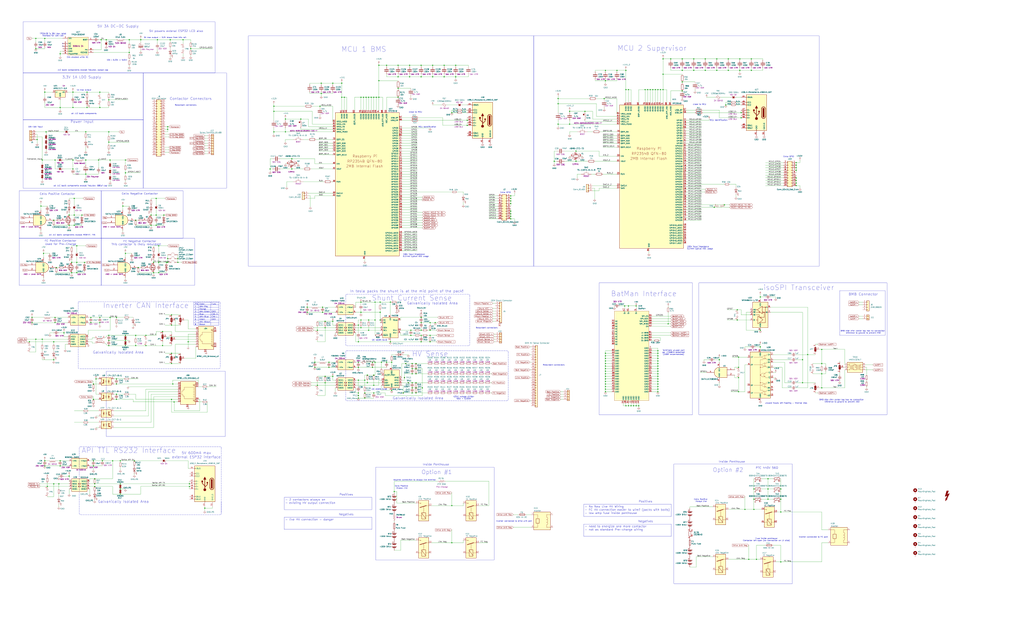
<source format=kicad_sch>
(kicad_sch (version 20250114) (generator "eeschema") (generator_version "9.0")
  (paper "User" 1016 635)
  (lib_symbols
    (symbol "74xGxx:74LVC1G08"
      (property "Reference" "U" (at -5.08 7.62 0))
      (property "Value" "74LVC1G08" (at 7.62 -7.62 0))
      (symbol "74LVC1G08_1_1"
        (pin input line (at -15.24 2.54 0) (length 7.62) (name "~") (number "1"))
        (pin input line (at -15.24 -2.54 0) (length 7.62) (name "~") (number "2"))
        (pin power_in line (at 0 10.16 270) (length 5.08) (name "VCC") (number "5"))
        (pin power_in line (at 0 -10.16 90) (length 5.08) (name "GND") (number "3"))
        (pin output line (at 12.7 0 180) (length 7.62) (name "~") (number "4"))
      )
    )
    (symbol "Analog_ADC:ADS1115IDGS"
      (property "Reference" "U" (at 2.54 13.97 0))
      (property "Value" "ADS1115IDGS" (at 7.62 11.43 0))
      (symbol "ADS1115IDGS_1_1"
        (pin input line (at -10.16 2.54 0) (length 2.54) (name "AIN0") (number "4"))
        (pin input line (at -10.16 0 0) (length 2.54) (name "AIN1") (number "5"))
        (pin input line (at -10.16 -2.54 0) (length 2.54) (name "AIN2") (number "6"))
        (pin input line (at -10.16 -5.08 0) (length 2.54) (name "AIN3") (number "7"))
        (pin power_in line (at 0 12.7 270) (length 2.54) (name "VDD") (number "8"))
        (pin power_in line (at 0 -10.16 90) (length 2.54) (name "GND") (number "3"))
        (pin output line (at 10.16 5.08 180) (length 2.54) (name "ALERT/RDY") (number "2"))
        (pin input line (at 10.16 0 180) (length 2.54) (name "SCL") (number "10"))
        (pin bidirectional line (at 10.16 -2.54 180) (length 2.54) (name "SDA") (number "9"))
        (pin input line (at 10.16 -5.08 180) (length 2.54) (name "ADDR") (number "1"))
      )
    )
    (symbol "BMS_Library:Batman"
      (property "Reference" "U" (at -2.794 15.748 0))
      (property "Value" "BatMan" (at -0.254 13.462 0))
      (symbol "Batman_1_1"
        (pin passive line (at -20.32 35.56 0) (length 2.54) (name "NC") (number "44"))
        (pin passive line (at -20.32 33.02 0) (length 2.54) (name "NC") (number "50"))
        (pin passive line (at -20.32 30.48 0) (length 2.54) (name "NC") (number "48"))
        (pin passive line (at -20.32 27.94 0) (length 2.54) (name "NC") (number "32"))
        (pin passive line (at -20.32 25.4 0) (length 2.54) (name "NC") (number "4"))
        (pin passive line (at -20.32 22.86 0) (length 2.54) (name "NC") (number "54"))
        (pin passive line (at -20.32 20.32 0) (length 2.54) (name "NC") (number "2"))
        (pin passive line (at -20.32 17.78 0) (length 2.54) (name "NC") (number "53"))
        (pin passive line (at -20.32 15.24 0) (length 2.54) (name "NC") (number "52"))
        (pin passive line (at -20.32 12.7 0) (length 2.54) (name "NC") (number "59"))
        (pin power_in line (at -20.32 6.35 0) (length 2.54) (name "GND") (number "60"))
        (pin power_in line (at -20.32 3.81 0) (length 2.54) (name "GND") (number "22"))
        (pin power_in line (at -20.32 1.27 0) (length 2.54) (name "GND") (number "8"))
        (pin power_in line (at -20.32 -1.27 0) (length 2.54) (name "GND") (number "9"))
        (pin power_in line (at -20.32 -3.81 0) (length 2.54) (name "GND") (number "10"))
        (pin power_in line (at -20.32 -6.35 0) (length 2.54) (name "GND") (number "11"))
        (pin power_in line (at -20.32 -8.89 0) (length 2.54) (name "GND") (number "24"))
        (pin power_in line (at -20.32 -11.43 0) (length 2.54) (name "GND") (number "25"))
        (pin power_in line (at -20.32 -13.97 0) (length 2.54) (name "GND") (number "37"))
        (pin power_in line (at -20.32 -16.51 0) (length 2.54) (name "GND") (number "38"))
        (pin power_in line (at -20.32 -19.05 0) (length 2.54) (name "GND") (number "39"))
        (pin power_in line (at -20.32 -21.59 0) (length 2.54) (name "GND") (number "40"))
        (pin power_in line (at -20.32 -24.13 0) (length 2.54) (name "GND") (number "51"))
        (pin power_in line (at -20.32 -26.67 0) (length 2.54) (name "GND") (number "45"))
        (pin power_in line (at -20.32 -29.21 0) (length 2.54) (name "GND") (number "46"))
        (pin power_in line (at -20.32 -31.75 0) (length 2.54) (name "GND") (number "49"))
        (pin power_in line (at -20.32 -34.29 0) (length 2.54) (name "GND") (number "3"))
        (pin power_in line (at -8.89 -45.72 90) (length 2.54) (name "GND") (number "14"))
        (pin power_in line (at -7.62 48.26 270) (length 2.54) (name "5V") (number "47"))
        (pin power_in line (at -6.35 -45.72 90) (length 2.54) (name "GND") (number "18"))
        (pin power_in line (at -3.81 48.26 270) (length 2.54) (name "5V") (number "41"))
        (pin power_in line (at -3.81 -45.72 90) (length 2.54) (name "GND") (number "31"))
        (pin power_in line (at -1.27 -45.72 90) (length 2.54) (name "GND") (number "1"))
        (pin power_in line (at 1.27 -45.72 90) (length 2.54) (name "GND") (number "19"))
        (pin power_in line (at 3.81 48.26 270) (length 2.54) (name "5V") (number "5"))
        (pin power_in line (at 3.81 -45.72 90) (length 2.54) (name "GND") (number "12"))
        (pin power_in line (at 6.35 -45.72 90) (length 2.54) (name "GND") (number "13"))
        (pin bidirectional line (at 19.05 40.64 180) (length 2.54) (name "SPI_CS") (number "55"))
        (pin bidirectional line (at 19.05 38.1 180) (length 2.54) (name "SPI_SCK") (number "56"))
        (pin bidirectional line (at 19.05 35.56 180) (length 2.54) (name "SPI_MOSI") (number "58"))
        (pin bidirectional line (at 19.05 33.02 180) (length 2.54) (name "SPI_MISO") (number "58"))
        (pin bidirectional line (at 19.05 30.48 180) (length 2.54) (name "EN") (number "42"))
        (pin bidirectional line (at 19.05 24.13 180) (length 2.54) (name "A-BMB") (number "61"))
        (pin bidirectional line (at 19.05 21.59 180) (length 2.54) (name "A-BMB") (number "62"))
        (pin bidirectional line (at 19.05 19.05 180) (length 2.54) (name "B-BMB") (number "63"))
        (pin bidirectional line (at 19.05 16.51 180) (length 2.54) (name "B-BMB") (number "64"))
        (pin power_in line (at 19.05 8.89 180) (length 2.54) (name "GND") (number "7"))
        (pin power_in line (at 19.05 6.35 180) (length 2.54) (name "GND") (number "23"))
        (pin power_in line (at 19.05 3.81 180) (length 2.54) (name "GND") (number "26"))
        (pin power_in line (at 19.05 1.27 180) (length 2.54) (name "GND") (number "27"))
        (pin power_in line (at 19.05 -1.27 180) (length 2.54) (name "GND") (number "28"))
        (pin power_in line (at 19.05 -3.81 180) (length 2.54) (name "GND") (number "15"))
        (pin power_in line (at 19.05 -6.35 180) (length 2.54) (name "GND") (number "16"))
        (pin power_in line (at 19.05 -8.89 180) (length 2.54) (name "GND") (number "17"))
        (pin power_in line (at 19.05 -11.43 180) (length 2.54) (name "GND") (number "20"))
        (pin power_in line (at 19.05 -13.97 180) (length 2.54) (name "GND") (number "21"))
        (pin power_in line (at 19.05 -16.51 180) (length 2.54) (name "GND") (number "43"))
        (pin power_in line (at 19.05 -19.05 180) (length 2.54) (name "GND") (number "6"))
        (pin power_in line (at 19.05 -21.59 180) (length 2.54) (name "GND") (number "29"))
        (pin power_in line (at 19.05 -24.13 180) (length 2.54) (name "GND") (number "30"))
        (pin power_in line (at 19.05 -26.67 180) (length 2.54) (name "GND") (number "33"))
        (pin power_in line (at 19.05 -29.21 180) (length 2.54) (name "GND") (number "34"))
        (pin power_in line (at 19.05 -31.75 180) (length 2.54) (name "GND") (number "35"))
        (pin power_in line (at 19.05 -34.29 180) (length 2.54) (name "GND") (number "36"))
      )
    )
    (symbol "BMS_Library:HM2113ZNLT" (pin_names (hide yes))
      (property "Reference" "TR1" (at -0.254 4.064 0))
      (property "Value" "HM2113ZNLT" (at 0 1.778 0))
      (symbol "HM2113ZNLT_1_1"
        (pin passive line (at -10.16 -2.54 0) (length 2.54) (name "TD-") (number "1"))
        (pin passive line (at -10.16 -5.08 0) (length 2.54) (name "C_TD") (number "2"))
        (pin passive line (at -10.16 -7.62 0) (length 2.54) (name "TD+") (number "3"))
        (pin passive line (at 10.16 -2.54 180) (length 2.54) (name "TX-") (number "6"))
        (pin passive line (at 10.16 -5.08 180) (length 2.54) (name "C_TX") (number "5"))
        (pin passive line (at 10.16 -7.62 180) (length 2.54) (name "TX+") (number "4"))
      )
    )
    (symbol "Connector:8P8C_LED_Shielded_x2"
      (property "Reference" "J" (at -5.08 13.97 0))
      (property "Value" "8P8C_LED_Shielded_x2" (at 1.27 13.97 0))
      (symbol "8P8C_LED_Shielded_x2_1_1"
        (pin passive line (at -10.16 10.16 0) (length 2.54) (name "~") (number "9"))
        (pin passive line (at -10.16 7.62 0) (length 2.54) (name "~") (number "10"))
        (pin passive line (at -10.16 -5.08 0) (length 2.54) (name "~") (number "11"))
        (pin passive line (at -10.16 -7.62 0) (length 2.54) (name "~") (number "12"))
        (pin passive line (at 0 -12.7 90) (length 2.54) (name "~") (number "SH"))
        (pin passive line (at 10.16 10.16 180) (length 2.54) (name "~") (number "8"))
        (pin passive line (at 10.16 7.62 180) (length 2.54) (name "~") (number "7"))
        (pin passive line (at 10.16 5.08 180) (length 2.54) (name "~") (number "6"))
        (pin passive line (at 10.16 2.54 180) (length 2.54) (name "~") (number "5"))
        (pin passive line (at 10.16 0 180) (length 2.54) (name "~") (number "4"))
        (pin passive line (at 10.16 -2.54 180) (length 2.54) (name "~") (number "3"))
        (pin passive line (at 10.16 -5.08 180) (length 2.54) (name "~") (number "2"))
        (pin passive line (at 10.16 -7.62 180) (length 2.54) (name "~") (number "1"))
      )
      (symbol "8P8C_LED_Shielded_x2_2_1"
        (pin passive line (at -10.16 10.16 0) (length 2.54) (name "~") (number "21"))
        (pin passive line (at -10.16 7.62 0) (length 2.54) (name "~") (number "22"))
        (pin passive line (at -10.16 -5.08 0) (length 2.54) (name "~") (number "23"))
        (pin passive line (at -10.16 -7.62 0) (length 2.54) (name "~") (number "24"))
        (pin passive line (at 0 -12.7 90) (length 2.54) (name "~") (number "SH"))
        (pin passive line (at 10.16 10.16 180) (length 2.54) (name "~") (number "20"))
        (pin passive line (at 10.16 7.62 180) (length 2.54) (name "~") (number "19"))
        (pin passive line (at 10.16 5.08 180) (length 2.54) (name "~") (number "18"))
        (pin passive line (at 10.16 2.54 180) (length 2.54) (name "~") (number "17"))
        (pin passive line (at 10.16 0 180) (length 2.54) (name "~") (number "16"))
        (pin passive line (at 10.16 -2.54 180) (length 2.54) (name "~") (number "15"))
        (pin passive line (at 10.16 -5.08 180) (length 2.54) (name "~") (number "14"))
        (pin passive line (at 10.16 -7.62 180) (length 2.54) (name "~") (number "13"))
      )
    )
    (symbol "Connector:Screw_Terminal_01x02" (pin_names (offset 1.016) (hide yes))
      (property "Reference" "J" (at 0 2.54 0))
      (property "Value" "Screw_Terminal_01x02" (at 0 -5.08 0))
      (symbol "Screw_Terminal_01x02_1_1"
        (pin passive line (at -5.08 0 0) (length 3.81) (name "Pin_1") (number "1"))
        (pin passive line (at -5.08 -2.54 0) (length 3.81) (name "Pin_2") (number "2"))
      )
    )
    (symbol "Connector:Screw_Terminal_01x04" (pin_names (offset 1.016) (hide yes))
      (property "Reference" "J" (at 0 5.08 0))
      (property "Value" "Screw_Terminal_01x04" (at 0 -7.62 0))
      (symbol "Screw_Terminal_01x04_1_1"
        (pin passive line (at -5.08 2.54 0) (length 3.81) (name "Pin_1") (number "1"))
        (pin passive line (at -5.08 0 0) (length 3.81) (name "Pin_2") (number "2"))
        (pin passive line (at -5.08 -2.54 0) (length 3.81) (name "Pin_3") (number "3"))
        (pin passive line (at -5.08 -5.08 0) (length 3.81) (name "Pin_4") (number "4"))
      )
    )
    (symbol "Connector:Screw_Terminal_01x08" (pin_names (offset 1.016) (hide yes))
      (property "Reference" "J" (at 0 10.16 0))
      (property "Value" "Screw_Terminal_01x08" (at 0 -12.7 0))
      (symbol "Screw_Terminal_01x08_1_1"
        (pin passive line (at -5.08 7.62 0) (length 3.81) (name "Pin_1") (number "1"))
        (pin passive line (at -5.08 5.08 0) (length 3.81) (name "Pin_2") (number "2"))
        (pin passive line (at -5.08 2.54 0) (length 3.81) (name "Pin_3") (number "3"))
        (pin passive line (at -5.08 0 0) (length 3.81) (name "Pin_4") (number "4"))
        (pin passive line (at -5.08 -2.54 0) (length 3.81) (name "Pin_5") (number "5"))
        (pin passive line (at -5.08 -5.08 0) (length 3.81) (name "Pin_6") (number "6"))
        (pin passive line (at -5.08 -7.62 0) (length 3.81) (name "Pin_7") (number "7"))
        (pin passive line (at -5.08 -10.16 0) (length 3.81) (name "Pin_8") (number "8"))
      )
    )
    (symbol "Connector:TestPoint_2Pole" (pin_names (offset 0.762) (hide yes))
      (property "Reference" "TP" (at 0 1.524 0))
      (property "Value" "TestPoint_2Pole" (at 0 -1.778 0))
      (symbol "TestPoint_2Pole_0_1"
        (pin passive line (at -5.08 0 0) (length 2.54) (name "1") (number "1"))
        (pin passive line (at 5.08 0 180) (length 2.54) (name "2") (number "2"))
      )
    )
    (symbol "Connector:TestPoint_Small" (pin_numbers (hide yes)) (pin_names (offset 0.762) (hide yes))
      (property "Reference" "TP" (at 0 3.81 0))
      (property "Value" "TestPoint_Small" (at 0 2.032 0))
      (symbol "TestPoint_Small_1_1"
        (pin passive line (at 0 0 90) (length 0) (name "1") (number "1"))
      )
    )
    (symbol "Connector:USB_C_Receptacle_USB2.0_16P" (pin_names (offset 1.016))
      (property "Reference" "J" (at 0 22.225 0))
      (property "Value" "USB_C_Receptacle_USB2.0_16P" (at 0 19.685 0))
      (symbol "USB_C_Receptacle_USB2.0_16P_1_1"
        (pin passive line (at -7.62 -22.86 90) (length 5.08) (name "SHIELD") (number "S1"))
        (pin passive line (at 0 -22.86 90) (length 5.08) (name "GND") (number "A1"))
        (pin passive line (at 0 -22.86 90) (length 5.08) (hide yes) (name "GND") (number "A12"))
        (pin passive line (at 0 -22.86 90) (length 5.08) (hide yes) (name "GND") (number "B1"))
        (pin passive line (at 0 -22.86 90) (length 5.08) (hide yes) (name "GND") (number "B12"))
        (pin passive line (at 15.24 15.24 180) (length 5.08) (name "VBUS") (number "A4"))
        (pin passive line (at 15.24 15.24 180) (length 5.08) (hide yes) (name "VBUS") (number "A9"))
        (pin passive line (at 15.24 15.24 180) (length 5.08) (hide yes) (name "VBUS") (number "B4"))
        (pin passive line (at 15.24 15.24 180) (length 5.08) (hide yes) (name "VBUS") (number "B9"))
        (pin bidirectional line (at 15.24 10.16 180) (length 5.08) (name "CC1") (number "A5"))
        (pin bidirectional line (at 15.24 7.62 180) (length 5.08) (name "CC2") (number "B5"))
        (pin bidirectional line (at 15.24 2.54 180) (length 5.08) (name "D-") (number "A7"))
        (pin bidirectional line (at 15.24 0 180) (length 5.08) (name "D-") (number "B7"))
        (pin bidirectional line (at 15.24 -2.54 180) (length 5.08) (name "D+") (number "A6"))
        (pin bidirectional line (at 15.24 -5.08 180) (length 5.08) (name "D+") (number "B6"))
        (pin bidirectional line (at 15.24 -12.7 180) (length 5.08) (name "SBU1") (number "A8"))
        (pin bidirectional line (at 15.24 -15.24 180) (length 5.08) (name "SBU2") (number "B8"))
      )
    )
    (symbol "Connector_Generic:Conn_01x03" (pin_names (offset 1.016) (hide yes))
      (property "Reference" "J" (at 0 5.08 0))
      (property "Value" "Conn_01x03" (at 0 -5.08 0))
      (symbol "Conn_01x03_1_1"
        (pin passive line (at -5.08 2.54 0) (length 3.81) (name "Pin_1") (number "1"))
        (pin passive line (at -5.08 0 0) (length 3.81) (name "Pin_2") (number "2"))
        (pin passive line (at -5.08 -2.54 0) (length 3.81) (name "Pin_3") (number "3"))
      )
    )
    (symbol "Connector_Generic:Conn_01x04" (pin_names (offset 1.016) (hide yes))
      (property "Reference" "J" (at 0 5.08 0))
      (property "Value" "Conn_01x04" (at 0 -7.62 0))
      (symbol "Conn_01x04_1_1"
        (pin passive line (at -5.08 2.54 0) (length 3.81) (name "Pin_1") (number "1"))
        (pin passive line (at -5.08 0 0) (length 3.81) (name "Pin_2") (number "2"))
        (pin passive line (at -5.08 -2.54 0) (length 3.81) (name "Pin_3") (number "3"))
        (pin passive line (at -5.08 -5.08 0) (length 3.81) (name "Pin_4") (number "4"))
      )
    )
    (symbol "Connector_Generic:Conn_01x24" (pin_names (offset 1.016) (hide yes))
      (property "Reference" "J" (at 0 30.48 0))
      (property "Value" "Conn_01x24" (at 0 -33.02 0))
      (symbol "Conn_01x24_1_1"
        (pin passive line (at -5.08 27.94 0) (length 3.81) (name "Pin_1") (number "1"))
        (pin passive line (at -5.08 25.4 0) (length 3.81) (name "Pin_2") (number "2"))
        (pin passive line (at -5.08 22.86 0) (length 3.81) (name "Pin_3") (number "3"))
        (pin passive line (at -5.08 20.32 0) (length 3.81) (name "Pin_4") (number "4"))
        (pin passive line (at -5.08 17.78 0) (length 3.81) (name "Pin_5") (number "5"))
        (pin passive line (at -5.08 15.24 0) (length 3.81) (name "Pin_6") (number "6"))
        (pin passive line (at -5.08 12.7 0) (length 3.81) (name "Pin_7") (number "7"))
        (pin passive line (at -5.08 10.16 0) (length 3.81) (name "Pin_8") (number "8"))
        (pin passive line (at -5.08 7.62 0) (length 3.81) (name "Pin_9") (number "9"))
        (pin passive line (at -5.08 5.08 0) (length 3.81) (name "Pin_10") (number "10"))
        (pin passive line (at -5.08 2.54 0) (length 3.81) (name "Pin_11") (number "11"))
        (pin passive line (at -5.08 0 0) (length 3.81) (name "Pin_12") (number "12"))
        (pin passive line (at -5.08 -2.54 0) (length 3.81) (name "Pin_13") (number "13"))
        (pin passive line (at -5.08 -5.08 0) (length 3.81) (name "Pin_14") (number "14"))
        (pin passive line (at -5.08 -7.62 0) (length 3.81) (name "Pin_15") (number "15"))
        (pin passive line (at -5.08 -10.16 0) (length 3.81) (name "Pin_16") (number "16"))
        (pin passive line (at -5.08 -12.7 0) (length 3.81) (name "Pin_17") (number "17"))
        (pin passive line (at -5.08 -15.24 0) (length 3.81) (name "Pin_18") (number "18"))
        (pin passive line (at -5.08 -17.78 0) (length 3.81) (name "Pin_19") (number "19"))
        (pin passive line (at -5.08 -20.32 0) (length 3.81) (name "Pin_20") (number "20"))
        (pin passive line (at -5.08 -22.86 0) (length 3.81) (name "Pin_21") (number "21"))
        (pin passive line (at -5.08 -25.4 0) (length 3.81) (name "Pin_22") (number "22"))
        (pin passive line (at -5.08 -27.94 0) (length 3.81) (name "Pin_23") (number "23"))
        (pin passive line (at -5.08 -30.48 0) (length 3.81) (name "Pin_24") (number "24"))
      )
    )
    (symbol "Connector_Generic:Conn_02x10_Odd_Even" (pin_names (offset 1.016) (hide yes))
      (property "Reference" "J" (at 1.27 12.7 0))
      (property "Value" "Conn_02x10_Odd_Even" (at 1.27 -15.24 0))
      (symbol "Conn_02x10_Odd_Even_1_1"
        (pin passive line (at -5.08 10.16 0) (length 3.81) (name "Pin_1") (number "1"))
        (pin passive line (at -5.08 7.62 0) (length 3.81) (name "Pin_3") (number "3"))
        (pin passive line (at -5.08 5.08 0) (length 3.81) (name "Pin_5") (number "5"))
        (pin passive line (at -5.08 2.54 0) (length 3.81) (name "Pin_7") (number "7"))
        (pin passive line (at -5.08 0 0) (length 3.81) (name "Pin_9") (number "9"))
        (pin passive line (at -5.08 -2.54 0) (length 3.81) (name "Pin_11") (number "11"))
        (pin passive line (at -5.08 -5.08 0) (length 3.81) (name "Pin_13") (number "13"))
        (pin passive line (at -5.08 -7.62 0) (length 3.81) (name "Pin_15") (number "15"))
        (pin passive line (at -5.08 -10.16 0) (length 3.81) (name "Pin_17") (number "17"))
        (pin passive line (at -5.08 -12.7 0) (length 3.81) (name "Pin_19") (number "19"))
        (pin passive line (at 7.62 10.16 180) (length 3.81) (name "Pin_2") (number "2"))
        (pin passive line (at 7.62 7.62 180) (length 3.81) (name "Pin_4") (number "4"))
        (pin passive line (at 7.62 5.08 180) (length 3.81) (name "Pin_6") (number "6"))
        (pin passive line (at 7.62 2.54 180) (length 3.81) (name "Pin_8") (number "8"))
        (pin passive line (at 7.62 0 180) (length 3.81) (name "Pin_10") (number "10"))
        (pin passive line (at 7.62 -2.54 180) (length 3.81) (name "Pin_12") (number "12"))
        (pin passive line (at 7.62 -5.08 180) (length 3.81) (name "Pin_14") (number "14"))
        (pin passive line (at 7.62 -7.62 180) (length 3.81) (name "Pin_16") (number "16"))
        (pin passive line (at 7.62 -10.16 180) (length 3.81) (name "Pin_18") (number "18"))
        (pin passive line (at 7.62 -12.7 180) (length 3.81) (name "Pin_20") (number "20"))
      )
    )
    (symbol "Connector_Generic:Conn_02x22_Top_Bottom" (pin_names (offset 1.016) (hide yes))
      (property "Reference" "J" (at 1.27 27.94 0))
      (property "Value" "Conn_02x22_Top_Bottom" (at 1.27 -30.48 0))
      (symbol "Conn_02x22_Top_Bottom_1_1"
        (pin passive line (at -5.08 25.4 0) (length 3.81) (name "Pin_1") (number "1"))
        (pin passive line (at -5.08 22.86 0) (length 3.81) (name "Pin_2") (number "2"))
        (pin passive line (at -5.08 20.32 0) (length 3.81) (name "Pin_3") (number "3"))
        (pin passive line (at -5.08 17.78 0) (length 3.81) (name "Pin_4") (number "4"))
        (pin passive line (at -5.08 15.24 0) (length 3.81) (name "Pin_5") (number "5"))
        (pin passive line (at -5.08 12.7 0) (length 3.81) (name "Pin_6") (number "6"))
        (pin passive line (at -5.08 10.16 0) (length 3.81) (name "Pin_7") (number "7"))
        (pin passive line (at -5.08 7.62 0) (length 3.81) (name "Pin_8") (number "8"))
        (pin passive line (at -5.08 5.08 0) (length 3.81) (name "Pin_9") (number "9"))
        (pin passive line (at -5.08 2.54 0) (length 3.81) (name "Pin_10") (number "10"))
        (pin passive line (at -5.08 0 0) (length 3.81) (name "Pin_11") (number "11"))
        (pin passive line (at -5.08 -2.54 0) (length 3.81) (name "Pin_12") (number "12"))
        (pin passive line (at -5.08 -5.08 0) (length 3.81) (name "Pin_13") (number "13"))
        (pin passive line (at -5.08 -7.62 0) (length 3.81) (name "Pin_14") (number "14"))
        (pin passive line (at -5.08 -10.16 0) (length 3.81) (name "Pin_15") (number "15"))
        (pin passive line (at -5.08 -12.7 0) (length 3.81) (name "Pin_16") (number "16"))
        (pin passive line (at -5.08 -15.24 0) (length 3.81) (name "Pin_17") (number "17"))
        (pin passive line (at -5.08 -17.78 0) (length 3.81) (name "Pin_18") (number "18"))
        (pin passive line (at -5.08 -20.32 0) (length 3.81) (name "Pin_19") (number "19"))
        (pin passive line (at -5.08 -22.86 0) (length 3.81) (name "Pin_20") (number "20"))
        (pin passive line (at -5.08 -25.4 0) (length 3.81) (name "Pin_21") (number "21"))
        (pin passive line (at -5.08 -27.94 0) (length 3.81) (name "Pin_22") (number "22"))
        (pin passive line (at 7.62 25.4 180) (length 3.81) (name "Pin_23") (number "23"))
        (pin passive line (at 7.62 22.86 180) (length 3.81) (name "Pin_24") (number "24"))
        (pin passive line (at 7.62 20.32 180) (length 3.81) (name "Pin_25") (number "25"))
        (pin passive line (at 7.62 17.78 180) (length 3.81) (name "Pin_26") (number "26"))
        (pin passive line (at 7.62 15.24 180) (length 3.81) (name "Pin_27") (number "27"))
        (pin passive line (at 7.62 12.7 180) (length 3.81) (name "Pin_28") (number "28"))
        (pin passive line (at 7.62 10.16 180) (length 3.81) (name "Pin_29") (number "29"))
        (pin passive line (at 7.62 7.62 180) (length 3.81) (name "Pin_30") (number "30"))
        (pin passive line (at 7.62 5.08 180) (length 3.81) (name "Pin_31") (number "31"))
        (pin passive line (at 7.62 2.54 180) (length 3.81) (name "Pin_32") (number "32"))
        (pin passive line (at 7.62 0 180) (length 3.81) (name "Pin_33") (number "33"))
        (pin passive line (at 7.62 -2.54 180) (length 3.81) (name "Pin_34") (number "34"))
        (pin passive line (at 7.62 -5.08 180) (length 3.81) (name "Pin_35") (number "35"))
        (pin passive line (at 7.62 -7.62 180) (length 3.81) (name "Pin_36") (number "36"))
        (pin passive line (at 7.62 -10.16 180) (length 3.81) (name "Pin_37") (number "37"))
        (pin passive line (at 7.62 -12.7 180) (length 3.81) (name "Pin_38") (number "38"))
        (pin passive line (at 7.62 -15.24 180) (length 3.81) (name "Pin_39") (number "39"))
        (pin passive line (at 7.62 -17.78 180) (length 3.81) (name "Pin_40") (number "40"))
        (pin passive line (at 7.62 -20.32 180) (length 3.81) (name "Pin_41") (number "41"))
        (pin passive line (at 7.62 -22.86 180) (length 3.81) (name "Pin_42") (number "42"))
        (pin passive line (at 7.62 -25.4 180) (length 3.81) (name "Pin_43") (number "43"))
        (pin passive line (at 7.62 -27.94 180) (length 3.81) (name "Pin_44") (number "44"))
      )
    )
    (symbol "Connector_Generic_MountingPin:Conn_01x08_MountingPin" (pin_names (offset 1.016) (hide yes))
      (property "Reference" "J" (at 0 10.16 0))
      (property "Value" "Conn_01x08_MountingPin" (at 1.27 -12.7 0))
      (symbol "Conn_01x08_MountingPin_1_1"
        (text "Mounting" (at 0 -11.811 0) (effects (font (size 0.381 0.381))))
        (pin passive line (at -5.08 7.62 0) (length 3.81) (name "Pin_1") (number "1"))
        (pin passive line (at -5.08 5.08 0) (length 3.81) (name "Pin_2") (number "2"))
        (pin passive line (at -5.08 2.54 0) (length 3.81) (name "Pin_3") (number "3"))
        (pin passive line (at -5.08 0 0) (length 3.81) (name "Pin_4") (number "4"))
        (pin passive line (at -5.08 -2.54 0) (length 3.81) (name "Pin_5") (number "5"))
        (pin passive line (at -5.08 -5.08 0) (length 3.81) (name "Pin_6") (number "6"))
        (pin passive line (at -5.08 -7.62 0) (length 3.81) (name "Pin_7") (number "7"))
        (pin passive line (at -5.08 -10.16 0) (length 3.81) (name "Pin_8") (number "8"))
        (pin passive line (at 0 -15.24 90) (length 3.048) (name "MountPin") (number "MP"))
      )
    )
    (symbol "Converter_DCDC1:TEA1-0505HI"
      (property "Reference" "U" (at -7.62 6.35 0))
      (property "Value" "TEA1-0505HI" (at -2.54 6.35 0))
      (symbol "TEA1-0505HI_1_1"
        (pin power_in line (at -10.16 2.54 0) (length 2.54) (name "+Vin") (number "1"))
        (pin power_in line (at -10.16 -2.54 0) (length 2.54) (name "-Vin") (number "2"))
        (pin power_out line (at 10.16 2.54 180) (length 2.54) (name "+Vout") (number "7"))
        (pin power_out line (at 10.16 -2.54 180) (length 2.54) (name "-Vout") (number "5"))
      )
    )
    (symbol "Device:Battery" (pin_numbers (hide yes)) (pin_names (offset 0) (hide yes))
      (property "Reference" "BT" (at 2.54 2.54 0))
      (property "Value" "Battery" (at 2.54 0 0))
      (symbol "Battery_1_1"
        (pin passive line (at 0 5.08 270) (length 2.54) (name "+") (number "1"))
        (pin passive line (at 0 -5.08 90) (length 2.54) (name "-") (number "2"))
      )
    )
    (symbol "Device:C" (pin_numbers (hide yes)) (pin_names (offset 0.254))
      (property "Reference" "C" (at 0.635 2.54 0))
      (property "Value" "C" (at 0.635 -2.54 0))
      (symbol "C_1_1"
        (pin passive line (at 0 3.81 270) (length 2.794) (name "~") (number "1"))
        (pin passive line (at 0 -3.81 90) (length 2.794) (name "~") (number "2"))
      )
    )
    (symbol "Device:C_Polarized" (pin_numbers (hide yes)) (pin_names (offset 0.254))
      (property "Reference" "C" (at 0.635 2.54 0))
      (property "Value" "C_Polarized" (at 0.635 -2.54 0))
      (symbol "C_Polarized_1_1"
        (pin passive line (at 0 3.81 270) (length 2.794) (name "~") (number "1"))
        (pin passive line (at 0 -3.81 90) (length 2.794) (name "~") (number "2"))
      )
    )
    (symbol "Device:C_Small" (pin_numbers (hide yes)) (pin_names (offset 0.254) (hide yes))
      (property "Reference" "C" (at 0.254 1.778 0))
      (property "Value" "C_Small" (at 0.254 -2.032 0))
      (symbol "C_Small_1_1"
        (pin passive line (at 0 2.54 270) (length 2.032) (name "~") (number "1"))
        (pin passive line (at 0 -2.54 90) (length 2.032) (name "~") (number "2"))
      )
    )
    (symbol "Device:Crystal_GND24" (pin_names (offset 1.016) (hide yes))
      (property "Reference" "Y" (at 3.175 5.08 0))
      (property "Value" "Crystal_GND24" (at 3.175 3.175 0))
      (symbol "Crystal_GND24_1_1"
        (pin passive line (at -3.81 0 0) (length 1.27) (name "1") (number "1"))
        (pin passive line (at 0 5.08 270) (length 1.27) (name "2") (number "2"))
        (pin passive line (at 0 -5.08 90) (length 1.27) (name "4") (number "4"))
        (pin passive line (at 3.81 0 180) (length 1.27) (name "3") (number "3"))
      )
    )
    (symbol "Device:D_Schottky_Small_Filled" (pin_numbers (hide yes)) (pin_names (offset 0.254) (hide yes))
      (property "Reference" "D" (at -1.27 2.032 0))
      (property "Value" "D_Schottky_Small_Filled" (at -7.112 -2.032 0))
      (symbol "D_Schottky_Small_Filled_1_1"
        (pin passive line (at -2.54 0 0) (length 1.778) (name "K") (number "1"))
        (pin passive line (at 2.54 0 180) (length 1.778) (name "A") (number "2"))
      )
    )
    (symbol "Device:D_TVS_Small_Filled" (pin_numbers (hide yes)) (pin_names (offset 1.016) (hide yes))
      (property "Reference" "D" (at 0 2.54 0))
      (property "Value" "D_TVS_Small_Filled" (at 0 -2.54 0))
      (symbol "D_TVS_Small_Filled_1_1"
        (pin passive line (at -2.54 0 0) (length 1.27) (name "A1") (number "1"))
        (pin passive line (at 2.54 0 180) (length 1.27) (name "A2") (number "2"))
      )
    )
    (symbol "Device:FerriteBead_Small" (pin_numbers (hide yes)) (pin_names (offset 0))
      (property "Reference" "FB" (at 1.905 1.27 0))
      (property "Value" "FerriteBead_Small" (at 1.905 -1.27 0))
      (symbol "FerriteBead_Small_1_1"
        (pin passive line (at 0 2.54 270) (length 1.27) (name "~") (number "1"))
        (pin passive line (at 0 -2.54 90) (length 1.27) (name "~") (number "2"))
      )
    )
    (symbol "Device:Fuse" (pin_numbers (hide yes)) (pin_names (offset 0))
      (property "Reference" "F" (at 2.032 0 90))
      (property "Value" "Fuse" (at -1.905 0 90))
      (symbol "Fuse_1_1"
        (pin passive line (at 0 3.81 270) (length 1.27) (name "~") (number "1"))
        (pin passive line (at 0 -3.81 90) (length 1.27) (name "~") (number "2"))
      )
    )
    (symbol "Device:L" (pin_numbers (hide yes)) (pin_names (offset 1.016) (hide yes))
      (property "Reference" "L" (at -1.27 0 90))
      (property "Value" "L" (at 1.905 0 90))
      (symbol "L_1_1"
        (pin passive line (at 0 3.81 270) (length 1.27) (name "1") (number "1"))
        (pin passive line (at 0 -3.81 90) (length 1.27) (name "2") (number "2"))
      )
    )
    (symbol "Device:LED" (pin_numbers (hide yes)) (pin_names (offset 1.016) (hide yes))
      (property "Reference" "D" (at 0 2.54 0))
      (property "Value" "LED" (at 0 -2.54 0))
      (symbol "LED_1_1"
        (pin passive line (at -3.81 0 0) (length 2.54) (name "K") (number "1"))
        (pin passive line (at 3.81 0 180) (length 2.54) (name "A") (number "2"))
      )
    )
    (symbol "Device:L_Ferrite" (pin_numbers (hide yes)) (pin_names (offset 1.016) (hide yes))
      (property "Reference" "L" (at -1.27 0 90))
      (property "Value" "L_Ferrite" (at 2.794 0 90))
      (symbol "L_Ferrite_1_1"
        (pin passive line (at 0 3.81 270) (length 1.27) (name "1") (number "1"))
        (pin passive line (at 0 -3.81 90) (length 1.27) (name "2") (number "2"))
      )
    )
    (symbol "Device:R" (pin_numbers (hide yes)) (pin_names (offset 0))
      (property "Reference" "R" (at 2.032 0 90))
      (property "Value" "R" (at 0 0 90))
      (symbol "R_1_1"
        (pin passive line (at 0 3.81 270) (length 1.27) (name "~") (number "1"))
        (pin passive line (at 0 -3.81 90) (length 1.27) (name "~") (number "2"))
      )
    )
    (symbol "Device:R_Shunt" (pin_names (offset 0) (hide yes))
      (property "Reference" "R" (at -2.032 0 90))
      (property "Value" "R_Shunt" (at 0 0 90))
      (symbol "R_Shunt_1_1"
        (pin passive line (at 0 5.08 270) (length 2.54) (name "~") (number "1"))
        (pin passive line (at 0 -5.08 90) (length 2.54) (name "~") (number "4"))
        (pin passive line (at 2.54 2.54 180) (length 1.27) (name "~") (number "2"))
        (pin passive line (at 2.54 -2.54 180) (length 1.27) (name "~") (number "3"))
      )
    )
    (symbol "Device:R_Small" (pin_numbers (hide yes)) (pin_names (offset 0.254) (hide yes))
      (property "Reference" "R" (at 0 0 90))
      (property "Value" "R_Small" (at 1.778 0 90))
      (symbol "R_Small_1_1"
        (pin passive line (at 0 2.54 270) (length 0.762) (name "~") (number "1"))
        (pin passive line (at 0 -2.54 90) (length 0.762) (name "~") (number "2"))
      )
    )
    (symbol "Device:R_US" (pin_numbers (hide yes)) (pin_names (offset 0))
      (property "Reference" "R" (at 2.54 0 90))
      (property "Value" "R_US" (at -2.54 0 90))
      (symbol "R_US_1_1"
        (pin passive line (at 0 3.81 270) (length 1.27) (name "~") (number "1"))
        (pin passive line (at 0 -3.81 90) (length 1.27) (name "~") (number "2"))
      )
    )
    (symbol "Device:Thermistor_PTC" (pin_numbers (hide yes)) (pin_names (offset 0))
      (property "Reference" "TH" (at -4.064 0 90))
      (property "Value" "Thermistor_PTC" (at 3.048 0 90))
      (symbol "Thermistor_PTC_1_1"
        (pin passive line (at 0 3.81 270) (length 1.27) (name "~") (number "1"))
        (pin passive line (at 0 -3.81 90) (length 1.27) (name "~") (number "2"))
      )
    )
    (symbol "Diode:SM15T36CA" (pin_numbers (hide yes)) (pin_names (offset 1.016) (hide yes))
      (property "Reference" "D" (at 0 2.54 0))
      (property "Value" "SM15T36CA" (at 0 -2.54 0))
      (symbol "SM15T36CA_1_1"
        (pin passive line (at -3.81 0 0) (length 2.54) (name "A1") (number "1"))
        (pin passive line (at 3.81 0 180) (length 2.54) (name "A2") (number "2"))
      )
    )
    (symbol "Fujitsu_FTR-LYAA005x_1"
      (property "Reference" "K13" (at 1.27 11.43 0))
      (property "Value" "Inverter" (at 4.826 8.89 0))
      (symbol "Fujitsu_FTR-LYAA005x_1_1_1"
        (pin passive line (at -5.08 5.08 0) (length 2.54) (name "~") (number "1"))
        (pin passive line (at -5.08 -7.62 0) (length 2.54) (name "~") (number "2"))
        (pin passive line (at 16.51 5.08 180) (length 2.54) (name "~") (number "4"))
        (pin passive line (at 16.51 -7.62 180) (length 2.54) (name "~") (number "3"))
      )
    )
    (symbol "Graphic:SYM_Flash_Large" (in_bom no) (on_board no))
    (symbol "Interface:AM26LV32xD"
      (property "Reference" "U" (at -8.89 24.13 0))
      (property "Value" "AM26LV32xD" (at 10.16 24.13 0))
      (symbol "AM26LV32xD_1_1"
        (pin input line (at -12.7 20.32 0) (length 2.54) (name "1A") (number "2"))
        (pin input line (at -12.7 15.24 0) (length 2.54) (name "1B") (number "1"))
        (pin input line (at -12.7 12.7 0) (length 2.54) (name "2A") (number "6"))
        (pin input line (at -12.7 7.62 0) (length 2.54) (name "2B") (number "7"))
        (pin input line (at -12.7 2.54 0) (length 2.54) (name "G") (number "4"))
        (pin input line (at -12.7 -2.54 0) (length 2.54) (name "~{G}") (number "12"))
        (pin input line (at -12.7 -7.62 0) (length 2.54) (name "3A") (number "10"))
        (pin input line (at -12.7 -12.7 0) (length 2.54) (name "3B") (number "9"))
        (pin input line (at -12.7 -15.24 0) (length 2.54) (name "4A") (number "14"))
        (pin input line (at -12.7 -20.32 0) (length 2.54) (name "4B") (number "15"))
        (pin power_in line (at 0 25.4 270) (length 2.54) (name "VDD") (number "16"))
        (pin power_in line (at 0 -25.4 90) (length 2.54) (name "GND") (number "8"))
        (pin tri_state line (at 12.7 17.78 180) (length 2.54) (name "1Y") (number "3"))
        (pin tri_state line (at 12.7 10.16 180) (length 2.54) (name "2Y") (number "5"))
        (pin tri_state line (at 12.7 -10.16 180) (length 2.54) (name "3Y") (number "11"))
        (pin tri_state line (at 12.7 -17.78 180) (length 2.54) (name "4Y") (number "13"))
      )
    )
    (symbol "Interface_CAN_LIN:ISO1050DUB"
      (property "Reference" "U" (at -6.35 6.35 0))
      (property "Value" "ISO1050DUB" (at 2.54 6.35 0))
      (symbol "ISO1050DUB_1_1"
        (pin power_in line (at -10.16 2.54 0) (length 2.54) (name "VCC1") (number "1"))
        (pin output line (at -10.16 0 0) (length 2.54) (name "RXD") (number "2"))
        (pin input line (at -10.16 -2.54 0) (length 2.54) (name "TXD") (number "3"))
        (pin power_in line (at -10.16 -5.08 0) (length 2.54) (name "GND1") (number "4"))
        (pin power_in line (at 10.16 2.54 180) (length 2.54) (name "VCC2") (number "8"))
        (pin bidirectional line (at 10.16 0 180) (length 2.54) (name "CANH") (number "7"))
        (pin bidirectional line (at 10.16 -2.54 180) (length 2.54) (name "CANL") (number "6"))
        (pin power_in line (at 10.16 -5.08 180) (length 2.54) (name "GND2") (number "5"))
      )
    )
    (symbol "Interface_UART:SP3485EN"
      (property "Reference" "U" (at -7.62 13.97 0))
      (property "Value" "SP3485EN" (at 1.905 13.97 0))
      (symbol "SP3485EN_1_1"
        (pin output line (at -10.16 5.08 0) (length 2.54) (name "RO") (number "1"))
        (pin input line (at -10.16 2.54 0) (length 2.54) (name "~{RE}") (number "2"))
        (pin input line (at -10.16 0 0) (length 2.54) (name "DE") (number "3"))
        (pin input line (at -10.16 -5.08 0) (length 2.54) (name "DI") (number "4"))
        (pin power_in line (at 0 15.24 270) (length 2.54) (name "VCC") (number "8"))
        (pin power_in line (at 0 -15.24 90) (length 2.54) (name "GND") (number "5"))
        (pin bidirectional line (at 10.16 7.62 180) (length 2.54) (name "A") (number "6"))
        (pin bidirectional line (at 10.16 2.54 180) (length 2.54) (name "B") (number "7"))
      )
    )
    (symbol "Isolator:ISO1540"
      (property "Reference" "U" (at -6.35 6.35 0))
      (property "Value" "ISO1540" (at 3.81 6.35 0))
      (symbol "ISO1540_1_1"
        (pin power_in line (at -10.16 2.54 0) (length 2.54) (name "VCC1") (number "1"))
        (pin bidirectional line (at -10.16 0 0) (length 2.54) (name "SDA1") (number "2"))
        (pin bidirectional line (at -10.16 -2.54 0) (length 2.54) (name "SCL1") (number "3"))
        (pin power_in line (at -10.16 -5.08 0) (length 2.54) (name "GND1") (number "4"))
        (pin power_in line (at 10.16 2.54 180) (length 2.54) (name "VCC2") (number "8"))
        (pin bidirectional line (at 10.16 0 180) (length 2.54) (name "SDA2") (number "7"))
        (pin bidirectional line (at 10.16 -2.54 180) (length 2.54) (name "SCL2") (number "6"))
        (pin power_in line (at 10.16 -5.08 180) (length 2.54) (name "GND2") (number "5"))
      )
    )
    (symbol "Isolator:LTV-817S" (pin_names (offset 1.016))
      (property "Reference" "U" (at -3.81 5.08 0))
      (property "Value" "LTV-817S" (at 0 -5.08 0))
      (symbol "LTV-817S_1_1"
        (pin passive line (at -7.62 2.54 0) (length 2.54) (name "~") (number "1"))
        (pin passive line (at -7.62 -2.54 0) (length 2.54) (name "~") (number "2"))
        (pin passive line (at 7.62 2.54 180) (length 2.54) (name "~") (number "4"))
        (pin passive line (at 7.62 -2.54 180) (length 2.54) (name "~") (number "3"))
      )
    )
    (symbol "Jumper:Jumper_2_Open" (pin_numbers (hide yes)) (pin_names (offset 0) (hide yes))
      (property "Reference" "JP" (at 0 2.794 0))
      (property "Value" "Jumper_2_Open" (at 0 -2.286 0))
      (symbol "Jumper_2_Open_1_1"
        (pin passive line (at -5.08 0 0) (length 2.54) (name "A") (number "1"))
        (pin passive line (at 5.08 0 180) (length 2.54) (name "B") (number "2"))
      )
    )
    (symbol "Jumper:SolderJumper_3_Bridged12" (pin_names (offset 0) (hide yes)) (in_bom no)
      (property "Reference" "JP" (at -2.54 -2.54 0))
      (property "Value" "SolderJumper_3_Bridged12" (at 0 2.794 0))
      (symbol "SolderJumper_3_Bridged12_1_1"
        (pin passive line (at -5.08 0 0) (length 2.54) (name "A") (number "1"))
        (pin passive line (at 0 -3.81 90) (length 2.54) (name "C") (number "2"))
        (pin passive line (at 5.08 0 180) (length 2.54) (name "B") (number "3"))
      )
    )
    (symbol "Jumper:SolderJumper_3_Open" (pin_names (offset 0) (hide yes)) (in_bom no)
      (property "Reference" "JP" (at -2.54 -2.54 0))
      (property "Value" "SolderJumper_3_Open" (at 0 2.794 0))
      (symbol "SolderJumper_3_Open_1_1"
        (pin passive line (at -5.08 0 0) (length 2.54) (name "A") (number "1"))
        (pin passive line (at 0 -3.81 90) (length 2.54) (name "C") (number "2"))
        (pin passive line (at 5.08 0 180) (length 2.54) (name "B") (number "3"))
      )
    )
    (symbol "Mechanical:MountingHole_Pad" (pin_numbers (hide yes)) (pin_names (offset 1.016) (hide yes)) (in_bom no)
      (property "Reference" "H" (at 0 6.35 0))
      (property "Value" "MountingHole_Pad" (at 0 4.445 0))
      (symbol "MountingHole_Pad_1_1"
        (pin input line (at 0 -2.54 90) (length 2.54) (name "1") (number "1"))
      )
    )
    (symbol "RP2350_80QFN:RP2350_80QFN" (pin_names (offset 1.016))
      (property "Reference" "U11" (at 23.114 53.848 0))
      (property "Value" "RP2354B" (at 23.368 49.784 0))
      (symbol "RP2350_80QFN_0_0"
        (text "Raspberry Pi" (at 0 5.08 0) (effects (font (size 2.54 2.54))))
      )
      (symbol "RP2350_80QFN_1_1"
        (text "2MB Internal Flash" (at -0.254 -4.826 0) (effects (font (size 2.54 2.54))))
        (text "RP2354B QFN-80" (at 0 0 0) (effects (font (size 2.54 2.54))))
        (pin power_in line (at -31.75 39.37 0) (length 2.54) (name "VREG_AVDD") (number "61"))
        (pin power_in line (at -31.75 36.83 0) (length 2.54) (name "VREG_VIN") (number "64"))
        (pin input line (at -31.75 34.29 0) (length 2.54) (name "VREG_FB") (number "65"))
        (pin power_out line (at -31.75 31.75 0) (length 2.54) (name "VREG_LX") (number "63"))
        (pin power_in line (at -31.75 29.21 0) (length 2.54) (name "VREG_PGND") (number "62"))
        (pin bidirectional line (at -31.75 21.59 0) (length 2.54) (name "QSPI_SS") (number "75"))
        (pin bidirectional line (at -31.75 17.78 0) (length 2.54) (name "QSPI_SD0") (number "72"))
        (pin bidirectional line (at -31.75 15.24 0) (length 2.54) (name "QSPI_SD1") (number "74"))
        (pin bidirectional line (at -31.75 12.7 0) (length 2.54) (name "QSPI_SD2") (number "73"))
        (pin bidirectional line (at -31.75 10.16 0) (length 2.54) (name "QSPI_SD3") (number "70"))
        (pin output line (at -31.75 6.35 0) (length 2.54) (name "QSPI_SCLK") (number "71"))
        (pin input line (at -31.75 -2.54 0) (length 2.54) (name "XIN") (number "30"))
        (pin passive line (at -31.75 -7.62 0) (length 2.54) (name "XOUT") (number "31"))
        (pin input line (at -31.75 -20.32 0) (length 2.54) (name "RUN") (number "35"))
        (pin output line (at -31.75 -31.75 0) (length 2.54) (name "SWCLK") (number "33"))
        (pin bidirectional line (at -31.75 -34.29 0) (length 2.54) (name "SWD") (number "34"))
        (pin power_in line (at -22.86 50.8 270) (length 2.54) (name "DVDD") (number "51"))
        (pin power_in line (at -20.32 50.8 270) (length 2.54) (name "DVDD") (number "32"))
        (pin power_in line (at -17.78 50.8 270) (length 2.54) (name "DVDD") (number "10"))
        (pin power_in line (at -10.16 50.8 270) (length 2.54) (name "QSPI_IOVDD") (number "69"))
        (pin power_in line (at -3.81 50.8 270) (length 2.54) (name "IOVDD") (number "76"))
        (pin power_in line (at -1.27 50.8 270) (length 2.54) (name "IOVDD") (number "60"))
        (pin power_in line (at 0 -96.52 90) (length 2.54) (name "GND") (number "81"))
        (pin power_in line (at 1.27 50.8 270) (length 2.54) (name "IOVDD") (number "50"))
        (pin power_in line (at 3.81 50.8 270) (length 2.54) (name "IOVDD") (number "41"))
        (pin power_in line (at 6.35 50.8 270) (length 2.54) (name "IOVDD") (number "24"))
        (pin power_in line (at 8.89 50.8 270) (length 2.54) (name "IOVDD") (number "15"))
        (pin power_in line (at 11.43 50.8 270) (length 2.54) (name "IOVDD") (number "29"))
        (pin power_in line (at 13.97 50.8 270) (length 2.54) (name "IOVDD") (number "5"))
        (pin power_in line (at 17.78 50.8 270) (length 2.54) (name "USB_OTP_VDD") (number "68"))
        (pin power_in line (at 21.59 50.8 270) (length 2.54) (name "ADC_AVDD") (number "59"))
        (pin bidirectional line (at 36.83 43.18 180) (length 2.54) (name "USB_DP") (number "67"))
        (pin bidirectional line (at 36.83 40.64 180) (length 2.54) (name "USB_DM") (number "66"))
        (pin bidirectional line (at 36.83 33.02 180) (length 2.54) (name "GPIO0") (number "77"))
        (pin bidirectional line (at 36.83 30.48 180) (length 2.54) (name "GPIO1") (number "78"))
        (pin bidirectional line (at 36.83 27.94 180) (length 2.54) (name "GPIO2") (number "79"))
        (pin bidirectional line (at 36.83 25.4 180) (length 2.54) (name "GPIO3") (number "80"))
        (pin bidirectional line (at 36.83 22.86 180) (length 2.54) (name "GPIO4") (number "1"))
        (pin bidirectional line (at 36.83 20.32 180) (length 2.54) (name "GPIO5") (number "2"))
        (pin bidirectional line (at 36.83 17.78 180) (length 2.54) (name "GPIO6") (number "3"))
        (pin bidirectional line (at 36.83 15.24 180) (length 2.54) (name "GPIO7") (number "4"))
        (pin bidirectional line (at 36.83 12.7 180) (length 2.54) (name "GPIO8") (number "6"))
        (pin bidirectional line (at 36.83 10.16 180) (length 2.54) (name "GPIO9") (number "7"))
        (pin bidirectional line (at 36.83 7.62 180) (length 2.54) (name "GPIO10") (number "8"))
        (pin bidirectional line (at 36.83 5.08 180) (length 2.54) (name "GPIO11") (number "9"))
        (pin bidirectional line (at 36.83 2.54 180) (length 2.54) (name "GPIO12") (number "11"))
        (pin bidirectional line (at 36.83 0 180) (length 2.54) (name "GPIO13") (number "12"))
        (pin bidirectional line (at 36.83 -2.54 180) (length 2.54) (name "GPIO14") (number "13"))
        (pin bidirectional line (at 36.83 -5.08 180) (length 2.54) (name "GPIO15") (number "14"))
        (pin bidirectional line (at 36.83 -7.62 180) (length 2.54) (name "GPIO16") (number "16"))
        (pin bidirectional line (at 36.83 -10.16 180) (length 2.54) (name "GPIO17") (number "17"))
        (pin bidirectional line (at 36.83 -12.7 180) (length 2.54) (name "GPIO18") (number "18"))
        (pin bidirectional line (at 36.83 -15.24 180) (length 2.54) (name "GPIO19") (number "19"))
        (pin bidirectional line (at 36.83 -17.78 180) (length 2.54) (name "GPIO20") (number "20"))
        (pin bidirectional line (at 36.83 -20.32 180) (length 2.54) (name "GPIO21") (number "21"))
        (pin bidirectional line (at 36.83 -22.86 180) (length 2.54) (name "GPIO22") (number "22"))
        (pin bidirectional line (at 36.83 -25.4 180) (length 2.54) (name "GPIO23") (number "23"))
        (pin bidirectional line (at 36.83 -27.94 180) (length 2.54) (name "GPIO24") (number "25"))
        (pin bidirectional line (at 36.83 -30.48 180) (length 2.54) (name "GPIO25") (number "26"))
        (pin bidirectional line (at 36.83 -33.02 180) (length 2.54) (name "GPIO26") (number "27"))
        (pin bidirectional line (at 36.83 -35.56 180) (length 2.54) (name "GPIO27") (number "28"))
        (pin bidirectional line (at 36.83 -38.1 180) (length 2.54) (name "GPIO28") (number "36"))
        (pin bidirectional line (at 36.83 -40.64 180) (length 2.54) (name "GPIO29") (number "37"))
        (pin bidirectional line (at 36.83 -43.18 180) (length 2.54) (name "GPIO30") (number "38"))
        (pin bidirectional line (at 36.83 -45.72 180) (length 2.54) (name "GPIO31") (number "39"))
        (pin bidirectional line (at 36.83 -48.26 180) (length 2.54) (name "GPIO32") (number "40"))
        (pin bidirectional line (at 36.83 -50.8 180) (length 2.54) (name "GPIO33") (number "42"))
        (pin bidirectional line (at 36.83 -53.34 180) (length 2.54) (name "GPIO34") (number "43"))
        (pin bidirectional line (at 36.83 -55.88 180) (length 2.54) (name "GPIO35") (number "44"))
        (pin bidirectional line (at 36.83 -58.42 180) (length 2.54) (name "GPIO36") (number "45"))
        (pin bidirectional line (at 36.83 -60.96 180) (length 2.54) (name "GPIO37") (number "46"))
        (pin bidirectional line (at 36.83 -63.5 180) (length 2.54) (name "GPIO38") (number "47"))
        (pin bidirectional line (at 36.83 -66.04 180) (length 2.54) (name "GPIO39") (number "48"))
        (pin bidirectional line (at 36.83 -71.12 180) (length 2.54) (name "GPIO40_ADC0") (number "49"))
        (pin bidirectional line (at 36.83 -73.66 180) (length 2.54) (name "GPIO41_ADC1") (number "52"))
        (pin bidirectional line (at 36.83 -76.2 180) (length 2.54) (name "GPIO42_ADC2") (number "53"))
        (pin bidirectional line (at 36.83 -78.74 180) (length 2.54) (name "GPIO43_ADC3") (number "54"))
        (pin bidirectional line (at 36.83 -81.28 180) (length 2.54) (name "GPIO44_ADC4") (number "55"))
        (pin bidirectional line (at 36.83 -83.82 180) (length 2.54) (name "GPIO45_ADC5") (number "56"))
        (pin bidirectional line (at 36.83 -86.36 180) (length 2.54) (name "GPIO46_ADC6") (number "57"))
        (pin bidirectional line (at 36.83 -88.9 180) (length 2.54) (name "GPIO47_ADC7") (number "58"))
      )
    )
    (symbol "RP2350_80QFN_1" (pin_names (offset 1.016))
      (property "Reference" "U27" (at 23.114 53.848 0))
      (property "Value" "RP2354B" (at 23.368 49.784 0))
      (symbol "RP2350_80QFN_1_0_0"
        (text "Raspberry Pi" (at 0 5.08 0) (effects (font (size 2.54 2.54))))
      )
      (symbol "RP2350_80QFN_1_1_1"
        (text "2MB Internal Flash" (at -0.254 -4.826 0) (effects (font (size 2.54 2.54))))
        (text "RP2354B QFN-80" (at 0 0 0) (effects (font (size 2.54 2.54))))
        (pin power_in line (at -31.75 39.37 0) (length 2.54) (name "VREG_AVDD") (number "61"))
        (pin power_in line (at -31.75 36.83 0) (length 2.54) (name "VREG_VIN") (number "64"))
        (pin input line (at -31.75 34.29 0) (length 2.54) (name "VREG_FB") (number "65"))
        (pin power_out line (at -31.75 31.75 0) (length 2.54) (name "VREG_LX") (number "63"))
        (pin power_in line (at -31.75 29.21 0) (length 2.54) (name "VREG_PGND") (number "62"))
        (pin bidirectional line (at -31.75 21.59 0) (length 2.54) (name "QSPI_SS") (number "75"))
        (pin bidirectional line (at -31.75 17.78 0) (length 2.54) (name "QSPI_SD0") (number "72"))
        (pin bidirectional line (at -31.75 15.24 0) (length 2.54) (name "QSPI_SD1") (number "74"))
        (pin bidirectional line (at -31.75 12.7 0) (length 2.54) (name "QSPI_SD2") (number "73"))
        (pin bidirectional line (at -31.75 10.16 0) (length 2.54) (name "QSPI_SD3") (number "70"))
        (pin output line (at -31.75 6.35 0) (length 2.54) (name "QSPI_SCLK") (number "71"))
        (pin input line (at -31.75 -2.54 0) (length 2.54) (name "XIN") (number "30"))
        (pin passive line (at -31.75 -7.62 0) (length 2.54) (name "XOUT") (number "31"))
        (pin input line (at -31.75 -20.32 0) (length 2.54) (name "RUN") (number "35"))
        (pin output line (at -31.75 -31.75 0) (length 2.54) (name "SWCLK") (number "33"))
        (pin bidirectional line (at -31.75 -34.29 0) (length 2.54) (name "SWD") (number "34"))
        (pin power_in line (at -22.86 50.8 270) (length 2.54) (name "DVDD") (number "51"))
        (pin power_in line (at -20.32 50.8 270) (length 2.54) (name "DVDD") (number "32"))
        (pin power_in line (at -17.78 50.8 270) (length 2.54) (name "DVDD") (number "10"))
        (pin power_in line (at -10.16 50.8 270) (length 2.54) (name "QSPI_IOVDD") (number "69"))
        (pin power_in line (at -3.81 50.8 270) (length 2.54) (name "IOVDD") (number "76"))
        (pin power_in line (at -1.27 50.8 270) (length 2.54) (name "IOVDD") (number "60"))
        (pin power_in line (at 0 -96.52 90) (length 2.54) (name "GND") (number "81"))
        (pin power_in line (at 1.27 50.8 270) (length 2.54) (name "IOVDD") (number "50"))
        (pin power_in line (at 3.81 50.8 270) (length 2.54) (name "IOVDD") (number "41"))
        (pin power_in line (at 6.35 50.8 270) (length 2.54) (name "IOVDD") (number "24"))
        (pin power_in line (at 8.89 50.8 270) (length 2.54) (name "IOVDD") (number "15"))
        (pin power_in line (at 11.43 50.8 270) (length 2.54) (name "IOVDD") (number "29"))
        (pin power_in line (at 13.97 50.8 270) (length 2.54) (name "IOVDD") (number "5"))
        (pin power_in line (at 17.78 50.8 270) (length 2.54) (name "USB_OTP_VDD") (number "68"))
        (pin power_in line (at 21.59 50.8 270) (length 2.54) (name "ADC_AVDD") (number "59"))
        (pin bidirectional line (at 36.83 43.18 180) (length 2.54) (name "USB_DP") (number "67"))
        (pin bidirectional line (at 36.83 40.64 180) (length 2.54) (name "USB_DM") (number "66"))
        (pin bidirectional line (at 36.83 33.02 180) (length 2.54) (name "GPIO0") (number "77"))
        (pin bidirectional line (at 36.83 30.48 180) (length 2.54) (name "GPIO1") (number "78"))
        (pin bidirectional line (at 36.83 27.94 180) (length 2.54) (name "GPIO2") (number "79"))
        (pin bidirectional line (at 36.83 25.4 180) (length 2.54) (name "GPIO3") (number "80"))
        (pin bidirectional line (at 36.83 22.86 180) (length 2.54) (name "GPIO4") (number "1"))
        (pin bidirectional line (at 36.83 20.32 180) (length 2.54) (name "GPIO5") (number "2"))
        (pin bidirectional line (at 36.83 17.78 180) (length 2.54) (name "GPIO6") (number "3"))
        (pin bidirectional line (at 36.83 15.24 180) (length 2.54) (name "GPIO7") (number "4"))
        (pin bidirectional line (at 36.83 12.7 180) (length 2.54) (name "GPIO8") (number "6"))
        (pin bidirectional line (at 36.83 10.16 180) (length 2.54) (name "GPIO9") (number "7"))
        (pin bidirectional line (at 36.83 7.62 180) (length 2.54) (name "GPIO10") (number "8"))
        (pin bidirectional line (at 36.83 5.08 180) (length 2.54) (name "GPIO11") (number "9"))
        (pin bidirectional line (at 36.83 2.54 180) (length 2.54) (name "GPIO12") (number "11"))
        (pin bidirectional line (at 36.83 0 180) (length 2.54) (name "GPIO13") (number "12"))
        (pin bidirectional line (at 36.83 -2.54 180) (length 2.54) (name "GPIO14") (number "13"))
        (pin bidirectional line (at 36.83 -5.08 180) (length 2.54) (name "GPIO15") (number "14"))
        (pin bidirectional line (at 36.83 -7.62 180) (length 2.54) (name "GPIO16") (number "16"))
        (pin bidirectional line (at 36.83 -10.16 180) (length 2.54) (name "GPIO17") (number "17"))
        (pin bidirectional line (at 36.83 -12.7 180) (length 2.54) (name "GPIO18") (number "18"))
        (pin bidirectional line (at 36.83 -15.24 180) (length 2.54) (name "GPIO19") (number "19"))
        (pin bidirectional line (at 36.83 -17.78 180) (length 2.54) (name "GPIO20") (number "20"))
        (pin bidirectional line (at 36.83 -20.32 180) (length 2.54) (name "GPIO21") (number "21"))
        (pin bidirectional line (at 36.83 -22.86 180) (length 2.54) (name "GPIO22") (number "22"))
        (pin bidirectional line (at 36.83 -25.4 180) (length 2.54) (name "GPIO23") (number "23"))
        (pin bidirectional line (at 36.83 -27.94 180) (length 2.54) (name "GPIO24") (number "25"))
        (pin bidirectional line (at 36.83 -30.48 180) (length 2.54) (name "GPIO25") (number "26"))
        (pin bidirectional line (at 36.83 -33.02 180) (length 2.54) (name "GPIO26") (number "27"))
        (pin bidirectional line (at 36.83 -35.56 180) (length 2.54) (name "GPIO27") (number "28"))
        (pin bidirectional line (at 36.83 -38.1 180) (length 2.54) (name "GPIO28") (number "36"))
        (pin bidirectional line (at 36.83 -40.64 180) (length 2.54) (name "GPIO29") (number "37"))
        (pin bidirectional line (at 36.83 -43.18 180) (length 2.54) (name "GPIO30") (number "38"))
        (pin bidirectional line (at 36.83 -45.72 180) (length 2.54) (name "GPIO31") (number "39"))
        (pin bidirectional line (at 36.83 -48.26 180) (length 2.54) (name "GPIO32") (number "40"))
        (pin bidirectional line (at 36.83 -50.8 180) (length 2.54) (name "GPIO33") (number "42"))
        (pin bidirectional line (at 36.83 -53.34 180) (length 2.54) (name "GPIO34") (number "43"))
        (pin bidirectional line (at 36.83 -55.88 180) (length 2.54) (name "GPIO35") (number "44"))
        (pin bidirectional line (at 36.83 -58.42 180) (length 2.54) (name "GPIO36") (number "45"))
        (pin bidirectional line (at 36.83 -60.96 180) (length 2.54) (name "GPIO37") (number "46"))
        (pin bidirectional line (at 36.83 -63.5 180) (length 2.54) (name "GPIO38") (number "47"))
        (pin bidirectional line (at 36.83 -66.04 180) (length 2.54) (name "GPIO39") (number "48"))
        (pin bidirectional line (at 36.83 -71.12 180) (length 2.54) (name "GPIO40_ADC0") (number "49"))
        (pin bidirectional line (at 36.83 -73.66 180) (length 2.54) (name "GPIO41_ADC1") (number "52"))
        (pin bidirectional line (at 36.83 -76.2 180) (length 2.54) (name "GPIO42_ADC2") (number "53"))
        (pin bidirectional line (at 36.83 -78.74 180) (length 2.54) (name "GPIO43_ADC3") (number "54"))
        (pin bidirectional line (at 36.83 -81.28 180) (length 2.54) (name "GPIO44_ADC4") (number "55"))
        (pin bidirectional line (at 36.83 -83.82 180) (length 2.54) (name "GPIO45_ADC5") (number "56"))
        (pin bidirectional line (at 36.83 -86.36 180) (length 2.54) (name "GPIO46_ADC6") (number "57"))
        (pin bidirectional line (at 36.83 -88.9 180) (length 2.54) (name "GPIO47_ADC7") (number "58"))
      )
    )
    (symbol "Regulator_Linear:AMS1117-3.3"
      (property "Reference" "U" (at -3.81 3.175 0))
      (property "Value" "AMS1117-3.3" (at 0 3.175 0))
      (symbol "AMS1117-3.3_1_1"
        (pin power_in line (at -7.62 0 0) (length 2.54) (name "VI") (number "3"))
        (pin power_in line (at 0 -7.62 90) (length 2.54) (name "GND") (number "1"))
        (pin power_out line (at 7.62 0 180) (length 2.54) (name "VO") (number "2"))
      )
    )
    (symbol "Relay:Fujitsu_FTR-LYAA005x"
      (property "Reference" "K" (at 11.43 3.81 0))
      (property "Value" "Fujitsu_FTR-LYAA005x" (at 11.43 1.27 0))
      (symbol "Fujitsu_FTR-LYAA005x_1_1"
        (pin passive line (at -5.08 7.62 270) (length 2.54) (name "~") (number "A1"))
        (pin passive line (at -5.08 -7.62 90) (length 2.54) (name "~") (number "A2"))
        (pin passive line (at 5.08 -7.62 90) (length 2.54) (name "~") (number "13"))
        (pin passive line (at 7.62 7.62 270) (length 2.54) (name "~") (number "14"))
      )
    )
    (symbol "Sensor_Energy:INA228"
      (property "Reference" "U" (at -6.35 11.43 0))
      (property "Value" "INA228" (at 3.81 11.43 0))
      (symbol "INA228_1_1"
        (pin input line (at -10.16 7.62 0) (length 2.54) (name "Vbus") (number "8"))
        (pin input line (at -10.16 -2.54 0) (length 2.54) (name "Vin+") (number "10"))
        (pin input line (at -10.16 -5.08 0) (length 2.54) (name "Vin-") (number "9"))
        (pin power_in line (at 0 12.7 270) (length 2.54) (name "VS") (number "6"))
        (pin power_in line (at 0 -12.7 90) (length 2.54) (name "GND") (number "7"))
        (pin input line (at 10.16 7.62 180) (length 2.54) (name "A1") (number "1"))
        (pin input line (at 10.16 5.08 180) (length 2.54) (name "A0") (number "2"))
        (pin bidirectional line (at 10.16 0 180) (length 2.54) (name "SDA") (number "4"))
        (pin input line (at 10.16 -2.54 180) (length 2.54) (name "SCL") (number "5"))
        (pin open_collector line (at 10.16 -7.62 180) (length 2.54) (name "~{Alert}") (number "3"))
      )
    )
    (symbol "Switch:SW_Push" (pin_numbers (hide yes)) (pin_names (offset 1.016) (hide yes))
      (property "Reference" "SW" (at 1.27 2.54 0))
      (property "Value" "SW_Push" (at 0 -1.524 0))
      (symbol "SW_Push_0_1"
        (pin passive line (at -5.08 0 0) (length 2.54) (name "1") (number "1"))
        (pin passive line (at 5.08 0 180) (length 2.54) (name "2") (number "2"))
      )
    )
    (symbol "TMU3-0512_1"
      (property "Reference" "U29" (at -5.588 8.89 0))
      (property "Value" "B0505S-3WR2" (at -1.016 6.35 0))
      (symbol "TMU3-0512_1_1_0"
        (pin power_in line (at -10.16 2.54 0) (length 2.54) (name "+Vin") (number "1"))
        (pin power_in line (at -10.16 -2.54 0) (length 2.54) (name "-Vin") (number "2"))
        (pin power_out line (at 10.16 2.54 180) (length 2.54) (name "+Vout") (number "6"))
        (pin power_out line (at 10.16 -2.54 180) (length 2.54) (name "-Vout") (number "4"))
      )
    )
    (symbol "Transistor_FET:AON6411" (pin_names (hide yes))
      (property "Reference" "Q" (at 5.08 1.905 0))
      (property "Value" "AON6411" (at 5.08 0 0))
      (symbol "AON6411_1_1"
        (pin input line (at -5.08 0 0) (length 2.54) (name "G") (number "4"))
        (pin passive line (at 2.54 5.08 270) (length 2.54) (name "D") (number "5"))
        (pin passive line (at 2.54 -5.08 90) (length 2.54) (name "S") (number "1"))
        (pin passive line (at 2.54 -5.08 90) (length 2.54) (hide yes) (name "S") (number "2"))
        (pin passive line (at 2.54 -5.08 90) (length 2.54) (hide yes) (name "S") (number "3"))
      )
    )
    (symbol "common-mode-filters:SDCW3225S-2-102TF"
      (property "Reference" "FL" (at 0 5.588 0))
      (property "Value" "SDCW3225S-2-102TF" (at 0 -4.826 0))
      (symbol "SDCW3225S-2-102TF_1_1"
        (pin passive line (at -5.08 2.54 0) (length 2.54) (name "") (number "1"))
        (pin passive line (at -5.08 -2.54 0) (length 2.54) (name "") (number "4"))
        (pin passive line (at 5.08 2.54 180) (length 2.54) (name "") (number "2"))
        (pin passive line (at 5.08 -2.54 180) (length 2.54) (name "") (number "3"))
      )
    )
    (symbol "easyeda2kicad:TPS5430DDAR"
      (property "Reference" "U5" (at 0 13.97 0))
      (property "Value" "TPS5430DDAR" (at 0 11.43 0))
      (symbol "TPS5430DDAR_0_1"
        (pin unspecified line (at -15.24 7.62 0) (length 5.08) (name "VIN") (number "7"))
        (pin unspecified line (at -15.24 2.54 0) (length 5.08) (name "NC") (number "2"))
        (pin unspecified line (at -15.24 0 0) (length 5.08) (name "NC") (number "3"))
        (pin unspecified line (at -15.24 -2.54 0) (length 5.08) (name "ENA") (number "5"))
        (pin unspecified line (at -15.24 -5.08 0) (length 5.08) (name "GND") (number "6"))
        (pin unspecified line (at -15.24 -7.62 0) (length 5.08) (name "PowerPAD") (number "9"))
        (pin unspecified line (at 15.24 6.35 180) (length 5.08) (name "BOOT") (number "1"))
        (pin unspecified line (at 15.24 -3.81 180) (length 5.08) (name "PH") (number "8"))
        (pin unspecified line (at 15.24 -6.35 180) (length 5.08) (name "VSENSE") (number "4"))
      )
    )
    (symbol "power:+1V1" (power) (pin_names (offset 0))
      (property "Value" "+1V1" (at 0 3.556 0))
      (symbol "+1V1_1_1"
        (pin power_in line (at 0 0 90) (length 0) (hide yes) (name "+1V1") (number "1"))
      )
    )
    (symbol "power:+3.3V" (power) (pin_numbers (hide yes)) (pin_names (offset 0) (hide yes))
      (property "Value" "+3.3V" (at 0 3.556 0))
      (symbol "+3.3V_1_1"
        (pin power_in line (at 0 0 90) (length 0) (name "~") (number "1"))
      )
    )
    (symbol "power:+3V3" (power) (pin_numbers (hide yes)) (pin_names (offset 0) (hide yes))
      (property "Value" "+3V3" (at 0 3.556 0))
      (symbol "+3V3_1_1"
        (pin power_in line (at 0 0 90) (length 0) (name "~") (number "1"))
      )
    )
    (symbol "power:+5V" (power) (pin_numbers (hide yes)) (pin_names (offset 0) (hide yes))
      (property "Value" "+5V" (at 0 3.556 0))
      (symbol "+5V_1_1"
        (pin power_in line (at 0 0 90) (length 0) (name "~") (number "1"))
      )
    )
    (symbol "power:Earth" (power) (pin_numbers (hide yes)) (pin_names (offset 0) (hide yes))
      (property "Value" "Earth" (at 0 -3.81 0))
      (symbol "Earth_1_1"
        (pin power_in line (at 0 0 270) (length 0) (name "~") (number "1"))
      )
    )
    (symbol "power:GND" (power) (pin_numbers (hide yes)) (pin_names (offset 0) (hide yes))
      (property "Value" "GND" (at 0 -3.81 0))
      (symbol "GND_1_1"
        (pin power_in line (at 0 0 270) (length 0) (name "~") (number "1"))
      )
    )
  )
  (arc (start 80.01 510.54) (mid 79.112 510.168) (end 78.74 509.27) (stroke (width 0) (type dash)))
  (arc (start 76.2 458.47) (mid 76.2 458.47) (end 76.2 458.47))
  (rectangle (start 19.05 236.22) (end 100.33 283.21))
  (circle (center 579.12 113.665) (radius 0.635) (stroke (width 0) (color 132 0 0 1)) (fill (type color) (color 132 0 0 1)))
  (arc (start 464.82 292.1) (mid 465.718 292.472) (end 466.09 293.37) (stroke (width 0) (type dash)))
  (arc (start 502.92 347.98) (mid 503.818 348.352) (end 504.19 349.25) (stroke (width 0) (type dash)))
  (rectangle (start 105.41 368.3) (end 223.52 433.07))
  (rectangle (start 100.33 236.22) (end 193.04 283.21))
  (rectangle (start 833.12 288.29) (end 878.205 332.74))
  (arc (start 77.47 300.482) (mid 77.842 299.584) (end 78.74 299.212) (stroke (width 0) (type dash)))
  (rectangle (start 142.24 72.39) (end 224.79 186.69))
  (rectangle (start 372.745 463.55) (end 490.22 555.625))
  (arc (start 342.9 293.37) (mid 343.272 292.472) (end 344.17 292.1) (stroke (width 0) (type dash)))
  (rectangle (start 668.655 460.375) (end 786.13 579.12))
  (arc (start 466.09 341.63) (mid 465.718 342.528) (end 464.82 342.9) (stroke (width 0) (type dash)))
  (arc (start 217.17 299.212) (mid 218.068 299.584) (end 218.44 300.482) (stroke (width 0) (type dash)))
  (arc (start 344.17 397.51) (mid 343.2731 397.1369) (end 342.9 396.24) (stroke (width 0) (type dash)))
  (arc (start 219.71 509.27) (mid 219.338 510.168) (end 218.44 510.54) (stroke (width 0) (type dash)))
  (rectangle (start 246.38 35.56) (end 529.59 264.16))
  (rectangle (start 22.86 118.745) (end 142.24 186.69))
  (arc (start 218.44 364.49) (mid 218.068 365.388) (end 217.17 365.76) (stroke (width 0) (type dash)))
  (rectangle (start 100.33 189.23) (end 181.61 236.22))
  (rectangle (start 529.59 35.56) (end 812.8 264.16))
  (arc (start 78.74 444.5) (mid 79.112 443.602) (end 80.01 443.23) (stroke (width 0) (type dash)))
  (arc (start 344.17 342.9) (mid 343.272 342.528) (end 342.9 341.63) (stroke (width 0) (type dash)))
  (arc (start 342.9 349.25) (mid 343.272 348.352) (end 344.17 347.98) (stroke (width 0) (type dash)))
  (circle (center 297.18 121.285) (radius 0.635) (stroke (width 0) (color 132 0 0 1)) (fill (type color) (color 132 0 0 1)))
  (rectangle (start 22.86 72.39) (end 142.24 118.745))
  (arc (start 504.19 396.24) (mid 503.818 397.138) (end 502.92 397.51) (stroke (width 0) (type dash)))
  (rectangle (start 22.86 21.59) (end 213.36 72.39))
  (arc (start 74.93 328.93) (mid 74.93 328.93) (end 74.93 328.93))
  (arc (start 218.44 443.23) (mid 219.338 443.602) (end 219.71 444.5) (stroke (width 0) (type dash)))
  (rectangle (start 19.05 189.23) (end 100.33 236.22))
  (rectangle (start 693.42 280.67) (end 880.11 411.48))
  (arc (start 78.74 365.76) (mid 77.842 365.388) (end 77.47 364.49) (stroke (width 0) (type dash)))
  (rectangle (start 594.36 280.67) (end 687.07 411.48))
  (text "all JLC basic components" (at 83.312 112.776 0) (effects (font (size 1.27 1.27))))
  (text "3.3V 1A LDO Supply" (at 81.026 76.708 0) (effects (font (size 2.54 2.54))))
  (text "FC Negative Contactor" (at 138.684 239.522 0) (effects (font (size 1.905 1.905))))
  (text "PTC 440V 56Ω" (at 760.984 464.312 0) (effects (font (size 2 2))))
  (text "BMB side xfmr center tap has no connection \nreference to ground to prevent ESD" (at 856.488 329.438 0) (effects (font (size 1.27 1.27))))
  (text "unused inputs left floating - internal bias" (at 780.034 400.05 0) (effects (font (size 1.27 1.27))))
  (text "3A max output - 3.3V draws from this rail" (at 163.83 37.338 0) (effects (font (size 1.27 1.27))))
  (text "Galvanically Isolated Area" (exclude_from_sim yes) (at 414.782 395.224 0) (effects (font (size 2.54 2.54))))
  (text "100k input impedance\n0.14mA typical ADC usage\n" (at 399.796 255.27 0) (effects (font (size 1.27 1.27)) (justify left bottom)))
  (text "Galvanically Isolated Area" (exclude_from_sim yes) (at 122.428 497.84 0) (effects (font (size 2.54 2.54))))
  (text "Terminate unused port\nper LTC6813 datasheet\n(100R recommended)" (at 668.274 349.758 0) (effects (font (size 1.27 1.27))))
  (text "MCU Identification" (at 415.036 126.746 0) (effects (font (size 1.27 1.27)) (justify left bottom)))
  (text "In tesla packs the shunt is at the mid point of the pack!" (exclude_from_sim yes) (at 403.606 289.052 0) (effects (font (size 2.54 2.54))))
  (text "MCU 2 Supervisor" (at 646.938 48.006 0) (effects (font (size 5.08 5.08))))
  (text "5V powers exteral ESP32 LCD also" (at 174.752 30.988 0) (effects (font (size 2 2))))
  (text "FC Positive Contactor" (at 59.944 239.014 0) (effects (font (size 1.905 1.905))))
  (text "Cells Positive Contactor" (at 56.896 192.532 0) (effects (font (size 1.905 1.905))))
  (text "close to MCU" (at 405.638 112.014 0) (effects (font (size 1.27 1.27)) (justify left bottom)))
  (text "Extra GPIO" (at 777.24 156.21 0) (effects (font (size 1.27 1.27)) (justify left bottom)))
  (text "API TTL RS232 Interface" (at 127.762 447.04 0) (effects (font (size 5.08 5.08))))
  (text "Redundant connectors" (at 482.854 325.374 0) (effects (font (size 1.27 1.27))))
  (text "Galvanically Isolated Area" (exclude_from_sim yes) (at 117.348 349.758 0) (effects (font (size 2.54 2.54))))
  (text "isoSPI Transceiver" (at 792.48 285.496 0) (effects (font (size 5.08 5.08))))
  (text "Shunt Current Sense" (at 408.686 295.91 0) (effects (font (size 5.08 5.08))))
  (text "Cells Positive \nAlways Live" (at 398.78 483.362 0) (effects (font (size 1.27 1.27))))
  (text "10V-16V input" (at 35.052 125.984 0) (effects (font (size 1.27 1.27))))
  (text "Positives" (at 343.535 490.855 0) (effects (font (size 2 2))))
  (text "all JLC basic components except: inductor, 680uf cap" (at 79.756 184.404 0) (effects (font (size 1.27 1.27))))
  (text "1A max output" (at 83.312 89.408 0) (effects (font (size 1.27 1.27))))
  (text "Inverter connected to FC port" (at 806.958 532.892 0) (effects (font (size 1.27 1.27))))
  (text "5V 3A DC-DC Supply" (at 117.094 26.162 0) (effects (font (size 2.54 2.54))))
  (text "Extra GPIO" (at 496.316 191.77 0) (effects (font (size 1.27 1.27)) (justify left bottom)))
  (text "5V 600mA max\nexternal ESP32 interface" (exclude_from_sim yes) (at 194.818 451.612 0) (effects (font (size 2.54 2.54))))
  (text "BatMan Interface" (at 638.81 291.592 0) (effects (font (size 5.08 5.08))))
  (text "Inverter CAN Interface" (at 144.78 303.276 0) (effects (font (size 5.08 5.08))))
  (text "Cells Negative Contactor" (at 138.684 192.278 0) (effects (font (size 1.905 1.905))))
  (text "I2C ADDR: 0x48" (exclude_from_sim yes) (at 376.174 386.334 0) (effects (font (size 1.27 1.27))))
  (text "requires connection to always live terminal" (at 390.144 476.25 0) (effects (font (size 1.27 1.27)) (justify left)))
  (text "Positives" (at 640.588 497.713 0) (effects (font (size 2 2))))
  (text "MCU 1 BMS" (at 360.934 49.022 0) (effects (font (size 5.08 5.08))))
  (text "BMB side xfmr center tap has no connection \nreference to ground to prevent ESD" (at 835.406 397.764 0) (effects (font (size 1.27 1.27))))
  (text "Inside Penthouse" (at 432.562 461.01 0) (effects (font (size 2 2))))
  (text "425:1 voltage divider\n400v = 0.939V" (exclude_from_sim yes) (at 459.994 394.716 0) (effects (font (size 1.27 1.27))))
  (text "JLC basic components except: inductor, output cap" (at 82.296 69.596 0) (effects (font (size 1.27 1.27))))
  (text "all JLC basic components except: MOSFET, TVS" (at 71.628 233.172 0) (effects (font (size 1.27 1.27))))
  (text "TPS5430 is 36V max rated\nintended for 10V-16V" (at 52.578 34.544 0) (effects (font (size 1.27 1.27))))
  (text "I2C ADDR: 0x40\n" (exclude_from_sim yes) (at 376.428 337.566 0) (effects (font (size 1.27 1.27))))
  (text "Power Input" (at 81.28 120.904 0) (effects (font (size 2.54 2.54))))
  (text "BMB Connector" (at 856.488 292.1 0) (effects (font (size 2.54 2.54))))
  (text "Used for Pre-Charge" (at 60.198 242.316 0) (effects (font (size 1.905 1.905))))
  (text "Fuse inside penthouse\nContactor left open (no connection on LV side)\n" (at 760.476 535.432 0) (effects (font (size 1.27 1.27))))
  (text "10k : 3.22k = 5.01V" (at 116.078 59.69 0) (effects (font (size 1.27 1.27))))
  (text "ENA enabled while NC" (at 76.962 56.896 0) (effects (font (size 1.27 1.27))))
  (text "MCU Identification" (at 704.088 120.142 0) (effects (font (size 1.27 1.27)) (justify left bottom)))
  (text "close to MCU" (at 687.578 104.394 0) (effects (font (size 1.27 1.27)) (justify left bottom)))
  (text "HV Sense" (at 426.72 351.282 0) (effects (font (size 5.08 5.08))))
  (text "Inverter connected to drive unit port" (at 510.032 517.144 0) (effects (font (size 1.27 1.27))))
  (text "This contactor is likely redundant" (at 135.128 242.57 0) (effects (font (size 1.905 1.905))))
  (text "Cells Positive \nAlways Live" (at 695.706 496.57 0) (effects (font (size 1.27 1.27))))
  (text "Contactor Connectors" (at 189.23 98.044 0) (effects (font (size 2.54 2.54))))
  (text "Option #1" (at 433.324 468.63 0) (effects (font (size 4 4))))
  (text "Option #2" (at 722.376 466.344 0) (effects (font (size 4 4))))
  (text "Negatives" (at 640.588 517.398 0) (effects (font (size 2 2))))
  (text "100k input impedance\n0.14mA typical ADC usage\n" (at 681.736 247.65 0) (effects (font (size 1.27 1.27)) (justify left bottom)))
  (text "Negatives" (at 343.535 510.54 0) (effects (font (size 2 2))))
  (text "Redundant connectors" (at 184.15 104.394 0) (effects (font (size 1.27 1.27))))
  (text "Inside Penthouse" (at 726.186 458.216 0) (effects (font (size 2 2))))
  (text "Galvanically Isolated Area" (exclude_from_sim yes) (at 429.006 300.99 0) (effects (font (size 2.54 2.54))))
  (text "Redundant connectors" (at 549.402 362.204 0) (effects (font (size 1.27 1.27))))
  (text_box "- 2 contactors always on\n- existing HV output connection" (at 281.94 493.522 0) (size 87.122 12.065) (margins 0.9525 0.9525 0.9525 0.9525) (effects (font (size 2 2)) (justify left top)))
  (text_box "- need to energize one more contactor\n- not as standard Pre-charge wiring\n" (at 579.12 520.065 0) (size 86.995 12.065) (margins 0.9525 0.9525 0.9525 0.9525) (effects (font (size 2 2)) (justify left top)))
  (text_box "- live HV connection - danger\n" (at 281.94 513.207 0) (size 87.122 12.065) (margins 0.9525 0.9525 0.9525 0.9525) (effects (font (size 2 2)) (justify left top)))
  (text_box "- No New Live HV Wiring\n- FC HV connection easier to wire? (packs with bolts)\n- low amp fuse inside penthouse" (at 579.12 500.38 0) (size 86.995 12.065) (margins 0.9525 0.9525 0.9525 0.9525) (effects (font (size 2 2)) (justify left top)))
  (junction (at 170.18 312.42))
  (junction (at 85.09 172.72))
  (junction (at 711.2 58.42))
  (junction (at 612.14 69.85))
  (junction (at 115.57 396.24))
  (junction (at 652.78 388.62))
  (junction (at 375.92 96.52))
  (junction (at 722.63 69.85))
  (junction (at 408.94 384.81))
  (junction (at 748.03 505.46))
  (junction (at 652.78 386.08))
  (junction (at 99.06 320.04))
  (junction (at 754.38 327.66))
  (junction (at 73.66 196.85))
  (junction (at 360.68 96.52))
  (junction (at 429.26 76.2))
  (junction (at 355.6 392.43))
  (junction (at 652.78 373.38))
  (junction (at 111.76 457.2))
  (junction (at 789.94 176.53))
  (junction (at 633.73 402.59))
  (junction (at 735.33 116.84))
  (junction (at 322.58 325.12))
  (junction (at 571.5 160.02))
  (junction (at 181.61 39.37))
  (junction (at 553.72 102.87))
  (junction (at 506.73 217.17))
  (junction (at 355.6 322.58))
  (junction (at 124.46 337.82))
  (junction (at 774.7 485.14))
  (junction (at 745.49 58.42))
  (junction (at 400.05 389.89))
  (junction (at 170.18 322.58))
  (junction (at 662.94 321.31))
  (junction (at 93.98 480.06))
  (junction (at 271.78 105.41))
  (junction (at 600.71 381))
  (junction (at 419.1 384.81))
  (junction (at 72.39 91.44))
  (junction (at 152.4 270.51))
  (junction (at 463.55 124.46))
  (junction (at 320.04 304.8))
  (junction (at 640.08 88.9))
  (junction (at 688.34 69.85))
  (junction (at 377.19 299.72))
  (junction (at 623.57 402.59))
  (junction (at 83.82 260.35))
  (junction (at 68.58 213.36))
  (junction (at 121.92 204.47))
  (junction (at 796.29 379.73))
  (junction (at 267.97 167.64))
  (junction (at 124.46 332.74))
  (junction (at 600.71 375.92))
  (junction (at 358.14 299.72))
  (junction (at 762 474.98))
  (junction (at 676.91 90.17))
  (junction (at 339.09 82.55))
  (junction (at 115.57 375.92))
  (junction (at 619.76 303.53))
  (junction (at 166.37 256.54))
  (junction (at 426.72 339.09))
  (junction (at 339.09 96.52))
  (junction (at 86.36 91.44))
  (junction (at 90.17 314.96))
  (junction (at 271.78 130.81))
  (junction (at 815.34 360.68))
  (junction (at 412.75 389.89))
  (junction (at 68.58 472.44))
  (junction (at 731.52 317.5))
  (junction (at 431.8 320.04))
  (junction (at 676.91 69.85))
  (junction (at 144.78 332.74))
  (junction (at 29.21 339.09))
  (junction (at 408.94 365.76))
  (junction (at 41.91 158.75))
  (junction (at 363.22 96.52))
  (junction (at 58.42 480.06))
  (junction (at 631.19 303.53))
  (junction (at 688.34 58.42))
  (junction (at 133.35 457.2))
  (junction (at 92.71 462.28))
  (junction (at 134.62 218.44))
  (junction (at 330.2 318.77))
  (junction (at 789.94 184.15))
  (junction (at 107.95 332.74))
  (junction (at 43.18 251.46))
  (junction (at 364.49 379.73))
  (junction (at 417.83 320.04))
  (junction (at 732.79 354.33))
  (junction (at 318.77 82.55))
  (junction (at 172.72 398.78))
  (junction (at 652.78 370.84))
  (junction (at 45.72 130.81))
  (junction (at 361.95 394.97))
  (junction (at 650.24 88.9))
  (junction (at 373.38 96.52))
  (junction (at 318.77 92.71))
  (junction (at 139.7 39.37))
  (junction (at 565.15 110.49))
  (junction (at 53.34 480.06))
  (junction (at 815.34 384.81))
  (junction (at 370.84 96.52))
  (junction (at 358.14 309.88))
  (junction (at 370.84 382.27))
  (junction (at 801.37 351.79))
  (junction (at 144.78 342.9))
  (junction (at 452.12 64.77))
  (junction (at 76.2 270.51))
  (junction (at 355.6 394.97))
  (junction (at 68.58 223.52))
  (junction (at 742.95 554.99))
  (junction (at 426.72 332.74))
  (junction (at 652.78 363.22))
  (junction (at 298.45 118.11))
  (junction (at 417.83 76.2))
  (junction (at 283.21 118.11))
  (junction (at 156.21 39.37))
  (junction (at 734.06 69.85))
  (junction (at 271.78 110.49))
  (junction (at 600.71 373.38))
  (junction (at 355.6 389.89))
  (junction (at 748.03 485.14))
  (junction (at 355.6 339.09))
  (junction (at 375.92 80.01))
  (junction (at 41.91 336.55))
  (junction (at 642.62 88.9))
  (junction (at 53.34 356.87))
  (junction (at 154.94 223.52))
  (junction (at 412.75 384.81))
  (junction (at 626.11 402.59))
  (junction (at 35.56 336.55))
  (junction (at 722.63 58.42))
  (junction (at 652.78 383.54))
  (junction (at 40.64 204.47))
  (junction (at 735.33 111.76))
  (junction (at 107.95 130.81))
  (junction (at 412.75 365.76))
  (junction (at 388.62 387.35))
  (junction (at 170.18 350.52))
  (junction (at 796.29 356.87))
  (junction (at 53.34 339.09))
  (junction (at 166.37 260.35))
  (junction (at 580.39 110.49))
  (junction (at 378.46 359.41))
  (junction (at 652.78 353.06))
  (junction (at 365.76 327.66))
  (junction (at 341.63 96.52))
  (junction (at 119.38 490.22))
  (junction (at 417.83 64.77))
  (junction (at 186.69 339.09))
  (junction (at 394.97 76.2))
  (junction (at 506.73 201.93))
  (junction (at 599.44 97.79))
  (junction (at 623.57 303.53))
  (junction (at 109.22 158.75))
  (junction (at 394.97 87.63))
  (junction (at 754.38 294.64))
  (junction (at 124.46 158.75))
  (junction (at 161.29 342.9))
  (junction (at 720.09 104.14))
  (junction (at 383.54 359.41))
  (junction (at 657.86 88.9))
  (junction (at 36.83 138.43))
  (junction (at 774.7 557.53))
  (junction (at 440.69 64.77))
  (junction (at 289.56 167.64))
  (junction (at 815.34 370.84))
  (junction (at 387.35 339.09))
  (junction (at 128.27 52.07))
  (junction (at 699.77 58.42))
  (junction (at 203.2 504.19))
  (junction (at 600.71 355.6))
  (junction (at 361.95 377.19))
  (junction (at 44.45 462.28))
  (junction (at 93.98 474.98))
  (junction (at 187.96 480.06))
  (junction (at 312.42 359.41))
  (junction (at 402.59 360.68))
  (junction (at 92.71 396.24))
  (junction (at 46.99 482.6))
  (junction (at 762 495.3))
  (junction (at 157.48 270.51))
  (junction (at 170.18 360.68))
  (junction (at 657.86 73.66))
  (junction (at 401.32 374.65))
  (junction (at 408.94 379.73))
  (junction (at 31.75 320.04))
  (junction (at 92.71 457.2))
  (junction (at 35.56 38.1))
  (junction (at 71.12 270.51))
  (junction (at 370.84 389.89))
  (junction (at 93.98 482.6))
  (junction (at 137.16 265.43))
  (junction (at 119.38 485.14))
  (junction (at 448.31 538.48))
  (junction (at 119.38 480.06))
  (junction (at 506.73 199.39))
  (junction (at 76.2 260.35))
  (junction (at 149.86 223.52))
  (junction (at 652.78 347.98))
  (junction (at 600.71 360.68))
  (junction (at 657.86 58.42))
  (junction (at 168.91 39.37))
  (junction (at 600.71 370.84))
  (junction (at 322.58 373.38))
  (junction (at 412.75 379.73))
  (junction (at 621.03 88.9))
  (junction (at 377.19 309.88))
  (junction (at 100.33 39.37))
  (junction (at 631.19 402.59))
  (junction (at 652.78 378.46))
  (junction (at 99.06 91.44))
  (junction (at 774.7 508))
  (junction (at 600.71 350.52))
  (junction (at 652.78 375.92))
  (junction (at 676.91 58.42))
  (junction (at 54.61 314.96))
  (junction (at 429.26 64.77))
  (junction (at 387.35 299.72))
  (junction (at 304.8 309.88))
  (junction (at 652.78 88.9))
  (junction (at 320.04 309.88))
  (junction (at 86.36 106.68))
  (junction (at 600.71 386.08))
  (junction (at 375.92 64.77))
  (junction (at 107.95 140.97))
  (junction (at 44.45 91.44))
  (junction (at 166.37 128.27))
  (junction (at 157.48 243.84))
  (junction (at 370.84 372.11))
  (junction (at 699.77 69.85))
  (junction (at 189.23 48.26))
  (junction (at 128.27 39.37))
  (junction (at 162.56 213.36))
  (junction (at 330.2 82.55))
  (junction (at 417.83 339.09))
  (junction (at 762 485.14))
  (junction (at 647.7 88.9))
  (junction (at 152.4 260.35))
  (junction (at 628.65 402.59))
  (junction (at 107.95 342.9))
  (junction (at 405.13 379.73))
  (junction (at 44.45 457.2))
  (junction (at 774.7 495.3))
  (junction (at 789.94 163.83))
  (junction (at 289.56 157.48))
  (junction (at 600.71 358.14))
  (junction (at 440.69 76.2))
  (junction (at 407.67 327.66))
  (junction (at 355.6 377.19))
  (junction (at 72.39 158.75))
  (junction (at 59.69 106.68))
  (junction (at 377.19 317.5))
  (junction (at 665.48 58.42))
  (junction (at 115.57 314.96))
  (junction (at 600.71 353.06))
  (junction (at 71.12 260.35))
  (junction (at 711.2 69.85))
  (junction (at 600.71 365.76))
  (junction (at 355.6 364.49))
  (junction (at 35.56 48.26))
  (junction (at 388.62 359.41))
  (junction (at 652.78 365.76))
  (junction (at 53.34 218.44))
  (junction (at 326.39 359.41))
  (junction (at 789.94 168.91))
  (junction (at 85.09 130.81))
  (junction (at 713.74 356.87))
  (junction (at 107.95 99.06))
  (junction (at 708.66 205.74))
  (junction (at 119.38 457.2))
  (junction (at 44.45 38.1))
  (junction (at 187.96 482.6))
  (junction (at 176.53 260.35))
  (junction (at 383.54 64.77))
  (junction (at 652.78 381))
  (junction (at 652.78 358.14))
  (junction (at 412.75 360.68))
  (junction (at 81.28 213.36))
  (junction (at 92.71 381))
  (junction (at 372.11 299.72))
  (junction (at 621.03 69.85))
  (junction (at 789.94 161.29))
  (junction (at 652.78 350.52))
  (junction (at 312.42 364.49))
  (junction (at 652.78 360.68))
  (junction (at 166.37 125.73))
  (junction (at 63.5 330.2))
  (junction (at 59.69 53.34))
  (junction (at 506.73 212.09))
  (junction (at 355.6 359.41))
  (junction (at 506.73 194.31))
  (junction (at 59.69 457.2))
  (junction (at 789.94 179.07))
  (junction (at 73.66 223.52))
  (junction (at 789.94 181.61))
  (junction (at 600.71 69.85))
  (junction (at 171.45 381))
  (junction (at 506.73 196.85))
  (junction (at 406.4 64.77))
  (junction (at 365.76 96.52))
  (junction (at 361.95 389.89))
  (junction (at 732.79 364.49))
  (junction (at 407.67 332.74))
  (junction (at 170.18 396.24))
  (junction (at 372.11 317.5))
  (junction (at 149.86 213.36))
  (junction (at 732.79 374.65))
  (junction (at 652.78 368.3))
  (junction (at 368.3 96.52))
  (junction (at 789.94 166.37))
  (junction (at 72.39 106.68))
  (junction (at 105.41 39.37))
  (junction (at 59.69 462.28))
  (junction (at 645.16 88.9))
  (junction (at 283.21 130.81))
  (junction (at 600.71 378.46))
  (junction (at 304.8 304.8))
  (junction (at 358.14 317.5))
  (junction (at 134.62 342.9))
  (junction (at 369.57 364.49))
  (junction (at 99.06 106.68))
  (junction (at 571.5 149.86))
  (junction (at 718.82 203.2))
  (junction (at 417.83 314.96))
  (junction (at 314.96 327.66))
  (junction (at 364.49 372.11))
  (junction (at 553.72 123.19))
  (junction (at 448.31 111.76))
  (junction (at 154.94 213.36))
  (junction (at 731.52 307.34))
  (junction (at 417.83 332.74))
  (junction (at 412.75 370.84))
  (junction (at 623.57 88.9))
  (junction (at 54.61 158.75))
  (junction (at 739.14 505.46))
  (junction (at 76.2 243.84))
  (junction (at 73.66 213.36))
  (junction (at 394.97 96.52))
  (junction (at 655.32 88.9))
  (junction (at 734.06 58.42))
  (junction (at 621.03 402.59))
  (junction (at 365.76 317.5))
  (junction (at 372.11 359.41))
  (junction (at 406.4 76.2))
  (junction (at 600.71 368.3))
  (junction (at 600.71 383.54))
  (junction (at 732.79 388.62))
  (junction (at 154.94 196.85))
  (junction (at 394.97 64.77))
  (junction (at 165.1 260.35))
  (junction (at 322.58 379.73))
  (junction (at 55.88 265.43))
  (junction (at 176.53 256.54))
  (junction (at 124.46 171.45))
  (junction (at 600.71 363.22))
  (junction (at 408.94 370.84))
  (junction (at 124.46 342.9))
  (junction (at 161.29 328.93))
  (junction (at 463.55 119.38))
  (junction (at 358.14 325.12))
  (junction (at 124.46 251.46))
  (junction (at 358.14 96.52))
  (junction (at 90.17 320.04))
  (junction (at 54.61 320.04))
  (junction (at 652.78 355.6))
  (junction (at 134.62 332.74))
  (junction (at 31.75 314.96))
  (junction (at 109.22 314.96))
  (junction (at 408.94 360.68))
  (junction (at 452.12 76.2))
  (junction (at 506.73 209.55))
  (junction (at 417.83 327.66))
  (junction (at 565.15 123.19))
  (junction (at 549.91 160.02))
  (junction (at 326.39 364.49))
  (junction (at 750.57 554.99))
  (junction (at 107.95 337.82))
  (junction (at 115.57 391.16))
  (junction (at 72.39 167.64))
  (junction (at 408.94 389.89))
  (junction (at 330.2 373.38))
  (junction (at 317.5 105.41))
  (junction (at 314.96 382.27))
  (junction (at 506.73 214.63))
  (junction (at 600.71 80.01))
  (junction (at 553.72 97.79))
  (junction (at 369.57 359.41))
  (junction (at 99.06 314.96))
  (junction (at 745.49 69.85))
  (junction (at 157.48 260.35))
  (junction (at 754.38 344.17))
  (junction (at 95.25 375.92))
  (junction (at 85.09 158.75))
  (junction (at 448.31 501.65))
  (junction (at 426.72 320.04))
  (junction (at 322.58 318.77))
  (junction (at 815.34 346.71))
  (junction (at 748.03 495.3))
  (junction (at 97.79 158.75))
  (junction (at 115.57 381))
  (junction (at 426.72 327.66))
  (junction (at 391.16 487.68))
  (junction (at 600.71 388.62))
  (junction (at 676.91 81.28))
  (junction (at 101.6 457.2))
  (no_connect (at 62.23 43.18))
  (no_connect (at 62.23 45.72))
  (wire (pts (xy 154.94 220.98) (xy 154.94 223.52)))
  (wire (pts (xy 165.1 270.51) (xy 157.48 270.51)))
  (wire (pts (xy 370.84 96.52) (xy 373.38 96.52)))
  (polyline (pts (xy 219.71 444.5) (xy 219.71 509.27)) (stroke (width 0) (type dash)))
  (polyline (pts (xy 78.74 299.212) (xy 217.17 299.212)) (stroke (width 0) (type dash)))
  (wire (pts (xy 157.48 243.84) (xy 157.48 250.19)))
  (wire (pts (xy 85.09 132.08) (xy 85.09 130.81)))
  (wire (pts (xy 119.38 480.06) (xy 187.96 480.06)))
  (wire (pts (xy 852.17 313.69) (xy 855.98 313.69)))
  (wire (pts (xy 680.72 124.46) (xy 695.96 124.46)))
  (wire (pts (xy 26.67 336.55) (xy 35.56 336.55)))
  (wire (pts (xy 124.46 158.75) (xy 124.46 163.83)))
  (wire (pts (xy 121.92 229.87) (xy 121.92 228.6)))
  (wire (pts (xy 186.69 331.47) (xy 194.31 331.47)))
  (wire (pts (xy 71.12 260.35) (xy 76.2 260.35)))
  (wire (pts (xy 655.32 337.82) (xy 654.05 337.82)))
  (wire (pts (xy 109.22 314.96) (xy 115.57 314.96)))
  (wire (pts (xy 391.16 487.68) (xy 393.7 487.68)))
  (wire (pts (xy 92.71 457.2) (xy 101.6 457.2)))
  (wire (pts (xy 459.74 538.48) (xy 459.74 535.94)))
  (wire (pts (xy 186.69 339.09) (xy 194.31 339.09)))
  (wire (pts (xy 314.96 373.38) (xy 322.58 373.38)))
  (wire (pts (xy 680.72 203.2) (xy 718.82 203.2)))
  (wire (pts (xy 124.46 171.45) (xy 124.46 173.99)))
  (wire (pts (xy 552.45 149.86) (xy 549.91 149.86)))
  (wire (pts (xy 600.71 373.38) (xy 600.71 375.92)))
  (wire (pts (xy 711.2 67.31) (xy 711.2 69.85)))
  (wire (pts (xy 594.36 186.69) (xy 612.14 186.69)))
  (wire (pts (xy 398.78 187.96) (xy 414.02 187.96)))
  (wire (pts (xy 372.11 299.72) (xy 372.11 317.5)))
  (wire (pts (xy 68.58 472.44) (xy 68.58 477.52)))
  (wire (pts (xy 41.91 356.87) (xy 41.91 355.6)))
  (wire (pts (xy 459.74 200.66) (xy 459.74 203.2)))
  (wire (pts (xy 318.77 91.44) (xy 318.77 92.71)))
  (wire (pts (xy 144.78 332.74) (xy 154.94 332.74)))
  (wire (pts (xy 67.31 91.44) (xy 72.39 91.44)))
  (wire (pts (xy 85.09 146.05) (xy 85.09 149.86)))
  (wire (pts (xy 176.53 256.54) (xy 176.53 260.35)))
  (wire (pts (xy 448.31 525.78) (xy 448.31 538.48)))
  (wire (pts (xy 759.46 173.99) (xy 777.24 173.99)))
  (wire (pts (xy 358.14 325.12) (xy 377.19 325.12)))
  (wire (pts (xy 82.55 419.1) (xy 73.66 419.1)))
  (wire (pts (xy 742.95 554.99) (xy 750.57 554.99)))
  (wire (pts (xy 133.35 471.17) (xy 133.35 469.9)))
  (wire (pts (xy 600.71 378.46) (xy 600.71 381)))
  (wire (pts (xy 400.05 382.27) (xy 400.05 389.89)))
  (wire (pts (xy 600.71 69.85) (xy 612.14 69.85)))
  (wire (pts (xy 815.34 525.78) (xy 815.34 508)))
  (wire (pts (xy 721.36 317.5) (xy 731.52 317.5)))
  (wire (pts (xy 68.58 471.17) (xy 68.58 472.44)))
  (wire (pts (xy 453.39 104.14) (xy 443.23 104.14)))
  (wire (pts (xy 85.09 130.81) (xy 107.95 130.81)))
  (wire (pts (xy 652.78 355.6) (xy 652.78 358.14)))
  (wire (pts (xy 314.96 339.09) (xy 314.96 337.82)))
  (wire (pts (xy 124.46 168.91) (xy 124.46 171.45)))
  (wire (pts (xy 439.42 116.84) (xy 439.42 124.46)))
  (wire (pts (xy 157.48 255.27) (xy 157.48 260.35)))
  (wire (pts (xy 360.68 96.52) (xy 363.22 96.52)))
  (wire (pts (xy 767.08 356.87) (xy 784.86 356.87)))
  (wire (pts (xy 63.5 328.93) (xy 63.5 330.2)))
  (wire (pts (xy 44.45 106.68) (xy 59.69 106.68)))
  (wire (pts (xy 731.52 317.5) (xy 744.22 317.5)))
  (wire (pts (xy 147.32 412.75) (xy 147.32 388.62)))
  (wire (pts (xy 55.88 265.43) (xy 58.42 265.43)))
  (wire (pts (xy 796.29 356.87) (xy 796.29 379.73)))
  (wire (pts (xy 665.48 90.17) (xy 676.91 90.17)))
  (wire (pts (xy 735.33 109.22) (xy 735.33 111.76)))
  (wire (pts (xy 506.73 214.63) (xy 506.73 217.17)))
  (wire (pts (xy 71.12 271.78) (xy 71.12 270.51)))
  (wire (pts (xy 53.34 339.09) (xy 67.31 339.09)))
  (wire (pts (xy 383.54 73.66) (xy 383.54 76.2)))
  (wire (pts (xy 170.18 408.94) (xy 170.18 396.24)))
  (wire (pts (xy 186.69 464.82) (xy 187.96 464.82)))
  (wire (pts (xy 358.14 318.77) (xy 358.14 317.5)))
  (wire (pts (xy 607.06 378.46) (xy 600.71 378.46)))
  (wire (pts (xy 441.96 370.84) (xy 443.23 370.84)))
  (wire (pts (xy 86.36 91.44) (xy 99.06 91.44)))
  (wire (pts (xy 732.79 374.65) (xy 728.98 374.65)))
  (wire (pts (xy 740.41 327.66) (xy 740.41 309.88)))
  (wire (pts (xy 754.38 344.17) (xy 754.38 346.71)))
  (wire (pts (xy 88.9 474.98) (xy 93.98 474.98)))
  (wire (pts (xy 748.03 485.14) (xy 748.03 495.3)))
  (wire (pts (xy 646.43 383.54) (xy 652.78 383.54)))
  (wire (pts (xy 607.06 355.6) (xy 600.71 355.6)))
  (wire (pts (xy 680.72 121.92) (xy 695.96 121.92)))
  (wire (pts (xy 633.73 101.6) (xy 633.73 88.9)))
  (wire (pts (xy 68.58 485.14) (xy 68.58 490.22)))
  (wire (pts (xy 76.2 255.27) (xy 76.2 260.35)))
  (wire (pts (xy 556.26 396.24) (xy 558.8 396.24)))
  (wire (pts (xy 270.51 157.48) (xy 267.97 157.48)))
  (wire (pts (xy 858.52 361.95) (xy 866.14 361.95)))
  (wire (pts (xy 314.96 382.27) (xy 314.96 378.46)))
  (wire (pts (xy 600.71 80.01) (xy 600.71 82.55)))
  (wire (pts (xy 452.12 64.77) (xy 464.82 64.77)))
  (wire (pts (xy 398.78 157.48) (xy 414.02 157.48)))
  (wire (pts (xy 614.68 303.53) (xy 619.76 303.53)))
  (wire (pts (xy 646.43 378.46) (xy 652.78 378.46)))
  (wire (pts (xy 173.99 328.93) (xy 173.99 317.5)))
  (wire (pts (xy 657.86 101.6) (xy 657.86 88.9)))
  (wire (pts (xy 722.63 58.42) (xy 734.06 58.42)))
  (wire (pts (xy 588.01 110.49) (xy 580.39 110.49)))
  (wire (pts (xy 646.43 337.82) (xy 648.97 337.82)))
  (wire (pts (xy 113.03 396.24) (xy 115.57 396.24)))
  (wire (pts (xy 699.77 58.42) (xy 711.2 58.42)))
  (wire (pts (xy 35.56 336.55) (xy 41.91 336.55)))
  (wire (pts (xy 417.83 64.77) (xy 429.26 64.77)))
  (wire (pts (xy 137.16 265.43) (xy 139.7 265.43)))
  (wire (pts (xy 372.11 359.41) (xy 378.46 359.41)))
  (wire (pts (xy 101.6 457.2) (xy 111.76 457.2)))
  (wire (pts (xy 83.82 260.35) (xy 83.82 261.62)))
  (wire (pts (xy 115.57 322.58) (xy 115.57 321.31)))
  (wire (pts (xy 168.91 48.26) (xy 168.91 46.99)))
  (wire (pts (xy 196.85 377.19) (xy 171.45 377.19)))
  (wire (pts (xy 134.62 340.36) (xy 134.62 342.9)))
  (wire (pts (xy 312.42 194.31) (xy 330.2 194.31)))
  (wire (pts (xy 55.88 457.2) (xy 59.69 457.2)))
  (wire (pts (xy 398.78 132.08) (xy 414.02 132.08)))
  (wire (pts (xy 429.26 66.04) (xy 429.26 64.77)))
  (wire (pts (xy 756.92 67.31) (xy 756.92 69.85)))
  (wire (pts (xy 398.78 180.34) (xy 414.02 180.34)))
  (wire (pts (xy 210.82 502.92) (xy 210.82 504.19)))
  (wire (pts (xy 127 383.54) (xy 176.53 383.54)))
  (polyline (pts (xy 80.01 510.54) (xy 218.44 510.54)) (stroke (width 0) (type dash)))
  (wire (pts (xy 307.34 91.44) (xy 307.34 92.71)))
  (wire (pts (xy 488.95 313.69) (xy 491.49 313.69)))
  (wire (pts (xy 652.78 383.54) (xy 652.78 386.08)))
  (wire (pts (xy 298.45 128.27) (xy 298.45 127)))
  (wire (pts (xy 58.42 500.38) (xy 58.42 502.92)))
  (wire (pts (xy 353.06 339.09) (xy 355.6 339.09)))
  (wire (pts (xy 454.66 360.68) (xy 455.93 360.68)))
  (wire (pts (xy 115.57 396.24) (xy 132.08 396.24)))
  (wire (pts (xy 46.99 478.79) (xy 46.99 482.6)))
  (wire (pts (xy 398.78 238.76) (xy 414.02 238.76)))
  (wire (pts (xy 434.34 477.52) (xy 391.16 477.52)))
  (wire (pts (xy 162.56 223.52) (xy 154.94 223.52)))
  (wire (pts (xy 57.15 167.64) (xy 54.61 167.64)))
  (wire (pts (xy 97.79 166.37) (xy 97.79 158.75)))
  (wire (pts (xy 97.79 171.45) (xy 97.79 172.72)))
  (wire (pts (xy 510.54 217.17) (xy 506.73 217.17)))
  (wire (pts (xy 271.78 127) (xy 271.78 130.81)))
  (wire (pts (xy 314.96 392.43) (xy 322.58 392.43)))
  (wire (pts (xy 45.72 148.59) (xy 45.72 149.86)))
  (wire (pts (xy 85.09 176.53) (xy 85.09 172.72)))
  (wire (pts (xy 398.78 236.22) (xy 414.02 236.22)))
  (wire (pts (xy 398.78 154.94) (xy 414.02 154.94)))
  (wire (pts (xy 170.18 331.47) (xy 170.18 328.93)))
  (wire (pts (xy 86.36 91.44) (xy 86.36 92.71)))
  (wire (pts (xy 370.84 377.19) (xy 370.84 382.27)))
  (wire (pts (xy 645.16 101.6) (xy 645.16 88.9)))
  (wire (pts (xy 119.38 457.2) (xy 133.35 457.2)))
  (wire (pts (xy 59.69 462.28) (xy 68.58 462.28)))
  (wire (pts (xy 83.82 270.51) (xy 76.2 270.51)))
  (wire (pts (xy 388.62 299.72) (xy 387.35 299.72)))
  (wire (pts (xy 391.16 477.52) (xy 391.16 487.68)))
  (wire (pts (xy 377.19 317.5) (xy 377.19 320.04)))
  (wire (pts (xy 214.63 383.54) (xy 205.74 383.54)))
  (wire (pts (xy 306.07 118.11) (xy 298.45 118.11)))
  (wire (pts (xy 417.83 332.74) (xy 416.56 332.74)))
  (wire (pts (xy 128.27 314.96) (xy 132.08 314.96)))
  (wire (pts (xy 819.15 370.84) (xy 815.34 370.84)))
  (wire (pts (xy 109.22 314.96) (xy 109.22 327.66)))
  (wire (pts (xy 375.92 377.19) (xy 375.92 382.27)))
  (wire (pts (xy 73.66 196.85) (xy 73.66 203.2)))
  (wire (pts (xy 623.57 400.05) (xy 623.57 402.59)))
  (wire (pts (xy 186.69 344.17) (xy 186.69 339.09)))
  (wire (pts (xy 289.56 157.48) (xy 312.42 157.48)))
  (wire (pts (xy 44.45 101.6) (xy 44.45 106.68)))
  (wire (pts (xy 203.2 142.24) (xy 205.74 142.24)))
  (wire (pts (xy 361.95 372.11) (xy 364.49 372.11)))
  (polyline (pts (xy 344.17 347.98) (xy 502.92 347.98)) (stroke (width 0) (type dash)))
  (wire (pts (xy 486.41 360.68) (xy 487.68 360.68)))
  (wire (pts (xy 44.45 46.99) (xy 44.45 48.26)))
  (wire (pts (xy 156.21 48.26) (xy 156.21 50.8)))
  (wire (pts (xy 358.14 299.72) (xy 372.11 299.72)))
  (wire (pts (xy 40.64 229.87) (xy 40.64 228.6)))
  (wire (pts (xy 494.03 201.93) (xy 485.14 201.93)))
  (wire (pts (xy 306.07 194.31) (xy 307.975 194.31)))
  (wire (pts (xy 643.89 248.92) (xy 643.89 251.46)))
  (wire (pts (xy 762 474.98) (xy 762 485.14)))
  (wire (pts (xy 646.43 375.92) (xy 652.78 375.92)))
  (wire (pts (xy 607.06 363.22) (xy 600.71 363.22)))
  (wire (pts (xy 332.74 325.12) (xy 322.58 325.12)))
  (wire (pts (xy 330.2 153.67) (xy 316.23 153.67)))
  (polyline (pts (xy 466.09 293.37) (xy 466.09 341.63)) (stroke (width 0) (type dash)))
  (wire (pts (xy 363.22 96.52) (xy 365.76 96.52)))
  (wire (pts (xy 170.18 312.42) (xy 179.07 312.42)))
  (wire (pts (xy 397.51 546.1) (xy 391.16 546.1)))
  (wire (pts (xy 355.6 383.54) (xy 355.6 377.19)))
  (wire (pts (xy 99.06 314.96) (xy 109.22 314.96)))
  (wire (pts (xy 754.38 292.1) (xy 754.38 294.64)))
  (wire (pts (xy 83.82 269.24) (xy 83.82 270.51)))
  (wire (pts (xy 270.51 167.64) (xy 267.97 167.64)))
  (wire (pts (xy 424.18 332.74) (xy 426.72 332.74)))
  (wire (pts (xy 44.45 455.93) (xy 44.45 457.2)))
  (wire (pts (xy 647.7 101.6) (xy 647.7 88.9)))
  (wire (pts (xy 81.28 223.52) (xy 73.66 223.52)))
  (wire (pts (xy 317.5 115.57) (xy 317.5 114.3)))
  (wire (pts (xy 50.8 314.96) (xy 54.61 314.96)))
  (wire (pts (xy 355.6 339.09) (xy 387.35 339.09)))
  (wire (pts (xy 124.46 342.9) (xy 134.62 342.9)))
  (wire (pts (xy 377.19 309.88) (xy 377.19 317.5)))
  (polyline (pts (xy 218.44 300.482) (xy 218.44 364.49)) (stroke (width 0) (type dash)))
  (wire (pts (xy 163.83 322.58) (xy 170.18 322.58)))
  (wire (pts (xy 31.75 320.04) (xy 54.61 320.04)))
  (wire (pts (xy 283.21 118.11) (xy 298.45 118.11)))
  (wire (pts (xy 811.53 341.63) (xy 808.99 341.63)))
  (wire (pts (xy 646.43 353.06) (xy 652.78 353.06)))
  (wire (pts (xy 63.5 330.2) (xy 63.5 334.01)))
  (wire (pts (xy 147.32 388.62) (xy 176.53 388.62)))
  (wire (pts (xy 588.01 186.69) (xy 589.915 186.69)))
  (wire (pts (xy 588.01 118.11) (xy 588.01 110.49)))
  (wire (pts (xy 767.08 369.57) (xy 769.62 369.57)))
  (wire (pts (xy 767.08 359.41) (xy 778.51 359.41)))
  (wire (pts (xy 330.2 322.58) (xy 330.2 318.77)))
  (wire (pts (xy 107.95 92.71) (xy 107.95 91.44)))
  (wire (pts (xy 372.11 359.41) (xy 372.11 372.11)))
  (wire (pts (xy 298.45 118.11) (xy 298.45 119.38)))
  (wire (pts (xy 607.06 360.68) (xy 600.71 360.68)))
  (wire (pts (xy 815.34 370.84) (xy 815.34 384.81)))
  (wire (pts (xy 398.78 205.74) (xy 414.02 205.74)))
  (wire (pts (xy 401.32 370.84) (xy 408.94 370.84)))
  (wire (pts (xy 607.06 381) (xy 600.71 381)))
  (wire (pts (xy 755.65 495.3) (xy 762 495.3)))
  (wire (pts (xy 166.37 125.73) (xy 167.64 125.73)))
  (wire (pts (xy 92.71 462.28) (xy 92.71 466.09)))
  (wire (pts (xy 152.4 393.7) (xy 176.53 393.7)))
  (wire (pts (xy 163.83 125.73) (xy 166.37 125.73)))
  (wire (pts (xy 565.15 130.81) (xy 565.15 133.35)))
  (wire (pts (xy 128.27 64.77) (xy 128.27 66.04)))
  (wire (pts (xy 722.63 67.31) (xy 722.63 69.85)))
  (wire (pts (xy 307.975 194.31) (xy 307.975 205.105)))
  (wire (pts (xy 58.42 480.06) (xy 58.42 485.14)))
  (wire (pts (xy 431.8 320.04) (xy 434.34 320.04)))
  (wire (pts (xy 377.19 299.72) (xy 377.19 302.26)))
  (wire (pts (xy 490.22 336.55) (xy 491.49 336.55)))
  (wire (pts (xy 317.5 105.41) (xy 330.2 105.41)))
  (wire (pts (xy 598.17 142.24) (xy 612.14 142.24)))
  (wire (pts (xy 680.72 213.36) (xy 695.96 213.36)))
  (wire (pts (xy 652.78 360.68) (xy 652.78 363.22)))
  (wire (pts (xy 341.63 109.22) (xy 341.63 96.52)))
  (wire (pts (xy 440.69 76.2) (xy 429.26 76.2)))
  (wire (pts (xy 314.96 327.66) (xy 314.96 323.85)))
  (wire (pts (xy 759.46 171.45) (xy 777.24 171.45)))
  (wire (pts (xy 107.95 97.79) (xy 107.95 99.06)))
  (wire (pts (xy 426.72 320.04) (xy 431.8 320.04)))
  (wire (pts (xy 815.34 368.3) (xy 815.34 370.84)))
  (wire (pts (xy 355.6 388.62) (xy 355.6 389.89)))
  (wire (pts (xy 139.7 482.6) (xy 187.96 482.6)))
  (wire (pts (xy 646.43 355.6) (xy 652.78 355.6)))
  (wire (pts (xy 590.55 80.01) (xy 600.71 80.01)))
  (wire (pts (xy 113.03 412.75) (xy 147.32 412.75)))
  (wire (pts (xy 316.23 147.32) (xy 330.2 147.32)))
  (wire (pts (xy 267.97 167.64) (xy 267.97 170.18)))
  (wire (pts (xy 680.72 165.1) (xy 695.96 165.1)))
  (wire (pts (xy 134.62 223.52) (xy 149.86 223.52)))
  (wire (pts (xy 607.06 370.84) (xy 600.71 370.84)))
  (wire (pts (xy 429.26 370.84) (xy 430.53 370.84)))
  (wire (pts (xy 655.32 88.9) (xy 657.86 88.9)))
  (wire (pts (xy 401.32 377.19) (xy 401.32 374.65)))
  (wire (pts (xy 398.78 200.66) (xy 414.02 200.66)))
  (wire (pts (xy 789.94 384.81) (xy 801.37 384.81)))
  (wire (pts (xy 398.78 119.38) (xy 407.67 119.38)))
  (wire (pts (xy 353.06 359.41) (xy 355.6 359.41)))
  (wire (pts (xy 713.74 356.87) (xy 708.66 356.87)))
  (wire (pts (xy 398.78 147.32) (xy 414.02 147.32)))
  (wire (pts (xy 703.58 118.11) (xy 703.58 119.38)))
  (wire (pts (xy 426.72 327.66) (xy 424.18 327.66)))
  (wire (pts (xy 612.14 118.11) (xy 588.01 118.11)))
  (wire (pts (xy 662.94 304.8) (xy 662.94 303.53)))
  (wire (pts (xy 576.58 154.94) (xy 577.85 154.94)))
  (wire (pts (xy 452.12 66.04) (xy 452.12 64.77)))
  (wire (pts (xy 111.76 474.98) (xy 111.76 457.2)))
  (wire (pts (xy 163.83 360.68) (xy 170.18 360.68)))
  (wire (pts (xy 304.8 303.53) (xy 304.8 304.8)))
  (wire (pts (xy 398.78 149.86) (xy 414.02 149.86)))
  (wire (pts (xy 612.14 80.01) (xy 612.14 78.74)))
  (wire (pts (xy 355.6 317.5) (xy 358.14 317.5)))
  (wire (pts (xy 365.76 318.77) (xy 365.76 317.5)))
  (wire (pts (xy 429.26 360.68) (xy 430.53 360.68)))
  (wire (pts (xy 565.15 119.38) (xy 565.15 123.19)))
  (wire (pts (xy 29.21 339.09) (xy 53.34 339.09)))
  (wire (pts (xy 748.03 495.3) (xy 748.03 505.46)))
  (wire (pts (xy 165.1 334.01) (xy 194.31 334.01)))
  (wire (pts (xy 734.06 69.85) (xy 734.06 71.755)))
  (wire (pts (xy 398.78 215.9) (xy 419.1 215.9)))
  (wire (pts (xy 81.28 213.36) (xy 81.28 214.63)))
  (wire (pts (xy 107.95 130.81) (xy 118.11 130.81)))
  (wire (pts (xy 621.03 69.85) (xy 621.03 88.9)))
  (wire (pts (xy 63.5 334.01) (xy 67.31 334.01)))
  (wire (pts (xy 662.94 321.31) (xy 662.94 309.88)))
  (wire (pts (xy 41.91 347.98) (xy 41.91 346.71)))
  (wire (pts (xy 680.72 127) (xy 695.96 127)))
  (wire (pts (xy 41.91 158.75) (xy 41.91 162.56)))
  (wire (pts (xy 525.78 374.65) (xy 527.05 374.65)))
  (wire (pts (xy 600.71 358.14) (xy 600.71 360.68)))
  (wire (pts (xy 87.63 320.04) (xy 90.17 320.04)))
  (wire (pts (xy 525.78 359.41) (xy 527.05 359.41)))
  (wire (pts (xy 44.45 38.1) (xy 44.45 41.91)))
  (wire (pts (xy 665.48 67.31) (xy 665.48 69.85)))
  (wire (pts (xy 661.67 101.6) (xy 661.67 88.9)))
  (wire (pts (xy 713.74 356.87) (xy 713.74 359.41)))
  (wire (pts (xy 709.93 96.52) (xy 701.04 96.52)))
  (wire (pts (xy 774.7 541.02) (xy 774.7 557.53)))
  (wire (pts (xy 166.37 256.54) (xy 166.37 260.35)))
  (wire (pts (xy 107.95 140.97) (xy 128.27 140.97)))
  (wire (pts (xy 35.56 38.1) (xy 35.56 41.91)))
  (wire (pts (xy 680.72 172.72) (xy 695.96 172.72)))
  (wire (pts (xy 646.43 316.23) (xy 665.48 316.23)))
  (wire (pts (xy 590.55 78.74) (xy 590.55 80.01)))
  (wire (pts (xy 58.42 330.2) (xy 63.5 330.2)))
  (wire (pts (xy 90.17 320.04) (xy 99.06 320.04)))
  (wire (pts (xy 62.23 53.34) (xy 59.69 53.34)))
  (wire (pts (xy 398.78 193.04) (xy 414.02 193.04)))
  (wire (pts (xy 49.53 330.2) (xy 53.34 330.2)))
  (wire (pts (xy 271.78 130.81) (xy 271.78 133.35)))
  (wire (pts (xy 474.98 501.65) (xy 485.14 501.65)))
  (wire (pts (xy 525.78 344.17) (xy 527.05 344.17)))
  (wire (pts (xy 759.46 184.15) (xy 777.24 184.15)))
  (wire (pts (xy 789.94 179.07) (xy 789.94 181.61)))
  (wire (pts (xy 684.53 502.92) (xy 684.53 504.19)))
  (wire (pts (xy 203.2 152.4) (xy 205.74 152.4)))
  (wire (pts (xy 676.91 59.69) (xy 676.91 58.42)))
  (wire (pts (xy 93.98 482.6) (xy 111.76 482.6)))
  (wire (pts (xy 100.33 49.53) (xy 92.71 49.53)))
  (wire (pts (xy 698.5 358.14) (xy 698.5 356.87)))
  (wire (pts (xy 607.06 383.54) (xy 600.71 383.54)))
  (wire (pts (xy 722.63 554.99) (xy 742.95 554.99)))
  (wire (pts (xy 355.6 322.58) (xy 355.6 317.5)))
  (wire (pts (xy 412.75 389.89) (xy 424.18 389.89)))
  (wire (pts (xy 43.18 250.19) (xy 43.18 251.46)))
  (wire (pts (xy 76.2 267.97) (xy 76.2 270.51)))
  (wire (pts (xy 398.78 175.26) (xy 414.02 175.26)))
  (wire (pts (xy 600.71 368.3) (xy 600.71 370.84)))
  (wire (pts (xy 123.19 375.92) (xy 115.57 375.92)))
  (wire (pts (xy 397.51 535.94) (xy 397.51 546.1)))
  (wire (pts (xy 621.03 400.05) (xy 621.03 402.59)))
  (wire (pts (xy 480.06 379.73) (xy 481.33 379.73)))
  (wire (pts (xy 607.06 358.14) (xy 600.71 358.14)))
  (wire (pts (xy 774.7 508) (xy 815.34 508)))
  (wire (pts (xy 565.15 111.76) (xy 565.15 110.49)))
  (wire (pts (xy 642.62 88.9) (xy 645.16 88.9)))
  (wire (pts (xy 441.96 379.73) (xy 443.23 379.73)))
  (wire (pts (xy 73.66 223.52) (xy 68.58 223.52)))
  (wire (pts (xy 72.39 172.72) (xy 85.09 172.72)))
  (wire (pts (xy 745.49 67.31) (xy 745.49 69.85)))
  (wire (pts (xy 311.15 327.66) (xy 314.96 327.66)))
  (wire (pts (xy 304.8 304.8) (xy 308.61 304.8)))
  (wire (pts (xy 680.72 162.56) (xy 695.96 162.56)))
  (wire (pts (xy 661.67 88.9) (xy 657.86 88.9)))
  (wire (pts (xy 320.04 304.8) (xy 332.74 304.8)))
  (wire (pts (xy 398.78 182.88) (xy 414.02 182.88)))
  (wire (pts (xy 398.78 160.02) (xy 414.02 160.02)))
  (wire (pts (xy 680.72 210.82) (xy 695.96 210.82)))
  (wire (pts (xy 45.72 130.81) (xy 63.5 130.81)))
  (wire (pts (xy 156.21 39.37) (xy 156.21 43.18)))
  (wire (pts (xy 312.42 157.48) (xy 312.42 162.56)))
  (wire (pts (xy 789.94 166.37) (xy 789.94 168.91)))
  (wire (pts (xy 429.26 389.89) (xy 430.53 389.89)))
  (wire (pts (xy 373.38 109.22) (xy 373.38 96.52)))
  (wire (pts (xy 68.58 196.85) (xy 68.58 198.12)))
  (wire (pts (xy 289.56 167.64) (xy 300.99 167.64)))
  (wire (pts (xy 506.73 194.31) (xy 506.73 196.85)))
  (wire (pts (xy 36.83 133.35) (xy 36.83 138.43)))
  (wire (pts (xy 397.51 317.5) (xy 397.51 314.96)))
  (wire (pts (xy 58.42 480.06) (xy 68.58 480.06)))
  (wire (pts (xy 626.11 402.59) (xy 628.65 402.59)))
  (wire (pts (xy 398.78 142.24) (xy 414.02 142.24)))
  (wire (pts (xy 71.12 245.11) (xy 71.12 243.84)))
  (wire (pts (xy 730.25 182.88) (xy 730.25 185.42)))
  (wire (pts (xy 87.63 407.67) (xy 97.79 407.67)))
  (wire (pts (xy 759.46 294.64) (xy 754.38 294.64)))
  (wire (pts (xy 111.76 490.22) (xy 119.38 490.22)))
  (wire (pts (xy 391.16 518.16) (xy 391.16 516.89)))
  (wire (pts (xy 549.91 160.02) (xy 549.91 162.56)))
  (wire (pts (xy 623.57 101.6) (xy 623.57 88.9)))
  (wire (pts (xy 725.17 96.52) (xy 715.01 96.52)))
  (wire (pts (xy 187.96 482.6) (xy 187.96 485.14)))
  (wire (pts (xy 387.35 339.09) (xy 387.35 337.82)))
  (wire (pts (xy 750.57 541.02) (xy 750.57 554.99)))
  (wire (pts (xy 322.58 318.77) (xy 330.2 318.77)))
  (wire (pts (xy 157.48 262.89) (xy 157.48 260.35)))
  (wire (pts (xy 405.13 379.73) (xy 408.94 379.73)))
  (wire (pts (xy 650.24 101.6) (xy 650.24 88.9)))
  (wire (pts (xy 314.96 382.27) (xy 332.74 382.27)))
  (wire (pts (xy 398.78 379.73) (xy 405.13 379.73)))
  (wire (pts (xy 838.2 346.71) (xy 838.2 361.95)))
  (wire (pts (xy 377.19 299.72) (xy 387.35 299.72)))
  (wire (pts (xy 789.94 163.83) (xy 789.94 166.37)))
  (wire (pts (xy 699.77 67.31) (xy 699.77 69.85)))
  (wire (pts (xy 312.42 356.87) (xy 312.42 359.41)))
  (wire (pts (xy 394.97 87.63) (xy 394.97 88.9)))
  (wire (pts (xy 582.93 130.81) (xy 588.01 130.81)))
  (wire (pts (xy 725.17 104.14) (xy 720.09 104.14)))
  (wire (pts (xy 646.43 386.08) (xy 652.78 386.08)))
  (wire (pts (xy 775.97 364.49) (xy 775.97 384.81)))
  (wire (pts (xy 631.19 402.59) (xy 633.73 402.59)))
  (wire (pts (xy 107.95 342.9) (xy 124.46 342.9)))
  (wire (pts (xy 859.79 372.11) (xy 859.79 364.49)))
  (wire (pts (xy 53.34 223.52) (xy 68.58 223.52)))
  (wire (pts (xy 372.11 299.72) (xy 377.19 299.72)))
  (wire (pts (xy 633.73 402.59) (xy 633.73 403.86)))
  (wire (pts (xy 609.6 303.53) (xy 609.6 304.8)))
  (wire (pts (xy 646.43 347.98) (xy 652.78 347.98)))
  (wire (pts (xy 646.43 330.2) (xy 665.48 330.2)))
  (wire (pts (xy 488.95 300.99) (xy 491.49 300.99)))
  (wire (pts (xy 419.1 392.43) (xy 419.1 384.81)))
  (wire (pts (xy 756.92 59.69) (xy 756.92 58.42)))
  (wire (pts (xy 322.58 379.73) (xy 332.74 379.73)))
  (wire (pts (xy 755.65 474.98) (xy 762 474.98)))
  (wire (pts (xy 53.34 492.76) (xy 53.34 480.06)))
  (wire (pts (xy 731.52 307.34) (xy 735.33 307.34)))
  (wire (pts (xy 107.95 139.7) (xy 107.95 140.97)))
  (wire (pts (xy 382.27 392.43) (xy 419.1 392.43)))
  (wire (pts (xy 680.72 195.58) (xy 695.96 195.58)))
  (wire (pts (xy 134.62 332.74) (xy 144.78 332.74)))
  (wire (pts (xy 394.97 73.66) (xy 394.97 76.2)))
  (wire (pts (xy 463.55 109.22) (xy 458.47 109.22)))
  (wire (pts (xy 85.09 172.72) (xy 97.79 172.72)))
  (wire (pts (xy 774.7 557.53) (xy 815.34 557.53)))
  (wire (pts (xy 741.68 361.95) (xy 739.14 361.95)))
  (wire (pts (xy 165.1 260.35) (xy 166.37 260.35)))
  (wire (pts (xy 619.76 306.07) (xy 619.76 303.53)))
  (wire (pts (xy 646.43 370.84) (xy 652.78 370.84)))
  (wire (pts (xy 59.69 53.34) (xy 59.69 55.88)))
  (wire (pts (xy 328.93 180.34) (xy 330.2 180.34)))
  (wire (pts (xy 600.71 381) (xy 600.71 383.54)))
  (wire (pts (xy 322.58 392.43) (xy 322.58 379.73)))
  (wire (pts (xy 697.23 111.76) (xy 735.33 111.76)))
  (wire (pts (xy 87.63 336.55) (xy 91.44 336.55)))
  (wire (pts (xy 774.7 495.3) (xy 774.7 508)))
  (wire (pts (xy 759.46 541.02) (xy 750.57 541.02)))
  (wire (pts (xy 680.72 144.78) (xy 695.96 144.78)))
  (wire (pts (xy 307.34 92.71) (xy 318.77 92.71)))
  (wire (pts (xy 44.45 38.1) (xy 62.23 38.1)))
  (wire (pts (xy 330.2 92.71) (xy 318.77 92.71)))
  (wire (pts (xy 565.15 109.22) (xy 565.15 110.49)))
  (wire (pts (xy 400.05 382.27) (xy 398.78 382.27)))
  (wire (pts (xy 690.88 562.61) (xy 690.88 552.45)))
  (wire (pts (xy 598.17 137.16) (xy 612.14 137.16)))
  (wire (pts (xy 182.88 317.5) (xy 186.69 317.5)))
  (wire (pts (xy 152.4 245.11) (xy 152.4 243.84)))
  (wire (pts (xy 756.92 58.42) (xy 745.49 58.42)))
  (wire (pts (xy 652.78 381) (xy 652.78 383.54)))
  (wire (pts (xy 115.57 316.23) (xy 115.57 314.96)))
  (wire (pts (xy 398.78 137.16) (xy 414.02 137.16)))
  (wire (pts (xy 646.43 373.38) (xy 652.78 373.38)))
  (wire (pts (xy 406.4 64.77) (xy 417.83 64.77)))
  (wire (pts (xy 323.85 359.41) (xy 326.39 359.41)))
  (wire (pts (xy 838.2 384.81) (xy 838.2 367.03)))
  (wire (pts (xy 718.82 203.2) (xy 718.82 204.47)))
  (wire (pts (xy 132.08 398.78) (xy 132.08 396.24)))
  (wire (pts (xy 398.78 223.52) (xy 419.1 223.52)))
  (wire (pts (xy 652.78 350.52) (xy 652.78 353.06)))
  (wire (pts (xy 332.74 388.62) (xy 332.74 384.81)))
  (wire (pts (xy 623.57 306.07) (xy 623.57 303.53)))
  (wire (pts (xy 398.78 172.72) (xy 414.02 172.72)))
  (wire (pts (xy 680.72 167.64) (xy 695.96 167.64)))
  (wire (pts (xy 358.14 309.88) (xy 377.19 309.88)))
  (wire (pts (xy 294.64 162.56) (xy 295.91 162.56)))
  (wire (pts (xy 44.45 90.17) (xy 44.45 91.44)))
  (wire (pts (xy 31.75 38.1) (xy 35.56 38.1)))
  (wire (pts (xy 59.69 106.68) (xy 72.39 106.68)))
  (wire (pts (xy 473.71 360.68) (xy 474.98 360.68)))
  (wire (pts (xy 769.62 295.91) (xy 769.62 294.64)))
  (wire (pts (xy 398.78 152.4) (xy 414.02 152.4)))
  (wire (pts (xy 76.2 260.35) (xy 83.82 260.35)))
  (wire (pts (xy 330.2 105.41) (xy 330.2 120.65)))
  (wire (pts (xy 71.12 243.84) (xy 76.2 243.84)))
  (wire (pts (xy 572.77 172.72) (xy 572.77 176.53)))
  (wire (pts (xy 186.69 317.5) (xy 186.69 326.39)))
  (wire (pts (xy 398.78 246.38) (xy 414.02 246.38)))
  (wire (pts (xy 486.41 379.73) (xy 487.68 379.73)))
  (wire (pts (xy 322.58 325.12) (xy 322.58 323.85)))
  (wire (pts (xy 646.43 360.68) (xy 652.78 360.68)))
  (wire (pts (xy 392.43 351.79) (xy 388.62 351.79)))
  (wire (pts (xy 154.94 328.93) (xy 161.29 328.93)))
  (wire (pts (xy 76.2 243.84) (xy 85.09 243.84)))
  (wire (pts (xy 652.78 88.9) (xy 652.78 101.6)))
  (wire (pts (xy 680.72 185.42) (xy 695.96 185.42)))
  (wire (pts (xy 448.31 389.89) (xy 449.58 389.89)))
  (wire (pts (xy 759.46 168.91) (xy 777.24 168.91)))
  (polyline (pts (xy 342.9 293.37) (xy 342.9 341.63)) (stroke (width 0) (type dash)))
  (wire (pts (xy 397.51 314.96) (xy 417.83 314.96)))
  (wire (pts (xy 99.06 322.58) (xy 99.06 320.04)))
  (wire (pts (xy 64.77 341.63) (xy 67.31 341.63)))
  (wire (pts (xy 623.57 88.9) (xy 626.11 88.9)))
  (wire (pts (xy 316.23 142.24) (xy 330.2 142.24)))
  (wire (pts (xy 722.63 505.46) (xy 739.14 505.46)))
  (wire (pts (xy 307.34 82.55) (xy 318.77 82.55)))
  (wire (pts (xy 107.95 130.81) (xy 107.95 134.62)))
  (wire (pts (xy 68.58 224.79) (xy 68.58 223.52)))
  (wire (pts (xy 73.66 208.28) (xy 73.66 213.36)))
  (wire (pts (xy 398.78 374.65) (xy 398.78 360.68)))
  (wire (pts (xy 81.28 222.25) (xy 81.28 223.52)))
  (wire (pts (xy 652.78 375.92) (xy 652.78 378.46)))
  (wire (pts (xy 300.99 138.43) (xy 306.07 138.43)))
  (wire (pts (xy 200.66 383.54) (xy 196.85 383.54)))
  (wire (pts (xy 144.78 342.9) (xy 161.29 342.9)))
  (wire (pts (xy 39.37 480.06) (xy 53.34 480.06)))
  (wire (pts (xy 88.9 485.14) (xy 88.9 490.22)))
  (wire (pts (xy 161.29 339.09) (xy 161.29 342.9)))
  (wire (pts (xy 506.73 199.39) (xy 506.73 201.93)))
  (wire (pts (xy 688.34 67.31) (xy 688.34 69.85)))
  (wire (pts (xy 735.33 96.52) (xy 730.25 96.52)))
  (wire (pts (xy 398.78 170.18) (xy 414.02 170.18)))
  (wire (pts (xy 722.63 59.69) (xy 722.63 58.42)))
  (wire (pts (xy 44.45 462.28) (xy 59.69 462.28)))
  (wire (pts (xy 368.3 96.52) (xy 370.84 96.52)))
  (wire (pts (xy 109.22 172.72) (xy 109.22 173.99)))
  (wire (pts (xy 728.98 364.49) (xy 728.98 367.03)))
  (wire (pts (xy 203.2 504.19) (xy 203.2 506.73)))
  (wire (pts (xy 607.06 388.62) (xy 600.71 388.62)))
  (wire (pts (xy 801.37 351.79) (xy 801.37 384.81)))
  (wire (pts (xy 298.45 128.27) (xy 330.2 128.27)))
  (wire (pts (xy 326.39 364.49) (xy 332.74 364.49)))
  (wire (pts (xy 407.67 96.52) (xy 407.67 95.25)))
  (wire (pts (xy 621.03 68.58) (xy 621.03 69.85)))
  (wire (pts (xy 411.48 332.74) (xy 407.67 332.74)))
  (wire (pts (xy 812.8 346.71) (xy 815.34 346.71)))
  (wire (pts (xy 852.17 299.72) (xy 855.98 299.72)))
  (wire (pts (xy 182.88 355.6) (xy 194.31 355.6)))
  (wire (pts (xy 556.26 391.16) (xy 558.8 391.16)))
  (wire (pts (xy 448.31 501.65) (xy 459.74 501.65)))
  (wire (pts (xy 754.38 344.17) (xy 749.3 344.17)))
  (wire (pts (xy 53.34 356.87) (xy 53.34 358.14)))
  (wire (pts (xy 852.17 316.23) (xy 855.98 316.23)))
  (wire (pts (xy 375.92 80.01) (xy 394.97 80.01)))
  (wire (pts (xy 808.99 389.89) (xy 811.53 389.89)))
  (wire (pts (xy 589.915 186.69) (xy 589.915 197.485)))
  (wire (pts (xy 314.96 318.77) (xy 322.58 318.77)))
  (wire (pts (xy 76.2 243.84) (xy 76.2 250.19)))
  (wire (pts (xy 580.39 110.49) (xy 580.39 111.76)))
  (wire (pts (xy 196.85 381) (xy 196.85 377.19)))
  (wire (pts (xy 106.68 332.74) (xy 104.14 335.28)))
  (wire (pts (xy 306.07 196.85) (xy 312.42 196.85)))
  (wire (pts (xy 58.42 490.22) (xy 58.42 492.76)))
  (wire (pts (xy 73.66 213.36) (xy 81.28 213.36)))
  (wire (pts (xy 591.82 115.57) (xy 612.14 115.57)))
  (wire (pts (xy 680.72 190.5) (xy 699.77 190.5)))
  (wire (pts (xy 739.14 505.46) (xy 748.03 505.46)))
  (wire (pts (xy 565.15 154.94) (xy 566.42 154.94)))
  (wire (pts (xy 398.78 241.3) (xy 414.02 241.3)))
  (wire (pts (xy 419.1 365.76) (xy 419.1 384.81)))
  (wire (pts (xy 642.62 101.6) (xy 642.62 88.9)))
  (wire (pts (xy 351.79 96.52) (xy 358.14 96.52)))
  (wire (pts (xy 105.41 39.37) (xy 115.57 39.37)))
  (wire (pts (xy 353.06 327.66) (xy 365.76 327.66)))
  (wire (pts (xy 203.2 134.62) (xy 205.74 134.62)))
  (wire (pts (xy 435.61 370.84) (xy 436.88 370.84)))
  (wire (pts (xy 41.91 177.8) (xy 41.91 179.07)))
  (wire (pts (xy 440.69 64.77) (xy 452.12 64.77)))
  (wire (pts (xy 398.78 134.62) (xy 414.02 134.62)))
  (wire (pts (xy 490.22 339.09) (xy 491.49 339.09)))
  (wire (pts (xy 154.94 328.93) (xy 154.94 332.74)))
  (wire (pts (xy 652.78 88.9) (xy 655.32 88.9)))
  (wire (pts (xy 154.94 223.52) (xy 149.86 223.52)))
  (wire (pts (xy 341.63 96.52) (xy 339.09 96.52)))
  (wire (pts (xy 412.75 360.68) (xy 424.18 360.68)))
  (polyline (pts (xy 344.17 292.1) (xy 464.82 292.1)) (stroke (width 0) (type dash)))
  (wire (pts (xy 745.49 58.42) (xy 734.06 58.42)))
  (wire (pts (xy 417.83 320.04) (xy 426.72 320.04)))
  (wire (pts (xy 72.39 158.75) (xy 72.39 167.64)))
  (wire (pts (xy 640.08 101.6) (xy 640.08 88.9)))
  (wire (pts (xy 713.74 109.22) (xy 713.74 116.84)))
  (wire (pts (xy 721.36 307.34) (xy 731.52 307.34)))
  (wire (pts (xy 283.21 130.81) (xy 330.2 130.81)))
  (wire (pts (xy 407.67 332.74) (xy 397.51 332.74)))
  (wire (pts (xy 361.95 389.89) (xy 361.95 388.62)))
  (wire (pts (xy 168.91 41.91) (xy 168.91 39.37)))
  (wire (pts (xy 730.25 182.88) (xy 723.9 182.88)))
  (wire (pts (xy 72.39 91.44) (xy 86.36 91.44)))
  (wire (pts (xy 735.33 101.6) (xy 730.25 101.6)))
  (wire (pts (xy 429.26 76.2) (xy 417.83 76.2)))
  (wire (pts (xy 859.79 383.54) (xy 859.79 384.81)))
  (wire (pts (xy 652.78 358.14) (xy 652.78 360.68)))
  (wire (pts (xy 134.62 396.24) (xy 170.18 396.24)))
  (wire (pts (xy 109.22 158.75) (xy 109.22 161.29)))
  (wire (pts (xy 462.28 360.68) (xy 461.01 360.68)))
  (wire (pts (xy 53.34 218.44) (xy 55.88 218.44)))
  (wire (pts (xy 759.46 166.37) (xy 777.24 166.37)))
  (wire (pts (xy 170.18 322.58) (xy 179.07 322.58)))
  (wire (pts (xy 283.21 116.84) (xy 283.21 118.11)))
  (wire (pts (xy 698.5 356.87) (xy 703.58 356.87)))
  (wire (pts (xy 355.6 364.49) (xy 369.57 364.49)))
  (wire (pts (xy 514.35 510.54) (xy 509.27 510.54)))
  (wire (pts (xy 689.61 90.17) (xy 689.61 88.9)))
  (wire (pts (xy 128.27 391.16) (xy 134.62 391.16)))
  (wire (pts (xy 676.91 81.28) (xy 676.91 82.55)))
  (wire (pts (xy 600.71 360.68) (xy 600.71 363.22)))
  (wire (pts (xy 680.72 139.7) (xy 695.96 139.7)))
  (wire (pts (xy 754.38 327.66) (xy 740.41 327.66)))
  (wire (pts (xy 735.33 307.34) (xy 735.33 312.42)))
  (wire (pts (xy 494.03 199.39) (xy 485.14 199.39)))
  (wire (pts (xy 631.19 303.53) (xy 631.19 306.07)))
  (wire (pts (xy 358.14 96.52) (xy 360.68 96.52)))
  (wire (pts (xy 767.08 374.65) (xy 769.62 374.65)))
  (wire (pts (xy 680.72 200.66) (xy 695.96 200.66)))
  (wire (pts (xy 600.71 80.01) (xy 612.14 80.01)))
  (wire (pts (xy 525.78 351.79) (xy 527.05 351.79)))
  (wire (pts (xy 44.45 91.44) (xy 52.07 91.44)))
  (wire (pts (xy 398.78 165.1) (xy 414.02 165.1)))
  (wire (pts (xy 655.32 335.28) (xy 655.32 337.82)))
  (wire (pts (xy 124.46 337.82) (xy 128.27 337.82)))
  (wire (pts (xy 652.78 370.84) (xy 652.78 373.38)))
  (wire (pts (xy 612.14 71.12) (xy 612.14 69.85)))
  (wire (pts (xy 473.71 370.84) (xy 474.98 370.84)))
  (wire (pts (xy 732.79 354.33) (xy 732.79 364.49)))
  (wire (pts (xy 152.4 257.81) (xy 152.4 260.35)))
  (wire (pts (xy 427.99 538.48) (xy 448.31 538.48)))
  (wire (pts (xy 173.99 336.55) (xy 194.31 336.55)))
  (wire (pts (xy 123.19 39.37) (xy 128.27 39.37)))
  (wire (pts (xy 680.72 119.38) (xy 703.58 119.38)))
  (wire (pts (xy 154.94 196.85) (xy 163.83 196.85)))
  (wire (pts (xy 137.16 270.51) (xy 152.4 270.51)))
  (wire (pts (xy 600.71 355.6) (xy 600.71 358.14)))
  (wire (pts (xy 494.03 212.09) (xy 485.14 212.09)))
  (wire (pts (xy 453.39 109.22) (xy 448.31 109.22)))
  (wire (pts (xy 680.72 208.28) (xy 695.96 208.28)))
  (wire (pts (xy 646.43 388.62) (xy 652.78 388.62)))
  (wire (pts (xy 462.28 389.89) (xy 461.01 389.89)))
  (wire (pts (xy 407.67 87.63) (xy 394.97 87.63)))
  (wire (pts (xy 480.06 360.68) (xy 481.33 360.68)))
  (wire (pts (xy 652.78 368.3) (xy 652.78 370.84)))
  (wire (pts (xy 571.5 151.13) (xy 571.5 149.86)))
  (wire (pts (xy 162.56 213.36) (xy 162.56 214.63)))
  (wire (pts (xy 623.57 88.9) (xy 621.03 88.9)))
  (wire (pts (xy 316.23 149.86) (xy 330.2 149.86)))
  (wire (pts (xy 398.78 220.98) (xy 419.1 220.98)))
  (wire (pts (xy 652.78 353.06) (xy 652.78 355.6)))
  (wire (pts (xy 170.18 341.63) (xy 170.18 342.9)))
  (wire (pts (xy 506.73 207.01) (xy 506.73 209.55)))
  (wire (pts (xy 598.17 134.62) (xy 612.14 134.62)))
  (wire (pts (xy 189.23 48.26) (xy 210.82 48.26)))
  (wire (pts (xy 128.27 375.92) (xy 137.16 375.92)))
  (wire (pts (xy 525.78 367.03) (xy 527.05 367.03)))
  (wire (pts (xy 168.91 39.37) (xy 156.21 39.37)))
  (wire (pts (xy 426.72 332.74) (xy 426.72 334.01)))
  (wire (pts (xy 720.09 101.6) (xy 720.09 104.14)))
  (wire (pts (xy 463.55 104.14) (xy 458.47 104.14)))
  (wire (pts (xy 591.82 102.87) (xy 591.82 115.57)))
  (wire (pts (xy 665.48 59.69) (xy 665.48 58.42)))
  (wire (pts (xy 106.68 342.9) (xy 104.14 340.36)))
  (wire (pts (xy 267.97 157.48) (xy 267.97 167.64)))
  (wire (pts (xy 107.95 140.97) (xy 107.95 143.51)))
  (wire (pts (xy 744.22 312.42) (xy 735.33 312.42)))
  (wire (pts (xy 398.78 210.82) (xy 419.1 210.82)))
  (wire (pts (xy 398.78 185.42) (xy 414.02 185.42)))
  (wire (pts (xy 793.75 184.15) (xy 793.75 186.69)))
  (wire (pts (xy 490.22 334.01) (xy 491.49 334.01)))
  (wire (pts (xy 722.63 69.85) (xy 734.06 69.85)))
  (wire (pts (xy 306.07 125.73) (xy 306.07 118.11)))
  (wire (pts (xy 506.73 201.93) (xy 506.73 204.47)))
  (wire (pts (xy 657.86 58.42) (xy 665.48 58.42)))
  (wire (pts (xy 358.14 307.34) (xy 358.14 309.88)))
  (wire (pts (xy 368.3 109.22) (xy 368.3 96.52)))
  (wire (pts (xy 92.71 393.7) (xy 92.71 396.24)))
  (wire (pts (xy 398.78 139.7) (xy 414.02 139.7)))
  (wire (pts (xy 43.18 276.86) (xy 43.18 275.59)))
  (wire (pts (xy 680.72 134.62) (xy 695.96 134.62)))
  (wire (pts (xy 435.61 360.68) (xy 436.88 360.68)))
  (wire (pts (xy 600.71 347.98) (xy 600.71 350.52)))
  (wire (pts (xy 107.95 148.59) (xy 107.95 149.86)))
  (wire (pts (xy 680.72 157.48) (xy 695.96 157.48)))
  (wire (pts (xy 339.09 82.55) (xy 339.09 96.52)))
  (wire (pts (xy 789.94 161.29) (xy 789.94 163.83)))
  (wire (pts (xy 383.54 64.77) (xy 394.97 64.77)))
  (wire (pts (xy 739.14 345.44) (xy 739.14 344.17)))
  (wire (pts (xy 53.34 339.09) (xy 53.34 341.63)))
  (wire (pts (xy 680.72 218.44) (xy 695.96 218.44)))
  (wire (pts (xy 680.72 180.34) (xy 695.96 180.34)))
  (wire (pts (xy 134.62 332.74) (xy 134.62 335.28)))
  (wire (pts (xy 600.71 78.74) (xy 600.71 80.01)))
  (wire (pts (xy 353.06 382.27) (xy 370.84 382.27)))
  (wire (pts (xy 41.91 336.55) (xy 41.91 341.63)))
  (wire (pts (xy 181.61 39.37) (xy 168.91 39.37)))
  (wire (pts (xy 680.72 109.22) (xy 689.61 109.22)))
  (wire (pts (xy 317.5 105.41) (xy 317.5 106.68)))
  (wire (pts (xy 417.83 327.66) (xy 416.56 327.66)))
  (wire (pts (xy 128.27 39.37) (xy 139.7 39.37)))
  (wire (pts (xy 770.89 508) (xy 774.7 508)))
  (wire (pts (xy 680.72 187.96) (xy 699.77 187.96)))
  (wire (pts (xy 560.07 160.02) (xy 571.5 160.02)))
  (wire (pts (xy 71.12 257.81) (xy 71.12 260.35)))
  (wire (pts (xy 128.27 52.07) (xy 128.27 53.34)))
  (wire (pts (xy 652.78 347.98) (xy 652.78 350.52)))
  (wire (pts (xy 398.78 377.19) (xy 401.32 377.19)))
  (wire (pts (xy 198.12 407.67) (xy 172.72 407.67)))
  (wire (pts (xy 393.7 300.99) (xy 393.7 299.72)))
  (wire (pts (xy 393.7 487.68) (xy 393.7 499.11)))
  (wire (pts (xy 595.63 130.81) (xy 612.14 130.81)))
  (wire (pts (xy 111.76 482.6) (xy 111.76 490.22)))
  (wire (pts (xy 490.22 331.47) (xy 491.49 331.47)))
  (wire (pts (xy 283.21 119.38) (xy 283.21 118.11)))
  (wire (pts (xy 572.77 172.72) (xy 576.58 172.72)))
  (wire (pts (xy 194.31 355.6) (xy 194.31 344.17)))
  (wire (pts (xy 97.79 424.18) (xy 95.25 424.18)))
  (wire (pts (xy 815.34 346.71) (xy 815.34 360.68)))
  (wire (pts (xy 87.63 334.01) (xy 87.63 327.66)))
  (wire (pts (xy 462.28 379.73) (xy 461.01 379.73)))
  (wire (pts (xy 571.5 158.75) (xy 571.5 160.02)))
  (wire (pts (xy 93.98 480.06) (xy 119.38 480.06)))
  (wire (pts (xy 72.39 91.44) (xy 72.39 96.52)))
  (wire (pts (xy 72.39 158.75) (xy 74.93 158.75)))
  (wire (pts (xy 353.06 364.49) (xy 355.6 364.49)))
  (wire (pts (xy 35.56 349.25) (xy 35.56 336.55)))
  (wire (pts (xy 124.46 332.74) (xy 134.62 332.74)))
  (wire (pts (xy 124.46 179.07) (xy 124.46 180.34)))
  (wire (pts (xy 394.97 66.04) (xy 394.97 64.77)))
  (wire (pts (xy 278.13 157.48) (xy 289.56 157.48)))
  (wire (pts (xy 680.72 154.94) (xy 695.96 154.94)))
  (polyline (pts (xy 78.74 444.5) (xy 78.74 509.27)) (stroke (width 0) (type dash)))
  (wire (pts (xy 400.05 351.79) (xy 405.13 351.79)))
  (wire (pts (xy 467.36 370.84) (xy 468.63 370.84)))
  (wire (pts (xy 29.21 349.25) (xy 35.56 349.25)))
  (wire (pts (xy 488.95 316.23) (xy 491.49 316.23)))
  (wire (pts (xy 93.98 495.3) (xy 93.98 496.57)))
  (wire (pts (xy 623.57 402.59) (xy 626.11 402.59)))
  (wire (pts (xy 62.23 158.75) (xy 72.39 158.75)))
  (wire (pts (xy 680.72 132.08) (xy 695.96 132.08)))
  (wire (pts (xy 124.46 171.45) (xy 139.7 171.45)))
  (wire (pts (xy 796.29 309.88) (xy 796.29 356.87)))
  (wire (pts (xy 580.39 120.65) (xy 580.39 119.38)))
  (wire (pts (xy 417.83 76.2) (xy 406.4 76.2)))
  (wire (pts (xy 440.69 76.2) (xy 452.12 76.2)))
  (wire (pts (xy 318.77 92.71) (xy 318.77 95.25)))
  (wire (pts (xy 186.69 457.2) (xy 186.69 464.82)))
  (wire (pts (xy 398.78 226.06) (xy 419.1 226.06)))
  (wire (pts (xy 109.22 179.07) (xy 109.22 180.34)))
  (wire (pts (xy 398.78 127) (xy 426.72 127)))
  (wire (pts (xy 176.53 252.73) (xy 176.53 256.54)))
  (wire (pts (xy 553.72 119.38) (xy 553.72 123.19)))
  (wire (pts (xy 364.49 372.11) (xy 370.84 372.11)))
  (wire (pts (xy 100.33 39.37) (xy 105.41 39.37)))
  (wire (pts (xy 398.78 144.78) (xy 414.02 144.78)))
  (wire (pts (xy 473.71 389.89) (xy 474.98 389.89)))
  (wire (pts (xy 510.54 217.17) (xy 510.54 219.71)))
  (wire (pts (xy 107.95 342.9) (xy 106.68 342.9)))
  (wire (pts (xy 369.57 364.49) (xy 383.54 364.49)))
  (wire (pts (xy 144.78 407.67) (xy 144.78 386.08)))
  (wire (pts (xy 203.2 144.78) (xy 205.74 144.78)))
  (wire (pts (xy 398.78 129.54) (xy 414.02 129.54)))
  (wire (pts (xy 309.88 123.19) (xy 330.2 123.19)))
  (wire (pts (xy 205.74 398.78) (xy 205.74 408.94)))
  (wire (pts (xy 735.33 114.3) (xy 735.33 116.84)))
  (wire (pts (xy 149.86 391.16) (xy 176.53 391.16)))
  (wire (pts (xy 748.03 505.46) (xy 755.65 505.46)))
  (wire (pts (xy 565.15 110.49) (xy 580.39 110.49)))
  (wire (pts (xy 189.23 41.91) (xy 189.23 39.37)))
  (polyline (pts (xy 79.375 365.76) (xy 217.17 365.76)) (stroke (width 0) (type dash)))
  (wire (pts (xy 833.12 378.46) (xy 833.12 377.19)))
  (wire (pts (xy 690.88 562.61) (xy 684.53 562.61)))
  (wire (pts (xy 819.15 368.3) (xy 819.15 370.84)))
  (wire (pts (xy 607.06 373.38) (xy 600.71 373.38)))
  (wire (pts (xy 725.17 101.6) (xy 720.09 101.6)))
  (wire (pts (xy 156.21 39.37) (xy 139.7 39.37)))
  (wire (pts (xy 203.2 147.32) (xy 205.74 147.32)))
  (wire (pts (xy 588.01 184.15) (xy 612.14 184.15)))
  (wire (pts (xy 398.78 213.36) (xy 419.1 213.36)))
  (wire (pts (xy 54.61 320.04) (xy 67.31 320.04)))
  (wire (pts (xy 453.39 111.76) (xy 448.31 111.76)))
  (wire (pts (xy 646.43 345.44) (xy 652.78 345.44)))
  (wire (pts (xy 353.06 384.81) (xy 353.06 389.89)))
  (wire (pts (xy 35.56 130.81) (xy 45.72 130.81)))
  (wire (pts (xy 99.06 106.68) (xy 107.95 106.68)))
  (wire (pts (xy 172.72 398.78) (xy 176.53 398.78)))
  (wire (pts (xy 598.17 172.72) (xy 612.14 172.72)))
  (wire (pts (xy 149.86 419.1) (xy 149.86 391.16)))
  (wire (pts (xy 109.22 167.64) (xy 109.22 166.37)))
  (wire (pts (xy 157.48 243.84) (xy 166.37 243.84)))
  (wire (pts (xy 124.46 276.86) (xy 124.46 275.59)))
  (wire (pts (xy 101.6 462.28) (xy 92.71 462.28)))
  (wire (pts (xy 39.37 482.6) (xy 46.99 482.6)))
  (wire (pts (xy 133.35 457.2) (xy 160.02 457.2)))
  (wire (pts (xy 87.63 419.1) (xy 97.79 419.1)))
  (wire (pts (xy 139.7 490.22) (xy 139.7 482.6)))
  (wire (pts (xy 801.37 304.8) (xy 801.37 351.79)))
  (wire (pts (xy 180.34 260.35) (xy 176.53 260.35)))
  (wire (pts (xy 745.49 69.85) (xy 734.06 69.85)))
  (wire (pts (xy 732.79 364.49) (xy 728.98 364.49)))
  (wire (pts (xy 680.72 170.18) (xy 695.96 170.18)))
  (wire (pts (xy 494.03 204.47) (xy 485.14 204.47)))
  (wire (pts (xy 365.76 109.22) (xy 365.76 96.52)))
  (wire (pts (xy 452.12 76.2) (xy 452.12 78.105)))
  (wire (pts (xy 722.63 69.85) (xy 711.2 69.85)))
  (wire (pts (xy 448.31 379.73) (xy 449.58 379.73)))
  (wire (pts (xy 688.34 69.85) (xy 676.91 69.85)))
  (polyline (pts (xy 344.17 397.51) (xy 502.92 397.51)) (stroke (width 0) (type dash)))
  (wire (pts (xy 115.57 314.96) (xy 123.19 314.96)))
  (wire (pts (xy 113.03 381) (xy 115.57 381)))
  (wire (pts (xy 91.44 336.55) (xy 91.44 335.28)))
  (wire (pts (xy 68.58 196.85) (xy 73.66 196.85)))
  (wire (pts (xy 132.08 398.78) (xy 172.72 398.78)))
  (wire (pts (xy 806.45 370.84) (xy 815.34 370.84)))
  (wire (pts (xy 607.06 368.3) (xy 600.71 368.3)))
  (wire (pts (xy 607.06 347.98) (xy 600.71 347.98)))
  (wire (pts (xy 355.6 377.19) (xy 361.95 377.19)))
  (wire (pts (xy 361.95 377.19) (xy 361.95 383.54)))
  (polyline (pts (xy 80.01 443.23) (xy 218.44 443.23)) (stroke (width 0) (type dash)))
  (wire (pts (xy 553.72 97.79) (xy 584.2 97.79)))
  (wire (pts (xy 556.26 388.62) (xy 558.8 388.62)))
  (wire (pts (xy 119.38 466.09) (xy 119.38 463.55)))
  (wire (pts (xy 398.78 243.84) (xy 414.02 243.84)))
  (wire (pts (xy 646.43 363.22) (xy 652.78 363.22)))
  (wire (pts (xy 473.71 379.73) (xy 474.98 379.73)))
  (wire (pts (xy 360.68 109.22) (xy 360.68 96.52)))
  (wire (pts (xy 194.31 341.63) (xy 173.99 341.63)))
  (wire (pts (xy 313.69 138.43) (xy 330.2 138.43)))
  (wire (pts (xy 759.46 176.53) (xy 777.24 176.53)))
  (wire (pts (xy 322.58 325.12) (xy 322.58 339.09)))
  (wire (pts (xy 694.69 369.57) (xy 701.04 369.57)))
  (wire (pts (xy 680.72 129.54) (xy 695.96 129.54)))
  (wire (pts (xy 494.03 194.31) (xy 485.14 194.31)))
  (wire (pts (xy 552.45 160.02) (xy 549.91 160.02)))
  (wire (pts (xy 650.24 88.9) (xy 652.78 88.9)))
  (wire (pts (xy 464.82 76.2) (xy 464.82 73.66)))
  (wire (pts (xy 732.79 388.62) (xy 739.14 388.62)))
  (wire (pts (xy 355.6 335.28) (xy 355.6 339.09)))
  (wire (pts (xy 387.35 339.09) (xy 417.83 339.09)))
  (wire (pts (xy 44.45 48.26) (xy 35.56 48.26)))
  (wire (pts (xy 415.29 119.38) (xy 463.55 119.38)))
  (wire (pts (xy 163.83 133.35) (xy 167.64 133.35)))
  (wire (pts (xy 646.43 335.28) (xy 655.32 335.28)))
  (wire (pts (xy 162.56 222.25) (xy 162.56 223.52)))
  (wire (pts (xy 124.46 251.46) (xy 124.46 255.27)))
  (wire (pts (xy 755.65 485.14) (xy 762 485.14)))
  (wire (pts (xy 680.72 175.26) (xy 695.96 175.26)))
  (wire (pts (xy 372.11 317.5) (xy 372.11 332.74)))
  (wire (pts (xy 398.78 233.68) (xy 414.02 233.68)))
  (wire (pts (xy 157.48 270.51) (xy 152.4 270.51)))
  (wire (pts (xy 739.14 492.76) (xy 739.14 505.46)))
  (wire (pts (xy 44.45 457.2) (xy 48.26 457.2)))
  (wire (pts (xy 463.55 121.92) (xy 463.55 124.46)))
  (wire (pts (xy 754.38 294.64) (xy 754.38 297.18)))
  (wire (pts (xy 510.54 194.31) (xy 506.73 194.31)))
  (wire (pts (xy 793.75 161.29) (xy 789.94 161.29)))
  (wire (pts (xy 833.12 358.14) (xy 833.12 359.41)))
  (wire (pts (xy 63.5 472.44) (xy 68.58 472.44)))
  (wire (pts (xy 618.49 400.05) (xy 618.49 402.59)))
  (wire (pts (xy 412.75 370.84) (xy 424.18 370.84)))
  (wire (pts (xy 283.21 138.43) (xy 283.21 140.97)))
  (wire (pts (xy 769.62 557.53) (xy 774.7 557.53)))
  (wire (pts (xy 739.14 361.95) (xy 739.14 388.62)))
  (wire (pts (xy 109.22 158.75) (xy 124.46 158.75)))
  (wire (pts (xy 378.46 370.84) (xy 378.46 372.11)))
  (wire (pts (xy 767.08 351.79) (xy 784.86 351.79)))
  (wire (pts (xy 165.1 457.2) (xy 186.69 457.2)))
  (wire (pts (xy 152.4 243.84) (xy 157.48 243.84)))
  (wire (pts (xy 332.74 327.66) (xy 314.96 327.66)))
  (wire (pts (xy 332.74 322.58) (xy 330.2 322.58)))
  (wire (pts (xy 97.79 412.75) (xy 95.25 412.75)))
  (wire (pts (xy 105.41 39.37) (xy 105.41 40.64)))
  (wire (pts (xy 762 495.3) (xy 767.08 495.3)))
  (wire (pts (xy 401.32 374.65) (xy 401.32 370.84)))
  (wire (pts (xy 458.47 111.76) (xy 463.55 111.76)))
  (wire (pts (xy 46.99 492.76) (xy 53.34 492.76)))
  (wire (pts (xy 170.18 350.52) (xy 179.07 350.52)))
  (wire (pts (xy 113.03 419.1) (xy 149.86 419.1)))
  (wire (pts (xy 426.72 339.09) (xy 417.83 339.09)))
  (wire (pts (xy 400.05 389.89) (xy 408.94 389.89)))
  (wire (pts (xy 796.29 379.73) (xy 808.99 379.73)))
  (wire (pts (xy 113.03 391.16) (xy 115.57 391.16)))
  (wire (pts (xy 688.34 58.42) (xy 699.77 58.42)))
  (wire (pts (xy 646.43 368.3) (xy 652.78 368.3)))
  (wire (pts (xy 594.36 154.94) (xy 612.14 154.94)))
  (wire (pts (xy 149.86 196.85) (xy 154.94 196.85)))
  (wire (pts (xy 43.18 251.46) (xy 49.53 251.46)))
  (wire (pts (xy 35.56 135.89) (xy 41.91 135.89)))
  (wire (pts (xy 85.09 138.43) (xy 85.09 137.16)))
  (wire (pts (xy 462.28 370.84) (xy 461.01 370.84)))
  (wire (pts (xy 419.1 332.74) (xy 417.83 332.74)))
  (wire (pts (xy 62.23 167.64) (xy 72.39 167.64)))
  (wire (pts (xy 68.58 130.81) (xy 85.09 130.81)))
  (wire (pts (xy 801.37 351.79) (xy 808.99 351.79)))
  (wire (pts (xy 762 485.14) (xy 767.08 485.14)))
  (wire (pts (xy 171.45 381) (xy 176.53 381)))
  (wire (pts (xy 815.34 384.81) (xy 838.2 384.81)))
  (wire (pts (xy 115.57 375.92) (xy 113.03 375.92)))
  (wire (pts (xy 680.72 111.76) (xy 689.61 111.76)))
  (wire (pts (xy 448.31 360.68) (xy 449.58 360.68)))
  (wire (pts (xy 59.69 109.22) (xy 59.69 106.68)))
  (wire (pts (xy 789.94 176.53) (xy 789.94 179.07)))
  (wire (pts (xy 353.06 330.2) (xy 353.06 339.09)))
  (wire (pts (xy 448.31 190.5) (xy 398.78 190.5)))
  (wire (pts (xy 406.4 73.66) (xy 406.4 76.2)))
  (wire (pts (xy 480.06 389.89) (xy 481.33 389.89)))
  (wire (pts (xy 53.34 355.6) (xy 53.34 356.87)))
  (wire (pts (xy 187.96 477.52) (xy 187.96 480.06)))
  (wire (pts (xy 54.61 158.75) (xy 57.15 158.75)))
  (wire (pts (xy 168.91 55.88) (xy 168.91 57.15)))
  (wire (pts (xy 355.6 394.97) (xy 361.95 394.97)))
  (wire (pts (xy 646.43 365.76) (xy 652.78 365.76)))
  (wire (pts (xy 556.26 393.7) (xy 558.8 393.7)))
  (wire (pts (xy 553.72 102.87) (xy 553.72 111.76)))
  (wire (pts (xy 358.14 323.85) (xy 358.14 325.12)))
  (wire (pts (xy 815.34 525.78) (xy 821.69 525.78)))
  (wire (pts (xy 88.9 457.2) (xy 92.71 457.2)))
  (wire (pts (xy 767.08 364.49) (xy 775.97 364.49)))
  (wire (pts (xy 775.97 384.81) (xy 784.86 384.81)))
  (wire (pts (xy 312.42 162.56) (xy 330.2 162.56)))
  (wire (pts (xy 680.72 152.4) (xy 695.96 152.4)))
  (wire (pts (xy 607.06 350.52) (xy 600.71 350.52)))
  (wire (pts (xy 124.46 158.75) (xy 125.73 158.75)))
  (wire (pts (xy 655.32 101.6) (xy 655.32 88.9)))
  (wire (pts (xy 680.72 205.74) (xy 708.66 205.74)))
  (wire (pts (xy 657.86 58.42) (xy 657.86 73.66)))
  (wire (pts (xy 41.91 158.75) (xy 54.61 158.75)))
  (wire (pts (xy 454.66 389.89) (xy 455.93 389.89)))
  (wire (pts (xy 553.72 95.25) (xy 553.72 97.79)))
  (wire (pts (xy 452.12 73.66) (xy 452.12 76.2)))
  (wire (pts (xy 764.54 294.64) (xy 769.62 294.64)))
  (wire (pts (xy 203.2 137.16) (xy 205.74 137.16)))
  (wire (pts (xy 26.67 339.09) (xy 29.21 339.09)))
  (wire (pts (xy 139.7 50.8) (xy 139.7 49.53)))
  (wire (pts (xy 789.94 181.61) (xy 789.94 184.15)))
  (wire (pts (xy 271.78 110.49) (xy 271.78 119.38)))
  (wire (pts (xy 713.74 382.27) (xy 713.74 379.73)))
  (wire (pts (xy 85.09 171.45) (xy 85.09 172.72)))
  (wire (pts (xy 859.79 377.19) (xy 859.79 378.46)))
  (wire (pts (xy 600.71 388.62) (xy 600.71 386.08)))
  (wire (pts (xy 87.63 327.66) (xy 109.22 327.66)))
  (wire (pts (xy 361.95 256.54) (xy 361.95 259.08)))
  (wire (pts (xy 149.86 198.12) (xy 149.86 196.85)))
  (wire (pts (xy 332.74 331.47) (xy 332.74 330.2)))
  (wire (pts (xy 76.2 262.89) (xy 76.2 260.35)))
  (wire (pts (xy 154.94 208.28) (xy 154.94 213.36)))
  (wire (pts (xy 474.98 538.48) (xy 483.87 538.48)))
  (wire (pts (xy 676.91 67.31) (xy 676.91 69.85)))
  (wire (pts (xy 388.62 359.41) (xy 388.62 364.49)))
  (wire (pts (xy 73.66 215.9) (xy 73.66 213.36)))
  (wire (pts (xy 355.6 364.49) (xy 355.6 365.76)))
  (wire (pts (xy 397.51 535.94) (xy 412.75 535.94)))
  (wire (pts (xy 363.22 359.41) (xy 369.57 359.41)))
  (wire (pts (xy 408.94 370.84) (xy 412.75 370.84)))
  (wire (pts (xy 789.94 351.79) (xy 801.37 351.79)))
  (wire (pts (xy 412.75 379.73) (xy 424.18 379.73)))
  (wire (pts (xy 312.42 196.85) (xy 312.42 194.31)))
  (wire (pts (xy 762 485.14) (xy 762 495.3)))
  (wire (pts (xy 121.92 204.47) (xy 128.27 204.47)))
  (wire (pts (xy 467.36 389.89) (xy 468.63 389.89)))
  (wire (pts (xy 312.42 359.41) (xy 316.23 359.41)))
  (wire (pts (xy 370.84 389.89) (xy 382.27 389.89)))
  (wire (pts (xy 494.03 217.17) (xy 485.14 217.17)))
  (wire (pts (xy 382.27 389.89) (xy 382.27 392.43)))
  (wire (pts (xy 322.58 379.73) (xy 322.58 378.46)))
  (wire (pts (xy 676.91 58.42) (xy 688.34 58.42)))
  (wire (pts (xy 115.57 391.16) (xy 123.19 391.16)))
  (wire (pts (xy 427.99 501.65) (xy 448.31 501.65)))
  (wire (pts (xy 599.44 107.95) (xy 599.44 106.68)))
  (wire (pts (xy 388.62 358.14) (xy 388.62 359.41)))
  (wire (pts (xy 441.96 360.68) (xy 443.23 360.68)))
  (wire (pts (xy 59.69 50.8) (xy 59.69 53.34)))
  (wire (pts (xy 149.86 224.79) (xy 149.86 223.52)))
  (wire (pts (xy 205.74 408.94) (xy 170.18 408.94)))
  (wire (pts (xy 152.4 260.35) (xy 157.48 260.35)))
  (wire (pts (xy 600.71 383.54) (xy 600.71 386.08)))
  (wire (pts (xy 283.21 138.43) (xy 290.83 138.43)))
  (wire (pts (xy 598.17 139.7) (xy 612.14 139.7)))
  (wire (pts (xy 339.09 81.28) (xy 339.09 82.55)))
  (wire (pts (xy 793.75 184.15) (xy 789.94 184.15)))
  (wire (pts (xy 645.16 88.9) (xy 647.7 88.9)))
  (wire (pts (xy 87.63 314.96) (xy 90.17 314.96)))
  (wire (pts (xy 203.2 139.7) (xy 205.74 139.7)))
  (wire (pts (xy 759.46 161.29) (xy 777.24 161.29)))
  (wire (pts (xy 31.75 313.69) (xy 31.75 314.96)))
  (wire (pts (xy 454.66 379.73) (xy 455.93 379.73)))
  (wire (pts (xy 76.2 270.51) (xy 71.12 270.51)))
  (wire (pts (xy 72.39 106.68) (xy 86.36 106.68)))
  (wire (pts (xy 725.17 388.62) (xy 732.79 388.62)))
  (wire (pts (xy 506.73 212.09) (xy 506.73 214.63)))
  (wire (pts (xy 35.56 138.43) (xy 36.83 138.43)))
  (wire (pts (xy 626.11 88.9) (xy 626.11 101.6)))
  (wire (pts (xy 406.4 66.04) (xy 406.4 64.77)))
  (wire (pts (xy 398.78 167.64) (xy 414.02 167.64)))
  (wire (pts (xy 115.57 381) (xy 171.45 381)))
  (wire (pts (xy 144.78 386.08) (xy 176.53 386.08)))
  (wire (pts (xy 680.72 177.8) (xy 695.96 177.8)))
  (wire (pts (xy 734.06 67.31) (xy 734.06 69.85)))
  (wire (pts (xy 646.43 318.77) (xy 665.48 318.77)))
  (wire (pts (xy 549.91 149.86) (xy 549.91 160.02)))
  (wire (pts (xy 378.46 359.41) (xy 383.54 359.41)))
  (wire (pts (xy 353.06 379.73) (xy 364.49 379.73)))
  (wire (pts (xy 166.37 252.73) (xy 166.37 256.54)))
  (wire (pts (xy 407.67 327.66) (xy 411.48 327.66)))
  (wire (pts (xy 467.36 360.68) (xy 468.63 360.68)))
  (wire (pts (xy 365.76 327.66) (xy 377.19 327.66)))
  (wire (pts (xy 365.76 323.85) (xy 365.76 327.66)))
  (wire (pts (xy 408.94 389.89) (xy 412.75 389.89)))
  (wire (pts (xy 676.91 69.85) (xy 665.48 69.85)))
  (wire (pts (xy 111.76 457.2) (xy 119.38 457.2)))
  (wire (pts (xy 92.71 378.46) (xy 92.71 381)))
  (wire (pts (xy 353.06 325.12) (xy 358.14 325.12)))
  (wire (pts (xy 732.79 374.65) (xy 732.79 388.62)))
  (wire (pts (xy 739.14 344.17) (xy 744.22 344.17)))
  (wire (pts (xy 40.64 204.47) (xy 40.64 208.28)))
  (wire (pts (xy 308.61 167.64) (xy 330.2 167.64)))
  (wire (pts (xy 189.23 49.53) (xy 189.23 48.26)))
  (wire (pts (xy 283.21 162.56) (xy 284.48 162.56)))
  (wire (pts (xy 107.95 99.06) (xy 127 99.06)))
  (wire (pts (xy 697.23 109.22) (xy 713.74 109.22)))
  (wire (pts (xy 198.12 396.24) (xy 198.12 407.67)))
  (wire (pts (xy 113.03 407.67) (xy 144.78 407.67)))
  (wire (pts (xy 748.03 474.98) (xy 748.03 485.14)))
  (wire (pts (xy 600.71 71.12) (xy 600.71 69.85)))
  (wire (pts (xy 361.95 372.11) (xy 361.95 377.19)))
  (wire (pts (xy 778.51 359.41) (xy 778.51 379.73)))
  (wire (pts (xy 308.61 379.73) (xy 322.58 379.73)))
  (wire (pts (xy 397.51 332.74) (xy 397.51 330.2)))
  (wire (pts (xy 107.95 332.74) (xy 106.68 332.74)))
  (wire (pts (xy 353.06 377.19) (xy 355.6 377.19)))
  (wire (pts (xy 732.79 354.33) (xy 741.68 354.33)))
  (wire (pts (xy 553.72 97.79) (xy 553.72 102.87)))
  (wire (pts (xy 73.66 220.98) (xy 73.66 223.52)))
  (wire (pts (xy 646.43 321.31) (xy 662.94 321.31)))
  (wire (pts (xy 815.34 346.71) (xy 838.2 346.71)))
  (wire (pts (xy 49.53 330.2) (xy 49.53 331.47)))
  (wire (pts (xy 128.27 39.37) (xy 128.27 43.18)))
  (wire (pts (xy 406.4 76.2) (xy 394.97 76.2)))
  (wire (pts (xy 680.72 182.88) (xy 718.82 182.88)))
  (wire (pts (xy 599.44 97.79) (xy 599.44 99.06)))
  (wire (pts (xy 750.57 554.99) (xy 754.38 554.99)))
  (wire (pts (xy 194.31 328.93) (xy 173.99 328.93)))
  (wire (pts (xy 713.74 116.84) (xy 735.33 116.84)))
  (wire (pts (xy 311.15 325.12) (xy 322.58 325.12)))
  (polyline (pts (xy 219.71 497.84) (xy 219.71 509.27)) (stroke (width 0) (type dash)))
  (wire (pts (xy 408.94 365.76) (xy 412.75 365.76)))
  (wire (pts (xy 812.8 384.81) (xy 815.34 384.81)))
  (wire (pts (xy 99.06 91.44) (xy 107.95 91.44)))
  (wire (pts (xy 161.29 342.9) (xy 170.18 342.9)))
  (wire (pts (xy 119.38 485.14) (xy 124.46 485.14)))
  (wire (pts (xy 163.83 130.81) (xy 166.37 130.81)))
  (wire (pts (xy 628.65 400.05) (xy 628.65 402.59)))
  (wire (pts (xy 494.03 209.55) (xy 485.14 209.55)))
  (wire (pts (xy 726.44 354.33) (xy 732.79 354.33)))
  (wire (pts (xy 665.48 58.42) (xy 676.91 58.42)))
  (wire (pts (xy 612.14 146.05) (xy 598.17 146.05)))
  (wire (pts (xy 711.2 69.85) (xy 699.77 69.85)))
  (wire (pts (xy 128.27 48.26) (xy 128.27 52.07)))
  (wire (pts (xy 64.77 341.63) (xy 64.77 346.71)))
  (wire (pts (xy 364.49 379.73) (xy 378.46 379.73)))
  (wire (pts (xy 82.55 158.75) (xy 85.09 158.75)))
  (wire (pts (xy 398.78 360.68) (xy 402.59 360.68)))
  (wire (pts (xy 600.71 365.76) (xy 600.71 368.3)))
  (wire (pts (xy 612.14 69.85) (xy 621.03 69.85)))
  (wire (pts (xy 330.2 82.55) (xy 318.77 82.55)))
  (wire (pts (xy 728.98 372.11) (xy 728.98 374.65)))
  (wire (pts (xy 633.73 400.05) (xy 633.73 402.59)))
  (wire (pts (xy 85.09 158.75) (xy 97.79 158.75)))
  (wire (pts (xy 448.31 370.84) (xy 449.58 370.84)))
  (wire (pts (xy 459.74 190.5) (xy 453.39 190.5)))
  (wire (pts (xy 734.06 59.69) (xy 734.06 58.42)))
  (wire (pts (xy 139.7 38.1) (xy 139.7 39.37)))
  (wire (pts (xy 284.48 180.34) (xy 284.48 185.42)))
  (wire (pts (xy 646.43 381) (xy 652.78 381)))
  (wire (pts (xy 464.82 64.77) (xy 464.82 66.04)))
  (wire (pts (xy 375.92 80.01) (xy 375.92 96.52)))
  (wire (pts (xy 398.78 208.28) (xy 414.02 208.28)))
  (wire (pts (xy 309.88 105.41) (xy 317.5 105.41)))
  (wire (pts (xy 330.2 92.71) (xy 330.2 91.44)))
  (wire (pts (xy 680.72 215.9) (xy 695.96 215.9)))
  (wire (pts (xy 40.64 201.93) (xy 40.64 204.47)))
  (wire (pts (xy 307.34 83.82) (xy 307.34 82.55)))
  (wire (pts (xy 407.67 327.66) (xy 397.51 327.66)))
  (wire (pts (xy 355.6 394.97) (xy 355.6 392.43)))
  (wire (pts (xy 92.71 396.24) (xy 97.79 396.24)))
  (wire (pts (xy 680.72 193.04) (xy 695.96 193.04)))
  (wire (pts (xy 53.34 480.06) (xy 58.42 480.06)))
  (wire (pts (xy 68.58 213.36) (xy 73.66 213.36)))
  (wire (pts (xy 73.66 196.85) (xy 82.55 196.85)))
  (wire (pts (xy 162.56 213.36) (xy 163.83 213.36)))
  (wire (pts (xy 370.84 96.52) (xy 370.84 109.22)))
  (wire (pts (xy 283.21 127) (xy 283.21 130.81)))
  (wire (pts (xy 43.18 251.46) (xy 43.18 255.27)))
  (wire (pts (xy 628.65 402.59) (xy 631.19 402.59)))
  (wire (pts (xy 388.62 351.79) (xy 388.62 353.06)))
  (wire (pts (xy 621.03 402.59) (xy 623.57 402.59)))
  (wire (pts (xy 289.56 166.37) (xy 289.56 167.64)))
  (wire (pts (xy 36.83 138.43) (xy 36.83 142.24)))
  (wire (pts (xy 85.09 158.75) (xy 85.09 163.83)))
  (wire (pts (xy 100.33 39.37) (xy 100.33 49.53)))
  (wire (pts (xy 398.78 162.56) (xy 414.02 162.56)))
  (wire (pts (xy 590.55 69.85) (xy 600.71 69.85)))
  (wire (pts (xy 152.4 271.78) (xy 152.4 270.51)))
  (wire (pts (xy 83.82 260.35) (xy 85.09 260.35)))
  (wire (pts (xy 41.91 356.87) (xy 53.34 356.87)))
  (wire (pts (xy 571.5 149.86) (xy 594.36 149.86)))
  (wire (pts (xy 689.61 81.28) (xy 676.91 81.28)))
  (wire (pts (xy 40.64 204.47) (xy 46.99 204.47)))
  (wire (pts (xy 128.27 58.42) (xy 128.27 59.69)))
  (wire (pts (xy 646.43 358.14) (xy 652.78 358.14)))
  (wire (pts (xy 657.86 57.15) (xy 657.86 58.42)))
  (wire (pts (xy 657.86 73.66) (xy 657.86 88.9)))
  (wire (pts (xy 186.69 331.47) (xy 186.69 339.09)))
  (wire (pts (xy 88.9 462.28) (xy 92.71 462.28)))
  (wire (pts (xy 163.83 148.59) (xy 167.64 148.59)))
  (polyline (pts (xy 344.17 342.9) (xy 464.82 342.9)) (stroke (width 0) (type dash)))
  (wire (pts (xy 365.76 96.52) (xy 368.3 96.52)))
  (wire (pts (xy 600.71 363.22) (xy 600.71 365.76)))
  (wire (pts (xy 525.78 397.51) (xy 527.05 397.51)))
  (wire (pts (xy 612.14 113.03) (xy 612.14 97.79)))
  (wire (pts (xy 793.75 158.75) (xy 793.75 161.29)))
  (wire (pts (xy 417.83 314.96) (xy 434.34 314.96)))
  (wire (pts (xy 858.52 367.03) (xy 866.14 367.03)))
  (wire (pts (xy 419.1 327.66) (xy 417.83 327.66)))
  (wire (pts (xy 789.94 168.91) (xy 789.94 171.45)))
  (wire (pts (xy 341.63 96.52) (xy 344.17 96.52)))
  (wire (pts (xy 708.66 204.47) (xy 708.66 205.74)))
  (wire (pts (xy 163.83 146.05) (xy 167.64 146.05)))
  (wire (pts (xy 408.94 360.68) (xy 412.75 360.68)))
  (wire (pts (xy 163.83 312.42) (xy 170.18 312.42)))
  (wire (pts (xy 600.71 353.06) (xy 600.71 355.6)))
  (wire (pts (xy 459.74 190.5) (xy 459.74 193.04)))
  (wire (pts (xy 836.93 364.49) (xy 838.2 364.49)))
  (wire (pts (xy 494.03 196.85) (xy 485.14 196.85)))
  (wire (pts (xy 488.95 308.61) (xy 491.49 308.61)))
  (wire (pts (xy 730.25 193.04) (xy 730.25 195.58)))
  (wire (pts (xy 417.83 332.74) (xy 417.83 334.01)))
  (wire (pts (xy 383.54 66.04) (xy 383.54 64.77)))
  (wire (pts (xy 271.78 130.81) (xy 283.21 130.81)))
  (wire (pts (xy 408.94 379.73) (xy 412.75 379.73)))
  (wire (pts (xy 730.25 104.14) (xy 735.33 104.14)))
  (wire (pts (xy 154.94 213.36) (xy 162.56 213.36)))
  (wire (pts (xy 774.7 474.98) (xy 774.7 485.14)))
  (wire (pts (xy 165.1 269.24) (xy 165.1 270.51)))
  (polyline (pts (xy 342.9 349.25) (xy 342.9 396.24)) (stroke (width 0) (type dash)))
  (wire (pts (xy 652.78 363.22) (xy 652.78 365.76)))
  (wire (pts (xy 378.46 377.19) (xy 375.92 377.19)))
  (wire (pts (xy 764.54 309.88) (xy 796.29 309.88)))
  (wire (pts (xy 485.14 477.52) (xy 485.14 501.65)))
  (wire (pts (xy 353.06 322.58) (xy 355.6 322.58)))
  (wire (pts (xy 308.61 382.27) (xy 314.96 382.27)))
  (wire (pts (xy 398.78 231.14) (xy 414.02 231.14)))
  (wire (pts (xy 594.36 149.86) (xy 594.36 154.94)))
  (wire (pts (xy 370.84 372.11) (xy 372.11 372.11)))
  (wire (pts (xy 789.94 356.87) (xy 796.29 356.87)))
  (wire (pts (xy 448.31 109.22) (xy 448.31 111.76)))
  (wire (pts (xy 378.46 387.35) (xy 388.62 387.35)))
  (wire (pts (xy 426.72 332.74) (xy 433.07 332.74)))
  (wire (pts (xy 353.06 299.72) (xy 358.14 299.72)))
  (wire (pts (xy 72.39 101.6) (xy 72.39 106.68)))
  (wire (pts (xy 271.78 105.41) (xy 271.78 110.49)))
  (wire (pts (xy 93.98 335.28) (xy 91.44 335.28)))
  (wire (pts (xy 821.69 538.48) (xy 815.34 538.48)))
  (wire (pts (xy 626.11 400.05) (xy 626.11 402.59)))
  (wire (pts (xy 320.04 309.88) (xy 332.74 309.88)))
  (wire (pts (xy 31.75 314.96) (xy 43.18 314.96)))
  (wire (pts (xy 93.98 340.36) (xy 91.44 340.36)))
  (wire (pts (xy 54.61 158.75) (xy 54.61 167.64)))
  (wire (pts (xy 55.88 270.51) (xy 71.12 270.51)))
  (wire (pts (xy 767.08 541.02) (xy 774.7 541.02)))
  (wire (pts (xy 815.34 538.48) (xy 815.34 557.53)))
  (wire (pts (xy 740.41 309.88) (xy 744.22 309.88)))
  (wire (pts (xy 271.78 110.49) (xy 309.88 110.49)))
  (wire (pts (xy 284.48 180.34) (xy 290.83 180.34)))
  (wire (pts (xy 426.72 327.66) (xy 433.07 327.66)))
  (wire (pts (xy 580.39 120.65) (xy 612.14 120.65)))
  (wire (pts (xy 590.55 71.12) (xy 590.55 69.85)))
  (wire (pts (xy 699.77 59.69) (xy 699.77 58.42)))
  (wire (pts (xy 95.25 375.92) (xy 97.79 375.92)))
  (wire (pts (xy 778.51 379.73) (xy 784.86 379.73)))
  (wire (pts (xy 322.58 339.09) (xy 314.96 339.09)))
  (wire (pts (xy 99.06 104.14) (xy 99.06 106.68)))
  (wire (pts (xy 45.72 133.35) (xy 45.72 130.81)))
  (wire (pts (xy 163.83 350.52) (xy 170.18 350.52)))
  (wire (pts (xy 435.61 379.73) (xy 436.88 379.73)))
  (wire (pts (xy 300.99 180.34) (xy 321.31 180.34)))
  (wire (pts (xy 621.03 88.9) (xy 621.03 101.6)))
  (wire (pts (xy 361.95 389.89) (xy 370.84 389.89)))
  (wire (pts (xy 833.12 372.11) (xy 833.12 369.57)))
  (wire (pts (xy 762 474.98) (xy 767.08 474.98)))
  (wire (pts (xy 680.72 160.02) (xy 695.96 160.02)))
  (wire (pts (xy 607.06 365.76) (xy 600.71 365.76)))
  (wire (pts (xy 166.37 125.73) (xy 166.37 128.27)))
  (wire (pts (xy 189.23 55.88) (xy 189.23 54.61)))
  (wire (pts (xy 429.26 379.73) (xy 430.53 379.73)))
  (wire (pts (xy 398.78 195.58) (xy 419.1 195.58)))
  (wire (pts (xy 88.9 474.98) (xy 88.9 477.52)))
  (wire (pts (xy 68.58 210.82) (xy 68.58 213.36)))
  (wire (pts (xy 759.46 163.83) (xy 777.24 163.83)))
  (wire (pts (xy 318.77 83.82) (xy 318.77 82.55)))
  (wire (pts (xy 189.23 39.37) (xy 181.61 39.37)))
  (wire (pts (xy 607.06 353.06) (xy 600.71 353.06)))
  (wire (pts (xy 607.06 375.92) (xy 600.71 375.92)))
  (wire (pts (xy 353.06 309.88) (xy 358.14 309.88)))
  (wire (pts (xy 92.71 381) (xy 97.79 381)))
  (wire (pts (xy 370.84 382.27) (xy 375.92 382.27)))
  (wire (pts (xy 163.83 128.27) (xy 166.37 128.27)))
  (wire (pts (xy 859.79 364.49) (xy 858.52 364.49)))
  (wire (pts (xy 488.95 306.07) (xy 491.49 306.07)))
  (wire (pts (xy 196.85 396.24) (xy 198.12 396.24)))
  (wire (pts (xy 332.74 377.19) (xy 330.2 377.19)))
  (wire (pts (xy 35.56 38.1) (xy 44.45 38.1)))
  (wire (pts (xy 378.46 382.27) (xy 378.46 387.35)))
  (wire (pts (xy 509.27 523.24) (xy 527.05 523.24)))
  (wire (pts (xy 393.7 499.11) (xy 412.75 499.11)))
  (wire (pts (xy 565.15 130.81) (xy 572.77 130.81)))
  (wire (pts (xy 652.78 378.46) (xy 652.78 381)))
  (wire (pts (xy 97.79 39.37) (xy 100.33 39.37)))
  (wire (pts (xy 355.6 359.41) (xy 358.14 359.41)))
  (wire (pts (xy 196.85 398.78) (xy 200.66 398.78)))
  (wire (pts (xy 358.14 317.5) (xy 365.76 317.5)))
  (wire (pts (xy 72.39 90.17) (xy 72.39 91.44)))
  (wire (pts (xy 417.83 325.12) (xy 417.83 327.66)))
  (wire (pts (xy 398.78 218.44) (xy 419.1 218.44)))
  (wire (pts (xy 640.08 88.9) (xy 642.62 88.9)))
  (wire (pts (xy 600.71 350.52) (xy 600.71 353.06)))
  (wire (pts (xy 358.14 309.88) (xy 358.14 311.15)))
  (wire (pts (xy 459.74 501.65) (xy 459.74 499.11)))
  (wire (pts (xy 35.56 48.26) (xy 35.56 46.99)))
  (wire (pts (xy 441.96 477.52) (xy 485.14 477.52)))
  (wire (pts (xy 394.97 64.77) (xy 406.4 64.77)))
  (wire (pts (xy 173.99 341.63) (xy 173.99 355.6)))
  (wire (pts (xy 91.44 378.46) (xy 92.71 378.46)))
  (wire (pts (xy 684.53 502.92) (xy 707.39 502.92)))
  (wire (pts (xy 429.26 64.77) (xy 440.69 64.77)))
  (wire (pts (xy 86.36 106.68) (xy 99.06 106.68)))
  (wire (pts (xy 355.6 322.58) (xy 355.6 330.2)))
  (wire (pts (xy 88.9 480.06) (xy 93.98 480.06)))
  (wire (pts (xy 172.72 407.67) (xy 172.72 398.78)))
  (wire (pts (xy 339.09 96.52) (xy 339.09 109.22)))
  (wire (pts (xy 154.94 215.9) (xy 154.94 213.36)))
  (wire (pts (xy 417.83 66.04) (xy 417.83 64.77)))
  (wire (pts (xy 815.34 360.68) (xy 815.34 363.22)))
  (wire (pts (xy 309.88 110.49) (xy 309.88 123.19)))
  (wire (pts (xy 680.72 142.24) (xy 695.96 142.24)))
  (wire (pts (xy 278.13 167.64) (xy 289.56 167.64)))
  (wire (pts (xy 819.15 363.22) (xy 819.15 360.68)))
  (wire (pts (xy 506.73 196.85) (xy 506.73 199.39)))
  (wire (pts (xy 415.29 116.84) (xy 439.42 116.84)))
  (wire (pts (xy 463.55 116.84) (xy 463.55 119.38)))
  (wire (pts (xy 369.57 359.41) (xy 372.11 359.41)))
  (wire (pts (xy 494.03 214.63) (xy 485.14 214.63)))
  (wire (pts (xy 618.49 402.59) (xy 621.03 402.59)))
  (wire (pts (xy 289.56 158.75) (xy 289.56 157.48)))
  (wire (pts (xy 88.9 482.6) (xy 93.98 482.6)))
  (wire (pts (xy 181.61 39.37) (xy 181.61 43.18)))
  (wire (pts (xy 699.77 69.85) (xy 688.34 69.85)))
  (wire (pts (xy 203.2 149.86) (xy 205.74 149.86)))
  (wire (pts (xy 383.54 96.52) (xy 394.97 96.52)))
  (wire (pts (xy 87.63 339.09) (xy 91.44 339.09)))
  (wire (pts (xy 375.92 109.22) (xy 375.92 96.52)))
  (wire (pts (xy 448.31 488.95) (xy 448.31 501.65)))
  (wire (pts (xy 435.61 389.89) (xy 436.88 389.89)))
  (wire (pts (xy 647.7 88.9) (xy 650.24 88.9)))
  (wire (pts (xy 203.2 502.92) (xy 203.2 504.19)))
  (wire (pts (xy 723.9 203.2) (xy 718.82 203.2)))
  (wire (pts (xy 351.79 109.22) (xy 351.79 96.52)))
  (wire (pts (xy 398.78 116.84) (xy 407.67 116.84)))
  (wire (pts (xy 852.17 302.26) (xy 855.98 302.26)))
  (wire (pts (xy 623.57 303.53) (xy 631.19 303.53)))
  (wire (pts (xy 600.71 375.92) (xy 600.71 378.46)))
  (wire (pts (xy 646.43 350.52) (xy 652.78 350.52)))
  (wire (pts (xy 488.95 318.77) (xy 491.49 318.77)))
  (wire (pts (xy 438.15 104.14) (xy 429.26 104.14)))
  (wire (pts (xy 271.78 102.87) (xy 271.78 105.41)))
  (wire (pts (xy 510.54 191.77) (xy 510.54 194.31)))
  (wire (pts (xy 163.83 135.89) (xy 167.64 135.89)))
  (wire (pts (xy 398.78 203.2) (xy 414.02 203.2)))
  (wire (pts (xy 304.8 309.88) (xy 320.04 309.88)))
  (wire (pts (xy 553.72 123.19) (xy 553.72 125.73)))
  (wire (pts (xy 378.46 359.41) (xy 378.46 365.76)))
  (wire (pts (xy 121.92 204.47) (xy 121.92 208.28)))
  (wire (pts (xy 688.34 59.69) (xy 688.34 58.42)))
  (wire (pts (xy 391.16 487.68) (xy 391.16 488.95)))
  (wire (pts (xy 134.62 342.9) (xy 144.78 342.9)))
  (wire (pts (xy 383.54 359.41) (xy 388.62 359.41)))
  (wire (pts (xy 506.73 209.55) (xy 506.73 212.09)))
  (wire (pts (xy 521.97 510.54) (xy 527.05 510.54)))
  (wire (pts (xy 326.39 359.41) (xy 332.74 359.41)))
  (wire (pts (xy 652.78 365.76) (xy 652.78 368.3)))
  (wire (pts (xy 652.78 388.62) (xy 652.78 386.08)))
  (wire (pts (xy 189.23 46.99) (xy 189.23 48.26)))
  (wire (pts (xy 119.38 490.22) (xy 139.7 490.22)))
  (wire (pts (xy 379.73 96.52) (xy 375.92 96.52)))
  (wire (pts (xy 306.07 191.77) (xy 330.2 191.77)))
  (wire (pts (xy 124.46 251.46) (xy 130.81 251.46)))
  (wire (pts (xy 789.94 173.99) (xy 789.94 176.53)))
  (wire (pts (xy 95.25 375.92) (xy 95.25 391.16)))
  (wire (pts (xy 440.69 73.66) (xy 440.69 76.2)))
  (wire (pts (xy 344.17 96.52) (xy 344.17 109.22)))
  (wire (pts (xy 361.95 394.97) (xy 370.84 394.97)))
  (wire (pts (xy 152.4 424.18) (xy 152.4 393.7)))
  (wire (pts (xy 657.86 73.66) (xy 676.91 73.66)))
  (wire (pts (xy 35.56 133.35) (xy 36.83 133.35)))
  (wire (pts (xy 41.91 135.89) (xy 41.91 158.75)))
  (wire (pts (xy 619.76 303.53) (xy 623.57 303.53)))
  (wire (pts (xy 161.29 328.93) (xy 170.18 328.93)))
  (wire (pts (xy 92.71 52.07) (xy 128.27 52.07)))
  (wire (pts (xy 486.41 370.84) (xy 487.68 370.84)))
  (wire (pts (xy 819.15 360.68) (xy 815.34 360.68)))
  (wire (pts (xy 93.98 474.98) (xy 111.76 474.98)))
  (wire (pts (xy 373.38 96.52) (xy 375.92 96.52)))
  (wire (pts (xy 132.08 323.85) (xy 132.08 322.58)))
  (wire (pts (xy 59.69 457.2) (xy 68.58 457.2)))
  (wire (pts (xy 631.19 400.05) (xy 631.19 402.59)))
  (wire (pts (xy 44.45 91.44) (xy 44.45 96.52)))
  (wire (pts (xy 711.2 59.69) (xy 711.2 58.42)))
  (wire (pts (xy 588.01 189.23) (xy 594.36 189.23)))
  (wire (pts (xy 560.07 149.86) (xy 571.5 149.86)))
  (wire (pts (xy 745.49 69.85) (xy 756.92 69.85)))
  (wire (pts (xy 398.78 198.12) (xy 419.1 198.12)))
  (wire (pts (xy 165.1 260.35) (xy 165.1 261.62)))
  (wire (pts (xy 375.92 63.5) (xy 375.92 64.77)))
  (wire (pts (xy 375.92 64.77) (xy 383.54 64.77)))
  (wire (pts (xy 157.48 267.97) (xy 157.48 270.51)))
  (wire (pts (xy 163.83 151.13) (xy 167.64 151.13)))
  (wire (pts (xy 41.91 336.55) (xy 67.31 336.55)))
  (wire (pts (xy 690.88 552.45) (xy 707.39 552.45)))
  (wire (pts (xy 745.49 58.42) (xy 745.49 59.69)))
  (wire (pts (xy 113.03 424.18) (xy 152.4 424.18)))
  (wire (pts (xy 553.72 123.19) (xy 565.15 123.19)))
  (wire (pts (xy 633.73 88.9) (xy 640.08 88.9)))
  (wire (pts (xy 186.69 326.39) (xy 194.31 326.39)))
  (wire (pts (xy 565.15 123.19) (xy 612.14 123.19)))
  (wire (pts (xy 86.36 105.41) (xy 86.36 106.68)))
  (wire (pts (xy 600.71 386.08) (xy 607.06 386.08)))
  (wire (pts (xy 553.72 102.87) (xy 591.82 102.87)))
  (wire (pts (xy 119.38 458.47) (xy 119.38 457.2)))
  (wire (pts (xy 452.12 76.2) (xy 464.82 76.2)))
  (wire (pts (xy 680.72 149.86) (xy 695.96 149.86)))
  (wire (pts (xy 330.2 83.82) (xy 330.2 82.55)))
  (wire (pts (xy 680.72 198.12) (xy 695.96 198.12)))
  (wire (pts (xy 594.36 189.23) (xy 594.36 186.69)))
  (wire (pts (xy 789.94 379.73) (xy 796.29 379.73)))
  (wire (pts (xy 316.23 304.8) (xy 320.04 304.8)))
  (wire (pts (xy 82.55 407.67) (xy 73.66 407.67)))
  (wire (pts (xy 680.72 147.32) (xy 695.96 147.32)))
  (wire (pts (xy 59.69 99.06) (xy 59.69 106.68)))
  (wire (pts (xy 467.36 379.73) (xy 468.63 379.73)))
  (wire (pts (xy 355.6 389.89) (xy 353.06 389.89)))
  (polyline (pts (xy 504.19 349.25) (xy 504.19 396.24)) (stroke (width 0) (type dash)))
  (wire (pts (xy 426.72 339.09) (xy 433.07 339.09)))
  (wire (pts (xy 711.2 58.42) (xy 722.63 58.42)))
  (wire (pts (xy 571.5 160.02) (xy 582.93 160.02)))
  (wire (pts (xy 46.99 482.6) (xy 68.58 482.6)))
  (wire (pts (xy 383.54 96.52) (xy 383.54 109.22)))
  (wire (pts (xy 121.92 203.2) (xy 121.92 204.47)))
  (wire (pts (xy 646.43 313.69) (xy 665.48 313.69)))
  (wire (pts (xy 154.94 196.85) (xy 154.94 203.2)))
  (wire (pts (xy 440.69 66.04) (xy 440.69 64.77)))
  (wire (pts (xy 170.18 360.68) (xy 179.07 360.68)))
  (wire (pts (xy 330.2 82.55) (xy 339.09 82.55)))
  (wire (pts (xy 363.22 109.22) (xy 363.22 96.52)))
  (wire (pts (xy 398.78 177.8) (xy 414.02 177.8)))
  (wire (pts (xy 312.42 364.49) (xy 326.39 364.49)))
  (wire (pts (xy 377.19 309.88) (xy 377.19 307.34)))
  (wire (pts (xy 107.95 332.74) (xy 124.46 332.74)))
  (wire (pts (xy 759.46 179.07) (xy 777.24 179.07)))
  (wire (pts (xy 402.59 360.68) (xy 408.94 360.68)))
  (wire (pts (xy 486.41 389.89) (xy 487.68 389.89)))
  (wire (pts (xy 107.95 337.82) (xy 124.46 337.82)))
  (wire (pts (xy 494.03 207.01) (xy 485.14 207.01)))
  (wire (pts (xy 590.55 160.02) (xy 612.14 160.02)))
  (wire (pts (xy 394.97 76.2) (xy 383.54 76.2)))
  (wire (pts (xy 412.75 365.76) (xy 419.1 365.76)))
  (polyline (pts (xy 77.47 300.482) (xy 77.47 364.49)) (stroke (width 0) (type dash)))
  (wire (pts (xy 652.78 345.44) (xy 652.78 347.98)))
  (wire (pts (xy 652.78 373.38) (xy 652.78 375.92)))
  (wire (pts (xy 166.37 128.27) (xy 166.37 130.81)))
  (wire (pts (xy 95.25 391.16) (xy 97.79 391.16)))
  (wire (pts (xy 439.42 124.46) (xy 463.55 124.46)))
  (wire (pts (xy 448.31 538.48) (xy 459.74 538.48)))
  (wire (pts (xy 665.48 101.6) (xy 665.48 90.17)))
  (wire (pts (xy 662.94 321.31) (xy 665.48 321.31)))
  (wire (pts (xy 139.7 39.37) (xy 139.7 41.91)))
  (wire (pts (xy 358.14 109.22) (xy 358.14 96.52)))
  (wire (pts (xy 99.06 91.44) (xy 99.06 93.98)))
  (wire (pts (xy 91.44 339.09) (xy 91.44 340.36)))
  (wire (pts (xy 759.46 181.61) (xy 777.24 181.61)))
  (wire (pts (xy 54.61 314.96) (xy 67.31 314.96)))
  (wire (pts (xy 91.44 393.7) (xy 92.71 393.7)))
  (wire (pts (xy 149.86 213.36) (xy 154.94 213.36)))
  (wire (pts (xy 364.49 377.19) (xy 364.49 379.73)))
  (wire (pts (xy 680.72 137.16) (xy 695.96 137.16)))
  (wire (pts (xy 806.45 360.68) (xy 815.34 360.68)))
  (wire (pts (xy 81.28 213.36) (xy 82.55 213.36)))
  (wire (pts (xy 134.62 218.44) (xy 137.16 218.44)))
  (wire (pts (xy 58.42 472.44) (xy 58.42 473.71)))
  (wire (pts (xy 322.58 373.38) (xy 330.2 373.38)))
  (wire (pts (xy 742.95 541.02) (xy 742.95 554.99)))
  (wire (pts (xy 417.83 73.66) (xy 417.83 76.2)))
  (wire (pts (xy 441.96 389.89) (xy 443.23 389.89)))
  (wire (pts (xy 408.94 384.81) (xy 412.75 384.81)))
  (wire (pts (xy 330.2 125.73) (xy 306.07 125.73)))
  (wire (pts (xy 149.86 210.82) (xy 149.86 213.36)))
  (wire (pts (xy 181.61 55.88) (xy 181.61 53.34)))
  (wire (pts (xy 210.82 504.19) (xy 203.2 504.19)))
  (wire (pts (xy 591.82 97.79) (xy 599.44 97.79)))
  (wire (pts (xy 134.62 396.24) (xy 134.62 391.16)))
  (wire (pts (xy 488.95 311.15) (xy 491.49 311.15)))
  (wire (pts (xy 454.66 370.84) (xy 455.93 370.84)))
  (wire (pts (xy 53.34 346.71) (xy 53.34 347.98)))
  (wire (pts (xy 774.7 485.14) (xy 774.7 495.3)))
  (wire (pts (xy 480.06 370.84) (xy 481.33 370.84)))
  (wire (pts (xy 124.46 250.19) (xy 124.46 251.46)))
  (wire (pts (xy 599.44 97.79) (xy 612.14 97.79)))
  (wire (pts (xy 646.43 323.85) (xy 665.48 323.85)))
  (wire (pts (xy 412.75 384.81) (xy 419.1 384.81)))
  (wire (pts (xy 429.26 73.66) (xy 429.26 76.2)))
  (wire (pts (xy 646.43 332.74) (xy 665.48 332.74)))
  (wire (pts (xy 62.23 50.8) (xy 59.69 50.8)))
  (wire (pts (xy 713.74 354.33) (xy 713.74 356.87)))
  (wire (pts (xy 375.92 64.77) (xy 375.92 80.01)))
  (wire (pts (xy 387.35 299.72) (xy 387.35 312.42)))
  (wire (pts (xy 271.78 105.41) (xy 302.26 105.41)))
  (wire (pts (xy 365.76 317.5) (xy 372.11 317.5)))
  (wire (pts (xy 754.38 341.63) (xy 754.38 344.17)))
  (wire (pts (xy 353.06 299.72) (xy 353.06 304.8)))
  (wire (pts (xy 764.54 304.8) (xy 801.37 304.8)))
  (wire (pts (xy 358.14 299.72) (xy 358.14 302.26)))
  (wire (pts (xy 176.53 396.24) (xy 170.18 396.24)))
  (wire (pts (xy 426.72 322.58) (xy 426.72 320.04)))
  (wire (pts (xy 398.78 248.92) (xy 414.02 248.92)))
  (wire (pts (xy 600.71 370.84) (xy 600.71 373.38)))
  (wire (pts (xy 171.45 377.19) (xy 171.45 381)))
  (wire (pts (xy 97.79 158.75) (xy 109.22 158.75)))
  (wire (pts (xy 723.9 205.74) (xy 708.66 205.74)))
  (wire (pts (xy 316.23 144.78) (xy 330.2 144.78)))
  (wire (pts (xy 330.2 377.19) (xy 330.2 373.38)))
  (wire (pts (xy 107.95 106.68) (xy 107.95 105.41)))
  (wire (pts (xy 107.95 100.33) (xy 107.95 99.06)))
  (wire (pts (xy 586.74 172.72) (xy 590.55 172.72)))
  (wire (pts (xy 157.48 260.35) (xy 165.1 260.35)))
  (wire (pts (xy 90.17 314.96) (xy 99.06 314.96)))
  (wire (pts (xy 355.6 392.43) (xy 355.6 389.89)))
  (wire (pts (xy 379.73 109.22) (xy 379.73 96.52)))
  (table (column_count 3) (border (external yes) (header yes)) (separators (rows yes) (cols yes)) (column_widths 4.445 12.065 8.255) (row_heights 2.54 2.54 2.54 2.54 2.54 2.54 2.54 2.54 2.54) (cells (table_cell "Pin" (at 192.405 299.72 0) (size 4.445 2.54) (margins 0.9525 0.9525 0.9525 0.9525) (span 1 1)) (table_cell "Color" (at 196.85 299.72 0) (size 12.065 2.54) (margins 0.9525 0.9525 0.9525 0.9525) (span 1 1)) (table_cell "Func" (at 208.915 299.72 0) (size 8.255 2.54) (margins 0.9525 0.9525 0.9525 0.9525) (span 1 1)) (table_cell "1" (at 192.405 302.26 0) (size 4.445 2.54) (margins 0.9525 0.9525 0.9525 0.9525) (span 1 1)) (table_cell "Wht-Org" (at 196.85 302.26 0) (size 12.065 2.54) (margins 0.9525 0.9525 0.9525 0.9525) (span 1 1)) (table_cell "" (at 208.915 302.26 0) (size 8.255 2.54) (margins 0.9525 0.9525 0.9525 0.9525) (span 1 1)) (table_cell "2" (at 192.405 304.8 0) (size 4.445 2.54) (margins 0.9525 0.9525 0.9525 0.9525) (span 1 1)) (table_cell "Orange" (at 196.85 304.8 0) (size 12.065 2.54) (margins 0.9525 0.9525 0.9525 0.9525) (span 1 1)) (table_cell "" (at 208.915 304.8 0) (size 8.255 2.54) (margins 0.9525 0.9525 0.9525 0.9525) (span 1 1)) (table_cell "3" (at 192.405 307.34 0) (size 4.445 2.54) (margins 0.9525 0.9525 0.9525 0.9525) (span 1 1)) (table_cell "Wht-Green" (at 196.85 307.34 0) (size 12.065 2.54) (margins 0.9525 0.9525 0.9525 0.9525) (span 1 1)) (table_cell "GND" (at 208.915 307.34 0) (size 8.255 2.54) (margins 0.9525 0.9525 0.9525 0.9525) (span 1 1)) (table_cell "4" (at 192.405 309.88 0) (size 4.445 2.54) (margins 0.9525 0.9525 0.9525 0.9525) (span 1 1)) (table_cell "Blue" (at 196.85 309.88 0) (size 12.065 2.54) (margins 0.9525 0.9525 0.9525 0.9525) (span 1 1)) (table_cell "CAN H" (at 208.915 309.88 0) (size 8.255 2.54) (margins 0.9525 0.9525 0.9525 0.9525) (span 1 1)) (table_cell "5" (at 192.405 312.42 0) (size 4.445 2.54) (margins 0.9525 0.9525 0.9525 0.9525) (span 1 1)) (table_cell "Wht-Blue" (at 196.85 312.42 0) (size 12.065 2.54) (margins 0.9525 0.9525 0.9525 0.9525) (span 1 1)) (table_cell "CAN L" (at 208.915 312.42 0) (size 8.255 2.54) (margins 0.9525 0.9525 0.9525 0.9525) (span 1 1)) (table_cell "6" (at 192.405 314.96 0) (size 4.445 2.54) (margins 0.9525 0.9525 0.9525 0.9525) (span 1 1)) (table_cell "Green" (at 196.85 314.96 0) (size 12.065 2.54) (margins 0.9525 0.9525 0.9525 0.9525) (span 1 1)) (table_cell "GND" (at 208.915 314.96 0) (size 8.255 2.54) (margins 0.9525 0.9525 0.9525 0.9525) (span 1 1)) (table_cell "7" (at 192.405 317.5 0) (size 4.445 2.54) (margins 0.9525 0.9525 0.9525 0.9525) (span 1 1)) (table_cell "Wht-Brown" (at 196.85 317.5 0) (size 12.065 2.54) (margins 0.9525 0.9525 0.9525 0.9525) (span 1 1)) (table_cell "" (at 208.915 317.5 0) (size 8.255 2.54) (margins 0.9525 0.9525 0.9525 0.9525) (span 1 1)) (table_cell "8" (at 192.405 320.04 0) (size 4.445 2.54) (margins 0.9525 0.9525 0.9525 0.9525) (span 1 1)) (table_cell "Brown" (at 196.85 320.04 0) (size 12.065 2.54) (margins 0.9525 0.9525 0.9525 0.9525) (span 1 1)) (table_cell "" (at 208.915 320.04 0) (size 8.255 2.54) (margins 0.9525 0.9525 0.9525 0.9525) (span 1 1))))
  (label "GPIO38" (at 414.02 223.52 180))
  (label "GPIO7" (at 485.14 201.93 0))
  (label "MCU2_GPIO19" (at 695.96 167.64 180))
  (label "GPIO0" (at 414.02 127 180))
  (label "MCU2_GPIO13" (at 695.96 152.4 180))
  (label "GPIO22" (at 414.02 182.88 180))
  (label "QSPI_SD0" (at 316.23 142.24 0))
  (label "VREG_LX" (at 316.23 128.27 0))
  (label "FC Neg" (at 483.87 538.48 180))
  (label "Link Pos" (at 443.23 501.65 180))
  (label "MCU2_GPIO36" (at 695.96 210.82 180))
  (label "MCU2_GPIO15" (at 695.96 157.48 180))
  (label "GPIO31" (at 414.02 205.74 180))
  (label "MCU2_GPIO23" (at 695.96 177.8 180))
  (label "V_cont2" (at 97.79 158.75 0) (property "Netclass" "Power_contactor" (effects (hide yes))))
  (label "GPIO36" (at 414.02 218.44 180))
  (label "RUN" (at 316.23 180.34 0))
  (label "CAN L" (at 163.83 360.68 180))
  (label "GPIO17" (at 414.02 170.18 180))
  (label "XOUT" (at 316.23 167.64 0))
  (label "MCU2_GPIO28" (at 695.96 190.5 180))
  (label "USB_D+" (at 450.85 124.46 0) (property "Netclass" "USB Bus" (at 450.85 125.73 0) (effects (font (italic yes)) (justify left))))
  (label "V_cont1" (at 64.77 158.75 0) (property "Netclass" "Power_contactor" (effects (hide yes))))
  (label "GPIO4" (at 414.02 137.16 180))
  (label "MCU2_GPIO5" (at 695.96 132.08 180))
  (label "MCU2_GPIO25" (at 695.96 182.88 180))
  (label "GPIO40_ADC0" (at 414.02 231.14 180))
  (label "GPIO7" (at 721.36 307.34 0))
  (label "MCU2_GPIO17" (at 695.96 162.56 180))
  (label "GPIO19" (at 414.02 175.26 180))
  (label "GPIO47_ADC7" (at 139.7 171.45 180))
  (label "Shunt 5V" (at 368.3 299.72 180))
  (label "GPIO14" (at 694.69 369.57 0))
  (label "MCU2_GPIO21" (at 695.96 172.72 180))
  (label "CAN L" (at 154.94 342.9 180))
  (label "GPIO10" (at 414.02 152.4 180))
  (label "CAN H" (at 163.83 350.52 180))
  (label "MCU2_GPIO6" (at 774.7 166.37 180))
  (label "GPIO2" (at 414.02 132.08 180))
  (label "MCU2_GPIO13" (at 774.7 184.15 180))
  (label "GPIO6" (at 485.14 199.39 0))
  (label "MCU2_GPIO7" (at 774.7 168.91 180))
  (label "VREG_AVDD" (at 318.135 105.41 0))
  (label "GPIO32" (at 414.02 208.28 180))
  (label "Batt Positive" (at 703.58 502.92 180))
  (label "MCU2_GPIO18" (at 695.96 165.1 180))
  (label "GPIO18" (at 414.02 172.72 180))
  (label "MCU2_GPIO24" (at 695.96 180.34 180))
  (label "MCU2_GPIO29" (at 695.96 193.04 180))
  (label "GPIO33" (at 414.02 210.82 180))
  (label "FC-Neg-Jumper" (at 152.4 260.35 0))
  (label "MCU2_GPIO27" (at 695.96 187.96 180))
  (label "MCU2_GPIO6" (at 695.96 134.62 180))
  (label "QSPI_SS" (at 316.23 138.43 0))
  (label "GPIO24" (at 414.02 187.96 180))
  (label "GPIO11" (at 485.14 212.09 0))
  (label "GPIO12" (at 485.14 214.63 0))
  (label "Batt Negative" (at 411.48 535.94 180))
  (label "MCU2_GPIO3" (at 695.96 127 180))
  (label "MCU2_GPIO37" (at 695.96 213.36 180))
  (label "Serial API RX" (at 163.83 482.6 180))
  (label "FC Pos" (at 483.87 501.65 180))
  (label "GPIO9" (at 726.44 354.33 0))
  (label "CAN 5V" (at 214.63 383.54 180))
  (label "MCU2_GPIO1" (at 695.96 121.92 180))
  (label "MCU2_GPIO26" (at 695.96 185.42 180))
  (label "MCU2_GPIO5" (at 774.7 163.83 180))
  (label "GPIO8" (at 721.36 317.5 0))
  (label "USB2_D+" (at 722.63 116.84 0) (property "Netclass" "USB Bus" (at 722.63 118.11 0) (effects (font (italic yes)) (justify left))))
  (label "QSPI2_SD0" (at 598.17 134.62 0))
  (label "GPIO8" (at 414.02 147.32 180))
  (label "GPIO13" (at 485.14 217.17 0))
  (label "PH" (at 100.33 39.37 0) (property "Netclass" "Power_Logic" (effects (hide yes))))
  (label "GPIO16" (at 414.02 167.64 180))
  (label "MCU2_GPIO20" (at 695.96 170.18 180))
  (label "GPIO42_ADC2" (at 414.02 236.22 180))
  (label "GPIO30" (at 414.02 203.2 180))
  (label "QSPI_SD2" (at 316.23 147.32 0))
  (label "GPIO37" (at 414.02 220.98 180))
  (label "GPIO35" (at 657.86 313.69 180))
  (label "SWD" (at 316.23 194.31 0))
  (label "Link Neg" (at 739.14 554.99 180))
  (label "GPIO3" (at 414.02 134.62 180))
  (label "MCU2_GPIO14" (at 695.96 154.94 180))
  (label "GPIO7" (at 414.02 144.78 180))
  (label "GPIO29" (at 414.02 200.66 180))
  (label "Vin" (at 77.47 130.81 180) (property "Netclass" "Power_Logic" (effects (hide yes))))
  (label "GPIO45_ADC5" (at 414.02 243.84 180))
  (label "MCU2_GPIO35" (at 695.96 208.28 180))
  (label "MCU2_GPIO2" (at 695.96 124.46 180))
  (label "MCU2_GPIO34" (at 695.96 205.74 180))
  (label "MCU2_GPIO12" (at 774.7 181.61 180))
  (label "RUN_2" (at 601.98 172.72 0))
  (label "GPIO6" (at 414.02 142.24 180))
  (label "MCU2_GPIO9" (at 695.96 142.24 180))
  (label "Logic_Input" (at 58.42 130.81 180) (property "Netclass" "Power_Logic" (effects (hide yes))))
  (label "MCU2_GPIO22" (at 695.96 175.26 180))
  (label "MCU2_GPIO8" (at 774.7 171.45 180))
  (label "QSPI2_SD2" (at 598.17 139.7 0))
  (label "SWD_2" (at 598.17 186.69 0))
  (label "MCU2_GPIO11" (at 695.96 147.32 180))
  (label "GPIO27" (at 414.02 195.58 180))
  (label "MCU2_GPIO33" (at 695.96 203.2 180))
  (label "MCU2_GPIO4" (at 695.96 129.54 180))
  (label "iso+" (at 826.77 346.71 0))
  (label "MCU2_GPIO8" (at 695.96 139.7 180))
  (label "GPIO46_ADC6" (at 128.27 140.97 180))
  (label "GPIO46_ADC6" (at 414.02 246.38 180))
  (label "Contactor_Input" (at 41.91 158.75 180) (property "Netclass" "Power_contactor" (effects (hide yes))))
  (label "HV Sense 5V" (at 372.11 359.41 180))
  (label "GPIO10" (at 485.14 209.55 0))
  (label "MCU2_GPIO30" (at 695.96 195.58 180))
  (label "MCU2_GPIO32" (at 695.96 200.66 180))
  (label "MCU2_GPIO0" (at 695.96 119.38 180))
  (label "QSPI2_SCLK" (at 598.17 146.05 0))
  (label "Batt Positive" (at 411.48 499.11 180))
  (label "iso-" (at 826.77 384.81 0))
  (label "FC Neg" (at 784.86 557.53 180))
  (label "CAN H" (at 154.94 332.74 180))
  (label "GPIO44_ADC4" (at 127 99.06 180))
  (label "QSPI2_SD3" (at 598.17 142.24 0))
  (label "GPIO39" (at 414.02 226.06 180))
  (label "USB_D-" (at 450.85 119.38 0) (property "Netclass" "USB Bus" (at 450.85 120.65 0) (effects (font (italic yes)) (justify left))))
  (label "GPIO34" (at 414.02 213.36 180))
  (label "GPIO20" (at 414.02 177.8 180))
  (label "GPIO9" (at 414.02 149.86 180))
  (label "GPIO1" (at 414.02 129.54 180))
  (label "MCU2_GPIO39" (at 695.96 218.44 180))
  (label "MCU2_GPIO4" (at 774.7 161.29 180))
  (label "GPIO41_ADC1" (at 414.02 233.68 180))
  (label "GPIO11" (at 414.02 154.94 180))
  (label "SWCLK" (at 316.23 191.77 0))
  (label "XIN_2" (at 598.17 154.94 0))
  (label "GPIO5" (at 485.14 196.85 0))
  (label "CAN H" (at 163.83 312.42 180))
  (label "MCU2_GPIO10" (at 774.7 176.53 180))
  (label "USB2_D-" (at 722.63 111.76 0) (property "Netclass" "USB Bus" (at 722.63 113.03 0) (effects (font (italic yes)) (justify left))))
  (label "FC Pos" (at 784.86 508 180))
  (label "GPIO13" (at 414.02 160.02 180))
  (label "VREG2_LX" (at 598.17 120.65 0))
  (label "MCU2_GPIO31" (at 695.96 198.12 180))
  (label "GPIO23" (at 414.02 185.42 180))
  (label "GPIO12" (at 414.02 157.48 180))
  (label "Serial API TX" (at 163.83 480.06 180))
  (label "GPIO5" (at 414.02 139.7 180))
  (label "GPIO4" (at 485.14 194.31 0))
  (label "Link Pos" (at 734.06 505.46 180))
  (label "QSPI2_SS" (at 598.17 130.81 0))
  (label "GPIO43_ADC3" (at 414.02 238.76 180))
  (label "GPIO45_ADC5" (at 210.82 48.26 180))
  (label "MCU2_GPIO16" (at 695.96 160.02 180))
  (label "QSPI2_SD1" (at 598.17 137.16 0))
  (label "GPIO28" (at 414.02 198.12 180))
  (label "VREG2_AVDD" (at 600.075 97.79 0))
  (label "XOUT_2" (at 598.17 160.02 0))
  (label "MCU2_GPIO9" (at 774.7 173.99 180))
  (label "GPIO35" (at 414.02 215.9 180))
  (label "MCU2_GPIO7" (at 695.96 137.16 180))
  (label "XIN" (at 316.23 162.56 0))
  (label "GPIO25" (at 414.02 190.5 180))
  (label "Serial API 5V" (at 133.35 457.2 180))
  (label "MCU2_GPIO10" (at 695.96 144.78 180))
  (label "GPIO8" (at 485.14 204.47 0))
  (label "GPIO14" (at 414.02 162.56 180))
  (label "GPIO21" (at 414.02 180.34 180))
  (label "MCU2_GPIO11" (at 774.7 179.07 180))
  (label "GPIO44_ADC4" (at 414.02 241.3 180))
  (label "QSPI_SD3" (at 316.23 149.86 0))
  (label "SWCLK_2" (at 598.17 184.15 0))
  (label "QSPI_SCLK" (at 316.23 153.67 0))
  (label "GPIO9" (at 485.14 207.01 0))
  (label "GPIO47_ADC7" (at 414.02 248.92 180))
  (label "GPIO15" (at 414.02 165.1 180))
  (label "MCU2_GPIO38" (at 695.96 215.9 180))
  (label "CAN 5V" (at 137.16 375.92 180))
  (label "CAN 5V" (at 109.22 314.96 0))
  (label "Link Neg" (at 443.23 538.48 180))
  (label "CAN L" (at 163.83 322.58 180))
  (label "GPIO10" (at 725.17 388.62 0))
  (label "QSPI_SD1" (at 316.23 144.78 0))
  (label "GPIO26" (at 414.02 193.04 180))
  (label "Batt Negative" (at 704.85 552.45 180))
  (label "MCU2_GPIO12" (at 695.96 149.86 180))
  (global_label "BatSPI_EN" (shape bidirectional) (at 665.48 323.85 0) (property "Intersheetrefs" "${INTERSHEET_REFS}" (effects (hide yes))))
  (global_label "FC Positive" (shape input) (at 487.68 379.73 0) (property "Intersheetrefs" "${INTERSHEET_REFS}" (effects (hide yes))))
  (global_label "Shunt NTC +" (shape input) (at 490.22 331.47 180) (property "Intersheetrefs" "${INTERSHEET_REFS}" (effects (hide yes))))
  (global_label "CAN Tx" (shape input) (at 26.67 339.09 180) (property "Intersheetrefs" "${INTERSHEET_REFS}" (effects (hide yes))))
  (global_label "Link Positive" (shape input) (at 525.78 374.65 180) (property "Intersheetrefs" "${INTERSHEET_REFS}" (effects (hide yes))))
  (global_label "FC Negative" (shape input) (at 487.68 389.89 0) (property "Intersheetrefs" "${INTERSHEET_REFS}" (effects (hide yes))))
  (global_label "IsoSPI-" (shape input) (at 852.17 316.23 180) (property "Intersheetrefs" "${INTERSHEET_REFS}" (effects (hide yes))))
  (global_label "V_{Contactor}" (shape input) (at 203.2 144.78 180) (property "Intersheetrefs" "${INTERSHEET_REFS}" (effects (hide yes))))
  (global_label "I2C SDA Shunt" (shape bidirectional) (at 311.15 325.12 180) (property "Intersheetrefs" "${INTERSHEET_REFS}" (effects (hide yes))))
  (global_label "V_{Contactor}" (shape input) (at 82.55 196.85 0) (property "Intersheetrefs" "${INTERSHEET_REFS}" (effects (hide yes))))
  (global_label "Shunt Passive -" (shape input) (at 433.07 339.09 0) (property "Intersheetrefs" "${INTERSHEET_REFS}" (effects (hide yes))))
  (global_label "V_{in}" (shape input) (at 31.75 38.1 180) (property "Intersheetrefs" "${INTERSHEET_REFS}" (effects (hide yes))))
  (global_label "FC Positive" (shape input) (at 556.26 391.16 180) (property "Intersheetrefs" "${INTERSHEET_REFS}" (effects (hide yes))))
  (global_label "CAN Rx" (shape output) (at 26.67 336.55 180) (property "Intersheetrefs" "${INTERSHEET_REFS}" (effects (hide yes))))
  (global_label "RS232 Rx" (shape output) (at 419.1 198.12 0) (property "Intersheetrefs" "${INTERSHEET_REFS}" (effects (hide yes))))
  (global_label "BatSPI_EN" (shape bidirectional) (at 419.1 226.06 0) (property "Intersheetrefs" "${INTERSHEET_REFS}" (effects (hide yes))))
  (global_label "IsoSPI-" (shape input) (at 866.14 361.95 0) (property "Intersheetrefs" "${INTERSHEET_REFS}" (effects (hide yes))))
  (global_label "Shunt NTC -" (shape input) (at 490.22 334.01 180) (property "Intersheetrefs" "${INTERSHEET_REFS}" (effects (hide yes))))
  (global_label "I2C SDA Vsense" (shape bidirectional) (at 308.61 379.73 180) (property "Intersheetrefs" "${INTERSHEET_REFS}" (effects (hide yes))))
  (global_label "C FC-Neg (GND)" (shape input) (at 167.64 135.89 0) (effects (font (size 1.016 1.016))) (property "Intersheetrefs" "${INTERSHEET_REFS}" (effects (hide yes))))
  (global_label "IsoSPI+" (shape input) (at 866.14 367.03 0) (property "Intersheetrefs" "${INTERSHEET_REFS}" (effects (hide yes))))
  (global_label "Batt Negative" (shape input) (at 556.26 396.24 180) (property "Intersheetrefs" "${INTERSHEET_REFS}" (effects (hide yes))))
  (global_label "Shunt Sense -" (shape input) (at 433.07 332.74 0) (property "Intersheetrefs" "${INTERSHEET_REFS}" (effects (hide yes))))
  (global_label "Shunt Sense -" (shape input) (at 488.95 308.61 180) (property "Intersheetrefs" "${INTERSHEET_REFS}" (effects (hide yes))))
  (global_label "Batt Positive" (shape input) (at 525.78 344.17 180) (property "Intersheetrefs" "${INTERSHEET_REFS}" (effects (hide yes))))
  (global_label "Link Negative" (shape input) (at 525.78 397.51 180) (property "Intersheetrefs" "${INTERSHEET_REFS}" (effects (hide yes))))
  (global_label "IsoSPI+" (shape input) (at 852.17 313.69 180) (property "Intersheetrefs" "${INTERSHEET_REFS}" (effects (hide yes))))
  (global_label "Batman IsoSPI+" (shape input) (at 811.53 389.89 0) (property "Intersheetrefs" "${INTERSHEET_REFS}" (effects (hide yes))))
  (global_label "MUC1-MCU2 TX-RX" (shape bidirectional) (at 723.9 205.74 0) (property "Intersheetrefs" "${INTERSHEET_REFS}" (effects (hide yes))))
  (global_label "FC Negative" (shape input) (at 525.78 359.41 180) (property "Intersheetrefs" "${INTERSHEET_REFS}" (effects (hide yes))))
  (global_label "C FC-Pos (GND)" (shape input) (at 85.09 260.35 0) (effects (font (size 1.016 1.016))) (property "Intersheetrefs" "${INTERSHEET_REFS}" (effects (hide yes))))
  (global_label "Shunt Sense +" (shape input) (at 490.22 336.55 180) (property "Intersheetrefs" "${INTERSHEET_REFS}" (effects (hide yes))))
  (global_label "BatSPI_CS" (shape bidirectional) (at 419.1 215.9 0) (property "Intersheetrefs" "${INTERSHEET_REFS}" (effects (hide yes))))
  (global_label "Batman IsoSPI-" (shape input) (at 665.48 330.2 0) (property "Intersheetrefs" "${INTERSHEET_REFS}" (effects (hide yes))))
  (global_label "Shunt NTC +" (shape input) (at 434.34 314.96 0) (property "Intersheetrefs" "${INTERSHEET_REFS}" (effects (hide yes))))
  (global_label "Shunt Passive +" (shape input) (at 488.95 313.69 180) (property "Intersheetrefs" "${INTERSHEET_REFS}" (effects (hide yes))))
  (global_label "V_{Contactor}" (shape input) (at 203.2 149.86 180) (property "Intersheetrefs" "${INTERSHEET_REFS}" (effects (hide yes))))
  (global_label "V_{Contactor}" (shape input) (at 167.64 125.73 0) (property "Intersheetrefs" "${INTERSHEET_REFS}" (effects (hide yes))))
  (global_label "RS232 Tx" (shape input) (at 39.37 480.06 180) (property "Intersheetrefs" "${INTERSHEET_REFS}" (effects (hide yes))))
  (global_label "MUC2-MCU1 TX-RX" (shape bidirectional) (at 419.1 213.36 0) (property "Intersheetrefs" "${INTERSHEET_REFS}" (effects (hide yes))))
  (global_label "Drive Unit Pos" (shape input) (at 448.31 488.95 180) (property "Intersheetrefs" "${INTERSHEET_REFS}" (effects (hide yes))))
  (global_label "BatSPI_MOSI" (shape bidirectional) (at 419.1 220.98 0) (property "Intersheetrefs" "${INTERSHEET_REFS}" (effects (hide yes))))
  (global_label "V_{in}" (shape input) (at 118.11 130.81 0) (property "Intersheetrefs" "${INTERSHEET_REFS}" (effects (hide yes))))
  (global_label "Drive Unit Neg" (shape input) (at 448.31 525.78 180) (property "Intersheetrefs" "${INTERSHEET_REFS}" (effects (hide yes))))
  (global_label "C_En" (shape input) (at 27.94 267.97 180) (effects (font (size 1.016 1.016))) (property "Intersheetrefs" "${INTERSHEET_REFS}" (effects (hide yes))))
  (global_label "C Pos (GND)" (shape input) (at 82.55 213.36 0) (effects (font (size 1.016 1.016))) (property "Intersheetrefs" "${INTERSHEET_REFS}" (effects (hide yes))))
  (global_label "Shunt NTC -" (shape input) (at 434.34 320.04 0) (property "Intersheetrefs" "${INTERSHEET_REFS}" (effects (hide yes))))
  (global_label "C Neg (GND)" (shape input) (at 203.2 147.32 180) (effects (font (size 1.016 1.016))) (property "Intersheetrefs" "${INTERSHEET_REFS}" (effects (hide yes))))
  (global_label "BatSPI_SCK" (shape bidirectional) (at 419.1 218.44 0) (property "Intersheetrefs" "${INTERSHEET_REFS}" (effects (hide yes))))
  (global_label "Neg" (shape input) (at 106.68 215.9 180) (effects (font (size 1.016 1.016))) (property "Intersheetrefs" "${INTERSHEET_REFS}" (effects (hide yes))))
  (global_label "FC-Pos" (shape input) (at 27.94 262.89 180) (effects (font (size 1.016 1.016))) (property "Intersheetrefs" "${INTERSHEET_REFS}" (effects (hide yes))))
  (global_label "Drive Unit Neg" (shape input) (at 742.95 541.02 180) (property "Intersheetrefs" "${INTERSHEET_REFS}" (effects (hide yes))))
  (global_label "I2C SCL Vsense" (shape bidirectional) (at 308.61 382.27 180) (property "Intersheetrefs" "${INTERSHEET_REFS}" (effects (hide yes))))
  (global_label "FC Negative" (shape input) (at 556.26 393.7 180) (property "Intersheetrefs" "${INTERSHEET_REFS}" (effects (hide yes))))
  (global_label "Shunt Sense +" (shape input) (at 433.07 327.66 0) (property "Intersheetrefs" "${INTERSHEET_REFS}" (effects (hide yes))))
  (global_label "IsoSPI+" (shape input) (at 852.17 299.72 180) (property "Intersheetrefs" "${INTERSHEET_REFS}" (effects (hide yes))))
  (global_label "BatSPI_SCK" (shape bidirectional) (at 665.48 316.23 0) (property "Intersheetrefs" "${INTERSHEET_REFS}" (effects (hide yes))))
  (global_label "Drive Unit Pos" (shape input) (at 509.27 510.54 180) (property "Intersheetrefs" "${INTERSHEET_REFS}" (effects (hide yes))))
  (global_label "Shunt Sense -" (shape input) (at 490.22 339.09 180) (property "Intersheetrefs" "${INTERSHEET_REFS}" (effects (hide yes))))
  (global_label "C_En" (shape input) (at 25.4 220.98 180) (effects (font (size 1.016 1.016))) (property "Intersheetrefs" "${INTERSHEET_REFS}" (effects (hide yes))))
  (global_label "RS232 Tx" (shape input) (at 699.77 187.96 0) (property "Intersheetrefs" "${INTERSHEET_REFS}" (effects (hide yes))))
  (global_label "Shunt NTC +" (shape input) (at 488.95 316.23 180) (property "Intersheetrefs" "${INTERSHEET_REFS}" (effects (hide yes))))
  (global_label "Shunt NTC -" (shape input) (at 488.95 306.07 180) (property "Intersheetrefs" "${INTERSHEET_REFS}" (effects (hide yes))))
  (global_label "BatSPI_MISO" (shape bidirectional) (at 665.48 321.31 0) (property "Intersheetrefs" "${INTERSHEET_REFS}" (effects (hide yes))))
  (global_label "C Neg (GND)" (shape input) (at 167.64 148.59 0) (effects (font (size 1.016 1.016))) (property "Intersheetrefs" "${INTERSHEET_REFS}" (effects (hide yes))))
  (global_label "V_{Contactor}" (shape input) (at 166.37 243.84 0) (property "Intersheetrefs" "${INTERSHEET_REFS}" (effects (hide yes))))
  (global_label "C_En" (shape input) (at 109.22 267.97 180) (effects (font (size 1.016 1.016))) (property "Intersheetrefs" "${INTERSHEET_REFS}" (effects (hide yes))))
  (global_label "V_{Contactor}" (shape input) (at 85.09 243.84 0) (property "Intersheetrefs" "${INTERSHEET_REFS}" (effects (hide yes))))
  (global_label "Drive Unit Pos" (shape input) (at 739.14 492.76 180) (property "Intersheetrefs" "${INTERSHEET_REFS}" (effects (hide yes))))
  (global_label "MUC1-MCU2 TX-RX" (shape bidirectional) (at 419.1 210.82 0) (property "Intersheetrefs" "${INTERSHEET_REFS}" (effects (hide yes))))
  (global_label "Shunt Midpoint" (shape input) (at 488.95 318.77 180) (property "Intersheetrefs" "${INTERSHEET_REFS}" (effects (hide yes))))
  (global_label "Shunt Sense +" (shape input) (at 488.95 311.15 180) (property "Intersheetrefs" "${INTERSHEET_REFS}" (effects (hide yes))))
  (global_label "V_{Contactor}" (shape input) (at 125.73 158.75 0) (property "Intersheetrefs" "${INTERSHEET_REFS}" (effects (hide yes))))
  (global_label "V_{Contactor}" (shape input) (at 203.2 134.62 180) (property "Intersheetrefs" "${INTERSHEET_REFS}" (effects (hide yes))))
  (global_label "Shunt Passive -" (shape input) (at 488.95 300.99 180) (property "Intersheetrefs" "${INTERSHEET_REFS}" (effects (hide yes))))
  (global_label "Pos" (shape input) (at 25.4 215.9 180) (effects (font (size 1.016 1.016))) (property "Intersheetrefs" "${INTERSHEET_REFS}" (effects (hide yes))))
  (global_label "C Pos (GND)" (shape input) (at 203.2 152.4 180) (effects (font (size 1.016 1.016))) (property "Intersheetrefs" "${INTERSHEET_REFS}" (effects (hide yes))))
  (global_label "Batt Positive" (shape input) (at 556.26 388.62 180) (property "Intersheetrefs" "${INTERSHEET_REFS}" (effects (hide yes))))
  (global_label "C Neg (GND)" (shape input) (at 163.83 213.36 0) (effects (font (size 1.016 1.016))) (property "Intersheetrefs" "${INTERSHEET_REFS}" (effects (hide yes))))
  (global_label "BatSPI_MOSI" (shape bidirectional) (at 665.48 318.77 0) (property "Intersheetrefs" "${INTERSHEET_REFS}" (effects (hide yes))))
  (global_label "RS232 Rx" (shape output) (at 39.37 482.6 180) (property "Intersheetrefs" "${INTERSHEET_REFS}" (effects (hide yes))))
  (global_label "BatSPI_MISO" (shape bidirectional) (at 419.1 223.52 0) (property "Intersheetrefs" "${INTERSHEET_REFS}" (effects (hide yes))))
  (global_label "C Pos (GND)" (shape input) (at 167.64 146.05 0) (effects (font (size 1.016 1.016))) (property "Intersheetrefs" "${INTERSHEET_REFS}" (effects (hide yes))))
  (global_label "C FC-Neg (GND)" (shape input) (at 180.34 260.35 0) (effects (font (size 1.016 1.016))) (property "Intersheetrefs" "${INTERSHEET_REFS}" (effects (hide yes))))
  (global_label "FC Positive" (shape input) (at 525.78 351.79 180) (property "Intersheetrefs" "${INTERSHEET_REFS}" (effects (hide yes))))
  (global_label "C_En" (shape input) (at 106.68 220.98 180) (effects (font (size 1.016 1.016))) (property "Intersheetrefs" "${INTERSHEET_REFS}" (effects (hide yes))))
  (global_label "I2C SCL Shunt" (shape bidirectional) (at 311.15 327.66 180) (property "Intersheetrefs" "${INTERSHEET_REFS}" (effects (hide yes))))
  (global_label "V_{Contactor}" (shape input) (at 203.2 139.7 180) (property "Intersheetrefs" "${INTERSHEET_REFS}" (effects (hide yes))))
  (global_label "FC-Neg" (shape input) (at 109.22 262.89 180) (effects (font (size 1.016 1.016))) (property "Intersheetrefs" "${INTERSHEET_REFS}" (effects (hide yes))))
  (global_label "RS232 Tx" (shape input) (at 419.1 195.58 0) (property "Intersheetrefs" "${INTERSHEET_REFS}" (effects (hide yes))))
  (global_label "Emergency Stop" (shape output) (at 91.44 378.46 180) (property "Intersheetrefs" "${INTERSHEET_REFS}" (effects (hide yes))))
  (global_label "Batt Negative" (shape input) (at 525.78 367.03 180) (property "Intersheetrefs" "${INTERSHEET_REFS}" (effects (hide yes))))
  (global_label "Extra Input" (shape output) (at 91.44 393.7 180) (property "Intersheetrefs" "${INTERSHEET_REFS}" (effects (hide yes))))
  (global_label "BatSPI_CS" (shape bidirectional) (at 665.48 313.69 0) (property "Intersheetrefs" "${INTERSHEET_REFS}" (effects (hide yes))))
  (global_label "Drive Unit Neg" (shape input) (at 509.27 523.24 180) (property "Intersheetrefs" "${INTERSHEET_REFS}" (effects (hide yes))))
  (global_label "IsoSPI-" (shape input) (at 852.17 302.26 180) (property "Intersheetrefs" "${INTERSHEET_REFS}" (effects (hide yes))))
  (global_label "RS232 Rx" (shape output) (at 699.77 190.5 0) (property "Intersheetrefs" "${INTERSHEET_REFS}" (effects (hide yes))))
  (global_label "Batman IsoSPI-" (shape input) (at 811.53 341.63 0) (property "Intersheetrefs" "${INTERSHEET_REFS}" (effects (hide yes))))
  (global_label "C FC-Pos (GND)" (shape input) (at 167.64 133.35 0) (effects (font (size 1.016 1.016))) (property "Intersheetrefs" "${INTERSHEET_REFS}" (effects (hide yes))))
  (global_label "Batt Negative" (shape input) (at 487.68 370.84 0) (property "Intersheetrefs" "${INTERSHEET_REFS}" (effects (hide yes))))
  (global_label "V_{Contactor}" (shape input) (at 167.64 151.13 0) (property "Intersheetrefs" "${INTERSHEET_REFS}" (effects (hide yes))))
  (global_label "V_{Contactor}" (shape input) (at 163.83 196.85 0) (property "Intersheetrefs" "${INTERSHEET_REFS}" (effects (hide yes))))
  (global_label "C FC-Neg (GND)" (shape input) (at 203.2 137.16 180) (effects (font (size 1.016 1.016))) (property "Intersheetrefs" "${INTERSHEET_REFS}" (effects (hide yes))))
  (global_label "Batt Positive" (shape input) (at 487.68 360.68 0) (property "Intersheetrefs" "${INTERSHEET_REFS}" (effects (hide yes))))
  (global_label "C FC-Pos (GND)" (shape input) (at 203.2 142.24 180) (effects (font (size 1.016 1.016))) (property "Intersheetrefs" "${INTERSHEET_REFS}" (effects (hide yes))))
  (global_label "MUC2-MCU1 TX-RX" (shape bidirectional) (at 723.9 203.2 0) (property "Intersheetrefs" "${INTERSHEET_REFS}" (effects (hide yes))))
  (global_label "Batman IsoSPI+" (shape input) (at 665.48 332.74 0) (property "Intersheetrefs" "${INTERSHEET_REFS}" (effects (hide yes))))
  (symbol (lib_id "Device:R_Small") (at 433.07 370.84 90) (unit 1)
    (property "Reference" "R105" (at 433.07 364.998 90))
    (property "Value" "1M" (at 432.816 367.284 90))
    (property "Footprint" "Resistor_SMD:R_1206_3216Metric" (effects (hide yes)))
    (property "Description" "Resistor, small symbol" (effects (hide yes)))
    (property "JLCPCB Part #" "C17927" (effects (hide yes)))
    (property "Package" "1206" (at 433.07 369.062 90))
  )
  (symbol (lib_id "power:GND") (at 793.75 186.69 0) (mirror y) (unit 1)
    (property "Reference" "#PWR039" (effects (hide yes)))
    (property "Value" "GND" (at 793.75 190.5 0))
    (property "Description" "Power symbol creates a global label with name \"GND\" , ground" (effects (hide yes)))
  )
  (symbol (lib_id "power:GND") (at 355.6 365.76 0) (unit 1)
    (property "Reference" "#PWR047" (effects (hide yes)))
    (property "Value" "GND_VSens" (at 354.838 369.824 0))
    (property "Description" "Power symbol creates a global label with name \"GND\" , ground" (effects (hide yes)))
  )
  (symbol (lib_id "74xGxx:74LVC1G08") (at 713.74 369.57 0) (mirror y) (unit 1)
    (property "Reference" "U1" (at 718.82 362.966 0))
    (property "Value" "SN74LV1T08DBVR" (at 704.088 376.174 0))
    (property "Footprint" "Package_TO_SOT_SMD:SOT-23-5" (effects (hide yes)))
    (property "Description" "Single power supply 2-input POSITIVE AND Gate with Logic Level Shifter" (effects (hide yes)))
    (property "JLCPCB Part #" "C2682144" (effects (hide yes)))
  )
  (symbol (lib_id "Device:Battery") (at 391.16 530.86 0) (mirror y) (unit 1)
    (property "Reference" "BT3" (at 388.366 529.59 0) (effects (justify left)))
    (property "Value" "~100V Brick" (at 388.366 532.13 0) (effects (justify left)))
    (property "Description" "Multiple-cell battery" (effects (hide yes)))
  )
  (symbol (lib_id "Connector:Screw_Terminal_01x04") (at 30.48 135.89 180) (unit 1)
    (property "Reference" "J1" (at 33.02 141.224 0) (effects (justify left)))
    (property "Value" "Screw_Terminal_01x04" (effects (hide yes)))
    (property "Footprint" "Connector_Phoenix_MC:PhoenixContact_MC_1,5_4-G-3.81_1x04_P3.81mm_Horizontal" (effects (hide yes)))
    (property "Description" "Generic screw terminal, single row, 01x04, script generated (kicad-library-utils/schlib/autogen/connector/)" (effects (hide yes)))
  )
  (symbol (lib_id "Device:R_Small") (at 124.46 176.53 0) (mirror y) (unit 1)
    (property "Reference" "R29" (at 131.064 175.26 0) (effects (justify left)))
    (property "Value" "10k" (at 129.794 177.546 0) (effects (justify left)))
    (property "Footprint" "Resistor_SMD:R_0603_1608Metric" (effects (hide yes)))
    (property "Description" "Resistor, small symbol" (effects (hide yes)))
    (property "JLCPCB Part #" "C25804" (effects (hide yes)))
  )
  (symbol (lib_id "74xGxx:74LVC1G08") (at 121.92 218.44 0) (unit 1)
    (property "Reference" "U23" (at 117.602 209.804 0))
    (property "Value" "SN74LV1T08DBVR" (at 113.03 212.344 0))
    (property "Footprint" "Package_TO_SOT_SMD:SOT-23-5" (effects (hide yes)))
    (property "Description" "Single power supply 2-input POSITIVE AND Gate with Logic Level Shifter" (effects (hide yes)))
    (property "JLCPCB Part #" "C2682144" (effects (hide yes)))
    (property "Field6" "AND + Level Shift" (at 110.998 225.044 0))
  )
  (symbol (lib_id "power:+5V") (at 701.04 96.52 0) (mirror y) (unit 1)
    (property "Reference" "#PWR079" (effects (hide yes)))
    (property "Value" "+5V" (at 701.04 92.456 0))
    (property "Description" "Power symbol creates a global label with name \"+5V\"" (effects (hide yes)))
  )
  (symbol (lib_id "Device:C") (at 756.92 63.5 0) (unit 1)
    (property "Reference" "C78" (at 759.841 62.3316 0) (effects (justify left)))
    (property "Value" "100n" (at 759.841 64.643 0) (effects (justify left)))
    (property "Footprint" "Capacitor_SMD:C_0402_1005Metric" (effects (hide yes)))
    (property "Description" "CL05B104KO5NNNC" (effects (hide yes)))
    (property "JLCPCB Part #" "C1525" (effects (hide yes)))
    (property "Field6" "16V X7R" (at 762.254 67.31 0))
  )
  (symbol (lib_id "power:GND") (at 652.78 388.62 0) (unit 1)
    (property "Reference" "#PWR067" (effects (hide yes)))
    (property "Value" "GND" (at 652.78 392.684 0))
    (property "Description" "Power symbol creates a global label with name \"GND\" , ground" (effects (hide yes)))
  )
  (symbol (lib_id "Device:L_Ferrite") (at 119.38 39.37 270) (unit 1)
    (property "Reference" "L8" (at 119.38 34.29 90))
    (property "Value" "22uh 5.5A" (at 119.38 36.83 90))
    (property "Footprint" "Inductor_SMD:L_Changjiang_FXL1040" (effects (hide yes)))
    (property "Datasheet" "https://jlcpcb.com/partdetail/482450-FXL1040_220M/C475917" (effects (hide yes)))
    (property "Description" "Inductor with ferrite core C167221" (effects (hide yes)))
    (property "JLCPCB Part #" "C475917" (effects (hide yes)))
    (property "Field6" "5.5A 66mΩ" (at 119.634 42.672 90))
  )
  (symbol (lib_id "Connector:TestPoint_2Pole") (at 46.99 487.68 90) (unit 1)
    (property "Reference" "TP5" (at 50.546 487.934 90))
    (property "Value" "TestPoint_2Pole" (effects (hide yes)))
    (property "Footprint" "bms:TestPoint_2Pads_Pitch2.54mm_Drill0.9mm" (effects (hide yes)))
    (property "Description" "2-polar test point" (effects (hide yes)))
  )
  (symbol (lib_id "Device:C") (at 274.32 167.64 270) (unit 1)
    (property "Reference" "C118" (at 268.478 165.1 90) (effects (justify left)))
    (property "Value" "15pF" (at 275.844 164.846 90) (effects (justify left)))
    (property "Footprint" "Capacitor_SMD:C_0402_1005Metric" (effects (hide yes)))
    (property "Datasheet" "0402CG150J500NT" (effects (hide yes)))
    (property "Description" "0402CG150J500NT" (effects (hide yes)))
    (property "JLCPCB Part #" "C1548" (effects (hide yes)))
    (property "Field6" "50V C0G" (at 274.32 170.942 90))
  )
  (symbol (lib_id "power:+1V1") (at 339.09 81.28 0) (unit 1)
    (property "Reference" "#PWR0152" (effects (hide yes)))
    (property "Value" "+1V1" (at 339.471 76.8858 0))
  )
  (symbol (lib_id "Device:D_TVS_Small_Filled") (at 119.38 487.68 270) (mirror x) (unit 1)
    (property "Reference" "D42" (at 120.65 494.03 90) (effects (justify right)))
    (property "Value" "SMB6.8CA" (at 119.38 491.998 90) (effects (font (size 0.889 0.889))))
    (property "Footprint" "Diode_SMD:D_SMB" (effects (hide yes)))
    (property "Description" "Bidirectional transient-voltage-suppression diode" (effects (hide yes)))
    (property "JLCPCB Part #" "C78395" (effects (hide yes)))
  )
  (symbol (lib_id "Device:L_Ferrite") (at 312.42 304.8 270) (unit 1)
    (property "Reference" "L1" (at 312.42 299.72 90))
    (property "Value" "6.8uh" (at 312.42 302.26 90))
    (property "Footprint" "Inductor_SMD:L_Changjiang_FXL0630" (effects (hide yes)))
    (property "Datasheet" "https://jlcpcb.com/partdetail/178604-FXL0630_6R8M/C167221" (effects (hide yes)))
    (property "Description" "Inductor with ferrite core C167221" (effects (hide yes)))
    (property "JLCPCB Part #" "C167221" (effects (hide yes)))
    (property "Field6" "5A 48mΩ" (at 312.42 308.102 90))
  )
  (symbol (lib_id "Device:C") (at 383.54 69.85 0) (unit 1)
    (property "Reference" "C124" (at 386.461 68.6816 0) (effects (justify left)))
    (property "Value" "100n" (at 386.461 70.993 0) (effects (justify left)))
    (property "Footprint" "Capacitor_SMD:C_0402_1005Metric" (effects (hide yes)))
    (property "Description" "CL05B104KO5NNNC" (effects (hide yes)))
    (property "JLCPCB Part #" "C1525" (effects (hide yes)))
    (property "Field6" "16V X7R" (at 388.874 73.66 0))
  )
  (symbol (lib_id "power:GND") (at 119.38 466.09 0) (mirror y) (unit 1)
    (property "Reference" "#PWR0120" (effects (hide yes)))
    (property "Value" "GND_RS" (at 120.142 470.154 0))
    (property "Description" "Power symbol creates a global label with name \"GND\" , ground" (effects (hide yes)))
  )
  (symbol (lib_id "Jumper:SolderJumper_3_Open") (at 179.07 317.5 90) (unit 1) (in_bom no)
    (property "Reference" "JP3" (at 176.53 316.2299 90) (effects (justify left)))
    (property "Value" "SolderJumper_3_Open" (effects (hide yes)))
    (property "Footprint" "Jumper:SolderJumper-3_P1.3mm_Open_RoundedPad1.0x1.5mm_NumberLabels" (effects (hide yes)))
    (property "Description" "Solder Jumper, 3-pole, open" (effects (hide yes)))
  )
  (symbol (lib_id "power:GND") (at 64.77 346.71 0) (mirror y) (unit 1)
    (property "Reference" "#PWR018" (effects (hide yes)))
    (property "Value" "GND" (at 68.326 348.488 0))
    (property "Description" "Power symbol creates a global label with name \"GND\" , ground" (effects (hide yes)))
  )
  (symbol (lib_id "Device:LED") (at 58.42 496.57 90) (unit 1)
    (property "Reference" "D37" (at 61.214 492.506 90))
    (property "Value" "Red" (at 61.976 496.824 90))
    (property "Footprint" "LED_SMD:LED_0805_2012Metric" (effects (hide yes)))
    (property "Description" "Light emitting diode" (effects (hide yes)))
    (property "Sim.Pins" "1=K 2=A" (effects (hide yes)))
    (property "JLCPCB Part #" "C84256" (effects (hide yes)))
  )
  (symbol (lib_id "power:GND") (at 643.89 251.46 0) (unit 1)
    (property "Reference" "#PWR073" (effects (hide yes)))
    (property "Value" "GND" (at 644.017 255.8542 0))
  )
  (symbol (lib_id "Device:R_Small") (at 414.02 332.74 90) (unit 1)
    (property "Reference" "R8" (at 411.226 330.708 90))
    (property "Value" "2.2k" (at 415.036 330.708 90))
    (property "Footprint" "Resistor_SMD:R_0603_1608Metric" (effects (hide yes)))
    (property "Description" "Resistor, small symbol" (effects (hide yes)))
    (property "JLCPCB Part #" "C4190" (effects (hide yes)))
  )
  (symbol (lib_id "Device:C") (at 429.26 69.85 0) (unit 1)
    (property "Reference" "C129" (at 432.181 68.6816 0) (effects (justify left)))
    (property "Value" "100n" (at 432.181 70.993 0) (effects (justify left)))
    (property "Footprint" "Capacitor_SMD:C_0402_1005Metric" (effects (hide yes)))
    (property "Description" "CL05B104KO5NNNC" (effects (hide yes)))
    (property "JLCPCB Part #" "C1525" (effects (hide yes)))
    (property "Field6" "16V X7R" (at 434.594 73.66 0))
  )
  (symbol (lib_id "power:GND") (at 168.91 57.15 0) (unit 1)
    (property "Reference" "#PWR0161" (effects (hide yes)))
    (property "Value" "GND" (at 168.91 60.96 0))
    (property "Description" "Power symbol creates a global label with name \"GND\" , ground" (effects (hide yes)))
  )
  (symbol (lib_id "power:GND") (at 754.38 397.51 0) (mirror y) (unit 1)
    (property "Reference" "#PWR0176" (effects (hide yes)))
    (property "Value" "GND" (at 754.38 402.59 0))
    (property "Description" "Power symbol creates a global label with name \"GND\" , ground" (effects (hide yes)))
  )
  (symbol (lib_id "power:GND") (at 452.12 78.105 0) (mirror y) (unit 1)
    (property "Reference" "#PWR0158" (effects (hide yes)))
    (property "Value" "GND" (at 451.993 82.4992 0))
  )
  (symbol (lib_id "Device:R") (at 394.97 92.71 180) (unit 1)
    (property "Reference" "R171" (at 401.828 91.694 0) (effects (justify left)))
    (property "Value" "33r" (at 400.558 93.98 0) (effects (justify left)))
    (property "Footprint" "Resistor_SMD:R_0402_1005Metric" (effects (hide yes)))
    (property "Description" "0402WGF330JTCE" (effects (hide yes)))
    (property "JLCPCB Part #" "C25105" (effects (hide yes)))
  )
  (symbol (lib_id "Device:Crystal_GND24") (at 289.56 162.56 270) (unit 1)
    (property "Reference" "Y2" (at 294.64 160.02 90) (effects (justify left)))
    (property "Value" "ABM8-272-T3" (at 283.21 154.94 90) (effects (justify left)))
    (property "Footprint" "Crystal:Crystal_SMD_3225-4Pin_3.2x2.5mm" (effects (hide yes)))
    (property "Description" "12MHz" (at 289.052 170.434 90))
    (property "JLCPCB Part #" "C20625731" (effects (hide yes)))
  )
  (symbol (lib_id "power:GND") (at 283.21 162.56 0) (unit 1)
    (property "Reference" "#PWR0146" (effects (hide yes)))
    (property "Value" "GND" (at 283.21 166.37 0))
  )
  (symbol (lib_id "Device:C_Small") (at 59.69 459.74 180) (unit 1)
    (property "Reference" "C51" (at 62.23 458.47 0) (effects (justify right)))
    (property "Value" "22uF" (at 61.722 460.756 0) (effects (justify right)))
    (property "Footprint" "Capacitor_SMD:C_0805_2012Metric" (effects (hide yes)))
    (property "Description" "CL21A226MAQNNNE - 22uF 25V X5R ±20%" (effects (hide yes)))
    (property "JLCPCB Part #" "C45783" (effects (hide yes)))
    (property "Voltage" "25V X5R" (at 60.96 463.804 0) (effects (justify right)))
  )
  (symbol (lib_id "power:+1V1") (at 358.14 299.72 0) (unit 1)
    (property "Reference" "#PWR0102" (effects (hide yes)))
    (property "Value" "Shunt_5V" (at 358.521 295.3258 0))
  )
  (symbol (lib_id "Device:R_Small") (at 322.58 375.92 0) (unit 1)
    (property "Reference" "R85" (at 325.882 375.158 0))
    (property "Value" "5.1k" (at 326.136 377.19 0))
    (property "Footprint" "Resistor_SMD:R_0603_1608Metric" (effects (hide yes)))
    (property "Description" "Resistor, small symbol" (effects (hide yes)))
    (property "JLCPCB Part #" "C23186" (effects (hide yes)))
  )
  (symbol (lib_id "Device:D_Schottky_Small_Filled") (at 105.41 43.18 270) (unit 1)
    (property "Reference" "D24" (at 107.696 41.402 90) (effects (justify left)))
    (property "Value" "SS54" (at 107.696 43.688 90) (effects (justify left)))
    (property "Footprint" "Diode_SMD:D_SMA" (effects (hide yes)))
    (property "Description" "1mA@40V 40V 550mV@5A 5A Independent SMB(DO-214AA) Schottky Diodes" (effects (hide yes)))
    (property "JLCPCB Part #" "C22452" (effects (hide yes)))
    (property "Field6" "40V 5A" (at 110.998 46.228 90))
  )
  (symbol (lib_id "Jumper:SolderJumper_3_Open") (at 170.18 317.5 90) (unit 1) (in_bom no)
    (property "Reference" "JP4" (at 167.64 316.2299 90) (effects (justify left)))
    (property "Value" "SolderJumper_3_Open" (effects (hide yes)))
    (property "Footprint" "Jumper:SolderJumper-3_P1.3mm_Open_RoundedPad1.0x1.5mm_NumberLabels" (effects (hide yes)))
    (property "Description" "Solder Jumper, 3-pole, open" (effects (hide yes)))
  )
  (symbol (lib_id "Jumper:SolderJumper_3_Bridged12") (at 808.99 384.81 90) (mirror x) (unit 1) (in_bom no)
    (property "Reference" "JP8" (at 806.958 385.064 90) (effects (justify left)))
    (property "Value" "SolderJumper_3_Bridged12" (effects (hide yes)))
    (property "Footprint" "Jumper:SolderJumper-3_P1.3mm_Bridged12_RoundedPad1.0x1.5mm_NumberLabels" (effects (hide yes)))
    (property "Description" "3-pole Solder Jumper, pins 1+2 closed/bridged" (effects (hide yes)))
  )
  (symbol (lib_id "Device:C_Small") (at 107.95 335.28 180) (unit 1)
    (property "Reference" "C30" (at 110.49 334.0035 0) (effects (justify right)))
    (property "Value" "100pF" (at 110.49 336.042 0) (effects (justify right)))
    (property "Footprint" "Capacitor_SMD:C_0603_1608Metric" (effects (hide yes)))
    (property "Description" "CL10C101JB8NNNC - 100pF 50V C0G ±5%" (effects (hide yes)))
    (property "JLCPCB Part #" "C14858" (effects (hide yes)))
  )
  (symbol (lib_id "Device:R_Small") (at 483.87 360.68 90) (unit 1)
    (property "Reference" "R224" (at 483.87 354.838 90))
    (property "Value" "1M" (at 483.616 357.124 90))
    (property "Footprint" "Resistor_SMD:R_1206_3216Metric" (effects (hide yes)))
    (property "Description" "Resistor, small symbol" (effects (hide yes)))
    (property "JLCPCB Part #" "C17927" (effects (hide yes)))
    (property "Package" "1206" (at 483.87 358.902 90))
  )
  (symbol (lib_id "Device:R_Small") (at 71.12 247.65 0) (unit 1)
    (property "Reference" "R27" (at 67.056 246.126 0))
    (property "Value" "24k" (at 67.056 248.666 0))
    (property "Footprint" "Resistor_SMD:R_0603_1608Metric" (effects (hide yes)))
    (property "Description" "Resistor, small symbol" (effects (hide yes)))
    (property "JLCPCB Part #" "C23352" (effects (hide yes)))
  )
  (symbol (lib_id "power:Earth") (at 127 383.54 0) (unit 1)
    (property "Reference" "#PWR029" (effects (hide yes)))
    (property "Value" "GND CAN" (effects (hide yes)))
  )
  (symbol (lib_id "Device:R_Small") (at 464.82 370.84 90) (unit 1)
    (property "Reference" "R196" (at 464.82 364.998 90))
    (property "Value" "1M" (at 464.566 367.284 90))
    (property "Footprint" "Resistor_SMD:R_1206_3216Metric" (effects (hide yes)))
    (property "Description" "Resistor, small symbol" (effects (hide yes)))
    (property "JLCPCB Part #" "C17927" (effects (hide yes)))
    (property "Package" "1206" (at 464.82 369.062 90))
  )
  (symbol (lib_id "power:GND") (at 734.06 71.755 0) (mirror y) (unit 1)
    (property "Reference" "#PWR081" (effects (hide yes)))
    (property "Value" "GND" (at 733.933 76.1492 0))
  )
  (symbol (lib_id "Device:D_TVS_Small_Filled") (at 109.22 176.53 270) (mirror x) (unit 1)
    (property "Reference" "D51" (at 115.57 175.26 90) (effects (justify right)))
    (property "Value" "SMB6.8CA" (at 115.062 177.292 90) (effects (font (size 0.889 0.889))))
    (property "Footprint" "Diode_SMD:D_SMB" (effects (hide yes)))
    (property "Description" "Bidirectional transient-voltage-suppression diode" (effects (hide yes)))
    (property "JLCPCB Part #" "C78395" (effects (hide yes)))
    (property "Field6" "5.8V 600W" (at 115.316 178.816 90) (effects (font (size 0.9 0.9))))
  )
  (symbol (lib_id "Device:C") (at 394.97 100.33 0) (unit 1)
    (property "Reference" "C72" (at 395.986 97.79 0) (effects (justify left)))
    (property "Value" "4.7u" (at 397.764 100.076 0) (effects (justify left)))
    (property "Footprint" "Capacitor_SMD:C_0402_1005Metric" (effects (hide yes)))
    (property "Description" "CL05A475MP5NRNC" (effects (hide yes)))
    (property "JLCPCB Part #" "C23733" (effects (hide yes)))
    (property "Field6" "10V X5R" (at 399.796 102.362 0))
  )
  (symbol (lib_id "Connector:Screw_Terminal_01x04") (at 496.57 334.01 0) (unit 1)
    (property "Reference" "J10" (at 494.03 328.676 0) (effects (justify left)))
    (property "Value" "Screw_Terminal_01x04" (effects (hide yes)))
    (property "Footprint" "Connector_Phoenix_MC:PhoenixContact_MC_1,5_4-G-3.81_1x04_P3.81mm_Horizontal" (effects (hide yes)))
    (property "Description" "Generic screw terminal, single row, 01x04, script generated (kicad-library-utils/schlib/autogen/connector/)" (effects (hide yes)))
  )
  (symbol (lib_id "Device:C") (at 274.32 157.48 270) (unit 1)
    (property "Reference" "C117" (at 268.478 154.94 90) (effects (justify left)))
    (property "Value" "15pF" (at 275.844 154.686 90) (effects (justify left)))
    (property "Footprint" "Capacitor_SMD:C_0402_1005Metric" (effects (hide yes)))
    (property "Datasheet" "0402CG150J500NT" (effects (hide yes)))
    (property "Description" "0402CG150J500NT" (effects (hide yes)))
    (property "JLCPCB Part #" "C1548" (effects (hide yes)))
    (property "Field6" "50V C0G" (at 274.32 160.782 90))
  )
  (symbol (lib_id "power:GND") (at 43.18 276.86 0) (unit 1)
    (property "Reference" "#PWR0108" (effects (hide yes)))
    (property "Value" "GND" (at 43.18 280.67 0))
    (property "Description" "Power symbol creates a global label with name \"GND\" , ground" (effects (hide yes)))
  )
  (symbol (lib_id "Mechanical:MountingHole_Pad") (at 908.05 523.24 0) (unit 1) (in_bom no)
    (property "Reference" "H2" (at 910.59 520.6999 0) (effects (justify left)))
    (property "Value" "MountingHole_Pad" (at 910.59 523.2399 0) (effects (justify left)))
    (property "Footprint" "MountingHole:MountingHole_6.5mm" (effects (hide yes)))
    (property "Description" "Mounting Hole with connection" (effects (hide yes)))
  )
  (symbol (lib_id "Device:R_Small") (at 433.07 360.68 90) (unit 1)
    (property "Reference" "R104" (at 433.07 354.838 90))
    (property "Value" "1M" (at 432.816 357.124 90))
    (property "Footprint" "Resistor_SMD:R_1206_3216Metric" (effects (hide yes)))
    (property "Description" "Resistor, small symbol" (effects (hide yes)))
    (property "JLCPCB Part #" "C17927" (effects (hide yes)))
    (property "Package" "1206" (at 433.07 358.902 90))
  )
  (symbol (lib_id "Jumper:Jumper_2_Open") (at 171.45 256.54 0) (unit 1)
    (property "Reference" "JP11" (at 179.578 250.444 0))
    (property "Value" "Jumper_2_Open" (at 184.404 252.476 0))
    (property "Footprint" "Jumper:SolderJumper-2_P1.3mm_Open_RoundedPad1.0x1.5mm" (effects (hide yes)))
    (property "Description" "Jumper, 2-pole, open" (effects (hide yes)))
  )
  (symbol (lib_id "Device:D_Schottky_Small_Filled") (at 727.71 96.52 0) (unit 1)
    (property "Reference" "D30" (at 722.884 91.694 0) (effects (justify left)))
    (property "Value" "SS54" (at 727.71 91.694 0) (effects (justify left)))
    (property "Footprint" "Diode_SMD:D_SMA" (effects (hide yes)))
    (property "Description" "1mA@40V 40V 550mV@5A 5A Independent SMB(DO-214AA) Schottky Diodes" (effects (hide yes)))
    (property "JLCPCB Part #" "C22452" (effects (hide yes)))
    (property "Field6" "40V 5A" (at 727.456 93.98 0))
  )
  (symbol (lib_id "Device:R_Small") (at 471.17 389.89 90) (unit 1)
    (property "Reference" "R219" (at 471.17 384.048 90))
    (property "Value" "1M" (at 470.916 386.334 90))
    (property "Footprint" "Resistor_SMD:R_1206_3216Metric" (effects (hide yes)))
    (property "Description" "Resistor, small symbol" (effects (hide yes)))
    (property "JLCPCB Part #" "C17927" (effects (hide yes)))
    (property "Package" "1206" (at 471.17 388.112 90))
  )
  (symbol (lib_id "power:GND") (at 394.97 104.14 0) (unit 1)
    (property "Reference" "#PWR0155" (effects (hide yes)))
    (property "Value" "GND" (at 398.272 106.68 0))
  )
  (symbol (lib_id "Device:C_Small") (at 408.94 368.3 0) (mirror x) (unit 1)
    (property "Reference" "C41" (at 406.4 367.538 0) (effects (justify right)))
    (property "Value" "100nf" (at 406.4 369.5635 0) (effects (justify right)))
    (property "Footprint" "Capacitor_SMD:C_0603_1608Metric" (effects (hide yes)))
    (property "JLCPCB Part #" "C14663" (effects (hide yes)))
  )
  (symbol (lib_id "easyeda2kicad:TPS5430DDAR") (at 77.47 45.72 0) (unit 1)
    (property "Reference" "U17" (at 77.47 31.75 0))
    (property "Value" "TPS5430DDAR" (at 77.47 34.29 0))
    (property "Footprint" "Package_SO:TI_SO-PowerPAD-8_ThermalVias" (effects (hide yes)))
    (property "Datasheet" "https://lcsc.com/product-detail/DC-DC-Converters_TI_TPS5430DDAR_TPS5430DDAR_C9864.html" (effects (hide yes)))
    (property "Description" "500kHz 3A" (at 77.47 45.72 0))
    (property "LCSC Part" "C9864" (effects (hide yes)))
  )
  (symbol (lib_id "power:GND") (at 130.81 256.54 0) (unit 1)
    (property "Reference" "#PWR0124" (effects (hide yes)))
    (property "Value" "GND" (at 130.81 260.35 0))
    (property "Description" "Power symbol creates a global label with name \"GND\" , ground" (effects (hide yes)))
  )
  (symbol (lib_id "Device:R_Small") (at 662.94 307.34 180) (unit 1)
    (property "Reference" "R65" (at 664.21 306.324 0) (effects (justify right)))
    (property "Value" "2.7k" (at 664.464 308.356 0) (effects (justify right)))
    (property "Footprint" "Resistor_SMD:R_0603_1608Metric" (effects (hide yes)))
    (property "Description" "Resistor, small symbol" (effects (hide yes)))
    (property "JLCPCB Part #" "C13167" (effects (hide yes)))
  )
  (symbol (lib_id "power:+3V3") (at 769.62 369.57 0) (mirror y) (unit 1)
    (property "Reference" "#PWR0178" (effects (hide yes)))
    (property "Value" "+3V3" (at 770.382 365.506 0))
    (property "Description" "Power symbol creates a global label with name \"+3V3\"" (effects (hide yes)))
  )
  (symbol (lib_id "Device:R_Small") (at 458.47 379.73 90) (unit 1)
    (property "Reference" "R193" (at 458.47 373.888 90))
    (property "Value" "1M" (at 458.216 376.174 90))
    (property "Footprint" "Resistor_SMD:R_1206_3216Metric" (effects (hide yes)))
    (property "Description" "Resistor, small symbol" (effects (hide yes)))
    (property "JLCPCB Part #" "C17927" (effects (hide yes)))
    (property "Package" "1206" (at 458.47 377.952 90))
  )
  (symbol (lib_id "power:Earth") (at 132.08 323.85 0) (unit 1)
    (property "Reference" "#PWR086" (effects (hide yes)))
    (property "Value" "GND CAN" (effects (hide yes)))
    (property "Description" "Power symbol creates a global label with name \"Earth\"" (effects (hide yes)))
  )
  (symbol (lib_id "power:GND") (at 156.21 50.8 0) (unit 1)
    (property "Reference" "#PWR0162" (effects (hide yes)))
    (property "Value" "GND" (at 156.21 54.61 0))
    (property "Description" "Power symbol creates a global label with name \"GND\" , ground" (effects (hide yes)))
  )
  (symbol (lib_id "power:+5V") (at 139.7 38.1 0) (unit 1)
    (property "Reference" "#PWR0109" (effects (hide yes)))
    (property "Value" "+5V" (at 139.7 33.02 0))
    (property "Description" "Power symbol creates a global label with name \"+5V\"" (effects (hide yes)))
  )
  (symbol (lib_id "power:+1V1") (at 283.21 116.84 0) (unit 1)
    (property "Reference" "#PWR088" (effects (hide yes)))
    (property "Value" "+1V1" (at 283.591 112.4458 0))
  )
  (symbol (lib_id "power:GND") (at 833.12 378.46 0) (mirror y) (unit 1)
    (property "Reference" "#PWR014" (effects (hide yes)))
    (property "Value" "GND" (at 833.12 382.524 0))
    (property "Description" "Power symbol creates a global label with name \"GND\" , ground" (effects (hide yes)))
  )
  (symbol (lib_id "power:GND") (at 633.73 403.86 0) (unit 1)
    (property "Reference" "#PWR068" (effects (hide yes)))
    (property "Value" "GND" (at 633.73 407.924 0))
    (property "Description" "Power symbol creates a global label with name \"GND\" , ground" (effects (hide yes)))
  )
  (symbol (lib_id "Connector:USB_C_Receptacle_USB2.0_16P") (at 478.79 119.38 0) (mirror y) (unit 1)
    (property "Reference" "J18" (at 478.79 96.52 0))
    (property "Value" "USB_C_Receptacle_USB2.0_16P" (at 478.79 99.06 0))
    (property "Footprint" "Connector_USB:USB_C_Receptacle_HRO_TYPE-C-31-M-12" (effects (hide yes)))
    (property "Datasheet" "https://www.usb.org/sites/default/files/documents/usb_type-c.zip" (effects (hide yes)))
    (property "Description" "USB 2.0-only 16P Type-C Receptacle connector" (effects (hide yes)))
  )
  (symbol (lib_id "Device:R_Small") (at 452.12 370.84 90) (unit 1)
    (property "Reference" "R131" (at 452.12 364.998 90))
    (property "Value" "1M" (at 451.866 367.284 90))
    (property "Footprint" "Resistor_SMD:R_1206_3216Metric" (effects (hide yes)))
    (property "Description" "Resistor, small symbol" (effects (hide yes)))
    (property "JLCPCB Part #" "C17927" (effects (hide yes)))
    (property "Package" "1206" (at 452.12 369.062 90))
  )
  (symbol (lib_id "Device:C_Small") (at 115.57 393.7 180) (unit 1)
    (property "Reference" "C26" (at 118.11 392.684 0) (effects (justify right)))
    (property "Value" "1uF" (at 118.364 394.716 0) (effects (justify right)))
    (property "Footprint" "Capacitor_SMD:C_0603_1608Metric_Pad1.08x0.95mm_HandSolder" (effects (hide yes)))
    (property "Description" "CL10A105KB8NNNC - 1uF 50V X5R ±10%" (effects (hide yes)))
    (property "JLCPCB Part #" "C15849" (effects (hide yes)))
  )
  (symbol (lib_id "Device:L_Ferrite") (at 78.74 158.75 270) (unit 1)
    (property "Reference" "L3" (at 78.74 154.432 90))
    (property "Value" "22uh 5.5A" (at 78.74 156.718 90))
    (property "Footprint" "Inductor_SMD:L_Changjiang_FXL1040" (effects (hide yes)))
    (property "Datasheet" "https://jlcpcb.com/partdetail/482450-FXL1040_220M/C475917" (effects (hide yes)))
    (property "Description" "Inductor with ferrite core C167221" (effects (hide yes)))
    (property "JLCPCB Part #" "C475917" (effects (hide yes)))
    (property "Field6" "5.5A 66mΩ" (at 78.994 162.052 90))
  )
  (symbol (lib_id "Device:LED") (at 85.09 142.24 90) (unit 1)
    (property "Reference" "D5" (at 87.122 140.716 90) (effects (justify right)))
    (property "Value" "White" (at 87.122 143.256 90) (effects (justify right)))
    (property "Footprint" "LED_SMD:LED_0805_2012Metric" (effects (hide yes)))
    (property "Description" "Light emitting diode" (effects (hide yes)))
    (property "Sim.Pins" "1=K 2=A" (effects (hide yes)))
    (property "JLCPCB Part #" "C34499" (effects (hide yes)))
  )
  (symbol (lib_id "Device:R_Small") (at 452.12 360.68 90) (unit 1)
    (property "Reference" "R130" (at 452.12 354.838 90))
    (property "Value" "1M" (at 451.866 357.124 90))
    (property "Footprint" "Resistor_SMD:R_1206_3216Metric" (effects (hide yes)))
    (property "Description" "Resistor, small symbol" (effects (hide yes)))
    (property "JLCPCB Part #" "C17927" (effects (hide yes)))
    (property "Package" "1206" (at 452.12 358.902 90))
  )
  (symbol (lib_id "Device:C_Small") (at 90.17 317.5 180) (unit 1)
    (property "Reference" "C6" (at 91.44 313.436 0) (effects (justify right)))
    (property "Value" "10uF" (at 92.202 317.5 0) (effects (justify right)))
    (property "Footprint" "Capacitor_SMD:C_0805_2012Metric" (effects (hide yes)))
    (property "Description" "10uF 50V X5R ±10% 0805 Multilayer Ceramic Capacitors MLCC - SMD/SMT ROHS" (effects (hide yes)))
    (property "JLCPCB Part #" "C440198" (effects (hide yes)))
    (property "Voltage" "50V X5R" (at 88.392 321.564 0) (effects (justify right)))
  )
  (symbol (lib_id "power:+5V") (at 304.8 303.53 0) (unit 1)
    (property "Reference" "#PWR06" (effects (hide yes)))
    (property "Value" "+5V" (at 304.8 298.45 0))
    (property "Description" "Power symbol creates a global label with name \"+5V\"" (effects (hide yes)))
  )
  (symbol (lib_id "Device:C_Small") (at 130.81 254 0) (mirror x) (unit 1)
    (property "Reference" "C82" (at 132.842 251.46 0) (effects (justify left)))
    (property "Value" "100nF" (at 132.842 253.492 0) (effects (justify left)))
    (property "Footprint" "Capacitor_SMD:C_0603_1608Metric" (effects (hide yes)))
    (property "Description" "CC0603KRX7R9BB104 - 100nF 50V X7R" (effects (hide yes)))
    (property "JLCPCB Part #" "C14663" (effects (hide yes)))
    (property "Field6" "50V X7R" (at 137.16 255.778 0))
  )
  (symbol (lib_id "Device:R_Small") (at 412.75 387.35 0) (unit 1)
    (property "Reference" "R47" (at 416.052 386.588 0))
    (property "Value" "24k" (at 416.306 388.62 0))
    (property "Footprint" "Resistor_SMD:R_0603_1608Metric" (effects (hide yes)))
    (property "Description" "Resistor, small symbol" (effects (hide yes)))
    (property "JLCPCB Part #" "C23352" (effects (hide yes)))
  )
  (symbol (lib_id "Device:R_Small") (at 445.77 360.68 90) (unit 1)
    (property "Reference" "R115" (at 445.77 354.838 90))
    (property "Value" "1M" (at 445.516 357.124 90))
    (property "Footprint" "Resistor_SMD:R_1206_3216Metric" (effects (hide yes)))
    (property "Description" "Resistor, small symbol" (effects (hide yes)))
    (property "JLCPCB Part #" "C17927" (effects (hide yes)))
    (property "Package" "1206" (at 445.77 358.902 90))
  )
  (symbol (lib_id "Device:Battery") (at 391.16 541.02 0) (mirror y) (unit 1)
    (property "Reference" "BT4" (at 388.366 539.75 0) (effects (justify left)))
    (property "Value" "~100V Brick" (at 388.366 542.29 0) (effects (justify left)))
    (property "Description" "Multiple-cell battery" (effects (hide yes)))
  )
  (symbol (lib_id "power:GND") (at 599.44 107.95 0) (unit 1)
    (property "Reference" "#PWR0135" (effects (hide yes)))
    (property "Value" "GND" (at 595.63 109.22 0))
  )
  (symbol (lib_id "Device:LED") (at 93.98 491.49 90) (unit 1)
    (property "Reference" "D38" (at 96.266 489.712 90) (effects (justify right)))
    (property "Value" "Green" (at 95.25 491.744 90) (effects (justify right)))
    (property "Footprint" "LED_SMD:LED_0805_2012Metric" (effects (hide yes)))
    (property "Description" "Light emitting diode" (effects (hide yes)))
    (property "Sim.Pins" "1=K 2=A" (effects (hide yes)))
    (property "JLCPCB Part #" "C2297" (effects (hide yes)))
  )
  (symbol (lib_id "power:+3.3V") (at 72.39 90.17 0) (mirror y) (unit 1)
    (property "Reference" "#PWR050" (effects (hide yes)))
    (property "Value" "+3.3V" (at 72.39 85.09 0))
    (property "Description" "Power symbol creates a global label with name \"+3.3V\"" (effects (hide yes)))
  )
  (symbol (lib_id "Device:R_Small") (at 433.07 379.73 90) (unit 1)
    (property "Reference" "R106" (at 433.07 373.888 90))
    (property "Value" "1M" (at 432.816 376.174 90))
    (property "Footprint" "Resistor_SMD:R_1206_3216Metric" (effects (hide yes)))
    (property "Description" "Resistor, small symbol" (effects (hide yes)))
    (property "JLCPCB Part #" "C17927" (effects (hide yes)))
    (property "Package" "1206" (at 433.07 377.952 90))
  )
  (symbol (lib_id "Device:Battery") (at 684.53 519.43 0) (mirror y) (unit 1)
    (property "Reference" "BT7" (at 681.482 518.16 0) (effects (justify left)))
    (property "Value" "~100V Brick" (at 681.482 520.7 0) (effects (justify left)))
    (property "Description" "Multiple-cell battery" (effects (hide yes)))
  )
  (symbol (lib_id "Device:R_Small") (at 445.77 379.73 90) (unit 1)
    (property "Reference" "R126" (at 445.77 373.888 90))
    (property "Value" "1M" (at 445.516 376.174 90))
    (property "Footprint" "Resistor_SMD:R_1206_3216Metric" (effects (hide yes)))
    (property "Description" "Resistor, small symbol" (effects (hide yes)))
    (property "JLCPCB Part #" "C17927" (effects (hide yes)))
    (property "Package" "1206" (at 445.77 377.952 90))
  )
  (symbol (lib_id "power:GND") (at 448.31 111.76 0) (mirror y) (unit 1)
    (property "Reference" "#PWR0157" (effects (hide yes)))
    (property "Value" "GND" (at 444.754 113.792 0))
    (property "Description" "Power symbol creates a global label with name \"GND\" , ground" (effects (hide yes)))
  )
  (symbol (lib_id "Device:R_Small") (at 464.82 379.73 90) (unit 1)
    (property "Reference" "R214" (at 464.82 373.888 90))
    (property "Value" "1M" (at 464.566 376.174 90))
    (property "Footprint" "Resistor_SMD:R_1206_3216Metric" (effects (hide yes)))
    (property "Description" "Resistor, small symbol" (effects (hide yes)))
    (property "JLCPCB Part #" "C17927" (effects (hide yes)))
    (property "Package" "1206" (at 464.82 377.952 90))
  )
  (symbol (lib_id "power:GND") (at 549.91 162.56 0) (unit 1)
    (property "Reference" "#PWR036" (effects (hide yes)))
    (property "Value" "GND" (at 550.037 166.9542 0))
  )
  (symbol (lib_id "power:GND") (at 304.8 309.88 0) (mirror y) (unit 1)
    (property "Reference" "#PWR013" (effects (hide yes)))
    (property "Value" "GND" (at 308.356 311.658 0))
    (property "Description" "Power symbol creates a global label with name \"GND\" , ground" (effects (hide yes)))
  )
  (symbol (lib_id "Connector:TestPoint_Small") (at 402.59 360.68 0) (unit 1)
    (property "Reference" "TP14" (at 400.812 358.648 0) (effects (justify left)))
    (property "Value" "TP" (effects (hide yes)))
    (property "Footprint" "BMS_Library:TestPoint_THTPad_D1.5mm_Drill1.0mm" (effects (hide yes)))
    (property "Description" "test point" (effects (hide yes)))
  )
  (symbol (lib_id "power:+5V") (at 124.46 250.19 0) (unit 1)
    (property "Reference" "#PWR0111" (effects (hide yes)))
    (property "Value" "+5V" (at 124.46 245.11 0))
    (property "Description" "Power symbol creates a global label with name \"+5V\"" (effects (hide yes)))
  )
  (symbol (lib_id "Device:C_Small") (at 55.88 330.2 270) (mirror x) (unit 1)
    (property "Reference" "C14" (at 51.308 327.66 90) (effects (justify left)))
    (property "Value" "100nF" (at 55.626 327.66 90) (effects (justify left)))
    (property "Footprint" "Capacitor_SMD:C_0603_1608Metric" (effects (hide yes)))
    (property "Description" "CC0603KRX7R9BB104 - 100nF 50V X7R" (effects (hide yes)))
    (property "JLCPCB Part #" "C14663" (effects (hide yes)))
    (property "Field6" "50V X7R" (at 58.928 333.248 90))
  )
  (symbol (lib_id "Device:C") (at 464.82 69.85 0) (unit 1)
    (property "Reference" "C75" (at 467.741 68.6816 0) (effects (justify left)))
    (property "Value" "100n" (at 467.741 70.993 0) (effects (justify left)))
    (property "Footprint" "Capacitor_SMD:C_0402_1005Metric" (effects (hide yes)))
    (property "Description" "CL05B104KO5NNNC" (effects (hide yes)))
    (property "JLCPCB Part #" "C1525" (effects (hide yes)))
    (property "Field6" "16V X7R" (at 470.154 73.66 0))
  )
  (symbol (lib_id "Device:C_Small") (at 417.83 322.58 0) (mirror x) (unit 1)
    (property "Reference" "C4" (at 414.528 320.04 0) (effects (justify right)))
    (property "Value" "4.7uF 50V" (at 415.29 322.834 0) (effects (justify right)))
    (property "Footprint" "Capacitor_SMD:C_1206_3216Metric" (effects (hide yes)))
    (property "Description" "4.7uF 50V X7R ±10% 1206 Multilayer Ceramic Capacitors" (effects (hide yes)))
    (property "JLCPCB Part #" "C29823" (effects (hide yes)))
  )
  (symbol (lib_id "Device:C_Small") (at 407.67 330.2 0) (mirror x) (unit 1)
    (property "Reference" "C5" (at 405.13 329.438 0) (effects (justify right)))
    (property "Value" "100nf" (at 405.13 331.4635 0) (effects (justify right)))
    (property "Footprint" "Capacitor_SMD:C_0603_1608Metric_Pad1.08x0.95mm_HandSolder" (effects (hide yes)))
    (property "JLCPCB Part #" "C14663" (effects (hide yes)))
  )
  (symbol (lib_id "Device:C_Small") (at 73.66 218.44 0) (mirror x) (unit 1)
    (property "Reference" "C45" (at 74.422 215.9 0) (effects (justify left)))
    (property "Value" "100nF" (at 74.168 222.25 0) (effects (justify left)))
    (property "Footprint" "Capacitor_SMD:C_0603_1608Metric" (effects (hide yes)))
    (property "Description" "CC0603KRX7R9BB104 - 100nF 50V X7R" (effects (hide yes)))
    (property "JLCPCB Part #" "C14663" (effects (hide yes)))
    (property "Field6" "50V X7R" (at 78.486 225.298 0))
  )
  (symbol (lib_id "Device:C") (at 556.26 149.86 270) (unit 1)
    (property "Reference" "C35" (at 550.418 147.32 90) (effects (justify left)))
    (property "Value" "15pF" (at 557.784 147.066 90) (effects (justify left)))
    (property "Footprint" "Capacitor_SMD:C_0402_1005Metric" (effects (hide yes)))
    (property "Datasheet" "0402CG150J500NT" (effects (hide yes)))
    (property "Description" "0402CG150J500NT" (effects (hide yes)))
    (property "JLCPCB Part #" "C1548" (effects (hide yes)))
    (property "Field6" "50V C0G" (at 556.26 153.162 90))
  )
  (symbol (lib_id "Device:R_Small") (at 433.07 389.89 90) (unit 1)
    (property "Reference" "R107" (at 433.07 384.048 90))
    (property "Value" "1M" (at 432.816 386.334 90))
    (property "Footprint" "Resistor_SMD:R_1206_3216Metric" (effects (hide yes)))
    (property "Description" "Resistor, small symbol" (effects (hide yes)))
    (property "JLCPCB Part #" "C17927" (effects (hide yes)))
    (property "Package" "1206" (at 433.07 388.112 90))
  )
  (symbol (lib_id "Device:R_Small") (at 477.52 370.84 90) (unit 1)
    (property "Reference" "R221" (at 477.52 364.998 90))
    (property "Value" "1M" (at 477.266 367.284 90))
    (property "Footprint" "Resistor_SMD:R_1206_3216Metric" (effects (hide yes)))
    (property "Description" "Resistor, small symbol" (effects (hide yes)))
    (property "JLCPCB Part #" "C17927" (effects (hide yes)))
    (property "Package" "1206" (at 477.52 369.062 90))
  )
  (symbol (lib_id "power:GND") (at 600.71 82.55 0) (unit 1)
    (property "Reference" "#PWR056" (effects (hide yes)))
    (property "Value" "GND" (at 600.837 86.9442 0))
  )
  (symbol (lib_id "Device:R_Small") (at 815.34 365.76 0) (unit 1)
    (property "Reference" "R90" (at 809.244 364.998 0) (effects (justify left)))
    (property "Value" "100R" (at 809.498 367.284 0) (effects (justify left)))
    (property "Footprint" "Resistor_SMD:R_0603_1608Metric" (effects (hide yes)))
    (property "Description" "Resistor, small symbol" (effects (hide yes)))
    (property "JLCPCB Part #" "C22775" (effects (hide yes)))
  )
  (symbol (lib_id "Device:R_Small") (at 152.4 247.65 0) (unit 1)
    (property "Reference" "R70" (at 148.59 245.618 0))
    (property "Value" "24k" (at 148.59 248.412 0))
    (property "Footprint" "Resistor_SMD:R_0603_1608Metric" (effects (hide yes)))
    (property "Description" "Resistor, small symbol" (effects (hide yes)))
    (property "JLCPCB Part #" "C23352" (effects (hide yes)))
  )
  (symbol (lib_id "Device:R_US") (at 438.15 477.52 90) (mirror x) (unit 1)
    (property "Reference" "R176" (at 440.182 474.726 90) (effects (justify left)))
    (property "Value" "27R 50W" (at 442.468 480.314 90) (effects (justify left)))
    (property "Description" "Pre-Charge" (at 438.658 483.108 90))
  )
  (symbol (lib_id "power:GND") (at 109.22 180.34 0) (unit 1)
    (property "Reference" "#PWR0164" (effects (hide yes)))
    (property "Value" "GND" (at 109.22 184.15 0))
    (property "Description" "Power symbol creates a global label with name \"GND\" , ground" (effects (hide yes)))
  )
  (symbol (lib_id "Diode:SM15T36CA") (at 162.56 218.44 90) (unit 1)
    (property "Reference" "D7" (at 165.1 217.1699 90) (effects (justify right)))
    (property "Value" "SM15T36CA" (at 165.1 219.7099 90) (effects (justify right)))
    (property "Footprint" "Diode_SMD:D_SMC" (effects (hide yes)))
    (property "Description" "36V 44.2V 58.1V Bidirectional IEC 61000-4-2 TVS" (effects (hide yes)))
    (property "JLCPCB Part #" "C1976312" (effects (hide yes)))
  )
  (symbol (lib_id "Device:D_TVS_Small_Filled") (at 41.91 175.26 270) (mirror x) (unit 1)
    (property "Reference" "D49" (at 48.26 173.99 90) (effects (justify right)))
    (property "Value" "SMB6.8CA" (at 47.752 176.022 90) (effects (font (size 0.889 0.889))))
    (property "Footprint" "Diode_SMD:D_SMB" (effects (hide yes)))
    (property "Description" "Bidirectional transient-voltage-suppression diode" (effects (hide yes)))
    (property "JLCPCB Part #" "C78395" (effects (hide yes)))
    (property "Field6" "5.8V 600W" (at 48.006 177.546 90) (effects (font (size 0.9 0.9))))
  )
  (symbol (lib_id "Device:R_Small") (at 128.27 55.88 0) (mirror y) (unit 1)
    (property "Reference" "R61" (at 135.128 55.118 0) (effects (justify left)))
    (property "Value" "3k" (at 134.112 57.912 0) (effects (justify left)))
    (property "Footprint" "Resistor_SMD:R_0603_1608Metric" (effects (hide yes)))
    (property "JLCPCB Part #" "C4211" (effects (hide yes)))
  )
  (symbol (lib_id "Device:C_Small") (at 408.94 382.27 0) (mirror x) (unit 1)
    (property "Reference" "C42" (at 406.4 381.508 0) (effects (justify right)))
    (property "Value" "100nf" (at 406.4 383.5335 0) (effects (justify right)))
    (property "Footprint" "Capacitor_SMD:C_0603_1608Metric" (effects (hide yes)))
    (property "Description" "CL10C101JB8NNNC - 100pF 50V C0G ±5%" (effects (hide yes)))
    (property "JLCPCB Part #" "C14663" (effects (hide yes)))
  )
  (symbol (lib_id "Device:C_Small") (at 72.39 99.06 180) (unit 1)
    (property "Reference" "C53" (at 73.914 96.52 0) (effects (justify right)))
    (property "Value" "4.7uF" (at 74.168 98.806 0) (effects (justify right)))
    (property "Footprint" "Capacitor_SMD:C_0603_1608Metric" (effects (hide yes)))
    (property "Description" "CL10A475KO8NNNC - 16V 4.7uF X5R ±10%" (effects (hide yes)))
    (property "JLCPCB Part #" "C19666" (effects (hide yes)))
    (property "Field6" "16V X5R" (at 76.962 101.346 0))
  )
  (symbol (lib_id "power:GND") (at 59.69 55.88 0) (unit 1)
    (property "Reference" "#PWR060" (effects (hide yes)))
    (property "Value" "GND" (at 59.69 59.944 0))
    (property "Description" "Power symbol creates a global label with name \"GND\" , ground" (effects (hide yes)))
  )
  (symbol (lib_id "Device:C_Small") (at 355.6 361.95 180) (unit 1)
    (property "Reference" "C8" (at 354.33 353.314 0) (effects (justify right)))
    (property "Value" "10uF" (at 353.06 355.346 0) (effects (justify right)))
    (property "Footprint" "Capacitor_SMD:C_0805_2012Metric_Pad1.18x1.45mm_HandSolder" (effects (hide yes)))
    (property "Description" "GRM21BR61H106KE43L - 10uF 50V X5R ±10%" (effects (hide yes)))
    (property "JLCPCB Part #" "C440198" (effects (hide yes)))
    (property "Voltage" "50V" (at 353.822 357.886 0) (effects (justify right)))
  )
  (symbol (lib_id "power:GND") (at 124.46 485.14 0) (mirror y) (unit 1)
    (property "Reference" "#PWR0122" (effects (hide yes)))
    (property "Value" "GND_RS" (at 126.238 483.87 0))
    (property "Description" "Power symbol creates a global label with name \"GND\" , ground" (effects (hide yes)))
  )
  (symbol (lib_id "Device:C_Small") (at 787.4 356.87 270) (unit 1)
    (property "Reference" "C17" (at 785.368 355.6 90) (effects (justify right)))
    (property "Value" "1uF" (at 792.48 355.6 90) (effects (justify right)))
    (property "Footprint" "Capacitor_SMD:C_0603_1608Metric" (effects (hide yes)))
    (property "Description" "CL10A105KB8NNNC - 1uF 50V X5R ±10%" (effects (hide yes)))
    (property "JLCPCB Part #" "v" (effects (hide yes)))
    (property "Field6" "50V X5R" (at 787.146 359.918 90))
  )
  (symbol (lib_id "power:+5V") (at 631.19 303.53 0) (unit 1)
    (property "Reference" "#PWR070" (effects (hide yes)))
    (property "Value" "+5V" (at 631.19 299.466 0))
    (property "Description" "Power symbol creates a global label with name \"+5V\"" (effects (hide yes)))
  )
  (symbol (lib_id "Device:R_Small") (at 458.47 360.68 90) (unit 1)
    (property "Reference" "R153" (at 458.47 354.838 90))
    (property "Value" "1M" (at 458.216 357.124 90))
    (property "Footprint" "Resistor_SMD:R_1206_3216Metric" (effects (hide yes)))
    (property "Description" "Resistor, small symbol" (effects (hide yes)))
    (property "JLCPCB Part #" "C17927" (effects (hide yes)))
    (property "Package" "1206" (at 458.47 358.902 90))
  )
  (symbol (lib_id "Connector:TestPoint_2Pole") (at 181.61 48.26 90) (unit 1)
    (property "Reference" "TP8" (at 185.166 48.514 90))
    (property "Value" "TestPoint_2Pole" (effects (hide yes)))
    (property "Footprint" "bms:TestPoint_2Pads_Pitch2.54mm_Drill0.9mm" (effects (hide yes)))
    (property "Description" "2-polar test point" (effects (hide yes)))
  )
  (symbol (lib_id "Connector_Generic:Conn_01x03") (at 300.99 194.31 0) (mirror y) (unit 1)
    (property "Reference" "J16" (at 298.45 193.0399 0) (effects (justify left)))
    (property "Value" "Conn_01x03" (at 298.45 195.5799 0) (effects (justify left)))
    (property "Footprint" "Connector_PinHeader_2.54mm:PinHeader_1x03_P2.54mm_Vertical" (effects (hide yes)))
    (property "Description" "Generic connector, single row, 01x03, script generated (kicad-library-utils/schlib/autogen/connector/)" (effects (hide yes)))
  )
  (symbol (lib_id "Device:L_Ferrite") (at 46.99 314.96 270) (unit 1)
    (property "Reference" "L5" (at 46.99 309.88 90))
    (property "Value" "6.8uh" (at 46.99 312.42 90))
    (property "Footprint" "Inductor_SMD:L_Changjiang_FXL0630" (effects (hide yes)))
    (property "Datasheet" "https://jlcpcb.com/partdetail/178604-FXL0630_6R8M/C167221" (effects (hide yes)))
    (property "Description" "Inductor with ferrite core C167221" (effects (hide yes)))
    (property "JLCPCB Part #" "C167221" (effects (hide yes)))
    (property "Field6" "5A 48mΩ" (at 46.99 318.262 90))
  )
  (symbol (lib_id "Device:LED") (at 71.12 254 270) (mirror x) (unit 1)
    (property "Reference" "D4" (at 69.088 252.984 90) (effects (justify right)))
    (property "Value" "Green" (at 68.834 255.016 90) (effects (justify right)))
    (property "Footprint" "LED_SMD:LED_0805_2012Metric" (effects (hide yes)))
    (property "Description" "Light emitting diode" (effects (hide yes)))
    (property "Sim.Pins" "1=K 2=A" (effects (hide yes)))
    (property "JLCPCB Part #" "C2297" (effects (hide yes)))
  )
  (symbol (lib_id "Connector:Screw_Terminal_01x04") (at 563.88 391.16 0) (unit 1)
    (property "Reference" "J14" (at 561.34 385.826 0) (effects (justify left)))
    (property "Value" "Screw_Terminal_01x04" (effects (hide yes)))
    (property "Footprint" "Connector_Phoenix_GMSTB:PhoenixContact_GMSTBA_2,5_4-G-7,62_1x04_P7.62mm_Horizontal" (effects (hide yes)))
    (property "Description" "Generic screw terminal, single row, 01x04, script generated (kicad-library-utils/schlib/autogen/connector/)" (effects (hide yes)))
  )
  (symbol (lib_id "Device:R") (at 693.42 111.76 270) (unit 1)
    (property "Reference" "R52" (at 693.674 114.046 90))
    (property "Value" "22R" (at 693.42 111.76 90))
    (property "Footprint" "Resistor_SMD:R_0402_1005Metric" (effects (hide yes)))
    (property "Description" "0402WGF1001TCE" (effects (hide yes)))
    (property "JLCPCB Part #" "C25092" (effects (hide yes)))
  )
  (symbol (lib_id "Mechanical:MountingHole_Pad") (at 908.05 532.13 0) (unit 1) (in_bom no)
    (property "Reference" "H3" (at 910.59 529.5899 0) (effects (justify left)))
    (property "Value" "MountingHole_Pad" (at 910.59 532.1299 0) (effects (justify left)))
    (property "Footprint" "MountingHole:MountingHole_6.5mm" (effects (hide yes)))
    (property "Description" "Mounting Hole with connection" (effects (hide yes)))
  )
  (symbol (lib_id "power:GND") (at 284.48 185.42 0) (unit 1)
    (property "Reference" "#PWR0147" (effects (hide yes)))
    (property "Value" "GND" (at 280.67 186.69 0))
  )
  (symbol (lib_id "Device:D_TVS_Small_Filled") (at 124.46 340.36 270) (mirror x) (unit 1)
    (property "Reference" "D17" (at 125.73 346.71 90) (effects (justify right)))
    (property "Value" "SMB6.8CA" (at 124.46 344.678 90) (effects (font (size 0.889 0.889))))
    (property "Footprint" "Diode_SMD:D_SMB" (effects (hide yes)))
    (property "Description" "Bidirectional transient-voltage-suppression diode" (effects (hide yes)))
    (property "JLCPCB Part #" "C78395" (effects (hide yes)))
  )
  (symbol (lib_id "power:GND") (at 203.2 506.73 0) (mirror y) (unit 1)
    (property "Reference" "#PWR0125" (effects (hide yes)))
    (property "Value" "GND_RS" (at 208.788 508 0))
    (property "Description" "Power symbol creates a global label with name \"GND\" , ground" (effects (hide yes)))
  )
  (symbol (lib_id "Device:FerriteBead_Small") (at 440.69 104.14 270) (mirror x) (unit 1)
    (property "Reference" "FB7" (at 440.7281 97.79 90))
    (property "Value" "120Ω@100MHz" (at 440.69 100.33 90))
    (property "Footprint" "Capacitor_SMD:C_0603_1608Metric" (effects (hide yes)))
    (property "Datasheet" "https://jlcpcb.com/partdetail/MurataElectronics-BLM18PG121SN1D/C14709" (effects (hide yes)))
    (property "Description" "120Ω@100MHz 2A 50mΩ ±25% 0603 Ferrite BeadsBLM18PG121SN1D" (effects (hide yes)))
    (property "JLCPCB Part #" "C14709" (effects (hide yes)))
    (property "Field6" "2A 50mΩ" (at 440.944 107.442 90))
  )
  (symbol (lib_id "Device:R_Small") (at 651.51 337.82 90) (unit 1)
    (property "Reference" "R30" (at 649.732 339.852 90) (effects (justify left)))
    (property "Value" "100r" (at 655.066 339.852 90) (effects (justify left)))
    (property "Footprint" "Resistor_SMD:R_0603_1608Metric" (effects (hide yes)))
    (property "Description" "Resistor, small symbol" (effects (hide yes)))
    (property "JLCPCB Part #" "C22775" (effects (hide yes)))
  )
  (symbol (lib_id "Device:R") (at 586.74 160.02 270) (unit 1)
    (property "Reference" "R46" (at 586.74 154.7622 90))
    (property "Value" "1k" (at 586.74 157.0736 90))
    (property "Footprint" "Resistor_SMD:R_0402_1005Metric" (effects (hide yes)))
    (property "Description" "0402WGF1001TCE" (effects (hide yes)))
    (property "JLCPCB Part #" "C11702" (effects (hide yes)))
  )
  (symbol (lib_id "power:GND") (at 553.72 125.73 0) (mirror y) (unit 1)
    (property "Reference" "#PWR0133" (effects (hide yes)))
    (property "Value" "GND" (at 557.53 127 0))
  )
  (symbol (lib_id "Diode:SM15T36CA") (at 81.28 218.44 90) (unit 1)
    (property "Reference" "D10" (at 83.82 217.1699 90) (effects (justify right)))
    (property "Value" "SM15T36CA" (at 83.82 219.7099 90) (effects (justify right)))
    (property "Footprint" "Diode_SMD:D_SMC" (effects (hide yes)))
    (property "Description" "36V 44.2V 58.1V Bidirectional IEC 61000-4-2 TVS" (effects (hide yes)))
    (property "JLCPCB Part #" "C1976312" (effects (hide yes)))
  )
  (symbol (lib_id "Device:C") (at 307.34 87.63 0) (unit 1)
    (property "Reference" "C71" (at 310.261 86.4616 0) (effects (justify left)))
    (property "Value" "100n" (at 310.261 88.773 0) (effects (justify left)))
    (property "Footprint" "Capacitor_SMD:C_0402_1005Metric" (effects (hide yes)))
    (property "Description" "CL05B104KO5NNNC" (effects (hide yes)))
    (property "JLCPCB Part #" "C1525" (effects (hide yes)))
    (property "Field6" "16V X7R" (at 312.674 91.44 0))
  )
  (symbol (lib_id "Device:C_Small") (at 44.45 44.45 180) (unit 1)
    (property "Reference" "C57" (at 46.99 41.9035 0) (effects (justify right)))
    (property "Value" "10uF" (at 46.99 44.4435 0) (effects (justify right)))
    (property "Footprint" "Capacitor_SMD:C_0805_2012Metric" (effects (hide yes)))
    (property "Description" "GRM21BR61H106KE43L - 10uF 50V X5R ±10%" (effects (hide yes)))
    (property "JLCPCB Part #" "C440198" (effects (hide yes)))
    (property "Voltage" "50V" (at 46.99 46.9835 0) (effects (justify right)))
  )
  (symbol (lib_id "power:GND") (at 88.9 490.22 0) (mirror y) (unit 1)
    (property "Reference" "#PWR0117" (effects (hide yes)))
    (property "Value" "GND_RS" (at 83.566 490.22 0))
    (property "Description" "Power symbol creates a global label with name \"GND\" , ground" (effects (hide yes)))
  )
  (symbol (lib_id "power:GND") (at 713.74 382.27 0) (unit 1)
    (property "Reference" "#PWR022" (effects (hide yes)))
    (property "Value" "GND" (at 710.692 382.016 0))
  )
  (symbol (lib_id "power:Earth") (at 128.27 337.82 0) (unit 1)
    (property "Reference" "#PWR034" (effects (hide yes)))
    (property "Value" "GND CAN" (effects (hide yes)))
  )
  (symbol (lib_id "Device:R_Small") (at 46.99 476.25 0) (unit 1)
    (property "Reference" "R94" (at 40.894 475.488 0) (effects (justify left)))
    (property "Value" "1k" (at 41.148 477.774 0) (effects (justify left)))
    (property "Footprint" "Resistor_SMD:R_0603_1608Metric" (effects (hide yes)))
    (property "Description" "Resistor, small symbol" (effects (hide yes)))
    (property "JLCPCB Part #" "C21190" (effects (hide yes)))
  )
  (symbol (lib_id "Device:R_Small") (at 414.02 327.66 90) (unit 1)
    (property "Reference" "R2" (at 411.226 325.628 90))
    (property "Value" "2.2k" (at 415.036 325.628 90))
    (property "Footprint" "Resistor_SMD:R_0603_1608Metric" (effects (hide yes)))
    (property "Description" "Resistor, small symbol" (effects (hide yes)))
    (property "JLCPCB Part #" "C4190" (effects (hide yes)))
  )
  (symbol (lib_id "Device:LED") (at 68.58 207.01 270) (mirror x) (unit 1)
    (property "Reference" "D8" (at 66.548 205.994 90) (effects (justify right)))
    (property "Value" "Green" (at 66.294 208.026 90) (effects (justify right)))
    (property "Footprint" "LED_SMD:LED_0805_2012Metric" (effects (hide yes)))
    (property "Description" "Light emitting diode" (effects (hide yes)))
    (property "Sim.Pins" "1=K 2=A" (effects (hide yes)))
    (property "JLCPCB Part #" "C2297" (effects (hide yes)))
  )
  (symbol (lib_id "Device:LED") (at 41.91 351.79 90) (unit 1)
    (property "Reference" "D2" (at 43.434 348.996 90) (effects (justify right)))
    (property "Value" "Green" (at 43.18 352.044 90) (effects (justify right)))
    (property "Footprint" "LED_SMD:LED_0805_2012Metric" (effects (hide yes)))
    (property "Description" "Light emitting diode" (effects (hide yes)))
    (property "Sim.Pins" "1=K 2=A" (effects (hide yes)))
    (property "JLCPCB Part #" "C2297" (effects (hide yes)))
  )
  (symbol (lib_id "Device:R_Small") (at 53.34 220.98 0) (mirror x) (unit 1)
    (property "Reference" "R25" (at 51.816 221.234 0) (effects (justify right)))
    (property "Value" "100k" (at 51.308 223.52 0) (effects (justify right)))
    (property "Footprint" "Resistor_SMD:R_0603_1608Metric" (effects (hide yes)))
    (property "Description" "Resistor, small symbol" (effects (hide yes)))
    (property "JLCPCB Part #" "C25803" (effects (hide yes)))
  )
  (symbol (lib_id "Device:R") (at 591.82 130.81 270) (unit 1)
    (property "Reference" "R49" (at 591.82 125.5522 90))
    (property "Value" "1k" (at 591.82 127.8636 90))
    (property "Footprint" "Resistor_SMD:R_0402_1005Metric" (effects (hide yes)))
    (property "Description" "0402WGF1001TCE" (effects (hide yes)))
    (property "JLCPCB Part #" "C11702" (effects (hide yes)))
  )
  (symbol (lib_id "Device:LED") (at 152.4 254 270) (mirror x) (unit 1)
    (property "Reference" "D19" (at 150.368 252.984 90) (effects (justify right)))
    (property "Value" "Green" (at 150.114 255.016 90) (effects (justify right)))
    (property "Footprint" "LED_SMD:LED_0805_2012Metric" (effects (hide yes)))
    (property "Description" "Light emitting diode" (effects (hide yes)))
    (property "Sim.Pins" "1=K 2=A" (effects (hide yes)))
    (property "JLCPCB Part #" "C2297" (effects (hide yes)))
  )
  (symbol (lib_id "Device:R_Small") (at 439.42 379.73 90) (unit 1)
    (property "Reference" "R110" (at 439.42 373.888 90))
    (property "Value" "1M" (at 439.166 376.174 90))
    (property "Footprint" "Resistor_SMD:R_1206_3216Metric" (effects (hide yes)))
    (property "Description" "Resistor, small symbol" (effects (hide yes)))
    (property "JLCPCB Part #" "C17927" (effects (hide yes)))
    (property "Package" "1206" (at 439.42 377.952 90))
  )
  (symbol (lib_id "BMS_Library:HM2113ZNLT") (at 848.36 359.41 0) (unit 1)
    (property "Reference" "TR10" (at 848.36 354.33 0))
    (property "Value" "HM2113ZNLT" (at 848.36 356.87 0))
    (property "Footprint" "BMS_Library:HM2113ZNLT" (effects (hide yes)))
    (property "Datasheet" "https://jlcpcb.com/api/file/downloadByFileSystemAccessId/8590902864380579840" (effects (hide yes)))
    (property "Description" "Low profile BMS Transformers" (effects (hide yes)))
    (property "JLCPCB Part #" "C5730533" (effects (hide yes)))
  )
  (symbol (lib_id "Device:R_Small") (at 421.64 332.74 90) (unit 1)
    (property "Reference" "R10" (at 422.148 337.058 90))
    (property "Value" "150r" (at 421.894 334.772 90))
    (property "Footprint" "Resistor_SMD:R_0603_1608Metric" (effects (hide yes)))
    (property "Description" "Resistor, small symbol" (effects (hide yes)))
    (property "JLCPCB Part #" "C22808" (effects (hide yes)))
  )
  (symbol (lib_id "power:GND") (at 35.56 48.26 0) (unit 1)
    (property "Reference" "#PWR063" (effects (hide yes)))
    (property "Value" "GND" (at 35.56 52.324 0))
    (property "Description" "Power symbol creates a global label with name \"GND\" , ground" (effects (hide yes)))
  )
  (symbol (lib_id "Interface:AM26LV32xD") (at 754.38 372.11 0) (mirror y) (unit 1)
    (property "Reference" "U28" (at 764.54 344.678 0) (effects (justify left)))
    (property "Value" "AM26LV32EIDR" (at 768.858 347.472 0) (effects (justify left)))
    (property "Footprint" "Package_SO:SOIC-16_3.9x9.9mm_P1.27mm" (effects (hide yes)))
    (property "Datasheet" "https://www.ti.com/lit/ds/symlink/am26lv32e.pdf?" (effects (hide yes)))
    (property "Description" "32Mbps 3.3V RS485 Quad Line Receivers, SOIC-16" (effects (hide yes)))
    (property "JLCPCB Part #" "C527448" (effects (hide yes)))
  )
  (symbol (lib_id "Device:C") (at 417.83 69.85 0) (unit 1)
    (property "Reference" "C128" (at 420.751 68.6816 0) (effects (justify left)))
    (property "Value" "100n" (at 420.751 70.993 0) (effects (justify left)))
    (property "Footprint" "Capacitor_SMD:C_0402_1005Metric" (effects (hide yes)))
    (property "Description" "CL05B104KO5NNNC" (effects (hide yes)))
    (property "JLCPCB Part #" "C1525" (effects (hide yes)))
    (property "Field6" "16V X7R" (at 423.164 73.66 0))
  )
  (symbol (lib_id "Device:R_Small") (at 483.87 379.73 90) (unit 1)
    (property "Reference" "R226" (at 483.87 373.888 90))
    (property "Value" "1M" (at 483.616 376.174 90))
    (property "Footprint" "Resistor_SMD:R_1206_3216Metric" (effects (hide yes)))
    (property "Description" "Resistor, small symbol" (effects (hide yes)))
    (property "JLCPCB Part #" "C17927" (effects (hide yes)))
    (property "Package" "1206" (at 483.87 377.952 90))
  )
  (symbol (lib_id "power:Earth") (at 87.63 341.63 0) (unit 1)
    (property "Reference" "#PWR01" (effects (hide yes)))
    (property "Value" "GND CAN" (effects (hide yes)))
  )
  (symbol (lib_id "power:GND") (at 71.12 271.78 0) (unit 1)
    (property "Reference" "#PWR019" (effects (hide yes)))
    (property "Value" "GND" (at 71.12 275.59 0))
    (property "Description" "Power symbol creates a global label with name \"GND\" , ground" (effects (hide yes)))
  )
  (symbol (lib_id "Device:D_Schottky_Small_Filled") (at 59.69 167.64 180) (unit 1)
    (property "Reference" "D36" (at 61.468 163.322 0) (effects (justify left)))
    (property "Value" "SS54" (at 61.976 165.354 0) (effects (justify left)))
    (property "Footprint" "Diode_SMD:D_SMA" (effects (hide yes)))
    (property "Description" "1mA@40V 40V 550mV@5A 5A Independent SMB(DO-214AA) Schottky Diodes" (effects (hide yes)))
    (property "JLCPCB Part #" "C22452" (effects (hide yes)))
    (property "Field6" "40V 5A" (at 59.69 170.434 0))
  )
  (symbol (lib_id "Device:R_Small") (at 124.46 166.37 180) (unit 1)
    (property "Reference" "R28" (at 125.984 164.084 0) (effects (justify right)))
    (property "Value" "100k" (at 125.984 166.624 0) (effects (justify right)))
    (property "Footprint" "Resistor_SMD:R_0603_1608Metric" (effects (hide yes)))
    (property "Description" "Resistor, small symbol" (effects (hide yes)))
    (property "JLCPCB Part #" "C25803" (effects (hide yes)))
  )
  (symbol (lib_id "power:+3.3V") (at 330.2 373.38 0) (unit 1)
    (property "Reference" "#PWR044" (effects (hide yes)))
    (property "Value" "+3.3V" (at 330.2 369.316 0))
    (property "Description" "Power symbol creates a global label with name \"+3.3V\"" (effects (hide yes)))
  )
  (symbol (lib_id "Device:C_Small") (at 746.76 344.17 270) (mirror x) (unit 1)
    (property "Reference" "C21" (at 741.934 342.392 90) (effects (justify left)))
    (property "Value" "100nF" (at 748.03 342.392 90) (effects (justify left)))
    (property "Footprint" "Capacitor_SMD:C_0603_1608Metric" (effects (hide yes)))
    (property "Description" "CC0603KRX7R9BB104 - 100nF 50V X7R" (effects (hide yes)))
    (property "JLCPCB Part #" "C14663" (effects (hide yes)))
    (property "Field6" "50V X7R" (at 746.76 347.218 90))
  )
  (symbol (lib_id "power:GND") (at 318.77 95.25 0) (unit 1)
    (property "Reference" "#PWR0149" (effects (hide yes)))
    (property "Value" "GND" (at 323.088 96.52 0))
  )
  (symbol (lib_id "power:GND") (at 565.15 133.35 0) (unit 1)
    (property "Reference" "#PWR051" (effects (hide yes)))
    (property "Value" "GND" (at 565.277 137.7442 0))
  )
  (symbol (lib_id "Device:R_Small") (at 314.96 375.92 0) (unit 1)
    (property "Reference" "R82" (at 318.262 375.158 0))
    (property "Value" "5.1k" (at 318.516 377.19 0))
    (property "Footprint" "Resistor_SMD:R_0603_1608Metric" (effects (hide yes)))
    (property "Description" "Resistor, small symbol" (effects (hide yes)))
    (property "JLCPCB Part #" "C23186" (effects (hide yes)))
  )
  (symbol (lib_id "power:GND") (at 317.5 115.57 0) (unit 1)
    (property "Reference" "#PWR089" (effects (hide yes)))
    (property "Value" "GND" (at 313.69 116.84 0))
  )
  (symbol (lib_id "Device:C") (at 722.63 63.5 0) (unit 1)
    (property "Reference" "C66" (at 725.551 62.3316 0) (effects (justify left)))
    (property "Value" "100n" (at 725.551 64.643 0) (effects (justify left)))
    (property "Footprint" "Capacitor_SMD:C_0402_1005Metric" (effects (hide yes)))
    (property "Description" "CL05B104KO5NNNC" (effects (hide yes)))
    (property "JLCPCB Part #" "C1525" (effects (hide yes)))
    (property "Field6" "16V X7R" (at 727.964 67.31 0))
  )
  (symbol (lib_id "power:GND") (at 149.86 224.79 0) (unit 1)
    (property "Reference" "#PWR011" (effects (hide yes)))
    (property "Value" "GND" (at 149.86 228.6 0))
    (property "Description" "Power symbol creates a global label with name \"GND\" , ground" (effects (hide yes)))
  )
  (symbol (lib_id "power:GND") (at 40.64 229.87 0) (unit 1)
    (property "Reference" "#PWR030" (effects (hide yes)))
    (property "Value" "GND" (at 40.64 233.68 0))
    (property "Description" "Power symbol creates a global label with name \"GND\" , ground" (effects (hide yes)))
  )
  (symbol (lib_id "Device:R_Small") (at 426.72 360.68 90) (unit 1)
    (property "Reference" "R100" (at 426.72 354.838 90))
    (property "Value" "1M" (at 426.466 357.124 90))
    (property "Footprint" "Resistor_SMD:R_1206_3216Metric" (effects (hide yes)))
    (property "Description" "Resistor, small symbol" (effects (hide yes)))
    (property "JLCPCB Part #" "C17927" (effects (hide yes)))
    (property "Package" "1206" (at 426.72 358.902 90))
  )
  (symbol (lib_id "power:GND") (at 45.72 149.86 0) (unit 1)
    (property "Reference" "#PWR04" (effects (hide yes)))
    (property "Value" "GND" (at 45.72 153.67 0))
    (property "Description" "Power symbol creates a global label with name \"GND\" , ground" (effects (hide yes)))
  )
  (symbol (lib_id "power:GND") (at 387.35 339.09 0) (unit 1)
    (property "Reference" "#PWR075" (effects (hide yes)))
    (property "Value" "GND_Shunt" (at 394.716 340.868 0))
    (property "Description" "Power symbol creates a global label with name \"GND\" , ground" (effects (hide yes)))
  )
  (symbol (lib_id "Device:D_Schottky_Small_Filled") (at 66.04 130.81 180) (unit 1)
    (property "Reference" "D14" (at 67.564 126.492 0) (effects (justify left)))
    (property "Value" "SS54" (at 68.326 128.524 0) (effects (justify left)))
    (property "Footprint" "Diode_SMD:D_SMA" (effects (hide yes)))
    (property "Description" "1mA@40V 40V 550mV@5A 5A Independent SMB(DO-214AA) Schottky Diodes" (effects (hide yes)))
    (property "JLCPCB Part #" "C22452" (effects (hide yes)))
    (property "Field6" "40V 5A" (at 66.04 133.604 0))
  )
  (symbol (lib_id "Device:C") (at 406.4 69.85 0) (unit 1)
    (property "Reference" "C127" (at 409.321 68.6816 0) (effects (justify left)))
    (property "Value" "100n" (at 409.321 70.993 0) (effects (justify left)))
    (property "Footprint" "Capacitor_SMD:C_0402_1005Metric" (effects (hide yes)))
    (property "Description" "CL05B104KO5NNNC" (effects (hide yes)))
    (property "JLCPCB Part #" "C1525" (effects (hide yes)))
    (property "Field6" "16V X7R" (at 411.734 73.66 0))
  )
  (symbol (lib_id "Device:C_Small") (at 46.99 207.01 0) (mirror x) (unit 1)
    (property "Reference" "C79" (at 49.022 204.47 0) (effects (justify left)))
    (property "Value" "100nF" (at 49.022 206.502 0) (effects (justify left)))
    (property "Footprint" "Capacitor_SMD:C_0603_1608Metric" (effects (hide yes)))
    (property "Description" "CC0603KRX7R9BB104 - 100nF 50V X7R" (effects (hide yes)))
    (property "JLCPCB Part #" "C14663" (effects (hide yes)))
    (property "Field6" "50V X7R" (at 53.34 208.788 0))
  )
  (symbol (lib_id "Device:C") (at 689.61 85.09 0) (unit 1)
    (property "Reference" "C27" (at 690.626 82.55 0) (effects (justify left)))
    (property "Value" "4.7u" (at 692.404 84.836 0) (effects (justify left)))
    (property "Footprint" "Capacitor_SMD:C_0402_1005Metric" (effects (hide yes)))
    (property "Description" "CL05A475MP5NRNC" (effects (hide yes)))
    (property "JLCPCB Part #" "C23733" (effects (hide yes)))
    (property "Field6" "10V X5R" (at 694.436 87.122 0))
  )
  (symbol (lib_id "Device:C") (at 318.77 87.63 0) (unit 1)
    (property "Reference" "C120" (at 321.691 86.4616 0) (effects (justify left)))
    (property "Value" "100n" (at 321.691 88.773 0) (effects (justify left)))
    (property "Footprint" "Capacitor_SMD:C_0402_1005Metric" (effects (hide yes)))
    (property "Description" "CL05B104KO5NNNC" (effects (hide yes)))
    (property "JLCPCB Part #" "C1525" (effects (hide yes)))
    (property "Field6" "16V X7R" (at 324.104 91.44 0))
  )
  (symbol (lib_id "Device:Battery") (at 684.53 547.37 0) (mirror y) (unit 1)
    (property "Reference" "BT8" (at 681.736 546.1 0) (effects (justify left)))
    (property "Value" "~100V Brick" (at 681.736 548.64 0) (effects (justify left)))
    (property "Description" "Multiple-cell battery" (effects (hide yes)))
  )
  (symbol (lib_id "Connector:TestPoint_Small") (at 405.13 379.73 0) (unit 1)
    (property "Reference" "TP11" (at 403.352 377.698 0) (effects (justify left)))
    (property "Value" "TP" (effects (hide yes)))
    (property "Footprint" "BMS_Library:TestPoint_THTPad_D1.5mm_Drill1.0mm" (effects (hide yes)))
    (property "Description" "test point" (effects (hide yes)))
  )
  (symbol (lib_id "power:GND") (at 358.14 311.15 0) (unit 1)
    (property "Reference" "#PWR074" (effects (hide yes)))
    (property "Value" "GND_Shunt" (at 348.996 315.214 0))
    (property "Description" "Power symbol creates a global label with name \"GND\" , ground" (effects (hide yes)))
  )
  (symbol (lib_id "Device:C_Small") (at 320.04 307.34 180) (unit 1)
    (property "Reference" "C7" (at 322.58 306.07 0) (effects (justify right)))
    (property "Value" "22uF" (at 322.072 308.356 0) (effects (justify right)))
    (property "Footprint" "Capacitor_SMD:C_0805_2012Metric" (effects (hide yes)))
    (property "Description" "CL21A226MAQNNNE - 22uF 25V X5R ±20%" (effects (hide yes)))
    (property "JLCPCB Part #" "C45783" (effects (hide yes)))
    (property "Voltage" "25V X5R" (at 321.31 311.404 0) (effects (justify right)))
  )
  (symbol (lib_id "power:GND") (at 85.09 149.86 0) (unit 1)
    (property "Reference" "#PWR064" (effects (hide yes)))
    (property "Value" "GND" (at 85.09 153.67 0))
    (property "Description" "Power symbol creates a global label with name \"GND\" , ground" (effects (hide yes)))
  )
  (symbol (lib_id "power:GND") (at 393.7 308.61 0) (unit 1)
    (property "Reference" "#PWR032" (effects (hide yes)))
    (property "Value" "GND_Shunt" (effects (hide yes)))
    (property "Description" "Power symbol creates a global label with name \"GND\" , ground" (effects (hide yes)))
  )
  (symbol (lib_id "Device:R_Small") (at 477.52 389.89 90) (unit 1)
    (property "Reference" "R223" (at 477.52 384.048 90))
    (property "Value" "1M" (at 477.266 386.334 90))
    (property "Footprint" "Resistor_SMD:R_1206_3216Metric" (effects (hide yes)))
    (property "Description" "Resistor, small symbol" (effects (hide yes)))
    (property "JLCPCB Part #" "C17927" (effects (hide yes)))
    (property "Package" "1206" (at 477.52 388.112 90))
  )
  (symbol (lib_id "Isolator:ISO1540") (at 342.9 325.12 0) (unit 1)
    (property "Reference" "U4" (at 337.82 315.976 0))
    (property "Value" "ISO1540" (at 337.566 318.262 0))
    (property "Footprint" "Package_SO:SOIC-8_3.9x4.9mm_P1.27mm" (effects (hide yes)))
    (property "Datasheet" "http://www.ti.com/lit/ds/symlink/iso1541.pdf" (effects (hide yes)))
    (property "Description" "I2C Isolator, 2.5 kVrms, Bidirectional clock and data, SOIC-8" (effects (hide yes)))
    (property "JLCPCB Part #" "C179739" (effects (hide yes)))
  )
  (symbol (lib_id "power:GND") (at 267.97 170.18 0) (unit 1)
    (property "Reference" "#PWR0114" (effects (hide yes)))
    (property "Value" "GND" (at 268.097 174.5742 0))
  )
  (symbol (lib_id "Device:R_Small") (at 203.2 398.78 90) (mirror x) (unit 1)
    (property "Reference" "R42" (at 203.2 396.748 90))
    (property "Value" "1.8k" (at 203.454 401.066 90))
    (property "Footprint" "Resistor_SMD:R_0603_1608Metric" (effects (hide yes)))
    (property "Description" "Resistor, small symbol" (effects (hide yes)))
    (property "JLCPCB Part #" "C4177" (effects (hide yes)))
  )
  (symbol (lib_id "Device:D_Schottky_Small_Filled") (at 73.66 205.74 270) (unit 1)
    (property "Reference" "D9" (at 75.946 203.962 90) (effects (justify left)))
    (property "Value" "SS54" (at 75.946 206.248 90) (effects (justify left)))
    (property "Footprint" "Diode_SMD:D_SMA" (effects (hide yes)))
    (property "Description" "1mA@40V 40V 550mV@5A 5A Independent SMB(DO-214AA) Schottky Diodes" (effects (hide yes)))
    (property "JLCPCB Part #" "C22452" (effects (hide yes)))
    (property "Field6" "40V 5A" (at 77.724 208.788 90))
  )
  (symbol (lib_id "Interface_CAN_LIN:ISO1050DUB") (at 77.47 336.55 0) (unit 1)
    (property "Reference" "U13" (at 72.136 327.66 0))
    (property "Value" "ISO1050DUB" (at 71.12 329.946 0))
    (property "Footprint" "Package_SO:SOP-8_6.62x9.15mm_P2.54mm" (effects (hide yes)))
    (property "Datasheet" "http://www.ti.com/lit/ds/symlink/iso1050.pdf" (effects (hide yes)))
    (property "Description" "Isolated CAN Transceiver, SOP-8" (effects (hide yes)))
    (property "LCSC Part #" "C16428" (effects (hide yes)))
  )
  (symbol (lib_id "Device:R") (at 594.36 172.72 270) (unit 1)
    (property "Reference" "R43" (at 594.36 167.4622 90))
    (property "Value" "1k" (at 594.36 169.7736 90))
    (property "Footprint" "Resistor_SMD:R_0402_1005Metric" (effects (hide yes)))
    (property "Description" "0402WGF1001TCE" (effects (hide yes)))
    (property "JLCPCB Part #" "C11702" (effects (hide yes)))
  )
  (symbol (lib_id "Mechanical:MountingHole_Pad") (at 908.05 549.91 0) (unit 1) (in_bom no)
    (property "Reference" "H5" (at 910.59 547.3699 0) (effects (justify left)))
    (property "Value" "MountingHole_Pad" (at 910.59 549.9099 0) (effects (justify left)))
    (property "Footprint" "MountingHole:MountingHole_6.5mm" (effects (hide yes)))
    (property "Description" "Mounting Hole with connection" (effects (hide yes)))
  )
  (symbol (lib_id "Device:C_Polarized") (at 139.7 45.72 0) (unit 1)
    (property "Reference" "C112" (at 143.51 43.5609 0) (effects (justify left)))
    (property "Value" "680uF" (at 143.002 46.228 0) (effects (justify left)))
    (property "Footprint" "Capacitor_THT:CP_Radial_D10.0mm_P5.00mm" (effects (hide yes)))
    (property "Datasheet" "https://jlcpcb.com/partdetail/jieerrui-PA35V680M10x15/C46550429" (effects (hide yes)))
    (property "Description" "35V 4.1A@100kHz 680uF Polymer" (effects (hide yes)))
    (property "Field5" "C46550429" (effects (hide yes)))
    (property "Voltage" "35V Polymer" (at 146.558 49.022 0))
  )
  (symbol (lib_id "Device:C_Small") (at 35.56 44.45 180) (unit 1)
    (property "Reference" "C55" (at 38.1 41.9035 0) (effects (justify right)))
    (property "Value" "10uF" (at 38.1 44.4435 0) (effects (justify right)))
    (property "Footprint" "Capacitor_SMD:C_0805_2012Metric" (effects (hide yes)))
    (property "Description" "GRM21BR61H106KE43L - 10uF 50V X5R ±10%" (effects (hide yes)))
    (property "JLCPCB Part #" "C440198" (effects (hide yes)))
    (property "Voltage" "50V" (at 38.1 46.9835 0) (effects (justify right)))
  )
  (symbol (lib_id "Device:C_Small") (at 383.54 361.95 0) (mirror x) (unit 1)
    (property "Reference" "C56" (at 378.714 355.6 0) (effects (justify left)))
    (property "Value" "100nF" (at 378.46 357.886 0) (effects (justify left)))
    (property "Footprint" "Capacitor_SMD:C_0603_1608Metric_Pad1.08x0.95mm_HandSolder" (effects (hide yes)))
    (property "Description" "CC0603KRX7R9BB104 - 100nF 50V X7R" (effects (hide yes)))
    (property "JLCPCB Part #" "C14663" (effects (hide yes)))
  )
  (symbol (lib_id "power:GND") (at 332.74 331.47 0) (unit 1)
    (property "Reference" "#PWR09" (effects (hide yes)))
    (property "Value" "GND" (at 332.74 335.534 0))
    (property "Description" "Power symbol creates a global label with name \"GND\" , ground" (effects (hide yes)))
  )
  (symbol (lib_id "power:GND") (at 181.61 55.88 0) (unit 1)
    (property "Reference" "#PWR094" (effects (hide yes)))
    (property "Value" "GND" (at 181.61 59.69 0))
    (property "Description" "Power symbol creates a global label with name \"GND\" , ground" (effects (hide yes)))
  )
  (symbol (lib_id "Device:R_Small") (at 370.84 374.65 0) (unit 1)
    (property "Reference" "R44" (at 374.142 373.888 0))
    (property "Value" "5.1k" (at 374.396 375.92 0))
    (property "Footprint" "Resistor_SMD:R_0603_1608Metric" (effects (hide yes)))
    (property "Description" "Resistor, small symbol" (effects (hide yes)))
    (property "JLCPCB Part #" "C23186" (effects (hide yes)))
  )
  (symbol (lib_id "Device:LED") (at 168.91 52.07 90) (unit 1)
    (property "Reference" "D23" (at 170.942 50.546 90) (effects (justify right)))
    (property "Value" "White" (at 170.942 53.086 90) (effects (justify right)))
    (property "Footprint" "LED_SMD:LED_0805_2012Metric" (effects (hide yes)))
    (property "Description" "Light emitting diode" (effects (hide yes)))
    (property "Sim.Pins" "1=K 2=A" (effects (hide yes)))
    (property "JLCPCB Part #" "C34499" (effects (hide yes)))
  )
  (symbol (lib_id "Device:C_Small") (at 304.8 307.34 0) (mirror x) (unit 1)
    (property "Reference" "C49" (at 302.26 304.7935 0) (effects (justify right)))
    (property "Value" "22uF" (at 302.26 307.3335 0) (effects (justify right)))
    (property "Footprint" "Capacitor_SMD:C_0805_2012Metric" (effects (hide yes)))
    (property "Description" "CL21A226MAQNNNE - 22uF 25V X5R ±20%" (effects (hide yes)))
    (property "JLCPCB Part #" "C45783" (effects (hide yes)))
    (property "Voltage" "25V X5R" (at 304.038 309.88 0) (effects (justify right)))
  )
  (symbol (lib_id "Converter_DCDC1:TEA1-0505HI") (at 342.9 307.34 0) (unit 1)
    (property "Reference" "U22" (at 339.09 295.91 0))
    (property "Value" "F0505S-1WR3" (at 335.026 298.45 0))
    (property "Footprint" "Converter_DCDC:Converter_DCDC_TRACO_TEA1-xxxxHI_THT" (effects (hide yes)))
    (property "Description" "1W 200mA 2400uF 30mVp-p 3kV 4.5V~5.5V 5V" (effects (hide yes)))
    (property "Field5" "1W 200mA" (at 336.804 300.99 0))
    (property "JLCPCB Part #" "C7465182" (effects (hide yes)))
  )
  (symbol (lib_id "power:GND") (at 68.58 224.79 0) (unit 1)
    (property "Reference" "#PWR012" (effects (hide yes)))
    (property "Value" "GND" (at 68.58 228.6 0))
    (property "Description" "Power symbol creates a global label with name \"GND\" , ground" (effects (hide yes)))
  )
  (symbol (lib_id "Connector:TestPoint_2Pole") (at 144.78 337.82 90) (unit 1)
    (property "Reference" "TP2" (at 148.336 338.074 90))
    (property "Value" "TestPoint_2Pole" (effects (hide yes)))
    (property "Footprint" "bms:TestPoint_2Pads_Pitch2.54mm_Drill0.9mm" (effects (hide yes)))
    (property "Description" "2-polar test point" (effects (hide yes)))
  )
  (symbol (lib_id "power:GND") (at 58.42 473.71 0) (mirror y) (unit 1)
    (property "Reference" "#PWR0128" (effects (hide yes)))
    (property "Value" "GND" (at 55.118 474.726 0))
    (property "Description" "Power symbol creates a global label with name \"GND\" , ground" (effects (hide yes)))
  )
  (symbol (lib_id "Device:R_Small") (at 471.17 360.68 90) (unit 1)
    (property "Reference" "R216" (at 471.17 354.838 90))
    (property "Value" "1M" (at 470.916 357.124 90))
    (property "Footprint" "Resistor_SMD:R_1206_3216Metric" (effects (hide yes)))
    (property "Description" "Resistor, small symbol" (effects (hide yes)))
    (property "JLCPCB Part #" "C17927" (effects (hide yes)))
    (property "Package" "1206" (at 471.17 358.902 90))
  )
  (symbol (lib_id "Device:C_Small") (at 76.2 265.43 0) (mirror x) (unit 1)
    (property "Reference" "C33" (at 76.962 262.89 0) (effects (justify left)))
    (property "Value" "100nF" (at 76.708 269.24 0) (effects (justify left)))
    (property "Footprint" "Capacitor_SMD:C_0603_1608Metric" (effects (hide yes)))
    (property "Description" "CC0603KRX7R9BB104 - 100nF 50V X7R" (effects (hide yes)))
    (property "JLCPCB Part #" "C14663" (effects (hide yes)))
    (property "Field6" "50V X7R" (at 81.026 272.288 0))
  )
  (symbol (lib_id "power:+3.3V") (at 553.72 95.25 0) (mirror y) (unit 1)
    (property "Reference" "#PWR090" (effects (hide yes)))
    (property "Value" "+3.3V" (at 553.72 90.17 0))
    (property "Description" "Power symbol creates a global label with name \"+3.3V\"" (effects (hide yes)))
  )
  (symbol (lib_id "Connector:8P8C_LED_Shielded_x2") (at 204.47 336.55 0) (mirror y) (unit 1)
    (property "Reference" "J3" (at 203.962 325.882 0))
    (property "Value" "8P8C_LED_Shielded_x2" (at 206.248 353.568 0))
    (property "Footprint" "Connector_RJ:RJ45_Amphenol_RJHSE538X-02" (effects (hide yes)))
    (property "Description" "RJ connector, 8P8C (8 positions 8 connected), two LEDs, RJ45, Shielded, two ports" (effects (hide yes)))
  )
  (symbol (lib_id "Device:C") (at 612.14 74.93 0) (unit 1)
    (property "Reference" "C58" (at 615.061 73.7616 0) (effects (justify left)))
    (property "Value" "100n" (at 615.061 76.073 0) (effects (justify left)))
    (property "Footprint" "Capacitor_SMD:C_0402_1005Metric" (effects (hide yes)))
    (property "Description" "CL05B104KO5NNNC" (effects (hide yes)))
    (property "JLCPCB Part #" "C1525" (effects (hide yes)))
    (property "Field6" "16V X7R" (at 616.712 78.74 0))
  )
  (symbol (lib_id "74xGxx:74LVC1G08") (at 43.18 265.43 0) (unit 1)
    (property "Reference" "U25" (at 38.862 256.794 0))
    (property "Value" "SN74LV1T08DBVR" (at 34.29 259.334 0))
    (property "Footprint" "Package_TO_SOT_SMD:SOT-23-5" (effects (hide yes)))
    (property "Description" "Single power supply 2-input POSITIVE AND Gate with Logic Level Shifter" (effects (hide yes)))
    (property "JLCPCB Part #" "C2682144" (effects (hide yes)))
    (property "Field6" "AND + Level Shift" (at 32.258 272.034 0))
  )
  (symbol (lib_id "power:GND") (at 295.91 162.56 0) (unit 1)
    (property "Reference" "#PWR0148" (effects (hide yes)))
    (property "Value" "GND" (at 295.91 166.37 0))
  )
  (symbol (lib_id "Device:C_Small") (at 787.4 379.73 270) (unit 1)
    (property "Reference" "C19" (at 785.368 378.46 90) (effects (justify right)))
    (property "Value" "1uF" (at 792.48 378.46 90) (effects (justify right)))
    (property "Footprint" "Capacitor_SMD:C_0603_1608Metric" (effects (hide yes)))
    (property "Description" "CL10A105KB8NNNC - 1uF 50V X5R ±10%" (effects (hide yes)))
    (property "JLCPCB Part #" "v" (effects (hide yes)))
    (property "Field6" "50V X5R" (at 787.146 375.666 90))
  )
  (symbol (lib_id "power:GND") (at 486.41 142.24 0) (mirror y) (unit 1)
    (property "Reference" "#PWR0160" (effects (hide yes)))
    (property "Value" "GND" (at 486.41 146.05 0))
    (property "Description" "Power symbol creates a global label with name \"GND\" , ground" (effects (hide yes)))
  )
  (symbol (lib_id "Device:R_Small") (at 426.72 370.84 90) (unit 1)
    (property "Reference" "R101" (at 426.72 364.998 90))
    (property "Value" "1M" (at 426.466 367.284 90))
    (property "Footprint" "Resistor_SMD:R_1206_3216Metric" (effects (hide yes)))
    (property "Description" "Resistor, small symbol" (effects (hide yes)))
    (property "JLCPCB Part #" "C17927" (effects (hide yes)))
    (property "Package" "1206" (at 426.72 369.062 90))
  )
  (symbol (lib_id "Device:R_Small") (at 365.76 321.31 0) (unit 1)
    (property "Reference" "R15" (at 369.062 320.548 0))
    (property "Value" "5.1k" (at 369.316 322.58 0))
    (property "Footprint" "Resistor_SMD:R_0603_1608Metric" (effects (hide yes)))
    (property "Description" "Resistor, small symbol" (effects (hide yes)))
    (property "JLCPCB Part #" "C23186" (effects (hide yes)))
  )
  (symbol (lib_id "Device:R") (at 394.97 83.82 180) (unit 1)
    (property "Reference" "R58" (at 400.558 82.804 0) (effects (justify left)))
    (property "Value" "33r" (at 400.558 85.09 0) (effects (justify left)))
    (property "Footprint" "Resistor_SMD:R_0402_1005Metric" (effects (hide yes)))
    (property "Description" "0402WGF330JTCE" (effects (hide yes)))
    (property "JLCPCB Part #" "C25105" (effects (hide yes)))
  )
  (symbol (lib_id "power:GND") (at 283.21 140.97 0) (unit 1)
    (property "Reference" "#PWR0145" (effects (hide yes)))
    (property "Value" "GND" (at 283.337 145.3642 0))
  )
  (symbol (lib_id "RP2350_80QFN:RP2350_80QFN") (at 643.89 152.4 0) (unit 1)
    (property "Reference" "U11" (at 667.004 98.552 0) (effects (justify left)))
    (property "Value" "RP2354B" (at 667.258 102.616 0) (effects (justify left)))
    (property "Footprint" "RP2350_80QFN_minimal:RP2350-QFN-80-1EP_10x10_P0.4mm_EP3.4x3.4mm_ThermalVias" (effects (hide yes)))
    (property "Description" "2Mbit internal flash" (effects (hide yes)))
    (property "JLCPCB Part #" "C39843328" (effects (hide yes)))
  )
  (symbol (lib_id "Device:C_Small") (at 31.75 317.5 0) (mirror x) (unit 1)
    (property "Reference" "C52" (at 29.21 314.9535 0) (effects (justify right)))
    (property "Value" "22uF" (at 29.21 317.4935 0) (effects (justify right)))
    (property "Footprint" "Capacitor_SMD:C_0805_2012Metric" (effects (hide yes)))
    (property "Description" "CL21A226MAQNNNE - 22uF 25V X5R ±20%" (effects (hide yes)))
    (property "JLCPCB Part #" "C45783" (effects (hide yes)))
    (property "Voltage" "25V X5R" (at 30.988 320.04 0) (effects (justify right)))
  )
  (symbol (lib_id "power:+3.3V") (at 46.99 473.71 0) (unit 1)
    (property "Reference" "#PWR017" (effects (hide yes)))
    (property "Value" "+3.3V" (at 45.974 469.646 0))
    (property "Description" "Power symbol creates a global label with name \"+3.3V\"" (effects (hide yes)))
  )
  (symbol (lib_id "Device:R_Small") (at 137.16 267.97 0) (mirror x) (unit 1)
    (property "Reference" "R62" (at 134.62 266.6999 0) (effects (justify right)))
    (property "Value" "100k" (at 134.62 269.2399 0) (effects (justify right)))
    (property "Footprint" "Resistor_SMD:R_0603_1608Metric" (effects (hide yes)))
    (property "Description" "Resistor, small symbol" (effects (hide yes)))
    (property "JLCPCB Part #" "C25803" (effects (hide yes)))
  )
  (symbol (lib_id "Interface_UART:SP3485EN") (at 754.38 312.42 0) (unit 1)
    (property "Reference" "U32" (at 742.188 295.402 0) (effects (justify left)))
    (property "Value" "SP3485EN-L/TR" (at 735.838 297.942 0) (effects (justify left)))
    (property "Footprint" "Package_SO:SOIC-8_3.9x4.9mm_P1.27mm" (effects (hide yes)))
    (property "Description" "10Mbps 2mA 3.3V 32 Half-Duplex Transceiver SOIC-8 RS-485 / RS-422 ICs ROHS" (effects (hide yes)))
    (property "JLCPCB Part #" "C8963" (effects (hide yes)))
  )
  (symbol (lib_id "Device:R_Small") (at 439.42 389.89 90) (unit 1)
    (property "Reference" "R114" (at 439.42 384.048 90))
    (property "Value" "1M" (at 439.166 386.334 90))
    (property "Footprint" "Resistor_SMD:R_1206_3216Metric" (effects (hide yes)))
    (property "Description" "Resistor, small symbol" (effects (hide yes)))
    (property "JLCPCB Part #" "C17927" (effects (hide yes)))
    (property "Package" "1206" (at 439.42 388.112 90))
  )
  (symbol (lib_id "Switch:SW_Push") (at 581.66 172.72 0) (unit 1)
    (property "Reference" "SW2" (at 581.66 166.0992 0))
    (property "Value" "TS-1187A-B-A-B" (at 581.66 168.6361 0))
    (property "Footprint" "Button_Switch_SMD:SW_Push_1P1T_XKB_TS-1187A" (effects (hide yes)))
    (property "Description" "RESET" (at 581.914 174.752 0))
    (property "JLCPCB Part #" "C318884" (effects (hide yes)))
  )
  (symbol (lib_id "Device:C_Small") (at 156.21 45.72 180) (unit 1)
    (property "Reference" "C132" (at 158.75 43.1735 0) (effects (justify right)))
    (property "Value" "22uF" (at 158.75 45.7135 0) (effects (justify right)))
    (property "Footprint" "Capacitor_SMD:C_0805_2012Metric" (effects (hide yes)))
    (property "Description" "CL21A226MAQNNNE - 22uF 25V X5R ±20%" (effects (hide yes)))
    (property "JLCPCB Part #" "C45783" (effects (hide yes)))
    (property "Voltage" "25V X5R" (at 156.972 48.26 0) (effects (justify right)))
  )
  (symbol (lib_id "power:GND") (at 49.53 256.54 0) (unit 1)
    (property "Reference" "#PWR0119" (effects (hide yes)))
    (property "Value" "GND" (at 49.53 260.35 0))
    (property "Description" "Power symbol creates a global label with name \"GND\" , ground" (effects (hide yes)))
  )
  (symbol (lib_id "power:+3.3V") (at 63.5 328.93 0) (unit 1)
    (property "Reference" "#PWR021" (effects (hide yes)))
    (property "Value" "+3.3V" (at 63.5 324.866 0))
    (property "Description" "Power symbol creates a global label with name \"+3.3V\"" (effects (hide yes)))
  )
  (symbol (lib_id "Isolator:LTV-817S") (at 105.41 421.64 0) (unit 1)
    (property "Reference" "U20" (at 101.6 416.052 0))
    (property "Value" "LTV-217-B-G" (at 113.284 416.306 0))
    (property "Footprint" "Package_SO:SSOP-4_4.4x2.6mm_P1.27mm" (effects (hide yes)))
    (property "Description" "DC Optocoupler, Vce 70V, CTR 50%, SMDIP-4" (effects (hide yes)))
    (property "JLCPCB Part #" "C115450" (effects (hide yes)))
  )
  (symbol (lib_id "Device:C_Small") (at 355.6 386.08 0) (mirror x) (unit 1)
    (property "Reference" "C39" (at 356.108 384.048 0) (effects (justify left)))
    (property "Value" "100nF" (at 346.71 389.128 0) (effects (justify left)))
    (property "Footprint" "Capacitor_SMD:C_0603_1608Metric_Pad1.08x0.95mm_HandSolder" (effects (hide yes)))
    (property "Description" "CC0603KRX7R9BB104 - 100nF 50V X7R" (effects (hide yes)))
    (property "JLCPCB Part #" "C14663" (effects (hide yes)))
  )
  (symbol (lib_id "Isolator:LTV-817S") (at 105.41 393.7 0) (mirror y) (unit 1)
    (property "Reference" "U9" (at 102.108 388.112 0))
    (property "Value" "LTV-217-B-G" (at 113.284 388.366 0))
    (property "Footprint" "Package_SO:SSOP-4_4.4x2.6mm_P1.27mm" (effects (hide yes)))
    (property "Description" "DC Optocoupler, Vce 70V, CTR 50%, SMDIP-4" (effects (hide yes)))
    (property "JLCPCB Part #" "C115450" (effects (hide yes)))
  )
  (symbol (lib_id "power:GND") (at 577.85 154.94 0) (unit 1)
    (property "Reference" "#PWR054" (effects (hide yes)))
    (property "Value" "GND" (at 577.85 158.75 0))
  )
  (symbol (lib_id "Isolator:LTV-817S") (at 105.41 378.46 0) (mirror y) (unit 1)
    (property "Reference" "U8" (at 102.87 372.618 0))
    (property "Value" "LTV-217-B-G" (at 113.792 372.618 0))
    (property "Footprint" "Package_SO:SSOP-4_4.4x2.6mm_P1.27mm" (effects (hide yes)))
    (property "Description" "DC Optocoupler, Vce 70V, CTR 50%, SMDIP-4" (effects (hide yes)))
    (property "JLCPCB Part #" "C115450" (effects (hide yes)))
  )
  (symbol (lib_id "Isolator:LTV-817S") (at 105.41 410.21 0) (unit 1)
    (property "Reference" "U10" (at 101.6 404.622 0))
    (property "Value" "LTV-217-B-G" (at 113.284 404.876 0))
    (property "Footprint" "Package_SO:SSOP-4_4.4x2.6mm_P1.27mm" (effects (hide yes)))
    (property "Description" "DC Optocoupler, Vce 70V, CTR 50%, SMDIP-4" (effects (hide yes)))
    (property "JLCPCB Part #" "C115450" (effects (hide yes)))
  )
  (symbol (lib_id "power:GND") (at 758.19 134.62 0) (mirror y) (unit 1)
    (property "Reference" "#PWR083" (effects (hide yes)))
    (property "Value" "GND" (at 758.19 138.43 0))
    (property "Description" "Power symbol creates a global label with name \"GND\" , ground" (effects (hide yes)))
  )
  (symbol (lib_id "Device:Fuse") (at 391.16 521.97 0) (mirror x) (unit 1)
    (property "Reference" "F8" (at 392.684 520.7 0) (effects (justify left)))
    (property "Value" "Pyro Fuse" (at 392.684 523.748 0) (effects (justify left)))
    (property "Description" "Fuse" (effects (hide yes)))
  )
  (symbol (lib_id "Jumper:SolderJumper_3_Bridged12") (at 170.18 336.55 90) (mirror x) (unit 1) (in_bom no)
    (property "Reference" "JP2" (at 168.148 335.788 90) (effects (justify left)))
    (property "Value" "SolderJumper_3_Bridged12" (effects (hide yes)))
    (property "Footprint" "Jumper:SolderJumper-3_P1.3mm_Bridged12_RoundedPad1.0x1.5mm_NumberLabels" (effects (hide yes)))
    (property "Description" "3-pole Solder Jumper, pins 1+2 closed/bridged" (effects (hide yes)))
  )
  (symbol (lib_id "Device:C_Small") (at 417.83 336.55 0) (mirror x) (unit 1)
    (property "Reference" "C3" (at 403.606 336.804 0) (effects (justify right)))
    (property "Value" "4.7uF 50V" (at 415.29 336.804 0) (effects (justify right)))
    (property "Footprint" "Capacitor_SMD:C_1206_3216Metric" (effects (hide yes)))
    (property "Description" "4.7uF 50V X7R ±10% 1206 Multilayer Ceramic Capacitors" (effects (hide yes)))
    (property "JLCPCB Part #" "C29823" (effects (hide yes)))
  )
  (symbol (lib_id "Connector_Generic:Conn_01x04") (at 861.06 302.26 0) (unit 1)
    (property "Reference" "J6" (at 863.6 302.2599 0) (effects (justify left)))
    (property "Value" "349128020" (at 863.6 304.7999 0) (effects (justify left)))
    (property "Footprint" "BMS_Library:CONN_SD-34912-001_02_MOL" (effects (hide yes)))
    (property "Description" "Generic connector, single row, 01x04, script generated (kicad-library-utils/schlib/autogen/connector/)" (effects (hide yes)))
    (property "JLCPCB Part #" "C587318" (effects (hide yes)))
  )
  (symbol (lib_id "power:GND") (at 510.54 219.71 0) (mirror y) (unit 1)
    (property "Reference" "#PWR097" (effects (hide yes)))
    (property "Value" "GND" (at 510.54 223.52 0))
    (property "Description" "Power symbol creates a global label with name \"GND\" , ground" (effects (hide yes)))
  )
  (symbol (lib_id "Device:R_Small") (at 134.62 337.82 180) (unit 1)
    (property "Reference" "R18" (at 138.176 336.296 0))
    (property "Value" "120r" (at 138.43 338.328 0))
    (property "Footprint" "Resistor_SMD:R_1206_3216Metric" (effects (hide yes)))
    (property "Description" "Resistor, small symbol" (effects (hide yes)))
    (property "JLCPCB Part #" "C17909" (effects (hide yes)))
    (property "Package" "1206" (at 138.684 340.868 0))
  )
  (symbol (lib_id "Device:C_Small") (at 154.94 218.44 0) (mirror x) (unit 1)
    (property "Reference" "C15" (at 155.702 215.9 0) (effects (justify left)))
    (property "Value" "100nF" (at 155.448 222.25 0) (effects (justify left)))
    (property "Footprint" "Capacitor_SMD:C_0603_1608Metric" (effects (hide yes)))
    (property "Description" "CC0603KRX7R9BB104 - 100nF 50V X7R" (effects (hide yes)))
    (property "JLCPCB Part #" "C14663" (effects (hide yes)))
    (property "Field6" "50V X7R" (at 159.766 225.298 0))
  )
  (symbol (lib_id "74xGxx:74LVC1G08") (at 124.46 265.43 0) (unit 1)
    (property "Reference" "U26" (at 120.142 256.794 0))
    (property "Value" "SN74LV1T08DBVR" (at 115.57 259.334 0))
    (property "Footprint" "Package_TO_SOT_SMD:SOT-23-5" (effects (hide yes)))
    (property "Description" "Single power supply 2-input POSITIVE AND Gate with Logic Level Shifter" (effects (hide yes)))
    (property "JLCPCB Part #" "C2682144" (effects (hide yes)))
    (property "Field6" "AND + Level Shift" (at 113.538 272.034 0))
  )
  (symbol (lib_name "TMU3-0512_1") (lib_id "Converter_DCDC:TMU3-0512") (at 78.74 459.74 0) (unit 1)
    (property "Reference" "U29" (at 73.152 450.85 0))
    (property "Value" "B0505S-3WR2" (at 71.374 453.644 0))
    (property "Footprint" "Converter_DCDC:Converter_DCDC_TRACO_TRA3-xxxx_THT" (effects (hide yes)))
    (property "Description" "1.5kV 10.16mm 19.65mm 2400uF 250kHz 3W 4.5V~5.5V 5V 600mA 6mA 7mm 80mVp-p 87% Short Circuit Protection SIP,19.7x7mm Isolated Power Modules" (effects (hide yes)))
    (property "LCSC Part #" "C7500927" (effects (hide yes)))
    (property "Field7" "5V 600mA" (at 80.518 466.09 0))
  )
  (symbol (lib_id "Device:R_Small") (at 426.72 389.89 90) (unit 1)
    (property "Reference" "R103" (at 426.72 384.048 90))
    (property "Value" "1M" (at 426.466 386.334 90))
    (property "Footprint" "Resistor_SMD:R_1206_3216Metric" (effects (hide yes)))
    (property "Description" "Resistor, small symbol" (effects (hide yes)))
    (property "JLCPCB Part #" "C17927" (effects (hide yes)))
    (property "Package" "1206" (at 426.72 388.112 90))
  )
  (symbol (lib_id "Device:C") (at 271.78 123.19 0) (unit 1)
    (property "Reference" "C37" (at 272.796 120.65 0) (effects (justify left)))
    (property "Value" "4.7u" (at 274.574 122.936 0) (effects (justify left)))
    (property "Footprint" "RP2350_80QFN_minimal:C_0402_1005Metric_small_pads" (effects (hide yes)))
    (property "Description" "CL05A475MP5NRNC" (effects (hide yes)))
    (property "JLCPCB Part #" "C23733" (effects (hide yes)))
    (property "Field6" "10V X5R" (at 276.606 125.222 0))
  )
  (symbol (lib_id "Device:C_Polarized") (at 85.09 167.64 0) (unit 1)
    (property "Reference" "C34" (at 88.9 165.4809 0) (effects (justify left)))
    (property "Value" "680uF" (at 88.392 168.148 0) (effects (justify left)))
    (property "Footprint" "Capacitor_THT:CP_Radial_D10.0mm_P5.00mm" (effects (hide yes)))
    (property "Datasheet" "https://jlcpcb.com/partdetail/jieerrui-PA35V680M10x15/C46550429" (effects (hide yes)))
    (property "Description" "35V 4.1A@100kHz 680uF Polymer" (effects (hide yes)))
    (property "Field5" "C46550429" (effects (hide yes)))
    (property "Voltage" "35V Polymer" (at 91.948 175.26 0))
  )
  (symbol (lib_id "Connector_Generic:Conn_02x10_Odd_Even") (at 501.65 204.47 0) (mirror y) (unit 1)
    (property "Reference" "J2" (at 500.38 187.96 0))
    (property "Value" "Conn_02x10_Odd_Even" (at 503.936 220.218 0))
    (property "Footprint" "Connector_PinHeader_2.54mm:PinHeader_2x10_P2.54mm_Vertical" (effects (hide yes)))
    (property "Description" "Generic connector, double row, 02x10, odd/even pin numbering scheme (row 1 odd numbers, row 2 even numbers), script generated (kicad-library-utils/schlib/autogen/connector/)" (effects (hide yes)))
  )
  (symbol (lib_id "Device:R_Small") (at 361.95 386.08 0) (unit 1)
    (property "Reference" "R228" (at 365.252 385.318 0))
    (property "Value" "220r" (at 365.506 387.35 0))
    (property "Footprint" "Resistor_SMD:R_0603_1608Metric" (effects (hide yes)))
    (property "Description" "Resistor, small symbol" (effects (hide yes)))
    (property "JLCPCB Part #" "C22962" (effects (hide yes)))
  )
  (symbol (lib_id "Device:R_Small") (at 450.85 190.5 90) (mirror x) (unit 1)
    (property "Reference" "R48" (at 449.58 188.214 90) (effects (justify left)))
    (property "Value" "10k" (at 454.406 188.214 90) (effects (justify left)))
    (property "Footprint" "Resistor_SMD:R_0603_1608Metric" (effects (hide yes)))
    (property "Description" "Resistor, small symbol" (effects (hide yes)))
    (property "JLCPCB Part #" "C25804" (effects (hide yes)))
  )
  (symbol (lib_id "Device:R_Small") (at 107.95 102.87 0) (mirror y) (unit 1)
    (property "Reference" "R67" (at 113.792 101.6 0) (effects (justify left)))
    (property "Value" "10k" (at 113.284 103.886 0) (effects (justify left)))
    (property "Footprint" "Resistor_SMD:R_0603_1608Metric" (effects (hide yes)))
    (property "Description" "Resistor, small symbol" (effects (hide yes)))
    (property "JLCPCB Part #" "C25804" (effects (hide yes)))
  )
  (symbol (lib_id "Device:R_US") (at 391.16 513.08 0) (mirror x) (unit 1)
    (property "Reference" "R32" (at 386.334 509.778 0) (effects (justify left)))
    (property "Value" "25296nΩ" (at 392.938 510.794 0) (effects (justify left)))
    (property "Description" "Shunt" (at 395.986 513.334 0))
  )
  (symbol (lib_id "Device:R_Small") (at 378.46 368.3 0) (mirror y) (unit 1)
    (property "Reference" "R54" (at 377.444 368.554 0) (effects (justify left)))
    (property "Value" "10k" (at 377.952 371.094 0) (effects (justify left)))
    (property "Footprint" "Resistor_SMD:R_0603_1608Metric" (effects (hide yes)))
    (property "Description" "Resistor, small symbol" (effects (hide yes)))
    (property "JLCPCB Part #" "C25804" (effects (hide yes)))
  )
  (symbol (lib_id "power:+5V") (at 121.92 203.2 0) (unit 1)
    (property "Reference" "#PWR0105" (effects (hide yes)))
    (property "Value" "+5V" (at 121.92 198.12 0))
    (property "Description" "Power symbol creates a global label with name \"+5V\"" (effects (hide yes)))
  )
  (symbol (lib_id "Regulator_Linear:AMS1117-3.3") (at 59.69 91.44 0) (unit 1)
    (property "Reference" "U21" (at 55.118 85.09 0))
    (property "Value" "AMS1117-3.3" (at 59.69 87.63 0))
    (property "Footprint" "Package_TO_SOT_SMD:SOT-223-3_TabPin2" (effects (hide yes)))
    (property "Datasheet" "http://www.advanced-monolithic.com/pdf/ds1117.pdf" (effects (hide yes)))
    (property "Description" "1A Low Dropout regulator, positive, 3.3V fixed output, SOT-223" (effects (hide yes)))
    (property "Field5" "1A" (at 63.246 85.09 0))
    (property "JLCPCB Part #" "C6186" (effects (hide yes)))
  )
  (symbol (lib_id "Isolator:ISO1540") (at 78.74 480.06 0) (unit 1)
    (property "Reference" "U30" (at 74.676 473.456 0))
    (property "Value" "ISO1540" (at 83.566 473.71 0))
    (property "Footprint" "Package_SO:SOIC-8_3.9x4.9mm_P1.27mm" (effects (hide yes)))
    (property "Datasheet" "http://www.ti.com/lit/ds/symlink/iso1541.pdf" (effects (hide yes)))
    (property "Description" "I2C Isolator, 2.5 kVrms, Bidirectional clock and data, SOIC-8" (effects (hide yes)))
    (property "JLCPCB Part #" "C179739" (effects (hide yes)))
  )
  (symbol (lib_id "power:GND") (at 589.915 197.485 0) (unit 1)
    (property "Reference" "#PWR065" (effects (hide yes)))
    (property "Value" "GND" (at 590.042 201.8792 0))
  )
  (symbol (lib_id "Device:R_Small") (at 85.09 419.1 270) (unit 1)
    (property "Reference" "R38" (at 85.09 417.068 90))
    (property "Value" "1.8k" (at 84.836 421.386 90))
    (property "Footprint" "Resistor_SMD:R_0603_1608Metric" (effects (hide yes)))
    (property "Description" "Resistor, small symbol" (effects (hide yes)))
    (property "JLCPCB Part #" "C4177" (effects (hide yes)))
  )
  (symbol (lib_id "Device:C_Small") (at 49.53 254 0) (mirror x) (unit 1)
    (property "Reference" "C81" (at 51.562 251.46 0) (effects (justify left)))
    (property "Value" "100nF" (at 51.562 253.492 0) (effects (justify left)))
    (property "Footprint" "Capacitor_SMD:C_0603_1608Metric" (effects (hide yes)))
    (property "Description" "CC0603KRX7R9BB104 - 100nF 50V X7R" (effects (hide yes)))
    (property "JLCPCB Part #" "C14663" (effects (hide yes)))
    (property "Field6" "50V X7R" (at 55.88 255.778 0))
  )
  (symbol (lib_id "power:GND") (at 720.09 104.14 0) (mirror y) (unit 1)
    (property "Reference" "#PWR080" (effects (hide yes)))
    (property "Value" "GND" (at 716.534 106.172 0))
    (property "Description" "Power symbol creates a global label with name \"GND\" , ground" (effects (hide yes)))
  )
  (symbol (lib_id "Device:Fuse") (at 518.16 510.54 90) (mirror x) (unit 1)
    (property "Reference" "F9" (at 518.922 508.508 90) (effects (justify left)))
    (property "Value" "63A HV DC" (at 522.986 513.08 90) (effects (justify left)))
    (property "Description" "Fuse" (effects (hide yes)))
  )
  (symbol (lib_id "Device:LED") (at 132.08 318.77 90) (unit 1)
    (property "Reference" "D29" (at 134.112 317.246 90) (effects (justify right)))
    (property "Value" "White" (at 134.112 319.786 90) (effects (justify right)))
    (property "Footprint" "LED_SMD:LED_0805_2012Metric" (effects (hide yes)))
    (property "Description" "Light emitting diode" (effects (hide yes)))
    (property "Sim.Pins" "1=K 2=A" (effects (hide yes)))
    (property "JLCPCB Part #" "C34499" (effects (hide yes)))
  )
  (symbol (lib_id "Device:R_Small") (at 859.79 381 180) (unit 1)
    (property "Reference" "R99" (at 855.472 378.206 0))
    (property "Value" "1M" (at 855.726 380.238 0))
    (property "Footprint" "Resistor_SMD:R_1206_3216Metric" (effects (hide yes)))
    (property "Description" "Resistor, small symbol" (effects (hide yes)))
    (property "JLCPCB Part #" "C17927" (effects (hide yes)))
    (property "Package" "1206" (at 855.726 382.016 0))
  )
  (symbol (lib_id "Device:C_Small") (at 819.15 365.76 180) (unit 1)
    (property "Reference" "C68" (at 821.69 364.998 0) (effects (justify right)))
    (property "Value" "100pF" (at 821.69 367.0235 0) (effects (justify right)))
    (property "Footprint" "Capacitor_SMD:C_0603_1608Metric" (effects (hide yes)))
    (property "Description" "CL10C101JB8NNNC - 100pF 50V C0G ±5%" (effects (hide yes)))
    (property "JLCPCB Part #" "C14858" (effects (hide yes)))
  )
  (symbol (lib_id "Device:R_Small") (at 203.2 383.54 90) (mirror x) (unit 1)
    (property "Reference" "R37" (at 203.2 381.508 90))
    (property "Value" "1.8k" (at 203.454 385.826 90))
    (property "Footprint" "Resistor_SMD:R_0603_1608Metric" (effects (hide yes)))
    (property "Description" "Resistor, small symbol" (effects (hide yes)))
    (property "JLCPCB Part #" "C4177" (effects (hide yes)))
  )
  (symbol (lib_id "Device:R_Small") (at 388.62 355.6 0) (mirror y) (unit 1)
    (property "Reference" "R81" (at 393.7 354.076 0) (effects (justify left)))
    (property "Value" "10k" (at 393.446 356.108 0) (effects (justify left)))
    (property "Footprint" "Resistor_SMD:R_0603_1608Metric_Pad0.98x0.95mm_HandSolder" (effects (hide yes)))
    (property "Description" "Resistor, small symbol" (effects (hide yes)))
    (property "JLCPCB Part #" "C25804" (effects (hide yes)))
  )
  (symbol (lib_id "power:GND") (at 128.27 209.55 0) (unit 1)
    (property "Reference" "#PWR0118" (effects (hide yes)))
    (property "Value" "GND" (at 128.27 213.36 0))
    (property "Description" "Power symbol creates a global label with name \"GND\" , ground" (effects (hide yes)))
  )
  (symbol (lib_id "power:GND") (at 355.6 394.97 0) (unit 1)
    (property "Reference" "#PWR046" (effects (hide yes)))
    (property "Value" "GND_VSens" (at 349.504 395.224 0))
    (property "Description" "Power symbol creates a global label with name \"GND\" , ground" (effects (hide yes)))
  )
  (symbol (lib_id "Device:C_Small") (at 326.39 361.95 180) (unit 1)
    (property "Reference" "C38" (at 328.93 360.6735 0) (effects (justify right)))
    (property "Value" "22uF" (at 328.93 363.2135 0) (effects (justify right)))
    (property "Footprint" "Capacitor_SMD:C_0805_2012Metric_Pad1.18x1.45mm_HandSolder" (effects (hide yes)))
    (property "Description" "CL21A226MAQNNNE - 22uF 25V X5R ±20%" (effects (hide yes)))
    (property "JLCPCB Part #" "C45783" (effects (hide yes)))
    (property "Voltage" "25V" (effects (hide yes)))
  )
  (symbol (lib_id "Device:Battery") (at 684.53 557.53 0) (mirror y) (unit 1)
    (property "Reference" "BT9" (at 681.736 556.26 0) (effects (justify left)))
    (property "Value" "~100V Brick" (at 681.736 558.8 0) (effects (justify left)))
    (property "Description" "Multiple-cell battery" (effects (hide yes)))
  )
  (symbol (lib_id "Device:R") (at 304.8 167.64 270) (unit 1)
    (property "Reference" "R168" (at 304.8 162.3822 90))
    (property "Value" "1k" (at 304.8 164.6936 90))
    (property "Footprint" "Resistor_SMD:R_0402_1005Metric" (effects (hide yes)))
    (property "Description" "0402WGF1001TCE" (effects (hide yes)))
    (property "JLCPCB Part #" "C11702" (effects (hide yes)))
  )
  (symbol (lib_id "power:+3.3V") (at 510.54 191.77 0) (mirror y) (unit 1)
    (property "Reference" "#PWR092" (effects (hide yes)))
    (property "Value" "+3.3V" (at 510.032 187.706 0))
    (property "Description" "Power symbol creates a global label with name \"+3.3V\"" (effects (hide yes)))
  )
  (symbol (lib_id "BMS_Library:Batman") (at 627.38 354.33 0) (unit 1)
    (property "Reference" "U16" (at 633.3333 303.53 0) (effects (justify left)))
    (property "Value" "BatMan" (at 633.3333 306.07 0) (effects (justify left)))
    (property "Footprint" "Package_QFP:LQFP-64_10x10mm_P0.5mm" (effects (hide yes)))
    (property "JLCPCB Part #" "DNP" (effects (hide yes)))
  )
  (symbol (lib_id "Transistor_FET:AON6411") (at 147.32 218.44 0) (unit 1)
    (property "Reference" "Q1" (at 144.526 215.138 0) (effects (justify left)))
    (property "Value" "CRSM034N06L2" (at 133.35 225.298 0) (effects (justify left)))
    (property "Footprint" "Package_DFN_QFN:AO_DFN-8-1EP_5.55x5.2mm_P1.27mm_EP4.12x4.6mm" (effects (hide yes)))
    (property "Datasheet" "https://jlcpcb.com/api/file/downloadByFileSystemAccessId/8555492840029339648" (effects (hide yes)))
    (property "Description" "N-Channel 1.7V 2.8mΩ@10V,80A 3.224nF@30V 54.2nC@10V 60V 79.1W 80A DFN-8(5x6) MOSFETs ROHS" (effects (hide yes)))
    (property "JLCPCB Part #" "C467174" (effects (hide yes)))
    (property "Field6" "80A 60V" (at 141.224 221.234 0))
  )
  (symbol (lib_id "power:GND") (at 388.62 387.35 0) (unit 1)
    (property "Reference" "#PWR015" (effects (hide yes)))
    (property "Value" "GND_VSens" (at 394.462 386.334 0))
    (property "Description" "Power symbol creates a global label with name \"GND\" , ground" (effects (hide yes)))
  )
  (symbol (lib_id "Device:R_Small") (at 859.79 374.65 180) (unit 1)
    (property "Reference" "R98" (at 855.472 371.856 0))
    (property "Value" "1M" (at 855.726 373.888 0))
    (property "Footprint" "Resistor_SMD:R_1206_3216Metric" (effects (hide yes)))
    (property "Description" "Resistor, small symbol" (effects (hide yes)))
    (property "JLCPCB Part #" "C17927" (effects (hide yes)))
    (property "Package" "1206" (at 855.726 375.666 0))
  )
  (symbol (lib_id "Jumper:SolderJumper_3_Bridged12") (at 161.29 334.01 90) (unit 1) (in_bom no)
    (property "Reference" "JP1" (at 159.766 336.296 90) (effects (justify left)))
    (property "Value" "SolderJumper_3_Bridged12" (effects (hide yes)))
    (property "Footprint" "Jumper:SolderJumper-3_P1.3mm_Bridged12_RoundedPad1.0x1.5mm_NumberLabels" (effects (hide yes)))
    (property "Description" "3-pole Solder Jumper, pins 1+2 closed/bridged" (effects (hide yes)))
  )
  (symbol (lib_id "power:GND") (at 600.71 388.62 0) (unit 1)
    (property "Reference" "#PWR069" (effects (hide yes)))
    (property "Value" "GND" (at 600.71 392.684 0))
    (property "Description" "Power symbol creates a global label with name \"GND\" , ground" (effects (hide yes)))
  )
  (symbol (lib_id "Device:C") (at 330.2 87.63 0) (unit 1)
    (property "Reference" "C123" (at 333.121 86.4616 0) (effects (justify left)))
    (property "Value" "100n" (at 333.121 88.773 0) (effects (justify left)))
    (property "Footprint" "Capacitor_SMD:C_0402_1005Metric" (effects (hide yes)))
    (property "Description" "CL05B104KO5NNNC" (effects (hide yes)))
    (property "JLCPCB Part #" "C1525" (effects (hide yes)))
    (property "Field6" "16V X7R" (at 334.772 91.44 0))
  )
  (symbol (lib_id "Connector:TestPoint_2Pole") (at 29.21 344.17 90) (unit 1)
    (property "Reference" "TP6" (at 32.766 344.424 90))
    (property "Value" "TestPoint_2Pole" (effects (hide yes)))
    (property "Footprint" "bms:TestPoint_2Pads_Pitch2.54mm_Drill0.9mm" (effects (hide yes)))
    (property "Description" "2-polar test point" (effects (hide yes)))
  )
  (symbol (lib_id "Device:R_Small") (at 727.71 104.14 90) (mirror x) (unit 1)
    (property "Reference" "R55" (at 723.646 103.124 90))
    (property "Value" "5.1k" (at 732.282 103.124 90))
    (property "Footprint" "Resistor_SMD:R_0603_1608Metric" (effects (hide yes)))
    (property "Description" "Resistor, small symbol" (effects (hide yes)))
    (property "JLCPCB Part #" "C23186" (effects (hide yes)))
  )
  (symbol (lib_id "Device:R_Small") (at 119.38 461.01 0) (unit 1)
    (property "Reference" "R141" (at 123.19 460.248 0))
    (property "Value" "510r" (at 123.19 462.788 0))
    (property "Footprint" "Resistor_SMD:R_0603_1608Metric" (effects (hide yes)))
    (property "Description" "Resistor, small symbol" (effects (hide yes)))
    (property "JLCPCB Part #" "C23193" (effects (hide yes)))
  )
  (symbol (lib_id "Device:R_Small") (at 189.23 52.07 0) (mirror y) (unit 1)
    (property "Reference" "R140" (at 195.072 50.8 0) (effects (justify left)))
    (property "Value" "10k" (at 194.564 53.086 0) (effects (justify left)))
    (property "Footprint" "Resistor_SMD:R_0603_1608Metric" (effects (hide yes)))
    (property "Description" "Resistor, small symbol" (effects (hide yes)))
    (property "JLCPCB Part #" "C25804" (effects (hide yes)))
  )
  (symbol (lib_id "Device:C_Small") (at 706.12 356.87 270) (mirror x) (unit 1)
    (property "Reference" "C25" (at 701.294 355.092 90) (effects (justify left)))
    (property "Value" "100nF" (at 707.39 355.092 90) (effects (justify left)))
    (property "Footprint" "Capacitor_SMD:C_0603_1608Metric" (effects (hide yes)))
    (property "Description" "CC0603KRX7R9BB104 - 100nF 50V X7R" (effects (hide yes)))
    (property "JLCPCB Part #" "C14663" (effects (hide yes)))
    (property "Field6" "50V X7R" (at 706.12 359.918 90))
  )
  (symbol (lib_id "power:+3.3V") (at 375.92 63.5 0) (mirror y) (unit 1)
    (property "Reference" "#PWR085" (effects (hide yes)))
    (property "Value" "+3.3V" (at 375.92 58.42 0))
    (property "Description" "Power symbol creates a global label with name \"+3.3V\"" (effects (hide yes)))
  )
  (symbol (lib_id "Device:Thermistor_PTC") (at 751.84 495.3 90) (unit 1)
    (property "Reference" "TH6" (at 752.094 490.22 90))
    (property "Value" "B59451C1130B070" (at 752.348 492.252 90))
    (property "Footprint" "BMS_Library:RV_Disc_D15.5mm_W7.5mm_P5.0mm" (effects (hide yes)))
    (property "Description" "Temperature dependent resistor, positive temperature coefficient" (effects (hide yes)))
    (property "Field5" "PTC 440V 56Ω" (effects (hide yes)))
    (property "JLCPCB Part #" "C2762811" (effects (hide yes)))
  )
  (symbol (lib_id "Device:D_Schottky_Small_Filled") (at 157.48 252.73 270) (unit 1)
    (property "Reference" "D39" (at 159.766 250.952 90) (effects (justify left)))
    (property "Value" "SS54" (at 159.766 253.238 90) (effects (justify left)))
    (property "Footprint" "Diode_SMD:D_SMA" (effects (hide yes)))
    (property "Description" "1mA@40V 40V 550mV@5A 5A Independent SMB(DO-214AA) Schottky Diodes" (effects (hide yes)))
    (property "JLCPCB Part #" "C22452" (effects (hide yes)))
    (property "Field6" "40V 5A" (at 161.29 255.778 90))
  )
  (symbol (lib_id "common-mode-filters:SDCW3225S-2-102TF") (at 99.06 337.82 0) (unit 1)
    (property "Reference" "FL3" (at 99.06 334.264 0))
    (property "Value" "SDCW3225S-2-102TF" (effects (hide yes)))
    (property "Footprint" "BMS_Library:FILTER-SMD_4P-L3.2-W2.5-BL" (effects (hide yes)))
    (property "Datasheet" "https://lcsc.com/product-detail/Others_Sunlord-SDCW3225S-2-102TF_C192586.html" (effects (hide yes)))
    (property "JLCPCB Part #" "C192586" (effects (hide yes)))
  )
  (symbol (lib_id "Device:R_Small") (at 60.96 265.43 90) (unit 1)
    (property "Reference" "R6" (at 60.96 261.366 90))
    (property "Value" "100R" (at 60.96 263.398 90))
    (property "Footprint" "Resistor_SMD:R_0603_1608Metric" (effects (hide yes)))
    (property "Description" "Resistor, small symbol" (effects (hide yes)))
    (property "JLCPCB Part #" "C22775" (effects (hide yes)))
  )
  (symbol (lib_id "Device:C_Small") (at 762 294.64 270) (mirror x) (unit 1)
    (property "Reference" "C22" (at 757.174 292.862 90) (effects (justify left)))
    (property "Value" "100nF" (at 763.27 292.862 90) (effects (justify left)))
    (property "Footprint" "Capacitor_SMD:C_0603_1608Metric" (effects (hide yes)))
    (property "Description" "CC0603KRX7R9BB104 - 100nF 50V X7R" (effects (hide yes)))
    (property "JLCPCB Part #" "C14663" (effects (hide yes)))
    (property "Field6" "50V X7R" (at 762 297.688 90))
  )
  (symbol (lib_id "power:GND") (at 698.5 358.14 0) (unit 1)
    (property "Reference" "#PWR023" (effects (hide yes)))
    (property "Value" "GND" (at 698.754 362.458 0))
  )
  (symbol (lib_id "power:GND") (at 739.14 345.44 0) (unit 1)
    (property "Reference" "#PWR0172" (effects (hide yes)))
    (property "Value" "GND" (at 736.092 345.186 0))
  )
  (symbol (lib_id "power:+1V1") (at 565.15 109.22 0) (unit 1)
    (property "Reference" "#PWR0134" (effects (hide yes)))
    (property "Value" "+1V1_2" (at 565.531 104.8258 0))
  )
  (symbol (lib_id "Device:L") (at 298.45 123.19 0) (unit 1)
    (property "Reference" "L7" (at 299.72 121.92 0) (effects (justify left)))
    (property "Value" "3.3u" (at 299.72 124.46 0) (effects (justify left)))
    (property "Footprint" "RP2350_80QFN_minimal:L_pol_2016" (effects (hide yes)))
    (property "Field5" "AOTA-B201610S3R3-101-T" (at 301.244 129.794 0))
    (property "Field6JJLCPCB Part #" "C42411119" (effects (hide yes)))
  )
  (symbol (lib_id "power:+5V") (at 40.64 201.93 0) (unit 1)
    (property "Reference" "#PWR031" (effects (hide yes)))
    (property "Value" "+5V" (at 40.64 196.85 0))
    (property "Description" "Power symbol creates a global label with name \"+5V\"" (effects (hide yes)))
  )
  (symbol (lib_id "power:GND") (at 754.38 327.66 0) (mirror y) (unit 1)
    (property "Reference" "#PWR0187" (effects (hide yes)))
    (property "Value" "GND" (at 750.316 329.184 0))
    (property "Description" "Power symbol creates a global label with name \"GND\" , ground" (effects (hide yes)))
  )
  (symbol (lib_id "Device:D_TVS_Small_Filled") (at 119.38 482.6 270) (mirror x) (unit 1)
    (property "Reference" "D41" (at 120.904 476.25 90) (effects (justify right)))
    (property "Value" "SMB6.8CA" (at 119.38 478.282 90) (effects (font (size 0.889 0.889))))
    (property "Footprint" "Diode_SMD:D_SMB" (effects (hide yes)))
    (property "Description" "Bidirectional transient-voltage-suppression diode" (effects (hide yes)))
    (property "JLCPCB Part #" "C78395" (effects (hide yes)))
  )
  (symbol (lib_id "Device:LED") (at 459.74 196.85 90) (unit 1)
    (property "Reference" "D33" (at 462.534 192.786 90))
    (property "Value" "Red" (at 463.296 197.104 90))
    (property "Footprint" "LED_SMD:LED_0805_2012Metric" (effects (hide yes)))
    (property "Description" "Light emitting diode" (effects (hide yes)))
    (property "Sim.Pins" "1=K 2=A" (effects (hide yes)))
    (property "JLCPCB Part #" "C84256" (effects (hide yes)))
  )
  (symbol (lib_id "Jumper:SolderJumper_3_Bridged12") (at 808.99 346.71 90) (unit 1) (in_bom no)
    (property "Reference" "JP7" (at 806.958 346.456 90) (effects (justify left)))
    (property "Value" "SolderJumper_3_Bridged12" (effects (hide yes)))
    (property "Footprint" "Jumper:SolderJumper-3_P1.3mm_Bridged12_RoundedPad1.0x1.5mm_NumberLabels" (effects (hide yes)))
    (property "Description" "3-pole Solder Jumper, pins 1+2 closed/bridged" (effects (hide yes)))
  )
  (symbol (lib_id "power:GND") (at 68.58 490.22 0) (mirror y) (unit 1)
    (property "Reference" "#PWR0127" (effects (hide yes)))
    (property "Value" "GND" (at 73.406 491.998 0))
    (property "Description" "Power symbol creates a global label with name \"GND\" , ground" (effects (hide yes)))
  )
  (symbol (lib_id "Device:C_Small") (at 101.6 459.74 0) (mirror x) (unit 1)
    (property "Reference" "C12" (at 100.076 455.422 0) (effects (justify left)))
    (property "Value" "100nF" (at 104.14 459.486 0) (effects (justify left)))
    (property "Footprint" "Capacitor_SMD:C_0603_1608Metric" (effects (hide yes)))
    (property "Description" "CC0603KRX7R9BB104 - 100nF 50V X7R" (effects (hide yes)))
    (property "JLCPCB Part #" "C14663" (effects (hide yes)))
    (property "Field6" "50V X7R" (at 106.934 461.772 0))
  )
  (symbol (lib_id "Device:C") (at 676.91 63.5 0) (unit 1)
    (property "Reference" "C60" (at 679.831 62.3316 0) (effects (justify left)))
    (property "Value" "100n" (at 679.831 64.643 0) (effects (justify left)))
    (property "Footprint" "Capacitor_SMD:C_0402_1005Metric" (effects (hide yes)))
    (property "Description" "CL05B104KO5NNNC" (effects (hide yes)))
    (property "JLCPCB Part #" "C1525" (effects (hide yes)))
    (property "Field6" "16V X7R" (at 682.244 67.31 0))
  )
  (symbol (lib_id "Jumper:SolderJumper_3_Bridged12") (at 833.12 364.49 90) (unit 1) (in_bom no)
    (property "Reference" "JP9" (at 830.58 363.2199 90) (effects (justify left)))
    (property "Value" "SolderJumper_3_Bridged12" (effects (hide yes)))
    (property "Footprint" "Jumper:SolderJumper-3_P1.3mm_Bridged12_RoundedPad1.0x1.5mm_NumberLabels" (effects (hide yes)))
    (property "Description" "3-pole Solder Jumper, pins 1+2 closed/bridged" (effects (hide yes)))
  )
  (symbol (lib_id "Device:D_TVS_Small_Filled") (at 41.91 165.1 270) (mirror x) (unit 1)
    (property "Reference" "D20" (at 48.26 163.83 90) (effects (justify right)))
    (property "Value" "SMB6.8CA" (at 47.752 165.862 90) (effects (font (size 0.889 0.889))))
    (property "Footprint" "Diode_SMD:D_SMB" (effects (hide yes)))
    (property "Description" "Bidirectional transient-voltage-suppression diode" (effects (hide yes)))
    (property "JLCPCB Part #" "C78395" (effects (hide yes)))
    (property "Field6" "5.8V 600W" (at 48.006 167.386 90) (effects (font (size 0.9 0.9))))
  )
  (symbol (lib_id "Device:R_Small") (at 458.47 370.84 90) (unit 1)
    (property "Reference" "R155" (at 458.47 364.998 90))
    (property "Value" "1M" (at 458.216 367.284 90))
    (property "Footprint" "Resistor_SMD:R_1206_3216Metric" (effects (hide yes)))
    (property "Description" "Resistor, small symbol" (effects (hide yes)))
    (property "JLCPCB Part #" "C17927" (effects (hide yes)))
    (property "Package" "1206" (at 458.47 369.062 90))
  )
  (symbol (lib_id "power:GND") (at 49.53 331.47 0) (mirror y) (unit 1)
    (property "Reference" "#PWR055" (effects (hide yes)))
    (property "Value" "GND" (at 46.228 332.486 0))
    (property "Description" "Power symbol creates a global label with name \"GND\" , ground" (effects (hide yes)))
  )
  (symbol (lib_id "power:GND") (at 689.61 90.17 0) (unit 1)
    (property "Reference" "#PWR093" (effects (hide yes)))
    (property "Value" "GND" (at 693.42 91.948 0))
  )
  (symbol (lib_id "power:GND") (at 41.91 179.07 0) (unit 1)
    (property "Reference" "#PWR038" (effects (hide yes)))
    (property "Value" "GND" (at 41.91 182.88 0))
    (property "Description" "Power symbol creates a global label with name \"GND\" , ground" (effects (hide yes)))
  )
  (symbol (lib_id "Connector:USB_C_Receptacle_USB2.0_16P") (at 750.57 111.76 0) (mirror y) (unit 1)
    (property "Reference" "J17" (at 750.57 88.9 0))
    (property "Value" "USB_C_Receptacle_USB2.0_16P" (at 750.57 91.44 0))
    (property "Footprint" "Connector_USB:USB_C_Receptacle_HRO_TYPE-C-31-M-12" (effects (hide yes)))
    (property "Datasheet" "https://www.usb.org/sites/default/files/documents/usb_type-c.zip" (effects (hide yes)))
    (property "Description" "USB 2.0-only 16P Type-C Receptacle connector" (effects (hide yes)))
  )
  (symbol (lib_id "Device:C_Small") (at 787.4 351.79 270) (unit 1)
    (property "Reference" "C86" (at 785.368 350.52 90) (effects (justify right)))
    (property "Value" "1uF" (at 792.48 350.52 90) (effects (justify right)))
    (property "Footprint" "Capacitor_SMD:C_0603_1608Metric" (effects (hide yes)))
    (property "Description" "CL10A105KB8NNNC - 1uF 50V X5R ±10%" (effects (hide yes)))
    (property "JLCPCB Part #" "v" (effects (hide yes)))
    (property "Field6" "50V X5R" (at 787.146 347.726 90))
  )
  (symbol (lib_id "Connector:Screw_Terminal_01x02") (at 861.06 313.69 0) (unit 1)
    (property "Reference" "J11" (at 863.6 314.9599 0) (effects (justify left)))
    (property "Value" "Screw_Terminal_01x03" (effects (hide yes)))
    (property "Footprint" "Connector_Phoenix_MC:PhoenixContact_MC_1,5_2-G-3.81_1x02_P3.81mm_Horizontal" (effects (hide yes)))
    (property "Description" "Generic screw terminal, single row, 01x02, script generated (kicad-library-utils/schlib/autogen/connector/)" (effects (hide yes)))
  )
  (symbol (lib_id "Switch:SW_Push") (at 295.91 180.34 0) (unit 1)
    (property "Reference" "SW4" (at 295.91 173.7192 0))
    (property "Value" "TS-1187A-B-A-B" (at 295.91 176.2561 0))
    (property "Footprint" "Button_Switch_SMD:SW_Push_1P1T_XKB_TS-1187A" (effects (hide yes)))
    (property "Description" "RESET" (at 296.164 182.372 0))
    (property "JLCPCB Part #" "C318884" (effects (hide yes)))
  )
  (symbol (lib_id "Isolator:ISO1540") (at 342.9 379.73 0) (unit 1)
    (property "Reference" "U2" (at 337.82 370.586 0))
    (property "Value" "ISO1540" (at 337.566 372.872 0))
    (property "Footprint" "Package_SO:SOIC-8_3.9x4.9mm_P1.27mm" (effects (hide yes)))
    (property "Datasheet" "http://www.ti.com/lit/ds/symlink/iso1541.pdf" (effects (hide yes)))
    (property "Description" "I2C Isolator, 2.5 kVrms, Bidirectional clock and data, SOIC-8" (effects (hide yes)))
    (property "JLCPCB Part #" "C179739" (effects (hide yes)))
  )
  (symbol (lib_id "Device:R_Small") (at 445.77 370.84 90) (unit 1)
    (property "Reference" "R116" (at 445.77 364.998 90))
    (property "Value" "1M" (at 445.516 367.284 90))
    (property "Footprint" "Resistor_SMD:R_1206_3216Metric" (effects (hide yes)))
    (property "Description" "Resistor, small symbol" (effects (hide yes)))
    (property "JLCPCB Part #" "C17927" (effects (hide yes)))
    (property "Package" "1206" (at 445.77 369.062 90))
  )
  (symbol (lib_id "Device:R_Small") (at 426.72 336.55 0) (unit 1)
    (property "Reference" "R9" (at 429.514 335.28 0))
    (property "Value" "510r" (at 430.276 337.566 0))
    (property "Footprint" "Resistor_SMD:R_0603_1608Metric" (effects (hide yes)))
    (property "Description" "Resistor, small symbol" (effects (hide yes)))
    (property "JLCPCB Part #" "C23193" (effects (hide yes)))
  )
  (symbol (lib_id "Connector:TestPoint_2Pole") (at 99.06 99.06 90) (unit 1)
    (property "Reference" "TP7" (at 102.616 99.314 90))
    (property "Value" "TestPoint_2Pole" (effects (hide yes)))
    (property "Footprint" "bms:TestPoint_2Pads_Pitch2.54mm_Drill0.9mm" (effects (hide yes)))
    (property "Description" "2-polar test point" (effects (hide yes)))
  )
  (symbol (lib_id "Device:D_TVS_Small_Filled") (at 124.46 335.28 270) (mirror x) (unit 1)
    (property "Reference" "D16" (at 125.984 328.93 90) (effects (justify right)))
    (property "Value" "SMB6.8CA" (at 124.46 330.962 90) (effects (font (size 0.889 0.889))))
    (property "Footprint" "Diode_SMD:D_SMB" (effects (hide yes)))
    (property "Description" "Bidirectional transient-voltage-suppression diode" (effects (hide yes)))
    (property "JLCPCB Part #" "C78395" (effects (hide yes)))
  )
  (symbol (lib_id "power:+3V3") (at 754.38 292.1 0) (mirror y) (unit 1)
    (property "Reference" "#PWR0188" (effects (hide yes)))
    (property "Value" "+3V3" (at 754.38 287.02 0))
    (property "Description" "Power symbol creates a global label with name \"+3V3\"" (effects (hide yes)))
  )
  (symbol (lib_id "Device:C") (at 590.55 74.93 0) (unit 1)
    (property "Reference" "C70" (at 593.471 73.7616 0) (effects (justify left)))
    (property "Value" "100n" (at 593.471 76.073 0) (effects (justify left)))
    (property "Footprint" "Capacitor_SMD:C_0402_1005Metric" (effects (hide yes)))
    (property "Description" "CL05B104KO5NNNC" (effects (hide yes)))
    (property "JLCPCB Part #" "C1525" (effects (hide yes)))
    (property "Field6" "16V X7R" (at 595.884 78.74 0))
  )
  (symbol (lib_id "power:Earth") (at 99.06 322.58 0) (unit 1)
    (property "Reference" "#PWR028" (effects (hide yes)))
    (property "Value" "GND CAN" (effects (hide yes)))
    (property "Description" "Power symbol creates a global label with name \"Earth\"" (effects (hide yes)))
  )
  (symbol (lib_id "Device:R_Small") (at 477.52 360.68 90) (unit 1)
    (property "Reference" "R220" (at 477.52 354.838 90))
    (property "Value" "1M" (at 477.266 357.124 90))
    (property "Footprint" "Resistor_SMD:R_1206_3216Metric" (effects (hide yes)))
    (property "Description" "Resistor, small symbol" (effects (hide yes)))
    (property "JLCPCB Part #" "C17927" (effects (hide yes)))
    (property "Package" "1206" (at 477.52 358.902 90))
  )
  (symbol (lib_id "Device:C") (at 394.97 69.85 0) (unit 1)
    (property "Reference" "C126" (at 397.891 68.6816 0) (effects (justify left)))
    (property "Value" "100n" (at 397.891 70.993 0) (effects (justify left)))
    (property "Footprint" "Capacitor_SMD:C_0402_1005Metric" (effects (hide yes)))
    (property "Description" "CL05B104KO5NNNC" (effects (hide yes)))
    (property "JLCPCB Part #" "C1525" (effects (hide yes)))
    (property "Field6" "16V X7R" (at 400.304 73.66 0))
  )
  (symbol (lib_id "power:GND") (at 609.6 304.8 0) (mirror y) (unit 1)
    (property "Reference" "#PWR0103" (effects (hide yes)))
    (property "Value" "GND" (at 606.298 305.816 0))
    (property "Description" "Power symbol creates a global label with name \"GND\" , ground" (effects (hide yes)))
  )
  (symbol (lib_id "Device:R_Small") (at 41.91 344.17 0) (mirror y) (unit 1)
    (property "Reference" "R83" (at 48.006 343.408 0) (effects (justify left)))
    (property "Value" "10k" (at 47.752 345.694 0) (effects (justify left)))
    (property "Footprint" "Resistor_SMD:R_0603_1608Metric" (effects (hide yes)))
    (property "Description" "Resistor, small symbol" (effects (hide yes)))
    (property "JLCPCB Part #" "C25804" (effects (hide yes)))
  )
  (symbol (lib_id "Device:R_Small") (at 142.24 265.43 90) (unit 1)
    (property "Reference" "R69" (at 142.24 261.366 90))
    (property "Value" "100R" (at 142.24 263.398 90))
    (property "Footprint" "Resistor_SMD:R_0603_1608Metric" (effects (hide yes)))
    (property "Description" "Resistor, small symbol" (effects (hide yes)))
    (property "JLCPCB Part #" "C22775" (effects (hide yes)))
  )
  (symbol (lib_id "Device:R_Small") (at 149.86 200.66 0) (unit 1)
    (property "Reference" "R11" (at 146.304 199.136 0))
    (property "Value" "24k" (at 145.796 201.676 0))
    (property "Footprint" "Resistor_SMD:R_0603_1608Metric" (effects (hide yes)))
    (property "Description" "Resistor, small symbol" (effects (hide yes)))
    (property "JLCPCB Part #" "C23352" (effects (hide yes)))
  )
  (symbol (lib_id "Device:Thermistor_PTC") (at 770.89 485.14 90) (unit 1)
    (property "Reference" "TH1" (at 771.144 480.06 90))
    (property "Value" "B59451C1130B070" (at 771.398 482.092 90))
    (property "Footprint" "BMS_Library:RV_Disc_D15.5mm_W7.5mm_P5.0mm" (effects (hide yes)))
    (property "Description" "Temperature dependent resistor, positive temperature coefficient" (effects (hide yes)))
    (property "Field5" "PTC 440V 56Ω" (effects (hide yes)))
    (property "JLCPCB Part #" "C2762811" (effects (hide yes)))
  )
  (symbol (lib_id "Device:R_Small") (at 107.95 146.05 0) (mirror y) (unit 1)
    (property "Reference" "R148" (at 114.554 144.78 0) (effects (justify left)))
    (property "Value" "10k" (at 113.284 147.066 0) (effects (justify left)))
    (property "Footprint" "Resistor_SMD:R_0603_1608Metric" (effects (hide yes)))
    (property "Description" "Resistor, small symbol" (effects (hide yes)))
    (property "JLCPCB Part #" "C25804" (effects (hide yes)))
  )
  (symbol (lib_id "Device:C") (at 553.72 115.57 0) (unit 1)
    (property "Reference" "C89" (at 554.736 113.03 0) (effects (justify left)))
    (property "Value" "4.7u" (at 556.514 115.316 0) (effects (justify left)))
    (property "Footprint" "RP2350_80QFN_minimal:C_0402_1005Metric_small_pads" (effects (hide yes)))
    (property "Description" "CL05A475MP5NRNC" (effects (hide yes)))
    (property "JLCPCB Part #" "C23733" (effects (hide yes)))
    (property "Field6" "10V X5R" (at 558.546 117.602 0))
  )
  (symbol (lib_id "Device:R") (at 588.01 97.79 270) (unit 1)
    (property "Reference" "R33" (at 584.2 94.996 90) (effects (justify left)))
    (property "Value" "33r" (at 590.042 95.25 90) (effects (justify left)))
    (property "Footprint" "Resistor_SMD:R_0402_1005Metric" (effects (hide yes)))
    (property "Description" "0402WGF330JTCE" (effects (hide yes)))
    (property "JLCPCB Part #" "C25105" (effects (hide yes)))
  )
  (symbol (lib_id "Jumper:SolderJumper_3_Open") (at 170.18 355.6 90) (unit 1) (in_bom no)
    (property "Reference" "JP5" (at 167.64 354.3299 90) (effects (justify left)))
    (property "Value" "SolderJumper_3_Open" (effects (hide yes)))
    (property "Footprint" "Jumper:SolderJumper-3_P1.3mm_Open_RoundedPad1.0x1.5mm_NumberLabels" (effects (hide yes)))
    (property "Description" "Solder Jumper, 3-pole, open" (effects (hide yes)))
  )
  (symbol (lib_id "power:+5V") (at 312.42 356.87 0) (unit 1)
    (property "Reference" "#PWR02" (effects (hide yes)))
    (property "Value" "+5V" (at 312.42 351.79 0))
    (property "Description" "Power symbol creates a global label with name \"+5V\"" (effects (hide yes)))
  )
  (symbol (lib_id "Connector:TestPoint_2Pole") (at 732.79 369.57 90) (unit 1)
    (property "Reference" "TP17" (at 736.346 369.824 90))
    (property "Value" "TestPoint_2Pole" (effects (hide yes)))
    (property "Footprint" "bms:TestPoint_2Pads_Pitch2.54mm_Drill0.9mm" (effects (hide yes)))
    (property "Description" "2-polar test point" (effects (hide yes)))
  )
  (symbol (lib_id "power:+5V") (at 31.75 313.69 0) (unit 1)
    (property "Reference" "#PWR05" (effects (hide yes)))
    (property "Value" "+5V" (at 31.75 308.61 0))
    (property "Description" "Power symbol creates a global label with name \"+5V\"" (effects (hide yes)))
  )
  (symbol (lib_id "Device:R_Small") (at 445.77 389.89 90) (unit 1)
    (property "Reference" "R127" (at 445.77 384.048 90))
    (property "Value" "1M" (at 445.516 386.334 90))
    (property "Footprint" "Resistor_SMD:R_1206_3216Metric" (effects (hide yes)))
    (property "Description" "Resistor, small symbol" (effects (hide yes)))
    (property "JLCPCB Part #" "C17927" (effects (hide yes)))
    (property "Package" "1206" (at 445.77 388.112 90))
  )
  (symbol (lib_id "Diode:SM15T36CA") (at 165.1 265.43 90) (unit 1)
    (property "Reference" "D25" (at 167.64 264.1599 90) (effects (justify right)))
    (property "Value" "SM15T36CA" (at 167.64 266.6999 90) (effects (justify right)))
    (property "Footprint" "Diode_SMD:D_SMC" (effects (hide yes)))
    (property "Description" "36V 44.2V 58.1V Bidirectional IEC 61000-4-2 TVS" (effects (hide yes)))
    (property "JLCPCB Part #" "C1976312" (effects (hide yes)))
  )
  (symbol (lib_id "Relay:Fujitsu_FTR-LYAA005x") (at 467.36 506.73 90) (unit 1)
    (property "Reference" "K10" (at 466.09 492.76 90) (effects (justify left)))
    (property "Value" "FC Positive" (at 473.202 495.3 90) (effects (justify left)))
    (property "Description" "Relay, SPST Form A, vertical mount, 5-60V coil, 6A, 250VAC, 28 x 5 x 15mm" (effects (hide yes)))
  )
  (symbol (lib_id "power:GND") (at 128.27 66.04 0) (unit 1)
    (property "Reference" "#PWR058" (effects (hide yes)))
    (property "Value" "GND" (at 128.27 70.104 0))
    (property "Description" "Power symbol creates a global label with name \"GND\" , ground" (effects (hide yes)))
  )
  (symbol (lib_id "power:GND") (at 124.46 180.34 0) (unit 1)
    (property "Reference" "#PWR020" (effects (hide yes)))
    (property "Value" "GND" (at 124.714 184.404 0))
    (property "Description" "Power symbol creates a global label with name \"GND\" , ground" (effects (hide yes)))
  )
  (symbol (lib_id "power:GND") (at 859.79 384.81 0) (mirror y) (unit 1)
    (property "Reference" "#PWR0184" (effects (hide yes)))
    (property "Value" "GND" (at 859.79 388.874 0))
    (property "Description" "Power symbol creates a global label with name \"GND\" , ground" (effects (hide yes)))
  )
  (symbol (lib_id "power:GND") (at 478.79 142.24 0) (mirror y) (unit 1)
    (property "Reference" "#PWR0159" (effects (hide yes)))
    (property "Value" "GND" (at 478.79 146.05 0))
    (property "Description" "Power symbol creates a global label with name \"GND\" , ground" (effects (hide yes)))
  )
  (symbol (lib_id "Jumper:SolderJumper_3_Open") (at 179.07 355.6 90) (unit 1) (in_bom no)
    (property "Reference" "JP6" (at 176.53 354.3299 90) (effects (justify left)))
    (property "Value" "SolderJumper_3_Open" (effects (hide yes)))
    (property "Footprint" "Jumper:SolderJumper-3_P1.3mm_Open_RoundedPad1.0x1.5mm_NumberLabels" (effects (hide yes)))
    (property "Description" "Solder Jumper, 3-pole, open" (effects (hide yes)))
  )
  (symbol (lib_id "power:Earth") (at 186.69 344.17 0) (unit 1)
    (property "Reference" "#PWR037" (effects (hide yes)))
    (property "Value" "GND CAN" (effects (hide yes)))
  )
  (symbol (lib_id "Device:R_Small") (at 85.09 134.62 0) (unit 1)
    (property "Reference" "R74" (at 88.392 133.858 0))
    (property "Value" "24k" (at 88.646 135.89 0))
    (property "Footprint" "Resistor_SMD:R_0603_1608Metric" (effects (hide yes)))
    (property "Description" "Resistor, small symbol" (effects (hide yes)))
    (property "JLCPCB Part #" "C23352" (effects (hide yes)))
  )
  (symbol (lib_id "Graphic:SYM_Flash_Large") (at 939.8 491.49 0) (unit 1) (exclude_from_sim yes) (in_bom no) (on_board no)
    (property "Reference" "#SYM1" (effects (hide yes)))
    (property "Value" "SYM_Flash_Large" (effects (hide yes)))
    (property "Footprint" "Symbol:Symbol_HighVoltage_Triangle_17x15mm_Copper" (effects (hide yes)))
    (property "Description" "Flash symbol, large" (effects (hide yes)))
  )
  (symbol (lib_id "power:GND") (at 107.95 149.86 0) (unit 1)
    (property "Reference" "#PWR059" (effects (hide yes)))
    (property "Value" "GND" (at 107.95 153.67 0))
    (property "Description" "Power symbol creates a global label with name \"GND\" , ground" (effects (hide yes)))
  )
  (symbol (lib_id "power:GND") (at 572.77 176.53 0) (unit 1)
    (property "Reference" "#PWR053" (effects (hide yes)))
    (property "Value" "GND" (at 568.96 177.8 0))
  )
  (symbol (lib_id "power:Earth") (at 186.69 403.86 0) (unit 1)
    (property "Reference" "#PWR026" (effects (hide yes)))
    (property "Value" "GND CAN" (effects (hide yes)))
  )
  (symbol (lib_id "Mechanical:MountingHole_Pad") (at 908.05 514.35 0) (unit 1) (in_bom no)
    (property "Reference" "H1" (at 910.59 511.8099 0) (effects (justify left)))
    (property "Value" "MountingHole_Pad" (at 910.59 514.3499 0) (effects (justify left)))
    (property "Footprint" "MountingHole:MountingHole_6.5mm" (effects (hide yes)))
    (property "Description" "Mounting Hole with connection" (effects (hide yes)))
  )
  (symbol (lib_id "power:GND") (at 312.42 364.49 0) (mirror y) (unit 1)
    (property "Reference" "#PWR043" (effects (hide yes)))
    (property "Value" "GND" (at 315.976 366.268 0))
    (property "Description" "Power symbol creates a global label with name \"GND\" , ground" (effects (hide yes)))
  )
  (symbol (lib_id "Transistor_FET:AON6411") (at 66.04 218.44 0) (unit 1)
    (property "Reference" "Q5" (at 63.246 215.138 0) (effects (justify left)))
    (property "Value" "CRSM034N06L2" (at 52.07 225.298 0) (effects (justify left)))
    (property "Footprint" "Package_DFN_QFN:AO_DFN-8-1EP_5.55x5.2mm_P1.27mm_EP4.12x4.6mm" (effects (hide yes)))
    (property "Datasheet" "https://jlcpcb.com/api/file/downloadByFileSystemAccessId/8555492840029339648" (effects (hide yes)))
    (property "Description" "N-Channel 1.7V 2.8mΩ@10V,80A 3.224nF@30V 54.2nC@10V 60V 79.1W 80A DFN-8(5x6) MOSFETs ROHS" (effects (hide yes)))
    (property "JLCPCB Part #" "C467174" (effects (hide yes)))
    (property "Field6" "80A 60V" (at 59.944 221.234 0))
  )
  (symbol (lib_id "Device:C") (at 688.34 63.5 0) (unit 1)
    (property "Reference" "C63" (at 691.261 62.3316 0) (effects (justify left)))
    (property "Value" "100n" (at 691.261 64.643 0) (effects (justify left)))
    (property "Footprint" "Capacitor_SMD:C_0402_1005Metric" (effects (hide yes)))
    (property "Description" "CL05B104KO5NNNC" (effects (hide yes)))
    (property "JLCPCB Part #" "C1525" (effects (hide yes)))
    (property "Field6" "16V X7R" (at 693.674 67.31 0))
  )
  (symbol (lib_id "Device:C") (at 556.26 160.02 270) (unit 1)
    (property "Reference" "C36" (at 550.418 157.48 90) (effects (justify left)))
    (property "Value" "15pF" (at 557.784 157.226 90) (effects (justify left)))
    (property "Footprint" "Capacitor_SMD:C_0402_1005Metric" (effects (hide yes)))
    (property "Datasheet" "0402CG150J500NT" (effects (hide yes)))
    (property "Description" "0402CG150J500NT" (effects (hide yes)))
    (property "JLCPCB Part #" "C1548" (effects (hide yes)))
    (property "Field6" "50V C0G" (at 556.26 163.322 90))
  )
  (symbol (lib_id "power:GND") (at 769.62 374.65 0) (mirror y) (unit 1)
    (property "Reference" "#PWR0179" (effects (hide yes)))
    (property "Value" "GND" (at 772.16 377.698 0))
    (property "Description" "Power symbol creates a global label with name \"GND\" , ground" (effects (hide yes)))
  )
  (symbol (lib_id "Device:R_Small") (at 361.95 392.43 0) (unit 1)
    (property "Reference" "R229" (at 365.252 391.668 0))
    (property "Value" "220r" (at 365.506 393.7 0))
    (property "Footprint" "Resistor_SMD:R_0603_1608Metric" (effects (hide yes)))
    (property "Description" "Resistor, small symbol" (effects (hide yes)))
    (property "JLCPCB Part #" "C22962" (effects (hide yes)))
  )
  (symbol (lib_id "Device:LED") (at 393.7 304.8 90) (unit 1)
    (property "Reference" "D31" (at 395.732 303.276 90) (effects (justify right)))
    (property "Value" "White" (at 395.732 305.816 90) (effects (justify right)))
    (property "Footprint" "LED_SMD:LED_0805_2012Metric" (effects (hide yes)))
    (property "Description" "Light emitting diode" (effects (hide yes)))
    (property "Sim.Pins" "1=K 2=A" (effects (hide yes)))
    (property "JLCPCB Part #" "C34499" (effects (hide yes)))
  )
  (symbol (lib_id "Mechanical:MountingHole_Pad") (at 908.05 541.02 0) (unit 1) (in_bom no)
    (property "Reference" "H4" (at 910.59 538.4799 0) (effects (justify left)))
    (property "Value" "MountingHole_Pad" (at 910.59 541.0199 0) (effects (justify left)))
    (property "Footprint" "MountingHole:MountingHole_6.5mm" (effects (hide yes)))
    (property "Description" "Mounting Hole with connection" (effects (hide yes)))
  )
  (symbol (lib_id "Connector_Generic:Conn_01x24") (at 532.13 372.11 0) (unit 1)
    (property "Reference" "J7" (at 534.67 372.1099 0) (effects (justify left)))
    (property "Value" "OEM HV Sense Connector" (at 520.7 340.36 0) (effects (justify left)))
    (property "Footprint" "BMS_Library:CONN_173864-1_TYC" (effects (hide yes)))
    (property "Description" "Generic connector, single row, 01x24, script generated (kicad-library-utils/schlib/autogen/connector/)" (effects (hide yes)))
  )
  (symbol (lib_name "Fujitsu_FTR-LYAA005x_1") (lib_id "Relay:Fujitsu_FTR-LYAA005x") (at 826.77 530.86 0) (unit 1)
    (property "Reference" "K18" (at 828.04 519.43 0) (effects (justify right)))
    (property "Value" "Inverter" (at 831.596 521.97 0) (effects (justify right)))
    (property "Description" "Relay, SPST Form A, vertical mount, 5-60V coil, 6A, 250VAC, 28 x 5 x 15mm" (effects (hide yes)))
  )
  (symbol (lib_id "Mechanical:MountingHole_Pad") (at 908.05 505.46 0) (unit 1) (in_bom no)
    (property "Reference" "H12" (at 910.59 502.9199 0) (effects (justify left)))
    (property "Value" "MountingHole_Pad" (at 910.59 505.4599 0) (effects (justify left)))
    (property "Footprint" "MountingHole:MountingHole_6.5mm" (effects (hide yes)))
    (property "Description" "Mounting Hole with connection" (effects (hide yes)))
  )
  (symbol (lib_id "Device:R_Small") (at 412.75 382.27 0) (unit 1)
    (property "Reference" "R45" (at 416.052 381.508 0))
    (property "Value" "24k" (at 416.306 383.54 0))
    (property "Footprint" "Resistor_SMD:R_0603_1608Metric" (effects (hide yes)))
    (property "Description" "Resistor, small symbol" (effects (hide yes)))
    (property "JLCPCB Part #" "C23352" (effects (hide yes)))
  )
  (symbol (lib_id "Device:C_Small") (at 312.42 361.95 180) (unit 1)
    (property "Reference" "C11" (at 308.864 359.918 0) (effects (justify right)))
    (property "Value" "22uF" (at 306.07 363.474 0) (effects (justify right)))
    (property "Footprint" "Capacitor_SMD:C_0805_2012Metric_Pad1.18x1.45mm_HandSolder" (effects (hide yes)))
    (property "Description" "CL21A226MAQNNNE - 22uF 25V X5R ±20%" (effects (hide yes)))
    (property "JLCPCB Part #" "C45783" (effects (hide yes)))
    (property "Voltage" "25V" (effects (hide yes)))
  )
  (symbol (lib_id "power:GND") (at 332.74 388.62 0) (unit 1)
    (property "Reference" "#PWR045" (effects (hide yes)))
    (property "Value" "GND" (at 332.74 392.684 0))
    (property "Description" "Power symbol creates a global label with name \"GND\" , ground" (effects (hide yes)))
  )
  (symbol (lib_id "Device:C_Small") (at 358.14 304.8 180) (unit 1)
    (property "Reference" "C29" (at 359.664 302.006 0) (effects (justify right)))
    (property "Value" "10uF" (at 360.172 304.8 0) (effects (justify right)))
    (property "Footprint" "Capacitor_SMD:C_0805_2012Metric" (effects (hide yes)))
    (property "Description" "10uF 50V X5R ±10% 0805 Multilayer Ceramic Capacitors MLCC - SMD/SMT ROHS" (effects (hide yes)))
    (property "JLCPCB Part #" "C440198" (effects (hide yes)))
    (property "Voltage" "50V X5R" (at 360.172 307.594 0) (effects (justify right)))
  )
  (symbol (lib_id "Device:R_Small") (at 189.23 44.45 0) (unit 1)
    (property "Reference" "R146" (at 192.532 43.688 0))
    (property "Value" "24k" (at 192.786 45.72 0))
    (property "Footprint" "Resistor_SMD:R_0603_1608Metric" (effects (hide yes)))
    (property "Description" "Resistor, small symbol" (effects (hide yes)))
    (property "JLCPCB Part #" "C23352" (effects (hide yes)))
  )
  (symbol (lib_id "Device:L_Ferrite") (at 52.07 457.2 270) (unit 1)
    (property "Reference" "L4" (at 52.07 452.12 90))
    (property "Value" "6.8uh" (at 52.07 454.66 90))
    (property "Footprint" "Inductor_SMD:L_Changjiang_FXL0630" (effects (hide yes)))
    (property "Datasheet" "https://jlcpcb.com/partdetail/178604-FXL0630_6R8M/C167221" (effects (hide yes)))
    (property "Description" "Inductor with ferrite core C167221" (effects (hide yes)))
    (property "JLCPCB Part #" "C167221" (effects (hide yes)))
    (property "Field6" "5A 48mΩ" (at 52.07 460.502 90))
  )
  (symbol (lib_id "Device:C") (at 665.48 63.5 0) (unit 1)
    (property "Reference" "C59" (at 668.401 62.3316 0) (effects (justify left)))
    (property "Value" "100n" (at 668.401 64.643 0) (effects (justify left)))
    (property "Footprint" "Capacitor_SMD:C_0402_1005Metric" (effects (hide yes)))
    (property "Description" "CL05B104KO5NNNC" (effects (hide yes)))
    (property "JLCPCB Part #" "C1525" (effects (hide yes)))
    (property "Field6" "16V X7R" (at 670.814 67.31 0))
  )
  (symbol (lib_id "power:GND") (at 750.57 134.62 0) (mirror y) (unit 1)
    (property "Reference" "#PWR082" (effects (hide yes)))
    (property "Value" "GND" (at 750.57 138.43 0))
    (property "Description" "Power symbol creates a global label with name \"GND\" , ground" (effects (hide yes)))
  )
  (symbol (lib_id "power:GND") (at 676.91 97.79 0) (unit 1)
    (property "Reference" "#PWR078" (effects (hide yes)))
    (property "Value" "GND" (at 680.212 100.33 0))
  )
  (symbol (lib_id "Device:C_Small") (at 54.61 317.5 180) (unit 1)
    (property "Reference" "C62" (at 57.15 316.23 0) (effects (justify right)))
    (property "Value" "22uF" (at 56.642 318.516 0) (effects (justify right)))
    (property "Footprint" "Capacitor_SMD:C_0805_2012Metric" (effects (hide yes)))
    (property "Description" "CL21A226MAQNNNE - 22uF 25V X5R ±20%" (effects (hide yes)))
    (property "JLCPCB Part #" "C45783" (effects (hide yes)))
    (property "Voltage" "25V X5R" (at 55.88 321.564 0) (effects (justify right)))
  )
  (symbol (lib_id "Device:R_Small") (at 471.17 379.73 90) (unit 1)
    (property "Reference" "R218" (at 471.17 373.888 90))
    (property "Value" "1M" (at 470.916 376.174 90))
    (property "Footprint" "Resistor_SMD:R_1206_3216Metric" (effects (hide yes)))
    (property "Description" "Resistor, small symbol" (effects (hide yes)))
    (property "JLCPCB Part #" "C17927" (effects (hide yes)))
    (property "Package" "1206" (at 471.17 377.952 90))
  )
  (symbol (lib_id "power:+5V") (at 429.26 104.14 0) (mirror y) (unit 1)
    (property "Reference" "#PWR0156" (effects (hide yes)))
    (property "Value" "+5V" (at 429.26 100.076 0))
    (property "Description" "Power symbol creates a global label with name \"+5V\"" (effects (hide yes)))
  )
  (symbol (lib_id "Device:D_Schottky_Small_Filled") (at 162.56 457.2 180) (unit 1)
    (property "Reference" "D21" (at 160.02 454.66 0) (effects (justify left)))
    (property "Value" "SS54" (at 168.402 454.66 0) (effects (justify left)))
    (property "Footprint" "Diode_SMD:D_SMA" (effects (hide yes)))
    (property "Description" "1mA@40V 40V 550mV@5A 5A Independent SMB(DO-214AA) Schottky Diodes" (effects (hide yes)))
    (property "JLCPCB Part #" "C22452" (effects (hide yes)))
    (property "Field6" "40V 5A" (at 162.56 459.994 0))
  )
  (symbol (lib_id "Connector_Generic:Conn_02x22_Top_Bottom") (at 156.21 125.73 0) (unit 1)
    (property "Reference" "J8" (at 157.734 95.758 0))
    (property "Value" "OEM Connector" (at 157.734 97.79 0))
    (property "Footprint" "BMS_Library:S44BRAD1AK" (effects (hide yes)))
    (property "Description" "Generic connector, double row, 02x22, top/bottom pin numbering scheme (row 1: 1...pins_per_row, row2: pins_per_row+1 ... num_pins), script generated (kicad-library-utils/schlib/autogen/connector/)" (effects (hide yes)))
  )
  (symbol (lib_id "Device:Thermistor_PTC") (at 751.84 474.98 90) (unit 1)
    (property "Reference" "TH4" (at 752.094 469.9 90))
    (property "Value" "B59451C1130B070" (at 752.348 471.932 90))
    (property "Footprint" "BMS_Library:RV_Disc_D15.5mm_W7.5mm_P5.0mm" (effects (hide yes)))
    (property "Description" "Temperature dependent resistor, positive temperature coefficient" (effects (hide yes)))
    (property "Field5" "PTC 440V 56Ω" (effects (hide yes)))
    (property "JLCPCB Part #" "C2762811" (effects (hide yes)))
  )
  (symbol (lib_id "Device:R_Small") (at 412.75 368.3 0) (unit 1)
    (property "Reference" "R41" (at 416.052 367.538 0))
    (property "Value" "24k" (at 416.306 369.57 0))
    (property "Footprint" "Resistor_SMD:R_0603_1608Metric" (effects (hide yes)))
    (property "Description" "Resistor, small symbol" (effects (hide yes)))
    (property "JLCPCB Part #" "C23352" (effects (hide yes)))
  )
  (symbol (lib_id "Device:R_Small") (at 92.71 398.78 0) (mirror x) (unit 1)
    (property "Reference" "R31" (at 90.932 397.51 0) (effects (justify right)))
    (property "Value" "10k" (at 91.186 399.542 0) (effects (justify right)))
    (property "Footprint" "Resistor_SMD:R_0603_1608Metric_Pad0.98x0.95mm_HandSolder" (effects (hide yes)))
    (property "Description" "Resistor, small symbol" (effects (hide yes)))
    (property "JLCPCB Part #" "C25804" (effects (hide yes)))
  )
  (symbol (lib_id "Device:C_Small") (at 787.4 384.81 270) (unit 1)
    (property "Reference" "C20" (at 785.368 383.54 90) (effects (justify right)))
    (property "Value" "1uF" (at 792.48 383.54 90) (effects (justify right)))
    (property "Footprint" "Capacitor_SMD:C_0603_1608Metric" (effects (hide yes)))
    (property "Description" "CL10A105KB8NNNC - 1uF 50V X5R ±10%" (effects (hide yes)))
    (property "JLCPCB Part #" "v" (effects (hide yes)))
    (property "Field6" "50V X5R" (at 787.146 387.858 90))
  )
  (symbol (lib_id "Device:C") (at 599.44 102.87 0) (unit 1)
    (property "Reference" "C32" (at 600.456 100.33 0) (effects (justify left)))
    (property "Value" "4.7u" (at 602.234 102.616 0) (effects (justify left)))
    (property "Footprint" "Capacitor_SMD:C_0402_1005Metric" (effects (hide yes)))
    (property "Description" "CL05A475MP5NRNC" (effects (hide yes)))
    (property "JLCPCB Part #" "C23733" (effects (hide yes)))
    (property "Field6" "10V X5R" (at 604.266 104.902 0))
  )
  (symbol (lib_id "power:GND") (at 271.78 133.35 0) (mirror y) (unit 1)
    (property "Reference" "#PWR077" (effects (hide yes)))
    (property "Value" "GND" (at 275.59 134.62 0))
  )
  (symbol (lib_id "power:GND") (at 405.13 351.79 0) (unit 1)
    (property "Reference" "#PWR035" (effects (hide yes)))
    (property "Value" "GND_VSens" (at 404.368 355.854 0))
    (property "Description" "Power symbol creates a global label with name \"GND\" , ground" (effects (hide yes)))
  )
  (symbol (lib_id "Device:D_TVS_Small_Filled") (at 109.22 163.83 270) (mirror x) (unit 1)
    (property "Reference" "D18" (at 115.57 162.56 90) (effects (justify right)))
    (property "Value" "SMB6.8CA" (at 115.062 164.592 90) (effects (font (size 0.889 0.889))))
    (property "Footprint" "Diode_SMD:D_SMB" (effects (hide yes)))
    (property "Description" "Bidirectional transient-voltage-suppression diode" (effects (hide yes)))
    (property "JLCPCB Part #" "C78395" (effects (hide yes)))
    (property "Field6" "5.8V 600W" (at 115.316 166.116 90) (effects (font (size 0.9 0.9))))
  )
  (symbol (lib_id "Device:Thermistor_PTC") (at 770.89 474.98 90) (unit 1)
    (property "Reference" "TH3" (at 771.144 469.9 90))
    (property "Value" "B59451C1130B070" (at 771.398 471.932 90))
    (property "Footprint" "BMS_Library:RV_Disc_D15.5mm_W7.5mm_P5.0mm" (effects (hide yes)))
    (property "Description" "Temperature dependent resistor, positive temperature coefficient" (effects (hide yes)))
    (property "Field5" "PTC 440V 56Ω" (effects (hide yes)))
    (property "JLCPCB Part #" "C2762811" (effects (hide yes)))
  )
  (symbol (lib_id "Device:R_Small") (at 107.95 137.16 180) (unit 1)
    (property "Reference" "R150" (at 109.474 134.874 0) (effects (justify right)))
    (property "Value" "100k" (at 109.474 137.414 0) (effects (justify right)))
    (property "Footprint" "Resistor_SMD:R_0603_1608Metric" (effects (hide yes)))
    (property "Description" "Resistor, small symbol" (effects (hide yes)))
    (property "JLCPCB Part #" "C25803" (effects (hide yes)))
  )
  (symbol (lib_id "power:+1V1") (at 621.03 68.58 0) (unit 1)
    (property "Reference" "#PWR071" (effects (hide yes)))
    (property "Value" "+1V1_2" (at 621.411 64.1858 0))
  )
  (symbol (lib_id "Device:D_TVS_Small_Filled") (at 45.72 135.89 270) (mirror x) (unit 1)
    (property "Reference" "D12" (at 52.07 134.62 90) (effects (justify right)))
    (property "Value" "SMB6.8CA" (at 51.562 136.652 90) (effects (font (size 0.889 0.889))))
    (property "Footprint" "Diode_SMD:D_SMB" (effects (hide yes)))
    (property "Description" "Bidirectional transient-voltage-suppression diode" (effects (hide yes)))
    (property "JLCPCB Part #" "C78395" (effects (hide yes)))
    (property "Field6" "5.8V 600W" (at 51.816 138.176 90) (effects (font (size 0.9 0.9))))
  )
  (symbol (lib_id "Device:Crystal_GND24") (at 571.5 154.94 270) (unit 1)
    (property "Reference" "Y1" (at 576.58 152.4 90) (effects (justify left)))
    (property "Value" "ABM8-272-T3" (at 565.15 147.32 90) (effects (justify left)))
    (property "Footprint" "Crystal:Crystal_SMD_3225-4Pin_3.2x2.5mm" (effects (hide yes)))
    (property "Description" "12MHz" (at 570.992 162.814 90))
    (property "JLCPCB Part #" "C20625731" (effects (hide yes)))
  )
  (symbol (lib_id "power:GND") (at 85.09 176.53 0) (unit 1)
    (property "Reference" "#PWR08" (effects (hide yes)))
    (property "Value" "GND" (at 85.09 180.34 0))
    (property "Description" "Power symbol creates a global label with name \"GND\" , ground" (effects (hide yes)))
  )
  (symbol (lib_id "Device:C_Small") (at 115.57 378.46 180) (unit 1)
    (property "Reference" "C40" (at 118.11 377.444 0) (effects (justify right)))
    (property "Value" "1uF" (at 118.364 379.476 0) (effects (justify right)))
    (property "Footprint" "Capacitor_SMD:C_0603_1608Metric_Pad1.08x0.95mm_HandSolder" (effects (hide yes)))
    (property "Description" "CL10A105KB8NNNC - 1uF 50V X5R ±10%" (effects (hide yes)))
    (property "JLCPCB Part #" "C15849" (effects (hide yes)))
  )
  (symbol (lib_id "Device:C") (at 565.15 115.57 0) (unit 1)
    (property "Reference" "C87" (at 569.468 112.522 0) (effects (justify left)))
    (property "Value" "4.7u" (at 569.468 115.316 0) (effects (justify left)))
    (property "Footprint" "RP2350_80QFN_minimal:C_0402_1005Metric_small_pads" (effects (hide yes)))
    (property "Description" "CL05A475MP5NRNC" (effects (hide yes)))
    (property "JLCPCB Part #" "C23733" (effects (hide yes)))
    (property "Field6" "10V X5R" (at 572.008 117.348 0))
  )
  (symbol (lib_id "Connector:TestPoint_2Pole") (at 806.45 365.76 270) (unit 1)
    (property "Reference" "TP18" (at 804.164 366.014 0))
    (property "Value" "TestPoint_2Pole" (effects (hide yes)))
    (property "Footprint" "bms:TestPoint_2Pads_Pitch2.54mm_Drill0.9mm" (effects (hide yes)))
    (property "Description" "2-polar test point" (effects (hide yes)))
  )
  (symbol (lib_id "Device:C_Small") (at 355.6 332.74 0) (mirror x) (unit 1)
    (property "Reference" "C28" (at 357.378 330.2 0) (effects (justify left)))
    (property "Value" "100nF" (at 358.14 332.486 0) (effects (justify left)))
    (property "Footprint" "Capacitor_SMD:C_0603_1608Metric" (effects (hide yes)))
    (property "Description" "CC0603KRX7R9BB104 - 100nF 50V X7R" (effects (hide yes)))
    (property "JLCPCB Part #" "C14663" (effects (hide yes)))
    (property "Field6" "50V X7R" (at 360.426 335.534 0))
  )
  (symbol (lib_id "power:GND") (at 133.35 471.17 0) (mirror y) (unit 1)
    (property "Reference" "#PWR0121" (effects (hide yes)))
    (property "Value" "GND_RS" (at 133.35 475.488 0))
    (property "Description" "Power symbol creates a global label with name \"GND\" , ground" (effects (hide yes)))
  )
  (symbol (lib_id "power:+1V1") (at 417.83 309.88 0) (unit 1)
    (property "Reference" "#PWR0104" (effects (hide yes)))
    (property "Value" "Shunt_5V" (at 418.211 305.4858 0))
  )
  (symbol (lib_id "power:Earth") (at 115.57 322.58 0) (unit 1)
    (property "Reference" "#PWR084" (effects (hide yes)))
    (property "Value" "GND CAN" (effects (hide yes)))
    (property "Description" "Power symbol creates a global label with name \"Earth\"" (effects (hide yes)))
  )
  (symbol (lib_id "power:+5V") (at 44.45 90.17 0) (unit 1)
    (property "Reference" "#PWR048" (effects (hide yes)))
    (property "Value" "+5V" (at 44.45 85.09 0))
    (property "Description" "Power symbol creates a global label with name \"+5V\"" (effects (hide yes)))
  )
  (symbol (lib_id "Device:D_Schottky_Small_Filled") (at 59.69 158.75 180) (unit 1)
    (property "Reference" "D15" (at 61.214 154.432 0) (effects (justify left)))
    (property "Value" "SS54" (at 61.976 156.464 0) (effects (justify left)))
    (property "Footprint" "Diode_SMD:D_SMA" (effects (hide yes)))
    (property "Description" "1mA@40V 40V 550mV@5A 5A Independent SMB(DO-214AA) Schottky Diodes" (effects (hide yes)))
    (property "JLCPCB Part #" "C22452" (effects (hide yes)))
    (property "Field6" "40V 5A" (at 59.69 161.544 0))
  )
  (symbol (lib_id "Device:C_Small") (at 157.48 265.43 0) (mirror x) (unit 1)
    (property "Reference" "C44" (at 158.242 262.89 0) (effects (justify left)))
    (property "Value" "100nF" (at 157.988 269.24 0) (effects (justify left)))
    (property "Footprint" "Capacitor_SMD:C_0603_1608Metric" (effects (hide yes)))
    (property "Description" "CC0603KRX7R9BB104 - 100nF 50V X7R" (effects (hide yes)))
    (property "JLCPCB Part #" "C14663" (effects (hide yes)))
    (property "Field6" "50V X7R" (at 162.306 272.288 0))
  )
  (symbol (lib_id "Device:R_Small") (at 439.42 370.84 90) (unit 1)
    (property "Reference" "R109" (at 439.42 364.998 90))
    (property "Value" "1M" (at 439.166 367.284 90))
    (property "Footprint" "Resistor_SMD:R_1206_3216Metric" (effects (hide yes)))
    (property "Description" "Resistor, small symbol" (effects (hide yes)))
    (property "JLCPCB Part #" "C17927" (effects (hide yes)))
    (property "Package" "1206" (at 439.42 369.062 90))
  )
  (symbol (lib_id "Device:R_Small") (at 85.09 407.67 270) (unit 1)
    (property "Reference" "R39" (at 85.09 405.638 90))
    (property "Value" "1.8k" (at 84.836 409.956 90))
    (property "Footprint" "Resistor_SMD:R_0603_1608Metric" (effects (hide yes)))
    (property "Description" "Resistor, small symbol" (effects (hide yes)))
    (property "JLCPCB Part #" "C4177" (effects (hide yes)))
  )
  (symbol (lib_id "Device:R_Small") (at 721.36 182.88 90) (mirror x) (unit 1)
    (property "Reference" "R56" (at 720.09 180.594 90) (effects (justify left)))
    (property "Value" "10k" (at 724.916 180.594 90) (effects (justify left)))
    (property "Footprint" "Resistor_SMD:R_0603_1608Metric" (effects (hide yes)))
    (property "Description" "Resistor, small symbol" (effects (hide yes)))
    (property "JLCPCB Part #" "C25804" (effects (hide yes)))
  )
  (symbol (lib_id "Analog_ADC:ADS1115IDGS") (at 388.62 377.19 0) (mirror y) (unit 1)
    (property "Reference" "U12" (at 393.7 362.966 0) (effects (justify left)))
    (property "Value" "ADS1115" (at 397.764 364.998 0) (effects (justify left)))
    (property "Footprint" "Package_SO:TSSOP-10_3x3mm_P0.5mm" (effects (hide yes)))
    (property "Datasheet" "http://www.ti.com/lit/ds/symlink/ads1113.pdf" (effects (hide yes)))
    (property "Description" "Ultra-Small, Low-Power, I2C-Compatible, 860-SPS, 16-Bit ADCs With Internal Reference, Oscillator, and Programmable Comparator, VSSOP-10" (effects (hide yes)))
    (property "LCSC Part #" "C37593" (effects (hide yes)))
  )
  (symbol (lib_id "Device:C_Small") (at 60.96 472.44 270) (mirror x) (unit 1)
    (property "Reference" "C13" (at 55.626 470.662 90) (effects (justify left)))
    (property "Value" "100nF" (at 60.706 469.9 90) (effects (justify left)))
    (property "Footprint" "Capacitor_SMD:C_0603_1608Metric" (effects (hide yes)))
    (property "Description" "CC0603KRX7R9BB104 - 100nF 50V X7R" (effects (hide yes)))
    (property "JLCPCB Part #" "C14663" (effects (hide yes)))
    (property "Field6" "50V X7R" (at 64.008 475.488 90))
  )
  (symbol (lib_id "Device:R_Small") (at 455.93 111.76 90) (mirror x) (unit 1)
    (property "Reference" "R175" (at 451.866 110.744 90))
    (property "Value" "5.1k" (at 460.502 110.744 90))
    (property "Footprint" "Resistor_SMD:R_0603_1608Metric" (effects (hide yes)))
    (property "Description" "Resistor, small symbol" (effects (hide yes)))
    (property "JLCPCB Part #" "C23186" (effects (hide yes)))
  )
  (symbol (lib_id "Device:LED") (at 133.35 466.09 90) (unit 1)
    (property "Reference" "D40" (at 135.382 464.566 90) (effects (justify right)))
    (property "Value" "White" (at 135.382 467.106 90) (effects (justify right)))
    (property "Footprint" "LED_SMD:LED_0805_2012Metric" (effects (hide yes)))
    (property "Description" "Light emitting diode" (effects (hide yes)))
    (property "Sim.Pins" "1=K 2=A" (effects (hide yes)))
    (property "JLCPCB Part #" "C34499" (effects (hide yes)))
  )
  (symbol (lib_id "Jumper:Jumper_2_Open") (at 171.45 260.35 0) (unit 1)
    (property "Reference" "JP10" (at 179.578 254.762 0))
    (property "Value" "Jumper_2_Open" (at 184.404 256.54 0))
    (property "Footprint" "Jumper:SolderJumper-2_P1.3mm_Open_RoundedPad1.0x1.5mm" (effects (hide yes)))
    (property "Description" "Jumper, 2-pole, open" (effects (hide yes)))
  )
  (symbol (lib_id "Device:L") (at 580.39 115.57 0) (unit 1)
    (property "Reference" "L6" (at 581.66 114.3 0) (effects (justify left)))
    (property "Value" "3.3u" (at 581.66 116.84 0) (effects (justify left)))
    (property "Footprint" "RP2350_80QFN_minimal:L_pol_2016" (effects (hide yes)))
    (property "Field5" "AOTA-B201610S3R3-101-T" (at 583.184 122.174 0))
    (property "Field6JJLCPCB Part #" "C42411119" (effects (hide yes)))
  )
  (symbol (lib_id "Device:D_Schottky_Small_Filled") (at 455.93 104.14 0) (unit 1)
    (property "Reference" "D53" (at 451.104 99.314 0) (effects (justify left)))
    (property "Value" "SS54" (at 455.93 99.314 0) (effects (justify left)))
    (property "Footprint" "Diode_SMD:D_SMA" (effects (hide yes)))
    (property "Description" "1mA@40V 40V 550mV@5A 5A Independent SMB(DO-214AA) Schottky Diodes" (effects (hide yes)))
    (property "JLCPCB Part #" "C22452" (effects (hide yes)))
    (property "Field6" "40V 5A" (at 455.676 101.6 0))
  )
  (symbol (lib_id "Device:R_Small") (at 391.16 299.72 90) (mirror x) (unit 1)
    (property "Reference" "R79" (at 398.018 300.228 90) (effects (justify left)))
    (property "Value" "10k" (at 392.684 301.752 90) (effects (justify left)))
    (property "Footprint" "Resistor_SMD:R_0603_1608Metric" (effects (hide yes)))
    (property "Description" "Resistor, small symbol" (effects (hide yes)))
    (property "JLCPCB Part #" "C25804" (effects (hide yes)))
  )
  (symbol (lib_id "power:GND") (at 44.45 462.28 0) (mirror y) (unit 1)
    (property "Reference" "#PWR062" (effects (hide yes)))
    (property "Value" "GND" (at 48.006 464.058 0))
    (property "Description" "Power symbol creates a global label with name \"GND\" , ground" (effects (hide yes)))
  )
  (symbol (lib_id "Connector:Screw_Terminal_01x08") (at 210.82 142.24 0) (unit 1)
    (property "Reference" "J12" (at 208.534 129.54 0) (effects (justify left)))
    (property "Value" "Screw_Terminal_01x08" (at 198.12 131.572 0) (effects (justify left)))
    (property "Footprint" "Connector_Phoenix_MC:PhoenixContact_MC_1,5_8-G-3.81_1x08_P3.81mm_Horizontal" (effects (hide yes)))
    (property "Description" "Generic screw terminal, single row, 01x08, script generated (kicad-library-utils/schlib/autogen/connector/)" (effects (hide yes)))
  )
  (symbol (lib_id "Device:R") (at 325.12 180.34 270) (unit 1)
    (property "Reference" "R167" (at 325.12 175.0822 90))
    (property "Value" "1k" (at 325.12 177.3936 90))
    (property "Footprint" "Resistor_SMD:R_0402_1005Metric" (effects (hide yes)))
    (property "Description" "0402WGF1001TCE" (effects (hide yes)))
    (property "JLCPCB Part #" "C11702" (effects (hide yes)))
  )
  (symbol (lib_id "Connector_Generic_MountingPin:Conn_01x08_MountingPin") (at 496.57 308.61 0) (unit 1)
    (property "Reference" "J5" (at 499.11 308.9655 0) (effects (justify left)))
    (property "Value" "OEM Shunt Connector" (at 487.172 298.196 0) (effects (justify left)))
    (property "Footprint" "BMS_Library:CONN_ZE05H-8DP-2H_HIR" (effects (hide yes)))
    (property "Description" "Generic connectable mounting pin connector, single row, 01x08, script generated (kicad-library-utils/schlib/autogen/connector/)" (effects (hide yes)))
  )
  (symbol (lib_id "power:GND") (at 95.25 412.75 0) (unit 1)
    (property "Reference" "#PWR098" (effects (hide yes)))
    (property "Value" "GND" (at 91.44 414.528 0))
    (property "Description" "Power symbol creates a global label with name \"GND\" , ground" (effects (hide yes)))
  )
  (symbol (lib_id "Device:R_Small") (at 92.71 383.54 0) (mirror x) (unit 1)
    (property "Reference" "R22" (at 90.932 382.27 0) (effects (justify right)))
    (property "Value" "10k" (at 91.186 384.302 0) (effects (justify right)))
    (property "Footprint" "Resistor_SMD:R_0603_1608Metric_Pad0.98x0.95mm_HandSolder" (effects (hide yes)))
    (property "Description" "Resistor, small symbol" (effects (hide yes)))
    (property "JLCPCB Part #" "C25804" (effects (hide yes)))
  )
  (symbol (lib_id "Device:FerriteBead_Small") (at 712.47 96.52 270) (mirror x) (unit 1)
    (property "Reference" "FB1" (at 712.5081 90.17 90))
    (property "Value" "120Ω@100MHz" (at 712.47 92.71 90))
    (property "Footprint" "Capacitor_SMD:C_0603_1608Metric" (effects (hide yes)))
    (property "Datasheet" "https://jlcpcb.com/partdetail/MurataElectronics-BLM18PG121SN1D/C14709" (effects (hide yes)))
    (property "Description" "120Ω@100MHz 2A 50mΩ ±25% 0603 Ferrite BeadsBLM18PG121SN1D" (effects (hide yes)))
    (property "JLCPCB Part #" "C14709" (effects (hide yes)))
    (property "Field6" "2A 50mΩ" (at 712.724 99.822 90))
  )
  (symbol (lib_id "Device:R_Small") (at 412.75 363.22 0) (unit 1)
    (property "Reference" "R40" (at 416.052 362.458 0))
    (property "Value" "24k" (at 416.306 364.49 0))
    (property "Footprint" "Resistor_SMD:R_0603_1608Metric" (effects (hide yes)))
    (property "Description" "Resistor, small symbol" (effects (hide yes)))
    (property "JLCPCB Part #" "C23352" (effects (hide yes)))
  )
  (symbol (lib_id "Mechanical:MountingHole_Pad") (at 908.05 496.57 0) (unit 1) (in_bom no)
    (property "Reference" "H7" (at 910.59 494.0299 0) (effects (justify left)))
    (property "Value" "MountingHole_Pad" (at 910.59 496.5699 0) (effects (justify left)))
    (property "Footprint" "MountingHole:MountingHole_6.5mm" (effects (hide yes)))
    (property "Description" "Mounting Hole with connection" (effects (hide yes)))
  )
  (symbol (lib_id "power:+3.3V") (at 68.58 471.17 0) (unit 1)
    (property "Reference" "#PWR0116" (effects (hide yes)))
    (property "Value" "+3.3V" (at 67.564 467.106 0))
    (property "Description" "Power symbol creates a global label with name \"+3.3V\"" (effects (hide yes)))
  )
  (symbol (lib_id "Connector:TestPoint_2Pole") (at 713.74 204.47 180) (unit 1)
    (property "Reference" "TP9" (at 705.612 204.47 0))
    (property "Value" "TestPoint_2Pole" (effects (hide yes)))
    (property "Footprint" "bms:TestPoint_2Pads_Pitch2.54mm_Drill0.9mm" (effects (hide yes)))
    (property "Description" "2-polar test point" (effects (hide yes)))
  )
  (symbol (lib_id "power:+3V3") (at 754.38 341.63 0) (mirror y) (unit 1)
    (property "Reference" "#PWR0175" (effects (hide yes)))
    (property "Value" "+3V3" (at 758.698 340.36 0))
    (property "Description" "Power symbol creates a global label with name \"+3V3\"" (effects (hide yes)))
  )
  (symbol (lib_id "Device:R_Small") (at 483.87 370.84 90) (unit 1)
    (property "Reference" "R225" (at 483.87 364.998 90))
    (property "Value" "1M" (at 483.616 367.284 90))
    (property "Footprint" "Resistor_SMD:R_1206_3216Metric" (effects (hide yes)))
    (property "Description" "Resistor, small symbol" (effects (hide yes)))
    (property "JLCPCB Part #" "C17927" (effects (hide yes)))
    (property "Package" "1206" (at 483.87 369.062 90))
  )
  (symbol (lib_id "Device:R_Small") (at 128.27 62.23 0) (mirror y) (unit 1)
    (property "Reference" "R149" (at 135.636 61.468 0) (effects (justify left)))
    (property "Value" "220r" (at 135.89 63.754 0) (effects (justify left)))
    (property "Footprint" "Resistor_SMD:R_0603_1608Metric" (effects (hide yes)))
    (property "JLCPCB Part #" "C22962" (effects (hide yes)))
  )
  (symbol (lib_id "power:GND") (at 105.41 45.72 0) (unit 1)
    (property "Reference" "#PWR061" (effects (hide yes)))
    (property "Value" "GND" (at 105.156 49.784 0))
    (property "Description" "Power symbol creates a global label with name \"GND\" , ground" (effects (hide yes)))
  )
  (symbol (lib_id "Device:C_Small") (at 417.83 317.5 180) (unit 1)
    (property "Reference" "C94" (at 420.37 316.738 0) (effects (justify right)))
    (property "Value" "100nf" (at 420.37 318.7635 0) (effects (justify right)))
    (property "Footprint" "Capacitor_SMD:C_0603_1608Metric_Pad1.08x0.95mm_HandSolder" (effects (hide yes)))
    (property "JLCPCB Part #" "C14663" (effects (hide yes)))
  )
  (symbol (lib_id "Connector_Generic:Conn_01x03") (at 582.93 186.69 0) (mirror y) (unit 1)
    (property "Reference" "J9" (at 580.39 185.4199 0) (effects (justify left)))
    (property "Value" "Conn_01x03" (at 580.39 187.9599 0) (effects (justify left)))
    (property "Footprint" "Connector_PinHeader_2.54mm:PinHeader_1x03_P2.54mm_Vertical" (effects (hide yes)))
    (property "Description" "Generic connector, single row, 01x03, script generated (kicad-library-utils/schlib/autogen/connector/)" (effects (hide yes)))
  )
  (symbol (lib_id "power:+3.3V") (at 662.94 303.53 0) (unit 1)
    (property "Reference" "#PWR072" (effects (hide yes)))
    (property "Value" "+3.3V" (at 662.94 299.466 0))
    (property "Description" "Power symbol creates a global label with name \"+3.3V\"" (effects (hide yes)))
  )
  (symbol (lib_id "Device:C_Small") (at 408.94 363.22 0) (mirror x) (unit 1)
    (property "Reference" "C10" (at 406.4 362.458 0) (effects (justify right)))
    (property "Value" "100nf" (at 406.4 364.4835 0) (effects (justify right)))
    (property "Footprint" "Capacitor_SMD:C_0603_1608Metric" (effects (hide yes)))
    (property "JLCPCB Part #" "C14663" (effects (hide yes)))
  )
  (symbol (lib_id "power:Earth") (at 204.47 349.25 0) (unit 1)
    (property "Reference" "#PWR03" (effects (hide yes)))
    (property "Value" "GND CAN" (effects (hide yes)))
  )
  (symbol (lib_id "Device:R") (at 676.91 77.47 180) (unit 1)
    (property "Reference" "R50" (at 682.498 76.454 0) (effects (justify left)))
    (property "Value" "33r" (at 682.498 78.74 0) (effects (justify left)))
    (property "Footprint" "Resistor_SMD:R_0402_1005Metric" (effects (hide yes)))
    (property "Description" "0402WGF330JTCE" (effects (hide yes)))
    (property "JLCPCB Part #" "C25105" (effects (hide yes)))
  )
  (symbol (lib_id "Device:D_TVS_Small_Filled") (at 45.72 140.97 270) (mirror x) (unit 1)
    (property "Reference" "D13" (at 52.07 139.7 90) (effects (justify right)))
    (property "Value" "SMB6.8CA" (at 51.562 141.732 90) (effects (font (size 0.889 0.889))))
    (property "Footprint" "Diode_SMD:D_SMB" (effects (hide yes)))
    (property "Description" "Bidirectional transient-voltage-suppression diode" (effects (hide yes)))
    (property "JLCPCB Part #" "C78395" (effects (hide yes)))
    (property "Field6" "5.8V 600W" (at 51.816 143.256 90) (effects (font (size 0.9 0.9))))
  )
  (symbol (lib_id "Device:R_Small") (at 358.14 321.31 0) (unit 1)
    (property "Reference" "R14" (at 361.442 320.548 0))
    (property "Value" "5.1k" (at 361.696 322.58 0))
    (property "Footprint" "Resistor_SMD:R_0603_1608Metric" (effects (hide yes)))
    (property "Description" "Resistor, small symbol" (effects (hide yes)))
    (property "JLCPCB Part #" "C23186" (effects (hide yes)))
  )
  (symbol (lib_id "Device:R_Small") (at 439.42 360.68 90) (unit 1)
    (property "Reference" "R108" (at 439.42 354.838 90))
    (property "Value" "1M" (at 439.166 357.124 90))
    (property "Footprint" "Resistor_SMD:R_1206_3216Metric" (effects (hide yes)))
    (property "Description" "Resistor, small symbol" (effects (hide yes)))
    (property "JLCPCB Part #" "C17927" (effects (hide yes)))
    (property "Package" "1206" (at 439.42 358.902 90))
  )
  (symbol (lib_id "power:GND") (at 53.34 358.14 0) (mirror y) (unit 1)
    (property "Reference" "#PWR091" (effects (hide yes)))
    (property "Value" "GND" (at 56.896 359.918 0))
    (property "Description" "Power symbol creates a global label with name \"GND\" , ground" (effects (hide yes)))
  )
  (symbol (lib_id "power:GND") (at 361.95 259.08 0) (unit 1)
    (property "Reference" "#PWR0153" (effects (hide yes)))
    (property "Value" "GND" (at 362.077 263.4742 0))
  )
  (symbol (lib_id "Device:R_Small") (at 364.49 374.65 0) (unit 1)
    (property "Reference" "R20" (at 367.792 373.888 0))
    (property "Value" "5.1k" (at 368.046 375.92 0))
    (property "Footprint" "Resistor_SMD:R_0603_1608Metric" (effects (hide yes)))
    (property "Description" "Resistor, small symbol" (effects (hide yes)))
    (property "JLCPCB Part #" "C23186" (effects (hide yes)))
  )
  (symbol (lib_id "Device:C_Small") (at 72.39 170.18 180) (unit 1)
    (property "Reference" "C2" (at 74.93 167.6335 0) (effects (justify right)))
    (property "Value" "10uF" (at 74.93 170.1735 0) (effects (justify right)))
    (property "Footprint" "Capacitor_SMD:C_0805_2012Metric" (effects (hide yes)))
    (property "Description" "GRM21BR61H106KE43L - 10uF 50V X5R ±10%" (effects (hide yes)))
    (property "JLCPCB Part #" "C440198" (effects (hide yes)))
    (property "Voltage" "50V" (at 74.93 172.7135 0) (effects (justify right)))
  )
  (symbol (lib_id "Transistor_FET:AON6411") (at 149.86 265.43 0) (unit 1)
    (property "Reference" "Q3" (at 147.066 262.128 0) (effects (justify left)))
    (property "Value" "CRSM034N06L2" (at 135.89 272.288 0) (effects (justify left)))
    (property "Footprint" "Package_DFN_QFN:AO_DFN-8-1EP_5.55x5.2mm_P1.27mm_EP4.12x4.6mm" (effects (hide yes)))
    (property "Datasheet" "https://jlcpcb.com/api/file/downloadByFileSystemAccessId/8555492840029339648" (effects (hide yes)))
    (property "Description" "N-Channel 1.7V 2.8mΩ@10V,80A 3.224nF@30V 54.2nC@10V 60V 79.1W 80A DFN-8(5x6) MOSFETs ROHS" (effects (hide yes)))
    (property "JLCPCB Part #" "C467174" (effects (hide yes)))
    (property "Field6" "80A 60V" (at 143.764 268.224 0))
  )
  (symbol (lib_id "Device:R") (at 676.91 86.36 180) (unit 1)
    (property "Reference" "R80" (at 683.768 85.344 0) (effects (justify left)))
    (property "Value" "33r" (at 682.498 87.63 0) (effects (justify left)))
    (property "Footprint" "Resistor_SMD:R_0402_1005Metric" (effects (hide yes)))
    (property "Description" "0402WGF330JTCE" (effects (hide yes)))
    (property "JLCPCB Part #" "C25105" (effects (hide yes)))
  )
  (symbol (lib_id "Device:L_Ferrite") (at 320.04 359.41 270) (unit 1)
    (property "Reference" "L2" (at 320.04 354.33 90))
    (property "Value" "6.8uh" (at 320.04 356.87 90))
    (property "Footprint" "Inductor_SMD:L_Changjiang_FXL0630" (effects (hide yes)))
    (property "Datasheet" "https://jlcpcb.com/partdetail/178604-FXL0630_6R8M/C167221" (effects (hide yes)))
    (property "Description" "Inductor with ferrite core C167221" (effects (hide yes)))
    (property "JLCPCB Part #" "C167221" (effects (hide yes)))
  )
  (symbol (lib_id "Device:R_Small") (at 107.95 95.25 0) (mirror y) (unit 1)
    (property "Reference" "R66" (at 113.792 93.98 0) (effects (justify left)))
    (property "Value" "10k" (at 113.284 96.266 0) (effects (justify left)))
    (property "Footprint" "Resistor_SMD:R_0603_1608Metric" (effects (hide yes)))
    (property "Description" "Resistor, small symbol" (effects (hide yes)))
    (property "JLCPCB Part #" "C25804" (effects (hide yes)))
  )
  (symbol (lib_id "power:GND") (at 431.8 320.04 0) (unit 1)
    (property "Reference" "#PWR076" (effects (hide yes)))
    (property "Value" "GND_Shunt" (at 438.658 323.342 0))
    (property "Description" "Power symbol creates a global label with name \"GND\" , ground" (effects (hide yes)))
  )
  (symbol (lib_id "power:GND") (at 92.71 466.09 0) (mirror y) (unit 1)
    (property "Reference" "#PWR0123" (effects (hide yes)))
    (property "Value" "GND_RS" (at 92.71 470.408 0))
    (property "Description" "Power symbol creates a global label with name \"GND\" , ground" (effects (hide yes)))
  )
  (symbol (lib_id "Device:C_Small") (at 107.95 340.36 180) (unit 1)
    (property "Reference" "C31" (at 110.49 339.598 0) (effects (justify right)))
    (property "Value" "100pF" (at 110.49 341.6235 0) (effects (justify right)))
    (property "Footprint" "Capacitor_SMD:C_0603_1608Metric" (effects (hide yes)))
    (property "Description" "CL10C101JB8NNNC - 100pF 50V C0G ±5%" (effects (hide yes)))
    (property "JLCPCB Part #" "C14858" (effects (hide yes)))
  )
  (symbol (lib_id "Device:R") (at 309.88 138.43 270) (unit 1)
    (property "Reference" "R170" (at 309.88 133.1722 90))
    (property "Value" "1k" (at 309.88 135.4836 90))
    (property "Footprint" "Resistor_SMD:R_0402_1005Metric" (effects (hide yes)))
    (property "Description" "0402WGF1001TCE" (effects (hide yes)))
    (property "JLCPCB Part #" "C11702" (effects (hide yes)))
  )
  (symbol (lib_id "Sensor_Energy:INA228") (at 387.35 325.12 0) (mirror y) (unit 1)
    (property "Reference" "U3" (at 384.048 313.436 0) (effects (justify left)))
    (property "Value" "INA228" (at 395.224 313.182 0) (effects (justify left)))
    (property "Footprint" "Package_SO:VSSOP-10_3x3mm_P0.5mm" (effects (hide yes)))
    (property "Description" "Shunt Monitor" (effects (hide yes)))
    (property "JLCPCB Part #" "C5214669" (effects (hide yes)))
  )
  (symbol (lib_id "Converter_DCDC1:TEA1-0505HI") (at 77.47 317.5 0) (unit 1)
    (property "Reference" "U24" (at 71.628 305.816 0))
    (property "Value" "F0505S-1WR3" (at 69.85 308.61 0))
    (property "Footprint" "Converter_DCDC:Converter_DCDC_TRACO_TEA1-xxxxHI_THT" (effects (hide yes)))
    (property "Description" "1W 200mA 2400uF 30mVp-p 3kV 4.5V~5.5V 5V" (effects (hide yes)))
    (property "Field5" "1W 200mA" (at 71.374 310.896 0))
    (property "JLCPCB Part #" "C7465182" (effects (hide yes)))
  )
  (symbol (lib_id "Device:R_Small") (at 377.19 304.8 0) (mirror y) (unit 1)
    (property "Reference" "R111" (at 381 301.752 0))
    (property "Value" "510r" (at 381 305.562 0))
    (property "Footprint" "Resistor_SMD:R_0603_1608Metric" (effects (hide yes)))
    (property "Description" "Resistor, small symbol" (effects (hide yes)))
    (property "JLCPCB Part #" "C23193" (effects (hide yes)))
  )
  (symbol (lib_id "Device:C") (at 317.5 110.49 0) (unit 1)
    (property "Reference" "C61" (at 318.516 107.95 0) (effects (justify left)))
    (property "Value" "4.7u" (at 320.294 110.236 0) (effects (justify left)))
    (property "Footprint" "Capacitor_SMD:C_0402_1005Metric" (effects (hide yes)))
    (property "Description" "CL05A475MP5NRNC" (effects (hide yes)))
    (property "JLCPCB Part #" "C23733" (effects (hide yes)))
    (property "Field6" "10V X5R" (at 322.326 112.522 0))
  )
  (symbol (lib_id "Connector:8P8C_LED_Shielded_x2") (at 186.69 391.16 0) (mirror y) (unit 2)
    (property "Reference" "J3" (at 186.182 372.364 0))
    (property "Value" "8P8C_LED_Shielded_x2" (at 186.69 375.158 0))
    (property "Footprint" "Connector_RJ:RJ45_Amphenol_RJHSE538X-02" (effects (hide yes)))
    (property "Description" "RJ connector, 8P8C (8 positions 8 connected), two LEDs, RJ45, Shielded, two ports" (effects (hide yes)))
  )
  (symbol (lib_id "Device:R_Small") (at 93.98 485.14 0) (mirror y) (unit 1)
    (property "Reference" "R143" (at 100.076 484.378 0) (effects (justify left)))
    (property "Value" "10k" (at 99.822 486.664 0) (effects (justify left)))
    (property "Footprint" "Resistor_SMD:R_0603_1608Metric" (effects (hide yes)))
    (property "Description" "Resistor, small symbol" (effects (hide yes)))
    (property "JLCPCB Part #" "C25804" (effects (hide yes)))
  )
  (symbol (lib_id "Device:R_Shunt") (at 684.53 529.59 0) (unit 1)
    (property "Reference" "R178" (at 693.42 528.32 0) (effects (justify right)))
    (property "Value" "25296nΩ" (at 696.976 530.352 0) (effects (justify right)))
    (property "Description" "Shunt resistor with Kelvin connections" (effects (hide yes)))
  )
  (symbol (lib_id "power:+3.3V") (at 703.58 118.11 0) (mirror y) (unit 1)
    (property "Reference" "#PWR096" (effects (hide yes)))
    (property "Value" "+3.3V" (at 700.024 115.57 0))
    (property "Description" "Power symbol creates a global label with name \"+3.3V\"" (effects (hide yes)))
  )
  (symbol (lib_id "Device:R_Small") (at 58.42 218.44 90) (unit 1)
    (property "Reference" "R26" (at 58.42 214.376 90))
    (property "Value" "100R" (at 58.42 216.408 90))
    (property "Footprint" "Resistor_SMD:R_0603_1608Metric" (effects (hide yes)))
    (property "Description" "Resistor, small symbol" (effects (hide yes)))
    (property "JLCPCB Part #" "C22775" (effects (hide yes)))
  )
  (symbol (lib_id "Relay:Fujitsu_FTR-LYAA005x") (at 467.36 543.56 90) (unit 1)
    (property "Reference" "K11" (at 465.836 529.59 90) (effects (justify left)))
    (property "Value" "FC Negative" (at 473.71 531.876 90) (effects (justify left)))
    (property "Description" "Relay, SPST Form A, vertical mount, 5-60V coil, 6A, 250VAC, 28 x 5 x 15mm" (effects (hide yes)))
  )
  (symbol (lib_id "Device:C") (at 699.77 63.5 0) (unit 1)
    (property "Reference" "C64" (at 702.691 62.3316 0) (effects (justify left)))
    (property "Value" "100n" (at 702.691 64.643 0) (effects (justify left)))
    (property "Footprint" "Capacitor_SMD:C_0402_1005Metric" (effects (hide yes)))
    (property "Description" "CL05B104KO5NNNC" (effects (hide yes)))
    (property "JLCPCB Part #" "C1525" (effects (hide yes)))
    (property "Field6" "16V X7R" (at 705.104 67.31 0))
  )
  (symbol (lib_id "power:GND") (at 459.74 203.2 0) (mirror y) (unit 1)
    (property "Reference" "#PWR099" (effects (hide yes)))
    (property "Value" "GND" (at 463.296 204.978 0))
    (property "Description" "Power symbol creates a global label with name \"GND\" , ground" (effects (hide yes)))
  )
  (symbol (lib_id "power:GND") (at 307.975 205.105 0) (unit 1)
    (property "Reference" "#PWR0150" (effects (hide yes)))
    (property "Value" "GND" (at 308.102 209.4992 0))
  )
  (symbol (lib_id "Device:LED") (at 730.25 189.23 90) (unit 1)
    (property "Reference" "D34" (at 733.044 185.166 90))
    (property "Value" "Red" (at 733.806 189.484 90))
    (property "Footprint" "LED_SMD:LED_0805_2012Metric" (effects (hide yes)))
    (property "Description" "Light emitting diode" (effects (hide yes)))
    (property "Sim.Pins" "1=K 2=A" (effects (hide yes)))
    (property "JLCPCB Part #" "C84256" (effects (hide yes)))
  )
  (symbol (lib_id "Device:C_Small") (at 370.84 392.43 180) (unit 1)
    (property "Reference" "C95" (at 373.126 388.874 0) (effects (justify right)))
    (property "Value" "22uF" (at 373.634 391.16 0) (effects (justify right)))
    (property "Footprint" "Capacitor_SMD:C_0805_2012Metric" (effects (hide yes)))
    (property "Description" "CL21A226MAQNNNE - 22uF 25V X5R ±20%" (effects (hide yes)))
    (property "JLCPCB Part #" "C45783" (effects (hide yes)))
    (property "Voltage" "25V X5R" (at 372.364 393.954 0) (effects (justify right)))
  )
  (symbol (lib_id "Device:R_Small") (at 452.12 379.73 90) (unit 1)
    (property "Reference" "R134" (at 452.12 373.888 90))
    (property "Value" "1M" (at 451.866 376.174 90))
    (property "Footprint" "Resistor_SMD:R_1206_3216Metric" (effects (hide yes)))
    (property "Description" "Resistor, small symbol" (effects (hide yes)))
    (property "JLCPCB Part #" "C17927" (effects (hide yes)))
    (property "Package" "1206" (at 452.12 377.952 90))
  )
  (symbol (lib_id "Device:R_Small") (at 68.58 200.66 0) (unit 1)
    (property "Reference" "R3" (at 65.278 199.644 0))
    (property "Value" "24k" (at 65.278 201.93 0))
    (property "Footprint" "Resistor_SMD:R_0603_1608Metric" (effects (hide yes)))
    (property "Description" "Resistor, small symbol" (effects (hide yes)))
    (property "JLCPCB Part #" "C23352" (effects (hide yes)))
  )
  (symbol (lib_id "Switch:SW_Push") (at 295.91 138.43 0) (unit 1)
    (property "Reference" "SW3" (at 295.91 132.334 0))
    (property "Value" "TS-1187A-B-A-B" (at 295.148 134.366 0))
    (property "Footprint" "Button_Switch_SMD:SW_Push_1P1T_XKB_TS-1187A" (effects (hide yes)))
    (property "Description" "BOOT" (at 295.91 140.716 0))
    (property "JLCPCB Part #" "C318884" (effects (hide yes)))
  )
  (symbol (lib_id "Device:C") (at 676.91 93.98 0) (unit 1)
    (property "Reference" "C47" (at 677.926 91.44 0) (effects (justify left)))
    (property "Value" "4.7u" (at 679.704 93.726 0) (effects (justify left)))
    (property "Footprint" "Capacitor_SMD:C_0402_1005Metric" (effects (hide yes)))
    (property "Description" "CL05A475MP5NRNC" (effects (hide yes)))
    (property "JLCPCB Part #" "C23733" (effects (hide yes)))
    (property "Field6" "10V X5R" (at 681.736 96.012 0))
  )
  (symbol (lib_id "Device:C_Small") (at 92.71 459.74 180) (unit 1)
    (property "Reference" "C24" (at 90.932 455.676 0) (effects (justify right)))
    (property "Value" "10uF" (at 94.742 459.74 0) (effects (justify right)))
    (property "Footprint" "Capacitor_SMD:C_0805_2012Metric" (effects (hide yes)))
    (property "Description" "10uF 50V X5R ±10% 0805 Multilayer Ceramic Capacitors MLCC - SMD/SMT ROHS" (effects (hide yes)))
    (property "JLCPCB Part #" "C440198" (effects (hide yes)))
    (property "Voltage" "50V X5R" (at 88.646 463.804 0) (effects (justify right)))
  )
  (symbol (lib_id "power:GND") (at 58.42 502.92 0) (mirror y) (unit 1)
    (property "Reference" "#PWR0115" (effects (hide yes)))
    (property "Value" "GND" (at 61.976 504.698 0))
    (property "Description" "Power symbol creates a global label with name \"GND\" , ground" (effects (hide yes)))
  )
  (symbol (lib_id "Device:R_Small") (at 374.65 332.74 90) (mirror x) (unit 1)
    (property "Reference" "R68" (at 376.682 334.772 90) (effects (justify left)))
    (property "Value" "10k" (at 376.936 330.708 90) (effects (justify left)))
    (property "Footprint" "Resistor_SMD:R_0603_1608Metric" (effects (hide yes)))
    (property "Description" "Resistor, small symbol" (effects (hide yes)))
    (property "JLCPCB Part #" "C25804" (effects (hide yes)))
  )
  (symbol (lib_id "Device:R_Small") (at 314.96 321.31 0) (unit 1)
    (property "Reference" "R12" (at 318.262 320.548 0))
    (property "Value" "5.1k" (at 318.516 322.58 0))
    (property "Footprint" "Resistor_SMD:R_0603_1608Metric" (effects (hide yes)))
    (property "Description" "Resistor, small symbol" (effects (hide yes)))
    (property "JLCPCB Part #" "C23186" (effects (hide yes)))
  )
  (symbol (lib_id "Device:C_Small") (at 99.06 317.5 0) (mirror x) (unit 1)
    (property "Reference" "C16" (at 97.536 313.182 0) (effects (justify left)))
    (property "Value" "100nF" (at 101.6 317.246 0) (effects (justify left)))
    (property "Footprint" "Capacitor_SMD:C_0603_1608Metric" (effects (hide yes)))
    (property "Description" "CC0603KRX7R9BB104 - 100nF 50V X7R" (effects (hide yes)))
    (property "JLCPCB Part #" "C14663" (effects (hide yes)))
    (property "Field6" "50V X7R" (at 103.886 319.786 0))
  )
  (symbol (lib_id "Relay:Fujitsu_FTR-LYAA005x") (at 762 562.61 90) (unit 1)
    (property "Reference" "K17" (at 760.476 548.64 90) (effects (justify left)))
    (property "Value" "FC Negative" (at 768.35 550.926 90) (effects (justify left)))
    (property "Description" "Relay, SPST Form A, vertical mount, 5-60V coil, 6A, 250VAC, 28 x 5 x 15mm" (effects (hide yes)))
  )
  (symbol (lib_id "Connector:TestPoint_2Pole") (at 731.52 312.42 270) (unit 1)
    (property "Reference" "TP1" (at 729.234 312.674 0))
    (property "Value" "TestPoint_2Pole" (effects (hide yes)))
    (property "Footprint" "bms:TestPoint_2Pads_Pitch2.54mm_Drill0.9mm" (effects (hide yes)))
    (property "Description" "2-polar test point" (effects (hide yes)))
  )
  (symbol (lib_id "Device:R_Small") (at 477.52 379.73 90) (unit 1)
    (property "Reference" "R222" (at 477.52 373.888 90))
    (property "Value" "1M" (at 477.266 376.174 90))
    (property "Footprint" "Resistor_SMD:R_1206_3216Metric" (effects (hide yes)))
    (property "Description" "Resistor, small symbol" (effects (hide yes)))
    (property "JLCPCB Part #" "C17927" (effects (hide yes)))
    (property "Package" "1206" (at 477.52 377.952 90))
  )
  (symbol (lib_id "Mechanical:MountingHole_Pad") (at 908.05 487.68 0) (unit 1) (in_bom no)
    (property "Reference" "H13" (at 910.59 485.1399 0) (effects (justify left)))
    (property "Value" "MountingHole_Pad" (at 910.59 487.6799 0) (effects (justify left)))
    (property "Footprint" "MountingHole:MountingHole_6.5mm" (effects (hide yes)))
    (property "Description" "Mounting Hole with connection" (effects (hide yes)))
  )
  (symbol (lib_id "Device:R_Small") (at 483.87 389.89 90) (unit 1)
    (property "Reference" "R227" (at 483.87 384.048 90))
    (property "Value" "1M" (at 483.616 386.334 90))
    (property "Footprint" "Resistor_SMD:R_1206_3216Metric" (effects (hide yes)))
    (property "Description" "Resistor, small symbol" (effects (hide yes)))
    (property "JLCPCB Part #" "C17927" (effects (hide yes)))
    (property "Package" "1206" (at 483.87 388.112 90))
  )
  (symbol (lib_id "Device:R") (at 693.42 109.22 270) (unit 1)
    (property "Reference" "R51" (at 693.166 106.934 90))
    (property "Value" "22R" (at 693.42 109.22 90))
    (property "Footprint" "Resistor_SMD:R_0402_1005Metric" (effects (hide yes)))
    (property "Description" "0402WGF1001TCE" (effects (hide yes)))
    (property "JLCPCB Part #" "C25092" (effects (hide yes)))
  )
  (symbol (lib_id "74xGxx:74LVC1G08") (at 40.64 218.44 0) (unit 1)
    (property "Reference" "U15" (at 36.322 209.804 0))
    (property "Value" "SN74LV1T08DBVR" (at 31.75 212.344 0))
    (property "Footprint" "Package_TO_SOT_SMD:SOT-23-5" (effects (hide yes)))
    (property "Description" "Single power supply 2-input POSITIVE AND Gate with Logic Level Shifter" (effects (hide yes)))
    (property "JLCPCB Part #" "C2682144" (effects (hide yes)))
    (property "Field6" "AND + Level Shift" (at 29.718 225.044 0))
  )
  (symbol (lib_id "Device:R_Small") (at 464.82 360.68 90) (unit 1)
    (property "Reference" "R195" (at 464.82 354.838 90))
    (property "Value" "1M" (at 464.566 357.124 90))
    (property "Footprint" "Resistor_SMD:R_1206_3216Metric" (effects (hide yes)))
    (property "Description" "Resistor, small symbol" (effects (hide yes)))
    (property "JLCPCB Part #" "C17927" (effects (hide yes)))
    (property "Package" "1206" (at 464.82 358.902 90))
  )
  (symbol (lib_id "power:GND") (at 565.15 154.94 0) (unit 1)
    (property "Reference" "#PWR052" (effects (hide yes)))
    (property "Value" "GND" (at 565.15 158.75 0))
  )
  (symbol (lib_id "Device:R") (at 306.07 105.41 270) (unit 1)
    (property "Reference" "R19" (at 302.26 102.616 90) (effects (justify left)))
    (property "Value" "33r" (at 308.102 102.87 90) (effects (justify left)))
    (property "Footprint" "Resistor_SMD:R_0402_1005Metric" (effects (hide yes)))
    (property "Description" "0402WGF330JTCE" (effects (hide yes)))
    (property "JLCPCB Part #" "C25105" (effects (hide yes)))
  )
  (symbol (lib_id "power:+5V") (at 43.18 250.19 0) (unit 1)
    (property "Reference" "#PWR0107" (effects (hide yes)))
    (property "Value" "+5V" (at 43.18 245.11 0))
    (property "Description" "Power symbol creates a global label with name \"+5V\"" (effects (hide yes)))
  )
  (symbol (lib_id "Device:C") (at 745.49 63.5 0) (unit 1)
    (property "Reference" "C74" (at 748.411 62.3316 0) (effects (justify left)))
    (property "Value" "100n" (at 748.411 64.643 0) (effects (justify left)))
    (property "Footprint" "Capacitor_SMD:C_0402_1005Metric" (effects (hide yes)))
    (property "Description" "CL05B104KO5NNNC" (effects (hide yes)))
    (property "JLCPCB Part #" "C1525" (effects (hide yes)))
    (property "Field6" "16V X7R" (at 750.824 67.31 0))
  )
  (symbol (lib_id "Device:R_Small") (at 455.93 109.22 90) (mirror x) (unit 1)
    (property "Reference" "R174" (at 451.866 108.204 90))
    (property "Value" "5.1k" (at 460.502 108.204 90))
    (property "Footprint" "Resistor_SMD:R_0603_1608Metric" (effects (hide yes)))
    (property "Description" "Resistor, small symbol" (effects (hide yes)))
    (property "JLCPCB Part #" "C23186" (effects (hide yes)))
  )
  (symbol (lib_id "Device:R_Small") (at 727.71 101.6 90) (mirror x) (unit 1)
    (property "Reference" "R53" (at 723.646 100.584 90))
    (property "Value" "5.1k" (at 732.282 100.584 90))
    (property "Footprint" "Resistor_SMD:R_0603_1608Metric" (effects (hide yes)))
    (property "Description" "Resistor, small symbol" (effects (hide yes)))
    (property "JLCPCB Part #" "C23186" (effects (hide yes)))
  )
  (symbol (lib_id "Device:R_Small") (at 55.88 267.97 0) (mirror x) (unit 1)
    (property "Reference" "R17" (at 53.34 266.6999 0) (effects (justify right)))
    (property "Value" "100k" (at 53.34 269.2399 0) (effects (justify right)))
    (property "Footprint" "Resistor_SMD:R_0603_1608Metric" (effects (hide yes)))
    (property "Description" "Resistor, small symbol" (effects (hide yes)))
    (property "JLCPCB Part #" "C25803" (effects (hide yes)))
  )
  (symbol (lib_id "Device:R_Small") (at 452.12 389.89 90) (unit 1)
    (property "Reference" "R135" (at 452.12 384.048 90))
    (property "Value" "1M" (at 451.866 386.334 90))
    (property "Footprint" "Resistor_SMD:R_1206_3216Metric" (effects (hide yes)))
    (property "Description" "Resistor, small symbol" (effects (hide yes)))
    (property "JLCPCB Part #" "C17927" (effects (hide yes)))
    (property "Package" "1206" (at 452.12 388.112 90))
  )
  (symbol (lib_id "Device:R_Small") (at 458.47 389.89 90) (unit 1)
    (property "Reference" "R194" (at 458.47 384.048 90))
    (property "Value" "1M" (at 458.216 386.334 90))
    (property "Footprint" "Resistor_SMD:R_1206_3216Metric" (effects (hide yes)))
    (property "Description" "Resistor, small symbol" (effects (hide yes)))
    (property "JLCPCB Part #" "C17927" (effects (hide yes)))
    (property "Package" "1206" (at 458.47 388.112 90))
  )
  (symbol (lib_id "Device:R_Small") (at 93.98 477.52 0) (unit 1)
    (property "Reference" "R97" (at 95.504 476.758 0) (effects (justify left)))
    (property "Value" "1k" (at 95.758 478.79 0) (effects (justify left)))
    (property "Footprint" "Resistor_SMD:R_0603_1608Metric" (effects (hide yes)))
    (property "Description" "Resistor, small symbol" (effects (hide yes)))
    (property "JLCPCB Part #" "C21190" (effects (hide yes)))
  )
  (symbol (lib_id "power:+5V") (at 44.45 455.93 0) (unit 1)
    (property "Reference" "#PWR016" (effects (hide yes)))
    (property "Value" "+5V" (at 44.45 450.85 0))
    (property "Description" "Power symbol creates a global label with name \"+5V\"" (effects (hide yes)))
  )
  (symbol (lib_id "power:GND") (at 31.75 320.04 0) (mirror y) (unit 1)
    (property "Reference" "#PWR010" (effects (hide yes)))
    (property "Value" "GND" (at 35.306 321.818 0))
    (property "Description" "Power symbol creates a global label with name \"GND\" , ground" (effects (hide yes)))
  )
  (symbol (lib_id "Device:R_Small") (at 421.64 327.66 90) (unit 1)
    (property "Reference" "R1" (at 422.148 323.088 90))
    (property "Value" "150r" (at 421.64 325.374 90))
    (property "Footprint" "Resistor_SMD:R_0603_1608Metric" (effects (hide yes)))
    (property "Description" "Resistor, small symbol" (effects (hide yes)))
    (property "JLCPCB Part #" "C22808" (effects (hide yes)))
  )
  (symbol (lib_id "Connector:TestPoint_Small") (at 400.05 389.89 0) (unit 1)
    (property "Reference" "TP10" (at 394.208 389.89 0) (effects (justify left)))
    (property "Value" "TP" (effects (hide yes)))
    (property "Footprint" "BMS_Library:TestPoint_THTPad_D1.5mm_Drill1.0mm" (effects (hide yes)))
    (property "Description" "test point" (effects (hide yes)))
  )
  (symbol (lib_id "power:GND") (at 92.71 401.32 0) (unit 1)
    (property "Reference" "#PWR025" (effects (hide yes)))
    (property "Value" "GND" (at 88.9 403.098 0))
    (property "Description" "Power symbol creates a global label with name \"GND\" , ground" (effects (hide yes)))
  )
  (symbol (lib_id "Transistor_FET:AON6411") (at 68.58 265.43 0) (unit 1)
    (property "Reference" "Q2" (at 65.786 262.128 0) (effects (justify left)))
    (property "Value" "CRSM034N06L2" (at 54.61 272.288 0) (effects (justify left)))
    (property "Footprint" "Package_DFN_QFN:AO_DFN-8-1EP_5.55x5.2mm_P1.27mm_EP4.12x4.6mm" (effects (hide yes)))
    (property "Datasheet" "https://jlcpcb.com/api/file/downloadByFileSystemAccessId/8555492840029339648" (effects (hide yes)))
    (property "Description" "N-Channel 1.7V 2.8mΩ@10V,80A 3.224nF@30V 54.2nC@10V 60V 79.1W 80A DFN-8(5x6) MOSFETs ROHS" (effects (hide yes)))
    (property "JLCPCB Part #" "C467174" (effects (hide yes)))
    (property "Field6" "80A 60V" (at 62.484 268.224 0))
  )
  (symbol (lib_id "Connector:USB_C_Receptacle_USB2.0_16P") (at 203.2 480.06 0) (mirror y) (unit 1)
    (property "Reference" "J15" (at 203.2 457.2 0))
    (property "Value" "USB_C_Receptacle_USB2.0_16P" (at 203.2 459.74 0))
    (property "Footprint" "Connector_USB:USB_C_Receptacle_HRO_TYPE-C-31-M-12" (effects (hide yes)))
    (property "Datasheet" "https://www.usb.org/sites/default/files/documents/usb_type-c.zip" (effects (hide yes)))
    (property "Description" "USB 2.0-only 16P Type-C Receptacle connector" (effects (hide yes)))
  )
  (symbol (lib_id "Device:D_Schottky_Small_Filled") (at 76.2 252.73 270) (unit 1)
    (property "Reference" "D11" (at 78.486 250.952 90) (effects (justify left)))
    (property "Value" "SS54" (at 78.486 253.238 90) (effects (justify left)))
    (property "Footprint" "Diode_SMD:D_SMA" (effects (hide yes)))
    (property "Description" "1mA@40V 40V 550mV@5A 5A Independent SMB(DO-214AA) Schottky Diodes" (effects (hide yes)))
    (property "JLCPCB Part #" "C22452" (effects (hide yes)))
    (property "Field6" "40V 5A" (at 81.788 255.778 90))
  )
  (symbol (lib_id "power:GND") (at 189.23 55.88 0) (unit 1)
    (property "Reference" "#PWR057" (effects (hide yes)))
    (property "Value" "GND" (at 189.23 59.69 0))
    (property "Description" "Power symbol creates a global label with name \"GND\" , ground" (effects (hide yes)))
  )
  (symbol (lib_id "Device:R_Small") (at 168.91 44.45 0) (mirror y) (unit 1)
    (property "Reference" "R190" (at 175.26 42.672 0) (effects (justify left)))
    (property "Value" "10k" (at 174.244 45.466 0) (effects (justify left)))
    (property "Footprint" "Resistor_SMD:R_0603_1608Metric" (effects (hide yes)))
    (property "Description" "Resistor, small symbol" (effects (hide yes)))
    (property "JLCPCB Part #" "C25804" (effects (hide yes)))
  )
  (symbol (lib_id "Device:R_Small") (at 464.82 389.89 90) (unit 1)
    (property "Reference" "R215" (at 464.82 384.048 90))
    (property "Value" "1M" (at 464.566 386.334 90))
    (property "Footprint" "Resistor_SMD:R_1206_3216Metric" (effects (hide yes)))
    (property "Description" "Resistor, small symbol" (effects (hide yes)))
    (property "JLCPCB Part #" "C17927" (effects (hide yes)))
    (property "Package" "1206" (at 464.82 388.112 90))
  )
  (symbol (lib_id "power:GND") (at 124.46 276.86 0) (unit 1)
    (property "Reference" "#PWR0112" (effects (hide yes)))
    (property "Value" "GND" (at 124.46 280.67 0))
    (property "Description" "Power symbol creates a global label with name \"GND\" , ground" (effects (hide yes)))
  )
  (symbol (lib_id "Device:C_Small") (at 128.27 207.01 0) (mirror x) (unit 1)
    (property "Reference" "C80" (at 130.302 204.47 0) (effects (justify left)))
    (property "Value" "100nF" (at 130.302 206.502 0) (effects (justify left)))
    (property "Footprint" "Capacitor_SMD:C_0603_1608Metric" (effects (hide yes)))
    (property "Description" "CC0603KRX7R9BB104 - 100nF 50V X7R" (effects (hide yes)))
    (property "JLCPCB Part #" "C14663" (effects (hide yes)))
    (property "Field6" "50V X7R" (at 134.62 208.788 0))
  )
  (symbol (lib_id "Device:C_Small") (at 833.12 374.65 180) (unit 1)
    (property "Reference" "C85" (at 831.342 372.11 0) (effects (justify left)))
    (property "Value" "100nF" (at 830.58 374.396 0) (effects (justify left)))
    (property "Footprint" "Capacitor_SMD:C_0603_1608Metric" (effects (hide yes)))
    (property "Description" "CC0603KRX7R9BB104 - 100nF 50V X7R" (effects (hide yes)))
    (property "JLCPCB Part #" "C14663" (effects (hide yes)))
    (property "Field6" "50V X7R" (at 828.294 377.444 0))
  )
  (symbol (lib_id "Relay:Fujitsu_FTR-LYAA005x") (at 420.37 506.73 90) (unit 1)
    (property "Reference" "K9" (at 416.56 492.76 90))
    (property "Value" "Link Positive" (at 421.386 495.046 90))
    (property "Description" "Relay, SPST Form A, vertical mount, 5-60V coil, 6A, 250VAC, 28 x 5 x 15mm" (effects (hide yes)))
  )
  (symbol (lib_id "Device:R_Small") (at 471.17 370.84 90) (unit 1)
    (property "Reference" "R217" (at 471.17 364.998 90))
    (property "Value" "1M" (at 470.916 367.284 90))
    (property "Footprint" "Resistor_SMD:R_1206_3216Metric" (effects (hide yes)))
    (property "Description" "Resistor, small symbol" (effects (hide yes)))
    (property "JLCPCB Part #" "C17927" (effects (hide yes)))
    (property "Package" "1206" (at 471.17 369.062 90))
  )
  (symbol (lib_id "Device:C") (at 440.69 69.85 0) (unit 1)
    (property "Reference" "C130" (at 443.611 68.6816 0) (effects (justify left)))
    (property "Value" "100n" (at 443.611 70.993 0) (effects (justify left)))
    (property "Footprint" "Capacitor_SMD:C_0402_1005Metric" (effects (hide yes)))
    (property "Description" "CL05B104KO5NNNC" (effects (hide yes)))
    (property "JLCPCB Part #" "C1525" (effects (hide yes)))
    (property "Field6" "16V X7R" (at 446.024 73.66 0))
  )
  (symbol (lib_id "Device:R_Small") (at 125.73 391.16 90) (mirror x) (unit 1)
    (property "Reference" "R36" (at 125.73 389.128 90))
    (property "Value" "1.8k" (at 125.984 393.446 90))
    (property "Footprint" "Resistor_SMD:R_0603_1608Metric" (effects (hide yes)))
    (property "Description" "Resistor, small symbol" (effects (hide yes)))
    (property "JLCPCB Part #" "C4177" (effects (hide yes)))
  )
  (symbol (lib_id "power:GND") (at 95.25 424.18 0) (unit 1)
    (property "Reference" "#PWR0101" (effects (hide yes)))
    (property "Value" "GND" (at 91.44 425.958 0))
    (property "Description" "Power symbol creates a global label with name \"GND\" , ground" (effects (hide yes)))
  )
  (symbol (lib_id "Device:Battery") (at 391.16 504.19 0) (mirror y) (unit 1)
    (property "Reference" "BT1" (at 388.112 502.92 0) (effects (justify left)))
    (property "Value" "~100V Brick" (at 388.112 505.46 0) (effects (justify left)))
    (property "Description" "Multiple-cell battery" (effects (hide yes)))
  )
  (symbol (lib_id "Device:R_Small") (at 134.62 220.98 0) (mirror x) (unit 1)
    (property "Reference" "R4" (at 132.08 219.7099 0) (effects (justify right)))
    (property "Value" "100k" (at 132.08 222.2499 0) (effects (justify right)))
    (property "Footprint" "Resistor_SMD:R_0603_1608Metric" (effects (hide yes)))
    (property "Description" "Resistor, small symbol" (effects (hide yes)))
    (property "JLCPCB Part #" "C25803" (effects (hide yes)))
  )
  (symbol (lib_id "Device:R_Small") (at 139.7 218.44 90) (unit 1)
    (property "Reference" "R5" (at 139.7 214.376 90))
    (property "Value" "100R" (at 139.7 216.408 90))
    (property "Footprint" "Resistor_SMD:R_0603_1608Metric" (effects (hide yes)))
    (property "Description" "Resistor, small symbol" (effects (hide yes)))
    (property "JLCPCB Part #" "C22775" (effects (hide yes)))
  )
  (symbol (lib_id "Device:R_Small") (at 53.34 344.17 0) (mirror y) (unit 1)
    (property "Reference" "R84" (at 59.436 343.408 0) (effects (justify left)))
    (property "Value" "10k" (at 59.182 345.694 0) (effects (justify left)))
    (property "Footprint" "Resistor_SMD:R_0603_1608Metric" (effects (hide yes)))
    (property "Description" "Resistor, small symbol" (effects (hide yes)))
    (property "JLCPCB Part #" "C25804" (effects (hide yes)))
  )
  (symbol (lib_id "power:GND") (at 36.83 142.24 0) (unit 1)
    (property "Reference" "#PWR0163" (effects (hide yes)))
    (property "Value" "GND" (at 36.83 146.05 0))
    (property "Description" "Power symbol creates a global label with name \"GND\" , ground" (effects (hide yes)))
  )
  (symbol (lib_id "Device:C_Small") (at 97.79 168.91 180) (unit 1)
    (property "Reference" "C1" (at 100.33 166.3635 0) (effects (justify right)))
    (property "Value" "10uF" (at 100.33 168.9035 0) (effects (justify right)))
    (property "Footprint" "Capacitor_SMD:C_0805_2012Metric" (effects (hide yes)))
    (property "Description" "GRM21BR61H106KE43L - 10uF 50V X5R ±10%" (effects (hide yes)))
    (property "JLCPCB Part #" "C440198" (effects (hide yes)))
    (property "Voltage" "50V" (at 100.33 171.4435 0) (effects (justify right)))
  )
  (symbol (lib_id "Device:C_Small") (at 369.57 361.95 180) (unit 1)
    (property "Reference" "C18" (at 363.22 360.934 0) (effects (justify right)))
    (property "Value" "1uF" (at 363.474 363.22 0) (effects (justify right)))
    (property "Footprint" "Capacitor_SMD:C_0603_1608Metric" (effects (hide yes)))
    (property "Description" "CL10A105KB8NNNC - 1uF 50V X5R ±10%" (effects (hide yes)))
    (property "JLCPCB Part #" "C15849" (effects (hide yes)))
  )
  (symbol (lib_id "Device:R") (at 411.48 119.38 270) (unit 1)
    (property "Reference" "R24" (at 411.734 121.666 90))
    (property "Value" "22R" (at 411.48 119.38 90))
    (property "Footprint" "Resistor_SMD:R_0402_1005Metric" (effects (hide yes)))
    (property "Description" "0402WGF1001TCE" (effects (hide yes)))
    (property "JLCPCB Part #" "C25092" (effects (hide yes)))
  )
  (symbol (lib_id "Relay:Fujitsu_FTR-LYAA005x") (at 715.01 560.07 90) (unit 1)
    (property "Reference" "K15" (at 711.454 546.1 90))
    (property "Value" "Link Negative" (at 716.28 548.386 90))
    (property "Description" "Relay, SPST Form A, vertical mount, 5-60V coil, 6A, 250VAC, 28 x 5 x 15mm" (effects (hide yes)))
  )
  (symbol (lib_id "Relay:Fujitsu_FTR-LYAA005x") (at 715.01 510.54 90) (unit 1)
    (property "Reference" "K14" (at 711.2 496.57 90))
    (property "Value" "Link Positive" (at 716.026 498.856 90))
    (property "Description" "Relay, SPST Form A, vertical mount, 5-60V coil, 6A, 250VAC, 28 x 5 x 15mm" (effects (hide yes)))
  )
  (symbol (lib_id "Device:R_Small") (at 417.83 312.42 0) (mirror x) (unit 1)
    (property "Reference" "R16" (at 420.116 310.896 0) (effects (justify left)))
    (property "Value" "10k" (at 420.116 313.182 0) (effects (justify left)))
    (property "Footprint" "Resistor_SMD:R_0603_1608Metric" (effects (hide yes)))
    (property "Description" "Resistor, small symbol" (effects (hide yes)))
    (property "JLCPCB Part #" "C25804" (effects (hide yes)))
  )
  (symbol (lib_id "Device:C") (at 452.12 69.85 0) (unit 1)
    (property "Reference" "C131" (at 455.041 68.6816 0) (effects (justify left)))
    (property "Value" "100n" (at 455.041 70.993 0) (effects (justify left)))
    (property "Footprint" "Capacitor_SMD:C_0402_1005Metric" (effects (hide yes)))
    (property "Description" "CL05B104KO5NNNC" (effects (hide yes)))
    (property "JLCPCB Part #" "C1525" (effects (hide yes)))
    (property "Field6" "16V X7R" (at 457.454 73.66 0))
  )
  (symbol (lib_id "Device:Battery") (at 391.16 494.03 0) (mirror y) (unit 1)
    (property "Reference" "BT5" (at 388.112 492.76 0) (effects (justify left)))
    (property "Value" "~100V Brick" (at 388.112 495.3 0) (effects (justify left)))
    (property "Description" "Multiple-cell battery" (effects (hide yes)))
  )
  (symbol (lib_id "Connector:TestPoint_2Pole") (at 314.96 387.35 90) (unit 1)
    (property "Reference" "TP4" (at 318.516 387.604 90))
    (property "Value" "TestPoint_2Pole" (effects (hide yes)))
    (property "Footprint" "bms:TestPoint_2Pads_Pitch2.54mm_Drill0.9mm" (effects (hide yes)))
    (property "Description" "2-polar test point" (effects (hide yes)))
  )
  (symbol (lib_id "Device:LED") (at 396.24 351.79 180) (unit 1)
    (property "Reference" "D32" (at 394.208 349.25 0) (effects (justify right)))
    (property "Value" "White" (at 394.208 354.076 0) (effects (justify right)))
    (property "Footprint" "LED_SMD:LED_0805_2012Metric" (effects (hide yes)))
    (property "Description" "Light emitting diode" (effects (hide yes)))
    (property "Sim.Pins" "1=K 2=A" (effects (hide yes)))
    (property "JLCPCB Part #" "C34499" (effects (hide yes)))
  )
  (symbol (lib_id "Jumper:Jumper_2_Open") (at 171.45 252.73 0) (unit 1)
    (property "Reference" "JP12" (at 179.578 246.126 0))
    (property "Value" "Jumper_2_Open" (at 184.404 247.904 0))
    (property "Footprint" "Jumper:SolderJumper-2_P1.3mm_Open_RoundedPad1.0x1.5mm" (effects (hide yes)))
    (property "Description" "Jumper, 2-pole, open" (effects (hide yes)))
  )
  (symbol (lib_id "Device:FerriteBead_Small") (at 360.68 359.41 90) (unit 1)
    (property "Reference" "FB5" (at 361.442 354.076 90))
    (property "Value" "600R@100MHz" (at 366.522 356.108 90))
    (property "Footprint" "Inductor_SMD:L_0603_1608Metric_Pad1.05x0.95mm_HandSolder" (effects (hide yes)))
    (property "Datasheet" "https://jlcpcb.com/api/file/downloadByFileSystemAccessId/8579709915071365120" (effects (hide yes)))
    (property "Description" "200mA 450mΩ 600Ω@100MHz" (effects (hide yes)))
    (property "JLCPCB Part #" "C1002" (effects (hide yes)))
  )
  (symbol (lib_id "power:+3V3") (at 713.74 354.33 0) (mirror y) (unit 1)
    (property "Reference" "#PWR024" (effects (hide yes)))
    (property "Value" "+3V3" (at 718.058 353.06 0))
    (property "Description" "Power symbol creates a global label with name \"+3V3\"" (effects (hide yes)))
  )
  (symbol (lib_id "Device:R_Small") (at 133.35 459.74 0) (mirror y) (unit 1)
    (property "Reference" "R142" (at 139.446 458.978 0) (effects (justify left)))
    (property "Value" "10k" (at 139.192 461.264 0) (effects (justify left)))
    (property "Footprint" "Resistor_SMD:R_0603_1608Metric" (effects (hide yes)))
    (property "Description" "Resistor, small symbol" (effects (hide yes)))
    (property "JLCPCB Part #" "C25804" (effects (hide yes)))
  )
  (symbol (lib_id "power:GND") (at 93.98 496.57 0) (mirror y) (unit 1)
    (property "Reference" "#PWR0166" (effects (hide yes)))
    (property "Value" "GND_RS" (at 88.646 496.57 0))
    (property "Description" "Power symbol creates a global label with name \"GND\" , ground" (effects (hide yes)))
  )
  (symbol (lib_id "Device:C_Small") (at 44.45 459.74 0) (mirror x) (unit 1)
    (property "Reference" "C9" (at 41.91 457.1935 0) (effects (justify right)))
    (property "Value" "22uF" (at 41.91 459.7335 0) (effects (justify right)))
    (property "Footprint" "Capacitor_SMD:C_0805_2012Metric" (effects (hide yes)))
    (property "Description" "CL21A226MAQNNNE - 22uF 25V X5R ±20%" (effects (hide yes)))
    (property "JLCPCB Part #" "C45783" (effects (hide yes)))
    (property "Voltage" "25V X5R" (at 43.688 462.28 0) (effects (justify right)))
  )
  (symbol (lib_id "power:GND") (at 769.62 295.91 0) (mirror y) (unit 1)
    (property "Reference" "#PWR0189" (effects (hide yes)))
    (property "Value" "GND" (at 772.668 295.656 0))
  )
  (symbol (lib_name "RP2350_80QFN_1") (lib_id "RP2350_80QFN:RP2350_80QFN") (at 361.95 160.02 0) (unit 1)
    (property "Reference" "U27" (at 385.572 107.95 0) (effects (justify left)))
    (property "Value" "RP2354B" (at 385.318 110.236 0) (effects (justify left)))
    (property "Footprint" "RP2350_80QFN_minimal:RP2350-QFN-80-1EP_10x10_P0.4mm_EP3.4x3.4mm_ThermalVias" (effects (hide yes)))
    (property "Description" "2MB internal flash" (effects (hide yes)))
    (property "JLCPCB Part #" "C39843328" (effects (hide yes)))
  )
  (symbol (lib_id "Device:R_Small") (at 125.73 314.96 90) (mirror x) (unit 1)
    (property "Reference" "R77" (at 127.508 312.928 90) (effects (justify left)))
    (property "Value" "10k" (at 127.508 316.992 90) (effects (justify left)))
    (property "Footprint" "Resistor_SMD:R_0603_1608Metric" (effects (hide yes)))
    (property "Description" "Resistor, small symbol" (effects (hide yes)))
    (property "JLCPCB Part #" "C25804" (effects (hide yes)))
  )
  (symbol (lib_id "Connector:TestPoint_Small") (at 355.6 392.43 0) (unit 1)
    (property "Reference" "TP12" (at 349.758 392.43 0) (effects (justify left)))
    (property "Value" "TP" (effects (hide yes)))
    (property "Footprint" "BMS_Library:TestPoint_THTPad_D1.5mm_Drill1.0mm" (effects (hide yes)))
    (property "Description" "test point" (effects (hide yes)))
  )
  (symbol (lib_id "power:GND") (at 730.25 195.58 0) (mirror y) (unit 1)
    (property "Reference" "#PWR0100" (effects (hide yes)))
    (property "Value" "GND" (at 733.806 197.358 0))
    (property "Description" "Power symbol creates a global label with name \"GND\" , ground" (effects (hide yes)))
  )
  (symbol (lib_id "power:GND") (at 407.67 96.52 0) (unit 1)
    (property "Reference" "#PWR040" (effects (hide yes)))
    (property "Value" "GND" (at 411.48 98.298 0))
  )
  (symbol (lib_id "Device:C") (at 734.06 63.5 0) (unit 1)
    (property "Reference" "C67" (at 736.981 62.3316 0) (effects (justify left)))
    (property "Value" "100n" (at 736.981 64.643 0) (effects (justify left)))
    (property "Footprint" "Capacitor_SMD:C_0402_1005Metric" (effects (hide yes)))
    (property "Description" "CL05B104KO5NNNC" (effects (hide yes)))
    (property "JLCPCB Part #" "C1525" (effects (hide yes)))
    (property "Field6" "16V X7R" (at 739.394 67.31 0))
  )
  (symbol (lib_id "Connector:TestPoint_Small") (at 401.32 374.65 0) (unit 1)
    (property "Reference" "TP13" (at 402.844 374.65 0) (effects (justify left)))
    (property "Value" "TP" (effects (hide yes)))
    (property "Footprint" "BMS_Library:TestPoint_THTPad_D1.5mm_Drill1.0mm" (effects (hide yes)))
    (property "Description" "test point" (effects (hide yes)))
  )
  (symbol (lib_id "Device:C") (at 600.71 74.93 0) (unit 1)
    (property "Reference" "C46" (at 603.631 73.7616 0) (effects (justify left)))
    (property "Value" "100n" (at 603.631 76.073 0) (effects (justify left)))
    (property "Footprint" "Capacitor_SMD:C_0402_1005Metric" (effects (hide yes)))
    (property "Description" "CL05B104KO5NNNC" (effects (hide yes)))
    (property "JLCPCB Part #" "C1525" (effects (hide yes)))
    (property "Field6" "16V X7R" (at 606.044 78.74 0))
  )
  (symbol (lib_id "Device:C") (at 407.67 91.44 0) (unit 1)
    (property "Reference" "C69" (at 408.686 88.9 0) (effects (justify left)))
    (property "Value" "4.7u" (at 410.464 91.186 0) (effects (justify left)))
    (property "Footprint" "Capacitor_SMD:C_0402_1005Metric" (effects (hide yes)))
    (property "Description" "CL05A475MP5NRNC" (effects (hide yes)))
    (property "JLCPCB Part #" "C23733" (effects (hide yes)))
    (property "Field6" "10V X5R" (at 412.496 93.472 0))
  )
  (symbol (lib_id "Connector_Generic:Conn_02x10_Odd_Even") (at 784.86 171.45 0) (mirror y) (unit 1)
    (property "Reference" "J13" (at 783.59 157.734 0))
    (property "Value" "Conn_02x10_Odd_Even" (at 781.558 187.96 0))
    (property "Footprint" "Connector_PinHeader_2.54mm:PinHeader_2x10_P2.54mm_Vertical" (effects (hide yes)))
    (property "Description" "Generic connector, double row, 02x10, odd/even pin numbering scheme (row 1 odd numbers, row 2 even numbers), script generated (kicad-library-utils/schlib/autogen/connector/)" (effects (hide yes)))
  )
  (symbol (lib_id "Device:Thermistor_PTC") (at 770.89 495.3 90) (unit 1)
    (property "Reference" "TH2" (at 771.144 490.22 90))
    (property "Value" "B59451C1130B070" (at 771.398 492.252 90))
    (property "Footprint" "BMS_Library:RV_Disc_D15.5mm_W7.5mm_P5.0mm" (effects (hide yes)))
    (property "Description" "Temperature dependent resistor, positive temperature coefficient" (effects (hide yes)))
    (property "Field5" "PTC 440V 56Ω" (effects (hide yes)))
    (property "JLCPCB Part #" "C2762811" (effects (hide yes)))
  )
  (symbol (lib_id "power:+3.3V") (at 95.25 375.92 0) (unit 1)
    (property "Reference" "#PWR042" (effects (hide yes)))
    (property "Value" "+3.3V" (at 95.25 372.11 0))
    (property "Description" "Power symbol creates a global label with name \"+3.3V\"" (effects (hide yes)))
  )
  (symbol (lib_id "Device:R_Small") (at 86.36 95.25 0) (mirror y) (unit 1)
    (property "Reference" "R75" (at 84.582 93.98 0) (effects (justify left)))
    (property "Value" "10k" (at 84.074 96.52 0) (effects (justify left)))
    (property "Footprint" "Resistor_SMD:R_0603_1608Metric" (effects (hide yes)))
    (property "Description" "Resistor, small symbol" (effects (hide yes)))
    (property "JLCPCB Part #" "C25804" (effects (hide yes)))
  )
  (symbol (lib_id "power:GND") (at 152.4 271.78 0) (unit 1)
    (property "Reference" "#PWR027" (effects (hide yes)))
    (property "Value" "GND" (at 152.4 275.59 0))
    (property "Description" "Power symbol creates a global label with name \"GND\" , ground" (effects (hide yes)))
  )
  (symbol (lib_id "Device:D_TVS_Small_Filled") (at 45.72 146.05 270) (mirror x) (unit 1)
    (property "Reference" "D22" (at 52.07 144.78 90) (effects (justify right)))
    (property "Value" "SMB6.8CA" (at 51.562 146.812 90) (effects (font (size 0.889 0.889))))
    (property "Footprint" "Diode_SMD:D_SMB" (effects (hide yes)))
    (property "Description" "Bidirectional transient-voltage-suppression diode" (effects (hide yes)))
    (property "JLCPCB Part #" "C78395" (effects (hide yes)))
    (property "Field6" "5.8V 600W" (at 51.816 148.336 90) (effects (font (size 0.9 0.9))))
  )
  (symbol (lib_id "Device:C") (at 711.2 63.5 0) (unit 1)
    (property "Reference" "C65" (at 714.121 62.3316 0) (effects (justify left)))
    (property "Value" "100n" (at 714.121 64.643 0) (effects (justify left)))
    (property "Footprint" "Capacitor_SMD:C_0402_1005Metric" (effects (hide yes)))
    (property "Description" "CL05B104KO5NNNC" (effects (hide yes)))
    (property "JLCPCB Part #" "C1525" (effects (hide yes)))
    (property "Field6" "16V X7R" (at 716.534 67.31 0))
  )
  (symbol (lib_id "Device:Thermistor_PTC") (at 751.84 485.14 90) (unit 1)
    (property "Reference" "TH5" (at 752.094 480.06 90))
    (property "Value" "B59451C1130B070" (at 752.348 482.092 90))
    (property "Footprint" "BMS_Library:RV_Disc_D15.5mm_W7.5mm_P5.0mm" (effects (hide yes)))
    (property "Description" "Temperature dependent resistor, positive temperature coefficient" (effects (hide yes)))
    (property "Field5" "PTC 440V 56Ω" (effects (hide yes)))
    (property "JLCPCB Part #" "C2762811" (effects (hide yes)))
  )
  (symbol (lib_id "power:GND") (at 92.71 386.08 0) (unit 1)
    (property "Reference" "#PWR033" (effects (hide yes)))
    (property "Value" "GND" (at 88.9 387.858 0))
    (property "Description" "Power symbol creates a global label with name \"GND\" , ground" (effects (hide yes)))
  )
  (symbol (lib_id "power:GND") (at 139.7 50.8 0) (unit 1)
    (property "Reference" "#PWR0110" (effects (hide yes)))
    (property "Value" "GND" (at 139.7 54.61 0))
    (property "Description" "Power symbol creates a global label with name \"GND\" , ground" (effects (hide yes)))
  )
  (symbol (lib_id "Diode:SM15T36CA") (at 83.82 265.43 90) (unit 1)
    (property "Reference" "D1" (at 86.36 264.1599 90) (effects (justify right)))
    (property "Value" "SM15T36CA" (at 86.36 266.6999 90) (effects (justify right)))
    (property "Footprint" "Diode_SMD:D_SMC" (effects (hide yes)))
    (property "Description" "36V 44.2V 58.1V Bidirectional IEC 61000-4-2 TVS" (effects (hide yes)))
    (property "JLCPCB Part #" "C1976312" (effects (hide yes)))
  )
  (symbol (lib_id "power:GND") (at 426.72 127 0) (mirror y) (unit 1)
    (property "Reference" "#PWR095" (effects (hide yes)))
    (property "Value" "GND" (at 426.72 130.81 0))
    (property "Description" "Power symbol creates a global label with name \"GND\" , ground" (effects (hide yes)))
  )
  (symbol (lib_id "Device:Battery") (at 684.53 509.27 0) (mirror y) (unit 1)
    (property "Reference" "BT6" (at 681.482 508 0) (effects (justify left)))
    (property "Value" "~100V Brick" (at 681.482 510.54 0) (effects (justify left)))
    (property "Description" "Multiple-cell battery" (effects (hide yes)))
  )
  (symbol (lib_id "Device:Fuse") (at 763.27 541.02 90) (mirror x) (unit 1)
    (property "Reference" "F11" (at 764.032 538.988 90) (effects (justify left)))
    (property "Value" "63A HV DC" (at 768.096 543.56 90) (effects (justify left)))
    (property "Description" "Fuse" (effects (hide yes)))
  )
  (symbol (lib_id "Device:R") (at 411.48 116.84 270) (unit 1)
    (property "Reference" "R21" (at 411.226 114.554 90))
    (property "Value" "22R" (at 411.48 116.84 90))
    (property "Footprint" "Resistor_SMD:R_0402_1005Metric" (effects (hide yes)))
    (property "Description" "0402WGF1001TCE" (effects (hide yes)))
    (property "JLCPCB Part #" "C25092" (effects (hide yes)))
  )
  (symbol (lib_id "Device:R_Small") (at 426.72 325.12 0) (unit 1)
    (property "Reference" "R7" (at 429.26 323.85 0))
    (property "Value" "510r" (at 430.276 325.882 0))
    (property "Footprint" "Resistor_SMD:R_0603_1608Metric" (effects (hide yes)))
    (property "Description" "Resistor, small symbol" (effects (hide yes)))
    (property "JLCPCB Part #" "C23193" (effects (hide yes)))
  )
  (symbol (lib_id "Device:LED") (at 53.34 351.79 90) (unit 1)
    (property "Reference" "D28" (at 56.134 348.996 90))
    (property "Value" "Red" (at 56.896 352.044 90))
    (property "Footprint" "LED_SMD:LED_0805_2012Metric" (effects (hide yes)))
    (property "Description" "Light emitting diode" (effects (hide yes)))
    (property "Sim.Pins" "1=K 2=A" (effects (hide yes)))
    (property "JLCPCB Part #" "C84256" (effects (hide yes)))
  )
  (symbol (lib_id "power:+3.3V") (at 793.75 158.75 0) (mirror y) (unit 1)
    (property "Reference" "#PWR041" (effects (hide yes)))
    (property "Value" "+3.3V" (at 793.242 154.686 0))
    (property "Description" "Power symbol creates a global label with name \"+3.3V\"" (effects (hide yes)))
  )
  (symbol (lib_id "Relay:Fujitsu_FTR-LYAA005x") (at 420.37 543.56 90) (unit 1)
    (property "Reference" "K12" (at 416.814 529.59 90))
    (property "Value" "Link Negative" (at 421.64 531.876 90))
    (property "Description" "Relay, SPST Form A, vertical mount, 5-60V coil, 6A, 250VAC, 28 x 5 x 15mm" (effects (hide yes)))
  )
  (symbol (lib_id "Device:R_Small") (at 322.58 321.31 0) (unit 1)
    (property "Reference" "R13" (at 325.882 320.548 0))
    (property "Value" "5.1k" (at 326.136 322.58 0))
    (property "Footprint" "Resistor_SMD:R_0603_1608Metric" (effects (hide yes)))
    (property "Description" "Resistor, small symbol" (effects (hide yes)))
    (property "JLCPCB Part #" "C23186" (effects (hide yes)))
  )
  (symbol (lib_id "Device:R_Small") (at 115.57 318.77 0) (unit 1)
    (property "Reference" "R112" (at 119.38 318.008 0))
    (property "Value" "510r" (at 119.38 320.548 0))
    (property "Footprint" "Resistor_SMD:R_0603_1608Metric" (effects (hide yes)))
    (property "Description" "Resistor, small symbol" (effects (hide yes)))
    (property "JLCPCB Part #" "C23193" (effects (hide yes)))
  )
  (symbol (lib_id "Device:C_Small") (at 44.45 99.06 180) (unit 1)
    (property "Reference" "C50" (at 46.99 96.5135 0) (effects (justify right)))
    (property "Value" "22uF" (at 46.99 101.5935 0) (effects (justify right)))
    (property "Footprint" "Capacitor_SMD:C_0805_2012Metric" (effects (hide yes)))
    (property "Description" "CL21A226MAQNNNE - 22uF 25V X5R ±20%" (effects (hide yes)))
    (property "JLCPCB Part #" "C45783" (effects (hide yes)))
    (property "Voltage" "25V X5R" (at 45.212 104.14 0) (effects (justify right)))
  )
  (symbol (lib_id "Device:D_Schottky_Small_Filled") (at 154.94 205.74 270) (unit 1)
    (property "Reference" "D6" (at 157.226 203.962 90) (effects (justify left)))
    (property "Value" "SS54" (at 157.226 206.248 90) (effects (justify left)))
    (property "Footprint" "Diode_SMD:D_SMA" (effects (hide yes)))
    (property "Description" "1mA@40V 40V 550mV@5A 5A Independent SMB(DO-214AA) Schottky Diodes" (effects (hide yes)))
    (property "JLCPCB Part #" "C22452" (effects (hide yes)))
    (property "Field6" "40V 5A" (at 160.528 208.788 90))
  )
  (symbol (lib_id "Device:Fuse") (at 684.53 538.48 0) (mirror x) (unit 1)
    (property "Reference" "F1" (at 686.054 537.21 0) (effects (justify left)))
    (property "Value" "Pyro Fuse" (at 686.054 539.496 0) (effects (justify left)))
    (property "Description" "Fuse" (effects (hide yes)))
  )
  (symbol (lib_name "Fujitsu_FTR-LYAA005x_1") (lib_id "Relay:Fujitsu_FTR-LYAA005x") (at 532.13 515.62 0) (unit 1)
    (property "Reference" "K13" (at 533.4 504.19 0) (effects (justify right)))
    (property "Value" "Inverter" (at 536.956 506.73 0) (effects (justify right)))
    (property "Description" "Relay, SPST Form A, vertical mount, 5-60V coil, 6A, 250VAC, 28 x 5 x 15mm" (effects (hide yes)))
  )
  (symbol (lib_id "Relay:Fujitsu_FTR-LYAA005x") (at 763.27 513.08 90) (unit 1)
    (property "Reference" "K16" (at 762 499.11 90) (effects (justify left)))
    (property "Value" "FC Positive" (at 769.112 501.65 90) (effects (justify left)))
    (property "Description" "Relay, SPST Form A, vertical mount, 5-60V coil, 6A, 250VAC, 28 x 5 x 15mm" (effects (hide yes)))
  )
  (symbol (lib_id "Converter_DCDC1:TEA1-0505HI") (at 342.9 361.95 0) (unit 1)
    (property "Reference" "U6" (at 340.36 350.52 0))
    (property "Value" "F0505S-1WR3" (at 335.534 353.06 0))
    (property "Footprint" "Converter_DCDC:Converter_DCDC_TRACO_TEA1-xxxxHI_THT" (effects (hide yes)))
    (property "Description" "1W 200mA 2400uF 30mVp-p 3kV 4.5V~5.5V 5V" (effects (hide yes)))
    (property "Field5" "1W 200mA" (at 337.312 355.6 0))
    (property "JLCPCB Part #" "C7465182" (effects (hide yes)))
  )
  (symbol (lib_id "Device:D_TVS_Small_Filled") (at 41.91 170.18 270) (mirror x) (unit 1)
    (property "Reference" "D27" (at 48.26 168.91 90) (effects (justify right)))
    (property "Value" "SMB6.8CA" (at 47.752 170.942 90) (effects (font (size 0.889 0.889))))
    (property "Footprint" "Diode_SMD:D_SMB" (effects (hide yes)))
    (property "Description" "Bidirectional transient-voltage-suppression diode" (effects (hide yes)))
    (property "JLCPCB Part #" "C78395" (effects (hide yes)))
    (property "Field6" "5.8V 600W" (at 48.006 172.466 90) (effects (font (size 0.9 0.9))))
  )
  (symbol (lib_id "power:+3.3V") (at 271.78 102.87 0) (mirror y) (unit 1)
    (property "Reference" "#PWR066" (effects (hide yes)))
    (property "Value" "+3.3V" (at 271.78 97.79 0))
    (property "Description" "Power symbol creates a global label with name \"+3.3V\"" (effects (hide yes)))
  )
  (symbol (lib_id "Device:C_Small") (at 408.94 387.35 0) (mirror x) (unit 1)
    (property "Reference" "C43" (at 406.4 386.588 0) (effects (justify right)))
    (property "Value" "100nf" (at 406.4 388.6135 0) (effects (justify right)))
    (property "Footprint" "Capacitor_SMD:C_0603_1608Metric" (effects (hide yes)))
    (property "JLCPCB Part #" "C14663" (effects (hide yes)))
  )
  (symbol (lib_id "power:GND") (at 59.69 109.22 0) (unit 1)
    (property "Reference" "#PWR049" (effects (hide yes)))
    (property "Value" "GND" (at 59.69 113.03 0))
    (property "Description" "Power symbol creates a global label with name \"GND\" , ground" (effects (hide yes)))
  )
  (symbol (lib_id "Switch:SW_Push") (at 577.85 130.81 0) (unit 1)
    (property "Reference" "SW1" (at 577.85 124.714 0))
    (property "Value" "TS-1187A-B-A-B" (at 577.088 126.746 0))
    (property "Footprint" "Button_Switch_SMD:SW_Push_1P1T_XKB_TS-1187A" (effects (hide yes)))
    (property "Description" "BOOT" (at 577.85 133.096 0))
    (property "JLCPCB Part #" "C318884" (effects (hide yes)))
  )
  (symbol (lib_id "Device:R_Small") (at 128.27 45.72 0) (mirror y) (unit 1)
    (property "Reference" "R60" (at 134.366 44.958 0) (effects (justify left)))
    (property "Value" "10k" (at 134.112 47.244 0) (effects (justify left)))
    (property "Footprint" "Resistor_SMD:R_0603_1608Metric" (effects (hide yes)))
    (property "Description" "Resistor, small symbol" (effects (hide yes)))
    (property "JLCPCB Part #" "C25804" (effects (hide yes)))
  )
  (symbol (lib_id "Device:R_Small") (at 58.42 487.68 0) (mirror y) (unit 1)
    (property "Reference" "R144" (at 64.516 486.918 0) (effects (justify left)))
    (property "Value" "10k" (at 64.262 489.204 0) (effects (justify left)))
    (property "Footprint" "Resistor_SMD:R_0603_1608Metric" (effects (hide yes)))
    (property "Description" "Resistor, small symbol" (effects (hide yes)))
    (property "JLCPCB Part #" "C25804" (effects (hide yes)))
  )
  (symbol (lib_id "Device:C_Small") (at 612.14 303.53 270) (mirror x) (unit 1)
    (property "Reference" "C23" (at 607.314 301.752 90) (effects (justify left)))
    (property "Value" "100nF" (at 613.41 301.752 90) (effects (justify left)))
    (property "Footprint" "Capacitor_SMD:C_0603_1608Metric" (effects (hide yes)))
    (property "Description" "CC0603KRX7R9BB104 - 100nF 50V X7R" (effects (hide yes)))
    (property "JLCPCB Part #" "C14663" (effects (hide yes)))
    (property "Field6" "50V X7R" (at 612.648 299.212 90))
  )
  (symbol (lib_id "Device:R_Small") (at 125.73 375.92 90) (mirror x) (unit 1)
    (property "Reference" "R23" (at 125.73 373.888 90))
    (property "Value" "1.8k" (at 125.984 378.206 90))
    (property "Footprint" "Resistor_SMD:R_0603_1608Metric" (effects (hide yes)))
    (property "Description" "Resistor, small symbol" (effects (hide yes)))
    (property "JLCPCB Part #" "C4177" (effects (hide yes)))
  )
  (symbol (lib_id "Device:LED") (at 86.36 101.6 90) (unit 1)
    (property "Reference" "D26" (at 88.392 100.076 90) (effects (justify right)))
    (property "Value" "White" (at 88.392 102.616 90) (effects (justify right)))
    (property "Footprint" "LED_SMD:LED_0805_2012Metric" (effects (hide yes)))
    (property "Description" "Light emitting diode" (effects (hide yes)))
    (property "Sim.Pins" "1=K 2=A" (effects (hide yes)))
    (property "JLCPCB Part #" "C34499" (effects (hide yes)))
  )
  (symbol (lib_id "power:GND") (at 121.92 229.87 0) (unit 1)
    (property "Reference" "#PWR0106" (effects (hide yes)))
    (property "Value" "GND" (at 121.92 233.68 0))
    (property "Description" "Power symbol creates a global label with name \"GND\" , ground" (effects (hide yes)))
  )
  (symbol (lib_id "power:+3.3V") (at 657.86 57.15 0) (mirror y) (unit 1)
    (property "Reference" "#PWR087" (effects (hide yes)))
    (property "Value" "+3.3V" (at 657.86 52.07 0))
    (property "Description" "Power symbol creates a global label with name \"+3.3V\"" (effects (hide yes)))
  )
  (symbol (lib_id "Device:LED") (at 149.86 207.01 270) (mirror x) (unit 1)
    (property "Reference" "D3" (at 147.828 205.994 90) (effects (justify right)))
    (property "Value" "Green" (at 147.574 208.026 90) (effects (justify right)))
    (property "Footprint" "LED_SMD:LED_0805_2012Metric" (effects (hide yes)))
    (property "Description" "Light emitting diode" (effects (hide yes)))
    (property "Sim.Pins" "1=K 2=A" (effects (hide yes)))
    (property "JLCPCB Part #" "C2297" (effects (hide yes)))
  )
  (symbol (lib_id "power:+3.3V") (at 330.2 318.77 0) (unit 1)
    (property "Reference" "#PWR07" (effects (hide yes)))
    (property "Value" "+3.3V" (at 330.2 314.706 0))
    (property "Description" "Power symbol creates a global label with name \"+3.3V\"" (effects (hide yes)))
  )
  (symbol (lib_id "Connector:TestPoint_2Pole") (at 314.96 332.74 90) (unit 1)
    (property "Reference" "TP3" (at 318.516 332.994 90))
    (property "Value" "TestPoint_2Pole" (effects (hide yes)))
    (property "Footprint" "bms:TestPoint_2Pads_Pitch2.54mm_Drill0.9mm" (effects (hide yes)))
    (property "Description" "2-polar test point" (effects (hide yes)))
  )
  (symbol (lib_id "Device:D_TVS_Small_Filled") (at 109.22 170.18 270) (mirror x) (unit 1)
    (property "Reference" "D50" (at 115.57 168.91 90) (effects (justify right)))
    (property "Value" "SMB6.8CA" (at 115.062 170.942 90) (effects (font (size 0.889 0.889))))
    (property "Footprint" "Diode_SMD:D_SMB" (effects (hide yes)))
    (property "Description" "Bidirectional transient-voltage-suppression diode" (effects (hide yes)))
    (property "JLCPCB Part #" "C78395" (effects (hide yes)))
    (property "Field6" "5.8V 600W" (at 115.316 172.466 90) (effects (font (size 0.9 0.9))))
  )
  (symbol (lib_id "Device:C_Small") (at 95.25 39.37 270) (unit 1)
    (property "Reference" "C54" (at 95.25 33.782 90))
    (property "Value" "100nF" (at 95.504 36.322 90))
    (property "Footprint" "Capacitor_SMD:C_0603_1608Metric" (effects (hide yes)))
    (property "Description" "CC0603KRX7R9BB104 - 100nF 50V X7R" (effects (hide yes)))
    (property "JLCPCB Part #" "C14663" (effects (hide yes)))
    (property "Field6" "50V X7R" (at 95.504 42.418 90))
  )
  (symbol (lib_id "power:GND") (at 46.99 209.55 0) (unit 1)
    (property "Reference" "#PWR0113" (effects (hide yes)))
    (property "Value" "GND" (at 46.99 213.36 0))
    (property "Description" "Power symbol creates a global label with name \"GND\" , ground" (effects (hide yes)))
  )
  (symbol (lib_id "Device:R_Small") (at 426.72 379.73 90) (unit 1)
    (property "Reference" "R102" (at 426.72 373.888 90))
    (property "Value" "1M" (at 426.466 376.174 90))
    (property "Footprint" "Resistor_SMD:R_1206_3216Metric" (effects (hide yes)))
    (property "Description" "Resistor, small symbol" (effects (hide yes)))
    (property "JLCPCB Part #" "C17927" (effects (hide yes)))
    (property "Package" "1206" (at 426.72 377.952 90))
  )
  (symbol (lib_id "Device:C") (at 283.21 123.19 0) (unit 1)
    (property "Reference" "C48" (at 287.528 120.142 0) (effects (justify left)))
    (property "Value" "4.7u" (at 287.528 122.936 0) (effects (justify left)))
    (property "Footprint" "RP2350_80QFN_minimal:C_0402_1005Metric_small_pads" (effects (hide yes)))
    (property "Description" "CL05A475MP5NRNC" (effects (hide yes)))
    (property "JLCPCB Part #" "C23733" (effects (hide yes)))
    (property "Field6" "10V X5R" (at 290.068 124.968 0))
  )
)
</source>
